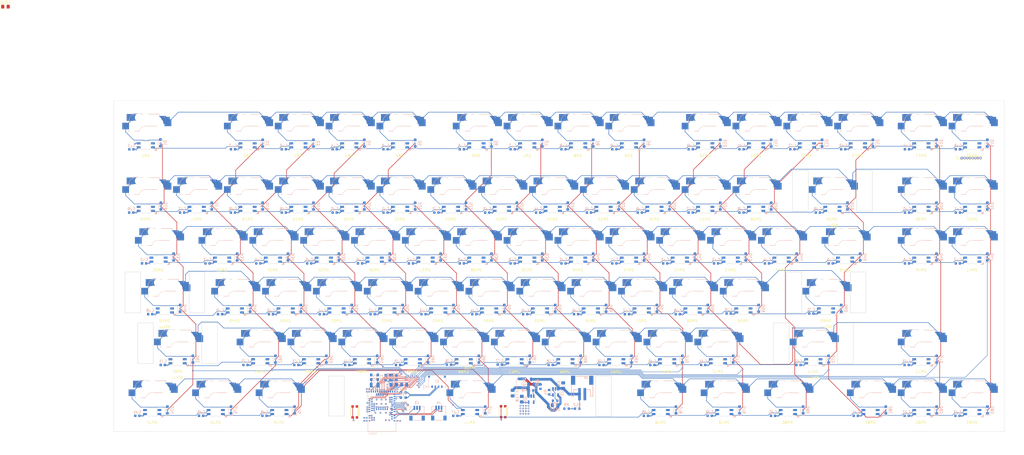
<source format=kicad_pcb>
(kicad_pcb (version 20240108) (generator "pcbnew") (generator_version "8.0")
  (layers (0 "F.Cu" signal) (31 "B.Cu" signal) (34 "B.Paste" user) (35 "F.Paste" user) (36 "B.SilkS" user "B.Silkscreen") (37 "F.SilkS" user "F.Silkscreen") (38 "B.Mask" user) (39 "F.Mask" user) (44 "Edge.Cuts" user))
  (net 0 "")
  (net 1 "GND")
  (net 2 "VBUS")
  (net 3 "3.3V")
  (net 4 "VBAT")
  (net 5 "Net-(MDBT1-P0.00{slash}XL1)")
  (net 6 "Net-(MDBT1-P0.01{slash}XL2)")
  (net 7 "Net-(Q3-S)")
  (net 8 "Net-(D103-PadC)")
  (net 9 "/QSPI_CS")
  (net 10 "/QSPI_DATA1")
  (net 11 "/QSPI_DATA2")
  (net 12 "/QSPI_DATA0")
  (net 13 "/QSPI_SCK")
  (net 14 "/QSPI_DATA3")
  (net 15 "/DCCH")
  (net 16 "/VDIV")
  (net 17 "/USBD+")
  (net 18 "/SCK")
  (net 19 "/MOSI")
  (net 20 "/MISO")
  (net 23 "/RXD")
  (net 24 "/TXD")
  (net 25 "/SWITCH")
  (net 26 "Col0")
  (net 28 "Col1")
  (net 29 "NEOPIX")
  (net 30 "/CS")
  (net 31 "/RES")
  (net 32 "/DC")
  (net 33 "/BLK")
  (net 34 "/RESET")
  (net 35 "/EN")
  (net 36 "Net-(U3-STAT)")
  (net 37 "Net-(U3-PROG)")
  (net 39 "Col2")
  (net 40 "Net-(D1-A)")
  (net 41 "Col3")
  (net 42 "Net-(D2-A)")
  (net 43 "Col4")
  (net 44 "Net-(D3-A)")
  (net 45 "Col6")
  (net 46 "Net-(D4-A)")
  (net 47 "Col7")
  (net 48 "Net-(D5-A)")
  (net 49 "Col8")
  (net 50 "Net-(D6-A)")
  (net 51 "Col9")
  (net 52 "Net-(D7-A)")
  (net 53 "Col10")
  (net 54 "Net-(D8-A)")
  (net 55 "Col11")
  (net 56 "Net-(D9-A)")
  (net 57 "Col12")
  (net 58 "Net-(D10-A)")
  (net 59 "Col13")
  (net 60 "Net-(D11-A)")
  (net 61 "Col14")
  (net 62 "Net-(D12-A)")
  (net 63 "Col15")
  (net 64 "Net-(D13-A)")
  (net 65 "Col5")
  (net 66 "Net-(D14-A)")
  (net 67 "/SWDIO")
  (net 68 "Net-(D15-A)")
  (net 69 "Net-(D16-A)")
  (net 70 "Net-(D17-A)")
  (net 71 "Net-(D18-A)")
  (net 72 "Net-(D19-A)")
  (net 73 "Net-(D20-A)")
  (net 74 "/SWDCLK")
  (net 75 "Net-(D21-A)")
  (net 76 "Net-(D22-A)")
  (net 77 "Net-(D23-A)")
  (net 78 "Net-(D24-A)")
  (net 79 "Net-(D25-A)")
  (net 80 "Net-(D26-A)")
  (net 81 "Net-(D27-A)")
  (net 82 "Net-(D28-A)")
  (net 83 "Net-(D29-A)")
  (net 84 "Net-(D30-A)")
  (net 85 "Net-(D31-A)")
  (net 86 "Net-(D32-A)")
  (net 87 "Net-(D33-A)")
  (net 88 "Net-(D34-A)")
  (net 89 "Net-(D35-A)")
  (net 90 "Net-(D36-A)")
  (net 91 "Net-(D37-A)")
  (net 92 "Net-(D38-A)")
  (net 93 "Net-(D39-A)")
  (net 94 "Net-(D40-A)")
  (net 95 "Net-(D41-A)")
  (net 96 "Net-(D42-A)")
  (net 97 "Net-(D43-A)")
  (net 98 "Net-(D44-A)")
  (net 99 "Net-(D45-A)")
  (net 100 "Net-(D46-A)")
  (net 101 "Net-(D47-A)")
  (net 102 "Net-(D48-A)")
  (net 103 "Net-(D49-A)")
  (net 104 "Net-(D50-A)")
  (net 105 "Net-(D51-A)")
  (net 106 "Net-(D52-A)")
  (net 107 "Net-(D53-A)")
  (net 108 "Net-(D54-A)")
  (net 109 "Net-(D55-A)")
  (net 110 "Net-(D56-A)")
  (net 111 "Net-(D57-A)")
  (net 112 "Net-(D58-A)")
  (net 113 "Net-(D59-A)")
  (net 114 "Net-(D60-A)")
  (net 115 "Net-(D61-A)")
  (net 116 "Net-(D62-A)")
  (net 117 "Net-(D63-A)")
  (net 118 "Net-(D64-A)")
  (net 119 "Net-(D65-A)")
  (net 120 "Net-(D66-A)")
  (net 121 "Net-(D67-A)")
  (net 122 "Net-(D68-A)")
  (net 123 "Net-(D69-A)")
  (net 124 "Net-(D70-A)")
  (net 125 "Net-(D71-A)")
  (net 126 "Net-(D72-A)")
  (net 127 "Net-(D74-A)")
  (net 128 "Net-(D75-A)")
  (net 129 "Net-(D76-A)")
  (net 130 "Net-(D77-A)")
  (net 131 "Net-(D78-A)")
  (net 132 "Net-(D79-A)")
  (net 133 "Net-(D80-A)")
  (net 134 "Net-(D81-A)")
  (net 135 "Net-(D82-A)")
  (net 136 "Net-(D83-A)")
  (net 137 "Row0")
  (net 138 "Row1")
  (net 139 "Row2")
  (net 140 "Row3")
  (net 141 "Row4")
  (net 142 "Net-(D73-A)")
  (net 143 "Net-(SW1B-DO)")
  (net 144 "Net-(SW2B-DO)")
  (net 145 "Net-(SW3B-DO)")
  (net 146 "Net-(SW4B-DO)")
  (net 147 "Net-(SW5B-DO)")
  (net 148 "Net-(SW6B-DO)")
  (net 149 "Net-(SW7B-DO)")
  (net 150 "Net-(SW8B-DO)")
  (net 151 "Net-(SW10B-DI)")
  (net 152 "Net-(SW10B-DO)")
  (net 153 "Net-(SW11B-DO)")
  (net 154 "Net-(SW12B-DO)")
  (net 155 "Net-(SW13B-DO)")
  (net 156 "Net-(SW14B-DO)")
  (net 157 "Net-(SW15B-DO)")
  (net 158 "Net-(SW16B-DO)")
  (net 159 "Net-(SW17B-DO)")
  (net 160 "Net-(SW18B-DO)")
  (net 161 "Net-(SW19B-DO)")
  (net 162 "Net-(SW20B-DO)")
  (net 163 "Net-(SW21B-DO)")
  (net 164 "Net-(SW22B-DO)")
  (net 165 "Net-(SW23B-DO)")
  (net 166 "Net-(SW24B-DO)")
  (net 167 "Net-(SW25B-DO)")
  (net 168 "Net-(SW26B-DO)")
  (net 169 "Net-(SW27B-DO)")
  (net 170 "Net-(SW28B-DO)")
  (net 171 "Net-(SW29B-DO)")
  (net 172 "Net-(SW30B-DO)")
  (net 173 "Net-(SW31B-DO)")
  (net 174 "Net-(SW32B-DO)")
  (net 175 "Net-(SW33B-DO)")
  (net 176 "Net-(SW34B-DO)")
  (net 177 "Net-(SW35B-DO)")
  (net 178 "Net-(SW36B-DO)")
  (net 179 "Net-(SW37B-DO)")
  (net 180 "Net-(SW38B-DO)")
  (net 181 "Net-(SW39B-DO)")
  (net 182 "Net-(SW40B-DO)")
  (net 183 "Net-(SW41B-DO)")
  (net 184 "Net-(SW42B-DO)")
  (net 185 "Net-(SW43B-DO)")
  (net 186 "Net-(SW44B-DO)")
  (net 187 "Net-(SW45B-DO)")
  (net 188 "Net-(SW46B-DO)")
  (net 189 "Net-(SW47B-DO)")
  (net 190 "Net-(SW48B-DO)")
  (net 191 "Net-(SW49B-DO)")
  (net 192 "Net-(SW50B-DO)")
  (net 193 "Net-(SW51B-DO)")
  (net 194 "Net-(SW52B-DO)")
  (net 195 "Net-(SW53B-DO)")
  (net 196 "Net-(SW54B-DO)")
  (net 197 "Net-(SW55B-DO)")
  (net 198 "Net-(SW56B-DO)")
  (net 199 "Net-(SW57B-DO)")
  (net 200 "Net-(SW58B-DO)")
  (net 201 "Net-(SW59B-DO)")
  (net 202 "Net-(SW60B-DO)")
  (net 203 "Net-(SW61B-DO)")
  (net 204 "Net-(SW62B-DO)")
  (net 205 "Net-(SW63B-DO)")
  (net 206 "Net-(SW64B-DO)")
  (net 207 "Net-(SW65B-DO)")
  (net 208 "Net-(SW66B-DO)")
  (net 209 "Net-(SW67B-DO)")
  (net 210 "Net-(SW68B-DO)")
  (net 211 "Net-(SW69B-DO)")
  (net 212 "Net-(SW70B-DO)")
  (net 213 "Net-(SW71B-DO)")
  (net 214 "Net-(SW72B-DO)")
  (net 215 "Net-(SW73B-DO)")
  (net 216 "Net-(SW74B-DO)")
  (net 217 "Net-(SW75B-DO)")
  (net 218 "Net-(SW76B-DO)")
  (net 219 "Net-(SW77B-DO)")
  (net 220 "Net-(SW78B-DO)")
  (net 221 "Net-(SW79B-DO)")
  (net 222 "Net-(SW80B-DO)")
  (net 223 "Net-(SW81B-DO)")
  (net 224 "Net-(SW82B-DO)")
  (net 226 "Net-(MDBT1-D-)")
  (net 227 "Net-(MDBT1-D+)")
  (net 228 "/USBD-")
  (net 229 "Row5")
  (net 230 "Net-(D103-K)")
  (footprint "fingerpunch:gateron-ks27-choc-v1-mx-hotswap" (layer "F.Cu") (at 302.133 48.3235 180)
    (property "Reference" "SW12")
    (property "Value" "~")
    (fp_line (start 1.699999 -5.401841) (end 1.699999 -3.996157) (stroke (width 0.1)) (layer "Edge.Cuts"))
    (fp_line (start 0.794452 -3.199) (end -0.794453 -3.199) (stroke (width 0.1)) (layer "Edge.Cuts"))
    (fp_line (start -0.794452 -6.198999) (end 0.794452 -6.198999) (stroke (width 0.1)) (layer "Edge.Cuts"))
    (fp_line (start -1.699999 -3.996157) (end -1.699999 -5.401841) (stroke (width 0.1)) (layer "Edge.Cuts"))
    (fp_arc (start 1.749484 -3.779279) (mid 1.712509 -3.884927) (end 1.699999 -3.996157) (stroke (width 0.1)) (layer "Edge.Cuts"))
    (fp_arc (start 1.749484 -3.779279) (mid 1.638067 -3.194968) (end 1.046711 -3.1307) (stroke (width 0.1)) (layer "Edge.Cuts"))
    (fp_arc (start 1.699999 -5.401842) (mid 1.712536 -5.513065) (end 1.749484 -5.618719) (stroke (width 0.1)) (layer "Edge.Cuts"))
    (fp_arc (start 1.046711 -6.267296) (mid 1.638105 -6.203049) (end 1.749484 -5.618719) (stroke (width 0.1)) (layer "Edge.Cuts"))
    (fp_arc (start 1.04671 -6.267298) (mid 0.925126 -6.216363) (end 0.794452 -6.198999) (stroke (width 0.1)) (layer "Edge.Cuts"))
    (fp_arc (start 0.794453 -3.198999) (mid 0.925126 -3.181634) (end 1.046711 -3.1307) (stroke (width 0.1)) (layer "Edge.Cuts"))
    (fp_arc (start -0.794452 -6.198999) (mid -0.925126 -6.216364) (end -1.046711 -6.267298) (stroke (width 0.1)) (layer "Edge.Cuts"))
    (fp_arc (start -1.046711 -3.130701) (mid -0.92512 -3.181613) (end -0.794453 -3.199) (stroke (width 0.1)) (layer "Edge.Cuts"))
    (fp_arc (start -1.046711 -3.130701) (mid -1.638095 -3.194939) (end -1.749484 -3.779279) (stroke (width 0.1)) (layer "Edge.Cuts"))
    (fp_arc (start -1.699999 -3.996156) (mid -1.712536 -3.884933) (end -1.749484 -3.779279) (stroke (width 0.1)) (layer "Edge.Cuts"))
    (fp_arc (start -1.749484 -5.618718) (mid -1.638068 -6.20303) (end -1.046711 -6.267298) (stroke (width 0.1)) (layer "Edge.Cuts"))
    (fp_arc (start -1.749484 -5.618719) (mid -1.712518 -5.513069) (end -1.699999 -5.401841) (stroke (width 0.1)) (layer "Edge.Cuts"))
  )
  (footprint "fingerpunch:gateron-ks27-choc-v1-mx-hotswap" (layer "F.Cu") (at 164.0205 110.236 180)
    (property "Reference" "SW53")
    (property "Value" "~")
    (fp_line (start 1.699999 -5.401841) (end 1.699999 -3.996157) (stroke (width 0.1)) (layer "Edge.Cuts"))
    (fp_line (start 0.794452 -3.199) (end -0.794453 -3.199) (stroke (width 0.1)) (layer "Edge.Cuts"))
    (fp_line (start -0.794452 -6.198999) (end 0.794452 -6.198999) (stroke (width 0.1)) (layer "Edge.Cuts"))
    (fp_line (start -1.699999 -3.996157) (end -1.699999 -5.401841) (stroke (width 0.1)) (layer "Edge.Cuts"))
    (fp_arc (start 1.749484 -3.779279) (mid 1.712509 -3.884927) (end 1.699999 -3.996157) (stroke (width 0.1)) (layer "Edge.Cuts"))
    (fp_arc (start 1.749484 -3.779279) (mid 1.638067 -3.194968) (end 1.046711 -3.1307) (stroke (width 0.1)) (layer "Edge.Cuts"))
    (fp_arc (start 1.699999 -5.401842) (mid 1.712536 -5.513065) (end 1.749484 -5.618719) (stroke (width 0.1)) (layer "Edge.Cuts"))
    (fp_arc (start 1.046711 -6.267296) (mid 1.638105 -6.203049) (end 1.749484 -5.618719) (stroke (width 0.1)) (layer "Edge.Cuts"))
    (fp_arc (start 1.04671 -6.267298) (mid 0.925126 -6.216363) (end 0.794452 -6.198999) (stroke (width 0.1)) (layer "Edge.Cuts"))
    (fp_arc (start 0.794453 -3.198999) (mid 0.925126 -3.181634) (end 1.046711 -3.1307) (stroke (width 0.1)) (layer "Edge.Cuts"))
    (fp_arc (start -0.794452 -6.198999) (mid -0.925126 -6.216364) (end -1.046711 -6.267298) (stroke (width 0.1)) (layer "Edge.Cuts"))
    (fp_arc (start -1.046711 -3.130701) (mid -0.92512 -3.181613) (end -0.794453 -3.199) (stroke (width 0.1)) (layer "Edge.Cuts"))
    (fp_arc (start -1.046711 -3.130701) (mid -1.638095 -3.194939) (end -1.749484 -3.779279) (stroke (width 0.1)) (layer "Edge.Cuts"))
    (fp_arc (start -1.699999 -3.996156) (mid -1.712536 -3.884933) (end -1.749484 -3.779279) (stroke (width 0.1)) (layer "Edge.Cuts"))
    (fp_arc (start -1.749484 -5.618718) (mid -1.638068 -6.20303) (end -1.046711 -6.267298) (stroke (width 0.1)) (layer "Edge.Cuts"))
    (fp_arc (start -1.749484 -5.618719) (mid -1.712518 -5.513069) (end -1.699999 -5.401841) (stroke (width 0.1)) (layer "Edge.Cuts"))
  )
  (footprint "fingerpunch:gateron-ks27-choc-v1-mx-hotswap" (layer "F.Cu") (at 202.1205 110.236 180)
    (property "Reference" "SW55")
    (property "Value" "~")
    (fp_line (start 1.699999 -5.401841) (end 1.699999 -3.996157) (stroke (width 0.1)) (layer "Edge.Cuts"))
    (fp_line (start 0.794452 -3.199) (end -0.794453 -3.199) (stroke (width 0.1)) (layer "Edge.Cuts"))
    (fp_line (start -0.794452 -6.198999) (end 0.794452 -6.198999) (stroke (width 0.1)) (layer "Edge.Cuts"))
    (fp_line (start -1.699999 -3.996157) (end -1.699999 -5.401841) (stroke (width 0.1)) (layer "Edge.Cuts"))
    (fp_arc (start 1.749484 -3.779279) (mid 1.712509 -3.884927) (end 1.699999 -3.996157) (stroke (width 0.1)) (layer "Edge.Cuts"))
    (fp_arc (start 1.749484 -3.779279) (mid 1.638067 -3.194968) (end 1.046711 -3.1307) (stroke (width 0.1)) (layer "Edge.Cuts"))
    (fp_arc (start 1.699999 -5.401842) (mid 1.712536 -5.513065) (end 1.749484 -5.618719) (stroke (width 0.1)) (layer "Edge.Cuts"))
    (fp_arc (start 1.046711 -6.267296) (mid 1.638105 -6.203049) (end 1.749484 -5.618719) (stroke (width 0.1)) (layer "Edge.Cuts"))
    (fp_arc (start 1.04671 -6.267298) (mid 0.925126 -6.216363) (end 0.794452 -6.198999) (stroke (width 0.1)) (layer "Edge.Cuts"))
    (fp_arc (start 0.794453 -3.198999) (mid 0.925126 -3.181634) (end 1.046711 -3.1307) (stroke (width 0.1)) (layer "Edge.Cuts"))
    (fp_arc (start -0.794452 -6.198999) (mid -0.925126 -6.216364) (end -1.046711 -6.267298) (stroke (width 0.1)) (layer "Edge.Cuts"))
    (fp_arc (start -1.046711 -3.130701) (mid -0.92512 -3.181613) (end -0.794453 -3.199) (stroke (width 0.1)) (layer "Edge.Cuts"))
    (fp_arc (start -1.046711 -3.130701) (mid -1.638095 -3.194939) (end -1.749484 -3.779279) (stroke (width 0.1)) (layer "Edge.Cuts"))
    (fp_arc (start -1.699999 -3.996156) (mid -1.712536 -3.884933) (end -1.749484 -3.779279) (stroke (width 0.1)) (layer "Edge.Cuts"))
    (fp_arc (start -1.749484 -5.618718) (mid -1.638068 -6.20303) (end -1.046711 -6.267298) (stroke (width 0.1)) (layer "Edge.Cuts"))
    (fp_arc (start -1.749484 -5.618719) (mid -1.712518 -5.513069) (end -1.699999 -5.401841) (stroke (width 0.1)) (layer "Edge.Cuts"))
  )
  (footprint "fingerpunch:gateron-ks27-choc-v1-mx-hotswap" (layer "F.Cu") (at 206.883 72.136 180)
    (property "Reference" "SW24")
    (property "Value" "~")
    (fp_line (start 1.699999 -5.401841) (end 1.699999 -3.996157) (stroke (width 0.1)) (layer "Edge.Cuts"))
    (fp_line (start 0.794452 -3.199) (end -0.794453 -3.199) (stroke (width 0.1)) (layer "Edge.Cuts"))
    (fp_line (start -0.794452 -6.198999) (end 0.794452 -6.198999) (stroke (width 0.1)) (layer "Edge.Cuts"))
    (fp_line (start -1.699999 -3.996157) (end -1.699999 -5.401841) (stroke (width 0.1)) (layer "Edge.Cuts"))
    (fp_arc (start 1.749484 -3.779279) (mid 1.712509 -3.884927) (end 1.699999 -3.996157) (stroke (width 0.1)) (layer "Edge.Cuts"))
    (fp_arc (start 1.749484 -3.779279) (mid 1.638067 -3.194968) (end 1.046711 -3.1307) (stroke (width 0.1)) (layer "Edge.Cuts"))
    (fp_arc (start 1.699999 -5.401842) (mid 1.712536 -5.513065) (end 1.749484 -5.618719) (stroke (width 0.1)) (layer "Edge.Cuts"))
    (fp_arc (start 1.046711 -6.267296) (mid 1.638105 -6.203049) (end 1.749484 -5.618719) (stroke (width 0.1)) (layer "Edge.Cuts"))
    (fp_arc (start 1.04671 -6.267298) (mid 0.925126 -6.216363) (end 0.794452 -6.198999) (stroke (width 0.1)) (layer "Edge.Cuts"))
    (fp_arc (start 0.794453 -3.198999) (mid 0.925126 -3.181634) (end 1.046711 -3.1307) (stroke (width 0.1)) (layer "Edge.Cuts"))
    (fp_arc (start -0.794452 -6.198999) (mid -0.925126 -6.216364) (end -1.046711 -6.267298) (stroke (width 0.1)) (layer "Edge.Cuts"))
    (fp_arc (start -1.046711 -3.130701) (mid -0.92512 -3.181613) (end -0.794453 -3.199) (stroke (width 0.1)) (layer "Edge.Cuts"))
    (fp_arc (start -1.046711 -3.130701) (mid -1.638095 -3.194939) (end -1.749484 -3.779279) (stroke (width 0.1)) (layer "Edge.Cuts"))
    (fp_arc (start -1.699999 -3.996156) (mid -1.712536 -3.884933) (end -1.749484 -3.779279) (stroke (width 0.1)) (layer "Edge.Cuts"))
    (fp_arc (start -1.749484 -5.618718) (mid -1.638068 -6.20303) (end -1.046711 -6.267298) (stroke (width 0.1)) (layer "Edge.Cuts"))
    (fp_arc (start -1.749484 -5.618719) (mid -1.712518 -5.513069) (end -1.699999 -5.401841) (stroke (width 0.1)) (layer "Edge.Cuts"))
  )
  (footprint "fingerpunch:gateron-ks27-choc-v1-mx-hotswap" (layer "F.Cu") (at 135.4455 129.286 180)
    (property "Reference" "SW64")
    (property "Value" "~")
    (fp_line (start 1.699999 -5.401841) (end 1.699999 -3.996157) (stroke (width 0.1)) (layer "Edge.Cuts"))
    (fp_line (start 0.794452 -3.199) (end -0.794453 -3.199) (stroke (width 0.1)) (layer "Edge.Cuts"))
    (fp_line (start -0.794452 -6.198999) (end 0.794452 -6.198999) (stroke (width 0.1)) (layer "Edge.Cuts"))
    (fp_line (start -1.699999 -3.996157) (end -1.699999 -5.401841) (stroke (width 0.1)) (layer "Edge.Cuts"))
    (fp_arc (start 1.749484 -3.779279) (mid 1.712509 -3.884927) (end 1.699999 -3.996157) (stroke (width 0.1)) (layer "Edge.Cuts"))
    (fp_arc (start 1.749484 -3.779279) (mid 1.638067 -3.194968) (end 1.046711 -3.1307) (stroke (width 0.1)) (layer "Edge.Cuts"))
    (fp_arc (start 1.699999 -5.401842) (mid 1.712536 -5.513065) (end 1.749484 -5.618719) (stroke (width 0.1)) (layer "Edge.Cuts"))
    (fp_arc (start 1.046711 -6.267296) (mid 1.638105 -6.203049) (end 1.749484 -5.618719) (stroke (width 0.1)) (layer "Edge.Cuts"))
    (fp_arc (start 1.04671 -6.267298) (mid 0.925126 -6.216363) (end 0.794452 -6.198999) (stroke (width 0.1)) (layer "Edge.Cuts"))
    (fp_arc (start 0.794453 -3.198999) (mid 0.925126 -3.181634) (end 1.046711 -3.1307) (stroke (width 0.1)) (layer "Edge.Cuts"))
    (fp_arc (start -0.794452 -6.198999) (mid -0.925126 -6.216364) (end -1.046711 -6.267298) (stroke (width 0.1)) (layer "Edge.Cuts"))
    (fp_arc (start -1.046711 -3.130701) (mid -0.92512 -3.181613) (end -0.794453 -3.199) (stroke (width 0.1)) (layer "Edge.Cuts"))
    (fp_arc (start -1.046711 -3.130701) (mid -1.638095 -3.194939) (end -1.749484 -3.779279) (stroke (width 0.1)) (layer "Edge.Cuts"))
    (fp_arc (start -1.699999 -3.996156) (mid -1.712536 -3.884933) (end -1.749484 -3.779279) (stroke (width 0.1)) (layer "Edge.Cuts"))
    (fp_arc (start -1.749484 -5.618718) (mid -1.638068 -6.20303) (end -1.046711 -6.267298) (stroke (width 0.1)) (layer "Edge.Cuts"))
    (fp_arc (start -1.749484 -5.618719) (mid -1.712518 -5.513069) (end -1.699999 -5.401841) (stroke (width 0.1)) (layer "Edge.Cuts"))
  )
  (footprint "Diode_SMD:D_0805_2012Metric_Pad1.15x1.40mm_HandSolder" (layer "F.Cu") (at 1.92 1.02)
    (property "Reference" "D103")
    (property "Value" "LED")
  )
  (footprint "fingerpunch:gateron-ks27-choc-v1-mx-hotswap" (layer "F.Cu") (at 121.158 91.186 180)
    (property "Reference" "SW35")
    (property "Value" "~")
    (fp_line (start 1.699999 -5.401841) (end 1.699999 -3.996157) (stroke (width 0.1)) (layer "Edge.Cuts"))
    (fp_line (start 0.794452 -3.199) (end -0.794453 -3.199) (stroke (width 0.1)) (layer "Edge.Cuts"))
    (fp_line (start -0.794452 -6.198999) (end 0.794452 -6.198999) (stroke (width 0.1)) (layer "Edge.Cuts"))
    (fp_line (start -1.699999 -3.996157) (end -1.699999 -5.401841) (stroke (width 0.1)) (layer "Edge.Cuts"))
    (fp_arc (start 1.749484 -3.779279) (mid 1.712509 -3.884927) (end 1.699999 -3.996157) (stroke (width 0.1)) (layer "Edge.Cuts"))
    (fp_arc (start 1.749484 -3.779279) (mid 1.638067 -3.194968) (end 1.046711 -3.1307) (stroke (width 0.1)) (layer "Edge.Cuts"))
    (fp_arc (start 1.699999 -5.401842) (mid 1.712536 -5.513065) (end 1.749484 -5.618719) (stroke (width 0.1)) (layer "Edge.Cuts"))
    (fp_arc (start 1.046711 -6.267296) (mid 1.638105 -6.203049) (end 1.749484 -5.618719) (stroke (width 0.1)) (layer "Edge.Cuts"))
    (fp_arc (start 1.04671 -6.267298) (mid 0.925126 -6.216363) (end 0.794452 -6.198999) (stroke (width 0.1)) (layer "Edge.Cuts"))
    (fp_arc (start 0.794453 -3.198999) (mid 0.925126 -3.181634) (end 1.046711 -3.1307) (stroke (width 0.1)) (layer "Edge.Cuts"))
    (fp_arc (start -0.794452 -6.198999) (mid -0.925126 -6.216364) (end -1.046711 -6.267298) (stroke (width 0.1)) (layer "Edge.Cuts"))
    (fp_arc (start -1.046711 -3.130701) (mid -0.92512 -3.181613) (end -0.794453 -3.199) (stroke (width 0.1)) (layer "Edge.Cuts"))
    (fp_arc (start -1.046711 -3.130701) (mid -1.638095 -3.194939) (end -1.749484 -3.779279) (stroke (width 0.1)) (layer "Edge.Cuts"))
    (fp_arc (start -1.699999 -3.996156) (mid -1.712536 -3.884933) (end -1.749484 -3.779279) (stroke (width 0.1)) (layer "Edge.Cuts"))
    (fp_arc (start -1.749484 -5.618718) (mid -1.638068 -6.20303) (end -1.046711 -6.267298) (stroke (width 0.1)) (layer "Edge.Cuts"))
    (fp_arc (start -1.749484 -5.618719) (mid -1.712518 -5.513069) (end -1.699999 -5.401841) (stroke (width 0.1)) (layer "Edge.Cuts"))
  )
  (footprint "fingerpunch:gateron-ks27-choc-v1-mx-hotswap" (layer "F.Cu") (at 66.38925 129.286 180)
    (property "Reference" "SW61")
    (property "Value" "~")
    (fp_line (start 1.699999 -5.401841) (end 1.699999 -3.996157) (stroke (width 0.1)) (layer "Edge.Cuts"))
    (fp_line (start 0.794452 -3.199) (end -0.794453 -3.199) (stroke (width 0.1)) (layer "Edge.Cuts"))
    (fp_line (start -0.794452 -6.198999) (end 0.794452 -6.198999) (stroke (width 0.1)) (layer "Edge.Cuts"))
    (fp_line (start -1.699999 -3.996157) (end -1.699999 -5.401841) (stroke (width 0.1)) (layer "Edge.Cuts"))
    (fp_arc (start 1.749484 -3.779279) (mid 1.712509 -3.884927) (end 1.699999 -3.996157) (stroke (width 0.1)) (layer "Edge.Cuts"))
    (fp_arc (start 1.749484 -3.779279) (mid 1.638067 -3.194968) (end 1.046711 -3.1307) (stroke (width 0.1)) (layer "Edge.Cuts"))
    (fp_arc (start 1.699999 -5.401842) (mid 1.712536 -5.513065) (end 1.749484 -5.618719) (stroke (width 0.1)) (layer "Edge.Cuts"))
    (fp_arc (start 1.046711 -6.267296) (mid 1.638105 -6.203049) (end 1.749484 -5.618719) (stroke (width 0.1)) (layer "Edge.Cuts"))
    (fp_arc (start 1.04671 -6.267298) (mid 0.925126 -6.216363) (end 0.794452 -6.198999) (stroke (width 0.1)) (layer "Edge.Cuts"))
    (fp_arc (start 0.794453 -3.198999) (mid 0.925126 -3.181634) (end 1.046711 -3.1307) (stroke (width 0.1)) (layer "Edge.Cuts"))
    (fp_arc (start -0.794452 -6.198999) (mid -0.925126 -6.216364) (end -1.046711 -6.267298) (stroke (width 0.1)) (layer "Edge.Cuts"))
    (fp_arc (start -1.046711 -3.130701) (mid -0.92512 -3.181613) (end -0.794453 -3.199) (stroke (width 0.1)) (layer "Edge.Cuts"))
    (fp_arc (start -1.046711 -3.130701) (mid -1.638095 -3.194939) (end -1.749484 -3.779279) (stroke (width 0.1)) (layer "Edge.Cuts"))
    (fp_arc (start -1.699999 -3.996156) (mid -1.712536 -3.884933) (end -1.749484 -3.779279) (stroke (width 0.1)) (layer "Edge.Cuts"))
    (fp_arc (start -1.749484 -5.618718) (mid -1.638068 -6.20303) (end -1.046711 -6.267298) (stroke (width 0.1)) (layer "Edge.Cuts"))
    (fp_arc (start -1.749484 -5.618719) (mid -1.712518 -5.513069) (end -1.699999 -5.401841) (stroke (width 0.1)) (layer "Edge.Cuts"))
  )
  (footprint "fingerpunch:gateron-ks27-choc-v1-mx-hotswap" (layer "F.Cu") (at 111.633 72.136 180)
    (property "Reference" "SW19")
    (property "Value" "~")
    (fp_line (start 1.699999 -5.401841) (end 1.699999 -3.996157) (stroke (width 0.1)) (layer "Edge.Cuts"))
    (fp_line (start 0.794452 -3.199) (end -0.794453 -3.199) (stroke (width 0.1)) (layer "Edge.Cuts"))
    (fp_line (start -0.794452 -6.198999) (end 0.794452 -6.198999) (stroke (width 0.1)) (layer "Edge.Cuts"))
    (fp_line (start -1.699999 -3.996157) (end -1.699999 -5.401841) (stroke (width 0.1)) (layer "Edge.Cuts"))
    (fp_arc (start 1.749484 -3.779279) (mid 1.712509 -3.884927) (end 1.699999 -3.996157) (stroke (width 0.1)) (layer "Edge.Cuts"))
    (fp_arc (start 1.749484 -3.779279) (mid 1.638067 -3.194968) (end 1.046711 -3.1307) (stroke (width 0.1)) (layer "Edge.Cuts"))
    (fp_arc (start 1.699999 -5.401842) (mid 1.712536 -5.513065) (end 1.749484 -5.618719) (stroke (width 0.1)) (layer "Edge.Cuts"))
    (fp_arc (start 1.046711 -6.267296) (mid 1.638105 -6.203049) (end 1.749484 -5.618719) (stroke (width 0.1)) (layer "Edge.Cuts"))
    (fp_arc (start 1.04671 -6.267298) (mid 0.925126 -6.216363) (end 0.794452 -6.198999) (stroke (width 0.1)) (layer "Edge.Cuts"))
    (fp_arc (start 0.794453 -3.198999) (mid 0.925126 -3.181634) (end 1.046711 -3.1307) (stroke (width 0.1)) (layer "Edge.Cuts"))
    (fp_arc (start -0.794452 -6.198999) (mid -0.925126 -6.216364) (end -1.046711 -6.267298) (stroke (width 0.1)) (layer "Edge.Cuts"))
    (fp_arc (start -1.046711 -3.130701) (mid -0.92512 -3.181613) (end -0.794453 -3.199) (stroke (width 0.1)) (layer "Edge.Cuts"))
    (fp_arc (start -1.046711 -3.130701) (mid -1.638095 -3.194939) (end -1.749484 -3.779279) (stroke (width 0.1)) (layer "Edge.Cuts"))
    (fp_arc (start -1.699999 -3.996156) (mid -1.712536 -3.884933) (end -1.749484 -3.779279) (stroke (width 0.1)) (layer "Edge.Cuts"))
    (fp_arc (start -1.749484 -5.618718) (mid -1.638068 -6.20303) (end -1.046711 -6.267298) (stroke (width 0.1)) (layer "Edge.Cuts"))
    (fp_arc (start -1.749484 -5.618719) (mid -1.712518 -5.513069) (end -1.699999 -5.401841) (stroke (width 0.1)) (layer "Edge.Cuts"))
  )
  (footprint "fingerpunch:gateron-ks27-choc-v1-mx-hotswap" (layer "F.Cu") (at 83.058 91.186 180)
    (property "Reference" "SW33")
    (property "Value" "~")
    (fp_line (start 1.699999 -5.401841) (end 1.699999 -3.996157) (stroke (width 0.1)) (layer "Edge.Cuts"))
    (fp_line (start 0.794452 -3.199) (end -0.794453 -3.199) (stroke (width 0.1)) (layer "Edge.Cuts"))
    (fp_line (start -0.794452 -6.198999) (end 0.794452 -6.198999) (stroke (width 0.1)) (layer "Edge.Cuts"))
    (fp_line (start -1.699999 -3.996157) (end -1.699999 -5.401841) (stroke (width 0.1)) (layer "Edge.Cuts"))
    (fp_arc (start 1.749484 -3.779279) (mid 1.712509 -3.884927) (end 1.699999 -3.996157) (stroke (width 0.1)) (layer "Edge.Cuts"))
    (fp_arc (start 1.749484 -3.779279) (mid 1.638067 -3.194968) (end 1.046711 -3.1307) (stroke (width 0.1)) (layer "Edge.Cuts"))
    (fp_arc (start 1.699999 -5.401842) (mid 1.712536 -5.513065) (end 1.749484 -5.618719) (stroke (width 0.1)) (layer "Edge.Cuts"))
    (fp_arc (start 1.046711 -6.267296) (mid 1.638105 -6.203049) (end 1.749484 -5.618719) (stroke (width 0.1)) (layer "Edge.Cuts"))
    (fp_arc (start 1.04671 -6.267298) (mid 0.925126 -6.216363) (end 0.794452 -6.198999) (stroke (width 0.1)) (layer "Edge.Cuts"))
    (fp_arc (start 0.794453 -3.198999) (mid 0.925126 -3.181634) (end 1.046711 -3.1307) (stroke (width 0.1)) (layer "Edge.Cuts"))
    (fp_arc (start -0.794452 -6.198999) (mid -0.925126 -6.216364) (end -1.046711 -6.267298) (stroke (width 0.1)) (layer "Edge.Cuts"))
    (fp_arc (start -1.046711 -3.130701) (mid -0.92512 -3.181613) (end -0.794453 -3.199) (stroke (width 0.1)) (layer "Edge.Cuts"))
    (fp_arc (start -1.046711 -3.130701) (mid -1.638095 -3.194939) (end -1.749484 -3.779279) (stroke (width 0.1)) (layer "Edge.Cuts"))
    (fp_arc (start -1.699999 -3.996156) (mid -1.712536 -3.884933) (end -1.749484 -3.779279) (stroke (width 0.1)) (layer "Edge.Cuts"))
    (fp_arc (start -1.749484 -5.618718) (mid -1.638068 -6.20303) (end -1.046711 -6.267298) (stroke (width 0.1)) (layer "Edge.Cuts"))
    (fp_arc (start -1.749484 -5.618719) (mid -1.712518 -5.513069) (end -1.699999 -5.401841) (stroke (width 0.1)) (layer "Edge.Cuts"))
  )
  (footprint "fingerpunch:gateron-ks27-choc-v1-mx-hotswap" (layer "F.Cu") (at 273.558 91.186 180)
    (property "Reference" "SW43")
    (property "Value" "~")
    (fp_line (start 1.699999 -5.401841) (end 1.699999 -3.996157) (stroke (width 0.1)) (layer "Edge.Cuts"))
    (fp_line (start 0.794452 -3.199) (end -0.794453 -3.199) (stroke (width 0.1)) (layer "Edge.Cuts"))
    (fp_line (start -0.794452 -6.198999) (end 0.794452 -6.198999) (stroke (width 0.1)) (layer "Edge.Cuts"))
    (fp_line (start -1.699999 -3.996157) (end -1.699999 -5.401841) (stroke (width 0.1)) (layer "Edge.Cuts"))
    (fp_arc (start 1.749484 -3.779279) (mid 1.712509 -3.884927) (end 1.699999 -3.996157) (stroke (width 0.1)) (layer "Edge.Cuts"))
    (fp_arc (start 1.749484 -3.779279) (mid 1.638067 -3.194968) (end 1.046711 -3.1307) (stroke (width 0.1)) (layer "Edge.Cuts"))
    (fp_arc (start 1.699999 -5.401842) (mid 1.712536 -5.513065) (end 1.749484 -5.618719) (stroke (width 0.1)) (layer "Edge.Cuts"))
    (fp_arc (start 1.046711 -6.267296) (mid 1.638105 -6.203049) (end 1.749484 -5.618719) (stroke (width 0.1)) (layer "Edge.Cuts"))
    (fp_arc (start 1.04671 -6.267298) (mid 0.925126 -6.216363) (end 0.794452 -6.198999) (stroke (width 0.1)) (layer "Edge.Cuts"))
    (fp_arc (start 0.794453 -3.198999) (mid 0.925126 -3.181634) (end 1.046711 -3.1307) (stroke (width 0.1)) (layer "Edge.Cuts"))
    (fp_arc (start -0.794452 -6.198999) (mid -0.925126 -6.216364) (end -1.046711 -6.267298) (stroke (width 0.1)) (layer "Edge.Cuts"))
    (fp_arc (start -1.046711 -3.130701) (mid -0.92512 -3.181613) (end -0.794453 -3.199) (stroke (width 0.1)) (layer "Edge.Cuts"))
    (fp_arc (start -1.046711 -3.130701) (mid -1.638095 -3.194939) (end -1.749484 -3.779279) (stroke (width 0.1)) (layer "Edge.Cuts"))
    (fp_arc (start -1.699999 -3.996156) (mid -1.712536 -3.884933) (end -1.749484 -3.779279) (stroke (width 0.1)) (layer "Edge.Cuts"))
    (fp_arc (start -1.749484 -5.618718) (mid -1.638068 -6.20303) (end -1.046711 -6.267298) (stroke (width 0.1)) (layer "Edge.Cuts"))
    (fp_arc (start -1.749484 -5.618719) (mid -1.712518 -5.513069) (end -1.699999 -5.401841) (stroke (width 0.1)) (layer "Edge.Cuts"))
  )
  (footprint "fingerpunch:gateron-ks27-choc-v1-mx-hotswap" (layer "F.Cu") (at 173.5455 129.286 180)
    (property "Reference" "SW66")
    (property "Value" "~")
    (fp_line (start 1.699999 -5.401841) (end 1.699999 -3.996157) (stroke (width 0.1)) (layer "Edge.Cuts"))
    (fp_line (start 0.794452 -3.199) (end -0.794453 -3.199) (stroke (width 0.1)) (layer "Edge.Cuts"))
    (fp_line (start -0.794452 -6.198999) (end 0.794452 -6.198999) (stroke (width 0.1)) (layer "Edge.Cuts"))
    (fp_line (start -1.699999 -3.996157) (end -1.699999 -5.401841) (stroke (width 0.1)) (layer "Edge.Cuts"))
    (fp_arc (start 1.749484 -3.779279) (mid 1.712509 -3.884927) (end 1.699999 -3.996157) (stroke (width 0.1)) (layer "Edge.Cuts"))
    (fp_arc (start 1.749484 -3.779279) (mid 1.638067 -3.194968) (end 1.046711 -3.1307) (stroke (width 0.1)) (layer "Edge.Cuts"))
    (fp_arc (start 1.699999 -5.401842) (mid 1.712536 -5.513065) (end 1.749484 -5.618719) (stroke (width 0.1)) (layer "Edge.Cuts"))
    (fp_arc (start 1.046711 -6.267296) (mid 1.638105 -6.203049) (end 1.749484 -5.618719) (stroke (width 0.1)) (layer "Edge.Cuts"))
    (fp_arc (start 1.04671 -6.267298) (mid 0.925126 -6.216363) (end 0.794452 -6.198999) (stroke (width 0.1)) (layer "Edge.Cuts"))
    (fp_arc (start 0.794453 -3.198999) (mid 0.925126 -3.181634) (end 1.046711 -3.1307) (stroke (width 0.1)) (layer "Edge.Cuts"))
    (fp_arc (start -0.794452 -6.198999) (mid -0.925126 -6.216364) (end -1.046711 -6.267298) (stroke (width 0.1)) (layer "Edge.Cuts"))
    (fp_arc (start -1.046711 -3.130701) (mid -0.92512 -3.181613) (end -0.794453 -3.199) (stroke (width 0.1)) (layer "Edge.Cuts"))
    (fp_arc (start -1.046711 -3.130701) (mid -1.638095 -3.194939) (end -1.749484 -3.779279) (stroke (width 0.1)) (layer "Edge.Cuts"))
    (fp_arc (start -1.699999 -3.996156) (mid -1.712536 -3.884933) (end -1.749484 -3.779279) (stroke (width 0.1)) (layer "Edge.Cuts"))
    (fp_arc (start -1.749484 -5.618718) (mid -1.638068 -6.20303) (end -1.046711 -6.267298) (stroke (width 0.1)) (layer "Edge.Cuts"))
    (fp_arc (start -1.749484 -5.618719) (mid -1.712518 -5.513069) (end -1.699999 -5.401841) (stroke (width 0.1)) (layer "Edge.Cuts"))
  )
  (footprint "fingerpunch:gateron-ks27-choc-v1-mx-hotswap" (layer "F.Cu") (at 87.8205 110.236 180)
    (property "Reference" "SW49")
    (property "Value" "~")
    (fp_line (start 1.699999 -5.401841) (end 1.699999 -3.996157) (stroke (width 0.1)) (layer "Edge.Cuts"))
    (fp_line (start 0.794452 -3.199) (end -0.794453 -3.199) (stroke (width 0.1)) (layer "Edge.Cuts"))
    (fp_line (start -0.794452 -6.198999) (end 0.794452 -6.198999) (stroke (width 0.1)) (layer "Edge.Cuts"))
    (fp_line (start -1.699999 -3.996157) (end -1.699999 -5.401841) (stroke (width 0.1)) (layer "Edge.Cuts"))
    (fp_arc (start 1.749484 -3.779279) (mid 1.712509 -3.884927) (end 1.699999 -3.996157) (stroke (width 0.1)) (layer "Edge.Cuts"))
    (fp_arc (start 1.749484 -3.779279) (mid 1.638067 -3.194968) (end 1.046711 -3.1307) (stroke (width 0.1)) (layer "Edge.Cuts"))
    (fp_arc (start 1.699999 -5.401842) (mid 1.712536 -5.513065) (end 1.749484 -5.618719) (stroke (width 0.1)) (layer "Edge.Cuts"))
    (fp_arc (start 1.046711 -6.267296) (mid 1.638105 -6.203049) (end 1.749484 -5.618719) (stroke (width 0.1)) (layer "Edge.Cuts"))
    (fp_arc (start 1.04671 -6.267298) (mid 0.925126 -6.216363) (end 0.794452 -6.198999) (stroke (width 0.1)) (layer "Edge.Cuts"))
    (fp_arc (start 0.794453 -3.198999) (mid 0.925126 -3.181634) (end 1.046711 -3.1307) (stroke (width 0.1)) (layer "Edge.Cuts"))
    (fp_arc (start -0.794452 -6.198999) (mid -0.925126 -6.216364) (end -1.046711 -6.267298) (stroke (width 0.1)) (layer "Edge.Cuts"))
    (fp_arc (start -1.046711 -3.130701) (mid -0.92512 -3.181613) (end -0.794453 -3.199) (stroke (width 0.1)) (layer "Edge.Cuts"))
    (fp_arc (start -1.046711 -3.130701) (mid -1.638095 -3.194939) (end -1.749484 -3.779279) (stroke (width 0.1)) (layer "Edge.Cuts"))
    (fp_arc (start -1.699999 -3.996156) (mid -1.712536 -3.884933) (end -1.749484 -3.779279) (stroke (width 0.1)) (layer "Edge.Cuts"))
    (fp_arc (start -1.749484 -5.618718) (mid -1.638068 -6.20303) (end -1.046711 -6.267298) (stroke (width 0.1)) (layer "Edge.Cuts"))
    (fp_arc (start -1.749484 -5.618719) (mid -1.712518 -5.513069) (end -1.699999 -5.401841) (stroke (width 0.1)) (layer "Edge.Cuts"))
  )
  (footprint "JohnDeereLibrary:Gateron low profile stabilizer pcb cuttout" (layer "F.Cu") (at 311.658 72.136 180)
    (property "Reference" "REF**")
    (property "Value" "Gateron low profile stabilizer pcb cuttout")
    (fp_rect (start 9.08 -5.58) (end 14.93 9.7) (stroke (width 0.12)) (fill none) (layer "Edge.Cuts"))
    (fp_rect (start -14.93 -5.58) (end -9.08 9.7) (stroke (width 0.12)) (fill none) (layer "Edge.Cuts"))
  )
  (footprint "Adafruit nRF52840 Bluefruit Feather Express Rev D:BTN_KMR2_4.6X2.8" (layer "F.Cu") (at 132.75 153 -90)
    (property "Reference" "SW101")
    (property "Value" "KMR2")
  )
  (footprint "fingerpunch:gateron-ks27-choc-v1-mx-hotswap" (layer "F.Cu") (at 311.658 72.136 180)
    (property "Reference" "SW29")
    (property "Value" "~")
    (fp_line (start 1.699999 -5.401841) (end 1.699999 -3.996157) (stroke (width 0.1)) (layer "Edge.Cuts"))
    (fp_line (start 0.794452 -3.199) (end -0.794453 -3.199) (stroke (width 0.1)) (layer "Edge.Cuts"))
    (fp_line (start -0.794452 -6.198999) (end 0.794452 -6.198999) (stroke (width 0.1)) (layer "Edge.Cuts"))
    (fp_line (start -1.699999 -3.996157) (end -1.699999 -5.401841) (stroke (width 0.1)) (layer "Edge.Cuts"))
    (fp_arc (start 1.749484 -3.779279) (mid 1.712509 -3.884927) (end 1.699999 -3.996157) (stroke (width 0.1)) (layer "Edge.Cuts"))
    (fp_arc (start 1.749484 -3.779279) (mid 1.638067 -3.194968) (end 1.046711 -3.1307) (stroke (width 0.1)) (layer "Edge.Cuts"))
    (fp_arc (start 1.699999 -5.401842) (mid 1.712536 -5.513065) (end 1.749484 -5.618719) (stroke (width 0.1)) (layer "Edge.Cuts"))
    (fp_arc (start 1.046711 -6.267296) (mid 1.638105 -6.203049) (end 1.749484 -5.618719) (stroke (width 0.1)) (layer "Edge.Cuts"))
    (fp_arc (start 1.04671 -6.267298) (mid 0.925126 -6.216363) (end 0.794452 -6.198999) (stroke (width 0.1)) (layer "Edge.Cuts"))
    (fp_arc (start 0.794453 -3.198999) (mid 0.925126 -3.181634) (end 1.046711 -3.1307) (stroke (width 0.1)) (layer "Edge.Cuts"))
    (fp_arc (start -0.794452 -6.198999) (mid -0.925126 -6.216364) (end -1.046711 -6.267298) (stroke (width 0.1)) (layer "Edge.Cuts"))
    (fp_arc (start -1.046711 -3.130701) (mid -0.92512 -3.181613) (end -0.794453 -3.199) (stroke (width 0.1)) (layer "Edge.Cuts"))
    (fp_arc (start -1.046711 -3.130701) (mid -1.638095 -3.194939) (end -1.749484 -3.779279) (stroke (width 0.1)) (layer "Edge.Cuts"))
    (fp_arc (start -1.699999 -3.996156) (mid -1.712536 -3.884933) (end -1.749484 -3.779279) (stroke (width 0.1)) (layer "Edge.Cuts"))
    (fp_arc (start -1.749484 -5.618718) (mid -1.638068 -6.20303) (end -1.046711 -6.267298) (stroke (width 0.1)) (layer "Edge.Cuts"))
    (fp_arc (start -1.749484 -5.618719) (mid -1.712518 -5.513069) (end -1.699999 -5.401841) (stroke (width 0.1)) (layer "Edge.Cuts"))
  )
  (footprint "fingerpunch:gateron-ks27-choc-v1-mx-hotswap" (layer "F.Cu") (at 111.633 48.3235 180)
    (property "Reference" "SW3")
    (property "Value" "~")
    (fp_line (start 1.699999 -5.401841) (end 1.699999 -3.996157) (stroke (width 0.1)) (layer "Edge.Cuts"))
    (fp_line (start 0.794452 -3.199) (end -0.794453 -3.199) (stroke (width 0.1)) (layer "Edge.Cuts"))
    (fp_line (start -0.794452 -6.198999) (end 0.794452 -6.198999) (stroke (width 0.1)) (layer "Edge.Cuts"))
    (fp_line (start -1.699999 -3.996157) (end -1.699999 -5.401841) (stroke (width 0.1)) (layer "Edge.Cuts"))
    (fp_arc (start 1.749484 -3.779279) (mid 1.712509 -3.884927) (end 1.699999 -3.996157) (stroke (width 0.1)) (layer "Edge.Cuts"))
    (fp_arc (start 1.749484 -3.779279) (mid 1.638067 -3.194968) (end 1.046711 -3.1307) (stroke (width 0.1)) (layer "Edge.Cuts"))
    (fp_arc (start 1.699999 -5.401842) (mid 1.712536 -5.513065) (end 1.749484 -5.618719) (stroke (width 0.1)) (layer "Edge.Cuts"))
    (fp_arc (start 1.046711 -6.267296) (mid 1.638105 -6.203049) (end 1.749484 -5.618719) (stroke (width 0.1)) (layer "Edge.Cuts"))
    (fp_arc (start 1.04671 -6.267298) (mid 0.925126 -6.216363) (end 0.794452 -6.198999) (stroke (width 0.1)) (layer "Edge.Cuts"))
    (fp_arc (start 0.794453 -3.198999) (mid 0.925126 -3.181634) (end 1.046711 -3.1307) (stroke (width 0.1)) (layer "Edge.Cuts"))
    (fp_arc (start -0.794452 -6.198999) (mid -0.925126 -6.216364) (end -1.046711 -6.267298) (stroke (width 0.1)) (layer "Edge.Cuts"))
    (fp_arc (start -1.046711 -3.130701) (mid -0.92512 -3.181613) (end -0.794453 -3.199) (stroke (width 0.1)) (layer "Edge.Cuts"))
    (fp_arc (start -1.046711 -3.130701) (mid -1.638095 -3.194939) (end -1.749484 -3.779279) (stroke (width 0.1)) (layer "Edge.Cuts"))
    (fp_arc (start -1.699999 -3.996156) (mid -1.712536 -3.884933) (end -1.749484 -3.779279) (stroke (width 0.1)) (layer "Edge.Cuts"))
    (fp_arc (start -1.749484 -5.618718) (mid -1.638068 -6.20303) (end -1.046711 -6.267298) (stroke (width 0.1)) (layer "Edge.Cuts"))
    (fp_arc (start -1.749484 -5.618719) (mid -1.712518 -5.513069) (end -1.699999 -5.401841) (stroke (width 0.1)) (layer "Edge.Cuts"))
  )
  (footprint "fingerpunch:gateron-ks27-choc-v1-mx-hotswap" (layer "F.Cu") (at 216.408 91.186 180)
    (property "Reference" "SW40")
    (property "Value" "~")
    (fp_line (start 1.699999 -5.401841) (end 1.699999 -3.996157) (stroke (width 0.1)) (layer "Edge.Cuts"))
    (fp_line (start 0.794452 -3.199) (end -0.794453 -3.199) (stroke (width 0.1)) (layer "Edge.Cuts"))
    (fp_line (start -0.794452 -6.198999) (end 0.794452 -6.198999) (stroke (width 0.1)) (layer "Edge.Cuts"))
    (fp_line (start -1.699999 -3.996157) (end -1.699999 -5.401841) (stroke (width 0.1)) (layer "Edge.Cuts"))
    (fp_arc (start 1.749484 -3.779279) (mid 1.712509 -3.884927) (end 1.699999 -3.996157) (stroke (width 0.1)) (layer "Edge.Cuts"))
    (fp_arc (start 1.749484 -3.779279) (mid 1.638067 -3.194968) (end 1.046711 -3.1307) (stroke (width 0.1)) (layer "Edge.Cuts"))
    (fp_arc (start 1.699999 -5.401842) (mid 1.712536 -5.513065) (end 1.749484 -5.618719) (stroke (width 0.1)) (layer "Edge.Cuts"))
    (fp_arc (start 1.046711 -6.267296) (mid 1.638105 -6.203049) (end 1.749484 -5.618719) (stroke (width 0.1)) (layer "Edge.Cuts"))
    (fp_arc (start 1.04671 -6.267298) (mid 0.925126 -6.216363) (end 0.794452 -6.198999) (stroke (width 0.1)) (layer "Edge.Cuts"))
    (fp_arc (start 0.794453 -3.198999) (mid 0.925126 -3.181634) (end 1.046711 -3.1307) (stroke (width 0.1)) (layer "Edge.Cuts"))
    (fp_arc (start -0.794452 -6.198999) (mid -0.925126 -6.216364) (end -1.046711 -6.267298) (stroke (width 0.1)) (layer "Edge.Cuts"))
    (fp_arc (start -1.046711 -3.130701) (mid -0.92512 -3.181613) (end -0.794453 -3.199) (stroke (width 0.1)) (layer "Edge.Cuts"))
    (fp_arc (start -1.046711 -3.130701) (mid -1.638095 -3.194939) (end -1.749484 -3.779279) (stroke (width 0.1)) (layer "Edge.Cuts"))
    (fp_arc (start -1.699999 -3.996156) (mid -1.712536 -3.884933) (end -1.749484 -3.779279) (stroke (width 0.1)) (layer "Edge.Cuts"))
    (fp_arc (start -1.749484 -5.618718) (mid -1.638068 -6.20303) (end -1.046711 -6.267298) (stroke (width 0.1)) (layer "Edge.Cuts"))
    (fp_arc (start -1.749484 -5.618719) (mid -1.712518 -5.513069) (end -1.699999 -5.401841) (stroke (width 0.1)) (layer "Edge.Cuts"))
  )
  (footprint "fingerpunch:gateron-ks27-choc-v1-mx-hotswap" (layer "F.Cu") (at 56.86425 148.336 180)
    (property "Reference" "SW74")
    (property "Value" "~")
    (fp_line (start 1.699999 -5.401841) (end 1.699999 -3.996157) (stroke (width 0.1)) (layer "Edge.Cuts"))
    (fp_line (start 0.794452 -3.199) (end -0.794453 -3.199) (stroke (width 0.1)) (layer "Edge.Cuts"))
    (fp_line (start -0.794452 -6.198999) (end 0.794452 -6.198999) (stroke (width 0.1)) (layer "Edge.Cuts"))
    (fp_line (start -1.699999 -3.996157) (end -1.699999 -5.401841) (stroke (width 0.1)) (layer "Edge.Cuts"))
    (fp_arc (start 1.749484 -3.779279) (mid 1.712509 -3.884927) (end 1.699999 -3.996157) (stroke (width 0.1)) (layer "Edge.Cuts"))
    (fp_arc (start 1.749484 -3.779279) (mid 1.638067 -3.194968) (end 1.046711 -3.1307) (stroke (width 0.1)) (layer "Edge.Cuts"))
    (fp_arc (start 1.699999 -5.401842) (mid 1.712536 -5.513065) (end 1.749484 -5.618719) (stroke (width 0.1)) (layer "Edge.Cuts"))
    (fp_arc (start 1.046711 -6.267296) (mid 1.638105 -6.203049) (end 1.749484 -5.618719) (stroke (width 0.1)) (layer "Edge.Cuts"))
    (fp_arc (start 1.04671 -6.267298) (mid 0.925126 -6.216363) (end 0.794452 -6.198999) (stroke (width 0.1)) (layer "Edge.Cuts"))
    (fp_arc (start 0.794453 -3.198999) (mid 0.925126 -3.181634) (end 1.046711 -3.1307) (stroke (width 0.1)) (layer "Edge.Cuts"))
    (fp_arc (start -0.794452 -6.198999) (mid -0.925126 -6.216364) (end -1.046711 -6.267298) (stroke (width 0.1)) (layer "Edge.Cuts"))
    (fp_arc (start -1.046711 -3.130701) (mid -0.92512 -3.181613) (end -0.794453 -3.199) (stroke (width 0.1)) (layer "Edge.Cuts"))
    (fp_arc (start -1.046711 -3.130701) (mid -1.638095 -3.194939) (end -1.749484 -3.779279) (stroke (width 0.1)) (layer "Edge.Cuts"))
    (fp_arc (start -1.699999 -3.996156) (mid -1.712536 -3.884933) (end -1.749484 -3.779279) (stroke (width 0.1)) (layer "Edge.Cuts"))
    (fp_arc (start -1.749484 -5.618718) (mid -1.638068 -6.20303) (end -1.046711 -6.267298) (stroke (width 0.1)) (layer "Edge.Cuts"))
    (fp_arc (start -1.749484 -5.618719) (mid -1.712518 -5.513069) (end -1.699999 -5.401841) (stroke (width 0.1)) (layer "Edge.Cuts"))
  )
  (footprint "fingerpunch:gateron-ks27-choc-v1-mx-hotswap" (layer "F.Cu") (at 225.933 72.136 180)
    (property "Reference" "SW25")
    (property "Value" "~")
    (fp_line (start 1.699999 -5.401841) (end 1.699999 -3.996157) (stroke (width 0.1)) (layer "Edge.Cuts"))
    (fp_line (start 0.794452 -3.199) (end -0.794453 -3.199) (stroke (width 0.1)) (layer "Edge.Cuts"))
    (fp_line (start -0.794452 -6.198999) (end 0.794452 -6.198999) (stroke (width 0.1)) (layer "Edge.Cuts"))
    (fp_line (start -1.699999 -3.996157) (end -1.699999 -5.401841) (stroke (width 0.1)) (layer "Edge.Cuts"))
    (fp_arc (start 1.749484 -3.779279) (mid 1.712509 -3.884927) (end 1.699999 -3.996157) (stroke (width 0.1)) (layer "Edge.Cuts"))
    (fp_arc (start 1.749484 -3.779279) (mid 1.638067 -3.194968) (end 1.046711 -3.1307) (stroke (width 0.1)) (layer "Edge.Cuts"))
    (fp_arc (start 1.699999 -5.401842) (mid 1.712536 -5.513065) (end 1.749484 -5.618719) (stroke (width 0.1)) (layer "Edge.Cuts"))
    (fp_arc (start 1.046711 -6.267296) (mid 1.638105 -6.203049) (end 1.749484 -5.618719) (stroke (width 0.1)) (layer "Edge.Cuts"))
    (fp_arc (start 1.04671 -6.267298) (mid 0.925126 -6.216363) (end 0.794452 -6.198999) (stroke (width 0.1)) (layer "Edge.Cuts"))
    (fp_arc (start 0.794453 -3.198999) (mid 0.925126 -3.181634) (end 1.046711 -3.1307) (stroke (width 0.1)) (layer "Edge.Cuts"))
    (fp_arc (start -0.794452 -6.198999) (mid -0.925126 -6.216364) (end -1.046711 -6.267298) (stroke (width 0.1)) (layer "Edge.Cuts"))
    (fp_arc (start -1.046711 -3.130701) (mid -0.92512 -3.181613) (end -0.794453 -3.199) (stroke (width 0.1)) (layer "Edge.Cuts"))
    (fp_arc (start -1.046711 -3.130701) (mid -1.638095 -3.194939) (end -1.749484 -3.779279) (stroke (width 0.1)) (layer "Edge.Cuts"))
    (fp_arc (start -1.699999 -3.996156) (mid -1.712536 -3.884933) (end -1.749484 -3.779279) (stroke (width 0.1)) (layer "Edge.Cuts"))
    (fp_arc (start -1.749484 -5.618718) (mid -1.638068 -6.20303) (end -1.046711 -6.267298) (stroke (width 0.1)) (layer "Edge.Cuts"))
    (fp_arc (start -1.749484 -5.618719) (mid -1.712518 -5.513069) (end -1.699999 -5.401841) (stroke (width 0.1)) (layer "Edge.Cuts"))
  )
  (footprint "fingerpunch:gateron-ks27-choc-v1-mx-hotswap" (layer "F.Cu") (at 125.9205 110.236 180)
    (property "Reference" "SW51")
    (property "Value" "~")
    (fp_line (start 1.699999 -5.401841) (end 1.699999 -3.996157) (stroke (width 0.1)) (layer "Edge.Cuts"))
    (fp_line (start 0.794452 -3.199) (end -0.794453 -3.199) (stroke (width 0.1)) (layer "Edge.Cuts"))
    (fp_line (start -0.794452 -6.198999) (end 0.794452 -6.198999) (stroke (width 0.1)) (layer "Edge.Cuts"))
    (fp_line (start -1.699999 -3.996157) (end -1.699999 -5.401841) (stroke (width 0.1)) (layer "Edge.Cuts"))
    (fp_arc (start 1.749484 -3.779279) (mid 1.712509 -3.884927) (end 1.699999 -3.996157) (stroke (width 0.1)) (layer "Edge.Cuts"))
    (fp_arc (start 1.749484 -3.779279) (mid 1.638067 -3.194968) (end 1.046711 -3.1307) (stroke (width 0.1)) (layer "Edge.Cuts"))
    (fp_arc (start 1.699999 -5.401842) (mid 1.712536 -5.513065) (end 1.749484 -5.618719) (stroke (width 0.1)) (layer "Edge.Cuts"))
    (fp_arc (start 1.046711 -6.267296) (mid 1.638105 -6.203049) (end 1.749484 -5.618719) (stroke (width 0.1)) (layer "Edge.Cuts"))
    (fp_arc (start 1.04671 -6.267298) (mid 0.925126 -6.216363) (end 0.794452 -6.198999) (stroke (width 0.1)) (layer "Edge.Cuts"))
    (fp_arc (start 0.794453 -3.198999) (mid 0.925126 -3.181634) (end 1.046711 -3.1307) (stroke (width 0.1)) (layer "Edge.Cuts"))
    (fp_arc (start -0.794452 -6.198999) (mid -0.925126 -6.216364) (end -1.046711 -6.267298) (stroke (width 0.1)) (layer "Edge.Cuts"))
    (fp_arc (start -1.046711 -3.130701) (mid -0.92512 -3.181613) (end -0.794453 -3.199) (stroke (width 0.1)) (layer "Edge.Cuts"))
    (fp_arc (start -1.046711 -3.130701) (mid -1.638095 -3.194939) (end -1.749484 -3.779279) (stroke (width 0.1)) (layer "Edge.Cuts"))
    (fp_arc (start -1.699999 -3.996156) (mid -1.712536 -3.884933) (end -1.749484 -3.779279) (stroke (width 0.1)) (layer "Edge.Cuts"))
    (fp_arc (start -1.749484 -5.618718) (mid -1.638068 -6.20303) (end -1.046711 -6.267298) (stroke (width 0.1)) (layer "Edge.Cuts"))
    (fp_arc (start -1.749484 -5.618719) (mid -1.712518 -5.513069) (end -1.699999 -5.401841) (stroke (width 0.1)) (layer "Edge.Cuts"))
  )
  (footprint "fingerpunch:gateron-ks27-choc-v1-mx-hotswap" (layer "F.Cu") (at 97.3455 129.286 180)
    (property "Reference" "SW62")
    (property "Value" "~")
    (fp_line (start 1.699999 -5.401841) (end 1.699999 -3.996157) (stroke (width 0.1)) (layer "Edge.Cuts"))
    (fp_line (start 0.794452 -3.199) (end -0.794453 -3.199) (stroke (width 0.1)) (layer "Edge.Cuts"))
    (fp_line (start -0.794452 -6.198999) (end 0.794452 -6.198999) (stroke (width 0.1)) (layer "Edge.Cuts"))
    (fp_line (start -1.699999 -3.996157) (end -1.699999 -5.401841) (stroke (width 0.1)) (layer "Edge.Cuts"))
    (fp_arc (start 1.749484 -3.779279) (mid 1.712509 -3.884927) (end 1.699999 -3.996157) (stroke (width 0.1)) (layer "Edge.Cuts"))
    (fp_arc (start 1.749484 -3.779279) (mid 1.638067 -3.194968) (end 1.046711 -3.1307) (stroke (width 0.1)) (layer "Edge.Cuts"))
    (fp_arc (start 1.699999 -5.401842) (mid 1.712536 -5.513065) (end 1.749484 -5.618719) (stroke (width 0.1)) (layer "Edge.Cuts"))
    (fp_arc (start 1.046711 -6.267296) (mid 1.638105 -6.203049) (end 1.749484 -5.618719) (stroke (width 0.1)) (layer "Edge.Cuts"))
    (fp_arc (start 1.04671 -6.267298) (mid 0.925126 -6.216363) (end 0.794452 -6.198999) (stroke (width 0.1)) (layer "Edge.Cuts"))
    (fp_arc (start 0.794453 -3.198999) (mid 0.925126 -3.181634) (end 1.046711 -3.1307) (stroke (width 0.1)) (layer "Edge.Cuts"))
    (fp_arc (start -0.794452 -6.198999) (mid -0.925126 -6.216364) (end -1.046711 -6.267298) (stroke (width 0.1)) (layer "Edge.Cuts"))
    (fp_arc (start -1.046711 -3.130701) (mid -0.92512 -3.181613) (end -0.794453 -3.199) (stroke (width 0.1)) (layer "Edge.Cuts"))
    (fp_arc (start -1.046711 -3.130701) (mid -1.638095 -3.194939) (end -1.749484 -3.779279) (stroke (width 0.1)) (layer "Edge.Cuts"))
    (fp_arc (start -1.699999 -3.996156) (mid -1.712536 -3.884933) (end -1.749484 -3.779279) (stroke (width 0.1)) (layer "Edge.Cuts"))
    (fp_arc (start -1.749484 -5.618718) (mid -1.638068 -6.20303) (end -1.046711 -6.267298) (stroke (width 0.1)) (layer "Edge.Cuts"))
    (fp_arc (start -1.749484 -5.618719) (mid -1.712518 -5.513069) (end -1.699999 -5.401841) (stroke (width 0.1)) (layer "Edge.Cuts"))
  )
  (footprint "fingerpunch:gateron-ks27-choc-v1-mx-hotswap" (layer "F.Cu") (at 130.683 48.3235 180)
    (property "Reference" "SW4")
    (property "Value" "~")
    (fp_line (start 1.699999 -5.401841) (end 1.699999 -3.996157) (stroke (width 0.1)) (layer "Edge.Cuts"))
    (fp_line (start 0.794452 -3.199) (end -0.794453 -3.199) (stroke (width 0.1)) (layer "Edge.Cuts"))
    (fp_line (start -0.794452 -6.198999) (end 0.794452 -6.198999) (stroke (width 0.1)) (layer "Edge.Cuts"))
    (fp_line (start -1.699999 -3.996157) (end -1.699999 -5.401841) (stroke (width 0.1)) (layer "Edge.Cuts"))
    (fp_arc (start 1.749484 -3.779279) (mid 1.712509 -3.884927) (end 1.699999 -3.996157) (stroke (width 0.1)) (layer "Edge.Cuts"))
    (fp_arc (start 1.749484 -3.779279) (mid 1.638067 -3.194968) (end 1.046711 -3.1307) (stroke (width 0.1)) (layer "Edge.Cuts"))
    (fp_arc (start 1.699999 -5.401842) (mid 1.712536 -5.513065) (end 1.749484 -5.618719) (stroke (width 0.1)) (layer "Edge.Cuts"))
    (fp_arc (start 1.046711 -6.267296) (mid 1.638105 -6.203049) (end 1.749484 -5.618719) (stroke (width 0.1)) (layer "Edge.Cuts"))
    (fp_arc (start 1.04671 -6.267298) (mid 0.925126 -6.216363) (end 0.794452 -6.198999) (stroke (width 0.1)) (layer "Edge.Cuts"))
    (fp_arc (start 0.794453 -3.198999) (mid 0.925126 -3.181634) (end 1.046711 -3.1307) (stroke (width 0.1)) (layer "Edge.Cuts"))
    (fp_arc (start -0.794452 -6.198999) (mid -0.925126 -6.216364) (end -1.046711 -6.267298) (stroke (width 0.1)) (layer "Edge.Cuts"))
    (fp_arc (start -1.046711 -3.130701) (mid -0.92512 -3.181613) (end -0.794453 -3.199) (stroke (width 0.1)) (layer "Edge.Cuts"))
    (fp_arc (start -1.046711 -3.130701) (mid -1.638095 -3.194939) (end -1.749484 -3.779279) (stroke (width 0.1)) (layer "Edge.Cuts"))
    (fp_arc (start -1.699999 -3.996156) (mid -1.712536 -3.884933) (end -1.749484 -3.779279) (stroke (width 0.1)) (layer "Edge.Cuts"))
    (fp_arc (start -1.749484 -5.618718) (mid -1.638068 -6.20303) (end -1.046711 -6.267298) (stroke (width 0.1)) (layer "Edge.Cuts"))
    (fp_arc (start -1.749484 -5.618719) (mid -1.712518 -5.513069) (end -1.699999 -5.401841) (stroke (width 0.1)) (layer "Edge.Cuts"))
  )
  (footprint "fingerpunch:gateron-ks27-choc-v1-mx-hotswap" (layer "F.Cu") (at 159.258 91.186 180)
    (property "Reference" "SW37")
    (property "Value" "~")
    (fp_line (start 1.699999 -5.401841) (end 1.699999 -3.996157) (stroke (width 0.1)) (layer "Edge.Cuts"))
    (fp_line (start 0.794452 -3.199) (end -0.794453 -3.199) (stroke (width 0.1)) (layer "Edge.Cuts"))
    (fp_line (start -0.794452 -6.198999) (end 0.794452 -6.198999) (stroke (width 0.1)) (layer "Edge.Cuts"))
    (fp_line (start -1.699999 -3.996157) (end -1.699999 -5.401841) (stroke (width 0.1)) (layer "Edge.Cuts"))
    (fp_arc (start 1.749484 -3.779279) (mid 1.712509 -3.884927) (end 1.699999 -3.996157) (stroke (width 0.1)) (layer "Edge.Cuts"))
    (fp_arc (start 1.749484 -3.779279) (mid 1.638067 -3.194968) (end 1.046711 -3.1307) (stroke (width 0.1)) (layer "Edge.Cuts"))
    (fp_arc (start 1.699999 -5.401842) (mid 1.712536 -5.513065) (end 1.749484 -5.618719) (stroke (width 0.1)) (layer "Edge.Cuts"))
    (fp_arc (start 1.046711 -6.267296) (mid 1.638105 -6.203049) (end 1.749484 -5.618719) (stroke (width 0.1)) (layer "Edge.Cuts"))
    (fp_arc (start 1.04671 -6.267298) (mid 0.925126 -6.216363) (end 0.794452 -6.198999) (stroke (width 0.1)) (layer "Edge.Cuts"))
    (fp_arc (start 0.794453 -3.198999) (mid 0.925126 -3.181634) (end 1.046711 -3.1307) (stroke (width 0.1)) (layer "Edge.Cuts"))
    (fp_arc (start -0.794452 -6.198999) (mid -0.925126 -6.216364) (end -1.046711 -6.267298) (stroke (width 0.1)) (layer "Edge.Cuts"))
    (fp_arc (start -1.046711 -3.130701) (mid -0.92512 -3.181613) (end -0.794453 -3.199) (stroke (width 0.1)) (layer "Edge.Cuts"))
    (fp_arc (start -1.046711 -3.130701) (mid -1.638095 -3.194939) (end -1.749484 -3.779279) (stroke (width 0.1)) (layer "Edge.Cuts"))
    (fp_arc (start -1.699999 -3.996156) (mid -1.712536 -3.884933) (end -1.749484 -3.779279) (stroke (width 0.1)) (layer "Edge.Cuts"))
    (fp_arc (start -1.749484 -5.618718) (mid -1.638068 -6.20303) (end -1.046711 -6.267298) (stroke (width 0.1)) (layer "Edge.Cuts"))
    (fp_arc (start -1.749484 -5.618719) (mid -1.712518 -5.513069) (end -1.699999 -5.401841) (stroke (width 0.1)) (layer "Edge.Cuts"))
  )
  (footprint "fingerpunch:gateron-ks27-choc-v1-mx-hotswap" (layer "F.Cu") (at 259.2705 110.236 180)
    (property "Reference" "SW58")
    (property "Value" "~")
    (fp_line (start 1.699999 -5.401841) (end 1.699999 -3.996157) (stroke (width 0.1)) (layer "Edge.Cuts"))
    (fp_line (start 0.794452 -3.199) (end -0.794453 -3.199) (stroke (width 0.1)) (layer "Edge.Cuts"))
    (fp_line (start -0.794452 -6.198999) (end 0.794452 -6.198999) (stroke (width 0.1)) (layer "Edge.Cuts"))
    (fp_line (start -1.699999 -3.996157) (end -1.699999 -5.401841) (stroke (width 0.1)) (layer "Edge.Cuts"))
    (fp_arc (start 1.749484 -3.779279) (mid 1.712509 -3.884927) (end 1.699999 -3.996157) (stroke (width 0.1)) (layer "Edge.Cuts"))
    (fp_arc (start 1.749484 -3.779279) (mid 1.638067 -3.194968) (end 1.046711 -3.1307) (stroke (width 0.1)) (layer "Edge.Cuts"))
    (fp_arc (start 1.699999 -5.401842) (mid 1.712536 -5.513065) (end 1.749484 -5.618719) (stroke (width 0.1)) (layer "Edge.Cuts"))
    (fp_arc (start 1.046711 -6.267296) (mid 1.638105 -6.203049) (end 1.749484 -5.618719) (stroke (width 0.1)) (layer "Edge.Cuts"))
    (fp_arc (start 1.04671 -6.267298) (mid 0.925126 -6.216363) (end 0.794452 -6.198999) (stroke (width 0.1)) (layer "Edge.Cuts"))
    (fp_arc (start 0.794453 -3.198999) (mid 0.925126 -3.181634) (end 1.046711 -3.1307) (stroke (width 0.1)) (layer "Edge.Cuts"))
    (fp_arc (start -0.794452 -6.198999) (mid -0.925126 -6.216364) (end -1.046711 -6.267298) (stroke (width 0.1)) (layer "Edge.Cuts"))
    (fp_arc (start -1.046711 -3.130701) (mid -0.92512 -3.181613) (end -0.794453 -3.199) (stroke (width 0.1)) (layer "Edge.Cuts"))
    (fp_arc (start -1.046711 -3.130701) (mid -1.638095 -3.194939) (end -1.749484 -3.779279) (stroke (width 0.1)) (layer "Edge.Cuts"))
    (fp_arc (start -1.699999 -3.996156) (mid -1.712536 -3.884933) (end -1.749484 -3.779279) (stroke (width 0.1)) (layer "Edge.Cuts"))
    (fp_arc (start -1.749484 -5.618718) (mid -1.638068 -6.20303) (end -1.046711 -6.267298) (stroke (width 0.1)) (layer "Edge.Cuts"))
    (fp_arc (start -1.749484 -5.618719) (mid -1.712518 -5.513069) (end -1.699999 -5.401841) (stroke (width 0.1)) (layer "Edge.Cuts"))
  )
  (footprint "fingerpunch:gateron-ks27-choc-v1-mx-hotswap" (layer "F.Cu") (at 325.9455 148.336 180)
    (property "Reference" "SW81")
    (property "Value" "~")
    (fp_line (start 1.699999 -5.401841) (end 1.699999 -3.996157) (stroke (width 0.1)) (layer "Edge.Cuts"))
    (fp_line (start 0.794452 -3.199) (end -0.794453 -3.199) (stroke (width 0.1)) (layer "Edge.Cuts"))
    (fp_line (start -0.794452 -6.198999) (end 0.794452 -6.198999) (stroke (width 0.1)) (layer "Edge.Cuts"))
    (fp_line (start -1.699999 -3.996157) (end -1.699999 -5.401841) (stroke (width 0.1)) (layer "Edge.Cuts"))
    (fp_arc (start 1.749484 -3.779279) (mid 1.712509 -3.884927) (end 1.699999 -3.996157) (stroke (width 0.1)) (layer "Edge.Cuts"))
    (fp_arc (start 1.749484 -3.779279) (mid 1.638067 -3.194968) (end 1.046711 -3.1307) (stroke (width 0.1)) (layer "Edge.Cuts"))
    (fp_arc (start 1.699999 -5.401842) (mid 1.712536 -5.513065) (end 1.749484 -5.618719) (stroke (width 0.1)) (layer "Edge.Cuts"))
    (fp_arc (start 1.046711 -6.267296) (mid 1.638105 -6.203049) (end 1.749484 -5.618719) (stroke (width 0.1)) (layer "Edge.Cuts"))
    (fp_arc (start 1.04671 -6.267298) (mid 0.925126 -6.216363) (end 0.794452 -6.198999) (stroke (width 0.1)) (layer "Edge.Cuts"))
    (fp_arc (start 0.794453 -3.198999) (mid 0.925126 -3.181634) (end 1.046711 -3.1307) (stroke (width 0.1)) (layer "Edge.Cuts"))
    (fp_arc (start -0.794452 -6.198999) (mid -0.925126 -6.216364) (end -1.046711 -6.267298) (stroke (width 0.1)) (layer "Edge.Cuts"))
    (fp_arc (start -1.046711 -3.130701) (mid -0.92512 -3.181613) (end -0.794453 -3.199) (stroke (width 0.1)) (layer "Edge.Cuts"))
    (fp_arc (start -1.046711 -3.130701) (mid -1.638095 -3.194939) (end -1.749484 -3.779279) (stroke (width 0.1)) (layer "Edge.Cuts"))
    (fp_arc (start -1.699999 -3.996156) (mid -1.712536 -3.884933) (end -1.749484 -3.779279) (stroke (width 0.1)) (layer "Edge.Cuts"))
    (fp_arc (start -1.749484 -5.618718) (mid -1.638068 -6.20303) (end -1.046711 -6.267298) (stroke (width 0.1)) (layer "Edge.Cuts"))
    (fp_arc (start -1.749484 -5.618719) (mid -1.712518 -5.513069) (end -1.699999 -5.401841) (stroke (width 0.1)) (layer "Edge.Cuts"))
  )
  (footprint "fingerpunch:gateron-ks27-choc-v1-mx-hotswap" (layer "F.Cu") (at 235.458 48.3235 180)
    (property "Reference" "SW9")
    (property "Value" "~")
    (fp_line (start 1.699999 -5.401841) (end 1.699999 -3.996157) (stroke (width 0.1)) (layer "Edge.Cuts"))
    (fp_line (start 0.794452 -3.199) (end -0.794453 -3.199) (stroke (width 0.1)) (layer "Edge.Cuts"))
    (fp_line (start -0.794452 -6.198999) (end 0.794452 -6.198999) (stroke (width 0.1)) (layer "Edge.Cuts"))
    (fp_line (start -1.699999 -3.996157) (end -1.699999 -5.401841) (stroke (width 0.1)) (layer "Edge.Cuts"))
    (fp_arc (start 1.749484 -3.779279) (mid 1.712509 -3.884927) (end 1.699999 -3.996157) (stroke (width 0.1)) (layer "Edge.Cuts"))
    (fp_arc (start 1.749484 -3.779279) (mid 1.638067 -3.194968) (end 1.046711 -3.1307) (stroke (width 0.1)) (layer "Edge.Cuts"))
    (fp_arc (start 1.699999 -5.401842) (mid 1.712536 -5.513065) (end 1.749484 -5.618719) (stroke (width 0.1)) (layer "Edge.Cuts"))
    (fp_arc (start 1.046711 -6.267296) (mid 1.638105 -6.203049) (end 1.749484 -5.618719) (stroke (width 0.1)) (layer "Edge.Cuts"))
    (fp_arc (start 1.04671 -6.267298) (mid 0.925126 -6.216363) (end 0.794452 -6.198999) (stroke (width 0.1)) (layer "Edge.Cuts"))
    (fp_arc (start 0.794453 -3.198999) (mid 0.925126 -3.181634) (end 1.046711 -3.1307) (stroke (width 0.1)) (layer "Edge.Cuts"))
    (fp_arc (start -0.794452 -6.198999) (mid -0.925126 -6.216364) (end -1.046711 -6.267298) (stroke (width 0.1)) (layer "Edge.Cuts"))
    (fp_arc (start -1.046711 -3.130701) (mid -0.92512 -3.181613) (end -0.794453 -3.199) (stroke (width 0.1)) (layer "Edge.Cuts"))
    (fp_arc (start -1.046711 -3.130701) (mid -1.638095 -3.194939) (end -1.749484 -3.779279) (stroke (width 0.1)) (layer "Edge.Cuts"))
    (fp_arc (start -1.699999 -3.996156) (mid -1.712536 -3.884933) (end -1.749484 -3.779279) (stroke (width 0.1)) (layer "Edge.Cuts"))
    (fp_arc (start -1.749484 -5.618718) (mid -1.638068 -6.20303) (end -1.046711 -6.267298) (stroke (width 0.1)) (layer "Edge.Cuts"))
    (fp_arc (start -1.749484 -5.618719) (mid -1.712518 -5.513069) (end -1.699999 -5.401841) (stroke (width 0.1)) (layer "Edge.Cuts"))
  )
  (footprint "fingerpunch:gateron-ks27-choc-v1-mx-hotswap" (layer "F.Cu") (at 140.208 91.186 180)
    (property "Reference" "SW36")
    (property "Value" "~")
    (fp_line (start 1.699999 -5.401841) (end 1.699999 -3.996157) (stroke (width 0.1)) (layer "Edge.Cuts"))
    (fp_line (start 0.794452 -3.199) (end -0.794453 -3.199) (stroke (width 0.1)) (layer "Edge.Cuts"))
    (fp_line (start -0.794452 -6.198999) (end 0.794452 -6.198999) (stroke (width 0.1)) (layer "Edge.Cuts"))
    (fp_line (start -1.699999 -3.996157) (end -1.699999 -5.401841) (stroke (width 0.1)) (layer "Edge.Cuts"))
    (fp_arc (start 1.749484 -3.779279) (mid 1.712509 -3.884927) (end 1.699999 -3.996157) (stroke (width 0.1)) (layer "Edge.Cuts"))
    (fp_arc (start 1.749484 -3.779279) (mid 1.638067 -3.194968) (end 1.046711 -3.1307) (stroke (width 0.1)) (layer "Edge.Cuts"))
    (fp_arc (start 1.699999 -5.401842) (mid 1.712536 -5.513065) (end 1.749484 -5.618719) (stroke (width 0.1)) (layer "Edge.Cuts"))
    (fp_arc (start 1.046711 -6.267296) (mid 1.638105 -6.203049) (end 1.749484 -5.618719) (stroke (width 0.1)) (layer "Edge.Cuts"))
    (fp_arc (start 1.04671 -6.267298) (mid 0.925126 -6.216363) (end 0.794452 -6.198999) (stroke (width 0.1)) (layer "Edge.Cuts"))
    (fp_arc (start 0.794453 -3.198999) (mid 0.925126 -3.181634) (end 1.046711 -3.1307) (stroke (width 0.1)) (layer "Edge.Cuts"))
    (fp_arc (start -0.794452 -6.198999) (mid -0.925126 -6.216364) (end -1.046711 -6.267298) (stroke (width 0.1)) (layer "Edge.Cuts"))
    (fp_arc (start -1.046711 -3.130701) (mid -0.92512 -3.181613) (end -0.794453 -3.199) (stroke (width 0.1)) (layer "Edge.Cuts"))
    (fp_arc (start -1.046711 -3.130701) (mid -1.638095 -3.194939) (end -1.749484 -3.779279) (stroke (width 0.1)) (layer "Edge.Cuts"))
    (fp_arc (start -1.699999 -3.996156) (mid -1.712536 -3.884933) (end -1.749484 -3.779279) (stroke (width 0.1)) (layer "Edge.Cuts"))
    (fp_arc (start -1.749484 -5.618718) (mid -1.638068 -6.20303) (end -1.046711 -6.267298) (stroke (width 0.1)) (layer "Edge.Cuts"))
    (fp_arc (start -1.749484 -5.618719) (mid -1.712518 -5.513069) (end -1.699999 -5.401841) (stroke (width 0.1)) (layer "Edge.Cuts"))
  )
  (footprint "fingerpunch:gateron-ks27-choc-v1-mx-hotswap" (layer "F.Cu") (at 59.2455 91.186 180)
    (property "Reference" "SW32")
    (property "Value" "~")
    (fp_line (start 1.699999 -5.401841) (end 1.699999 -3.996157) (stroke (width 0.1)) (layer "Edge.Cuts"))
    (fp_line (start 0.794452 -3.199) (end -0.794453 -3.199) (stroke (width 0.1)) (layer "Edge.Cuts"))
    (fp_line (start -0.794452 -6.198999) (end 0.794452 -6.198999) (stroke (width 0.1)) (layer "Edge.Cuts"))
    (fp_line (start -1.699999 -3.996157) (end -1.699999 -5.401841) (stroke (width 0.1)) (layer "Edge.Cuts"))
    (fp_arc (start 1.749484 -3.779279) (mid 1.712509 -3.884927) (end 1.699999 -3.996157) (stroke (width 0.1)) (layer "Edge.Cuts"))
    (fp_arc (start 1.749484 -3.779279) (mid 1.638067 -3.194968) (end 1.046711 -3.1307) (stroke (width 0.1)) (layer "Edge.Cuts"))
    (fp_arc (start 1.699999 -5.401842) (mid 1.712536 -5.513065) (end 1.749484 -5.618719) (stroke (width 0.1)) (layer "Edge.Cuts"))
    (fp_arc (start 1.046711 -6.267296) (mid 1.638105 -6.203049) (end 1.749484 -5.618719) (stroke (width 0.1)) (layer "Edge.Cuts"))
    (fp_arc (start 1.04671 -6.267298) (mid 0.925126 -6.216363) (end 0.794452 -6.198999) (stroke (width 0.1)) (layer "Edge.Cuts"))
    (fp_arc (start 0.794453 -3.198999) (mid 0.925126 -3.181634) (end 1.046711 -3.1307) (stroke (width 0.1)) (layer "Edge.Cuts"))
    (fp_arc (start -0.794452 -6.198999) (mid -0.925126 -6.216364) (end -1.046711 -6.267298) (stroke (width 0.1)) (layer "Edge.Cuts"))
    (fp_arc (start -1.046711 -3.130701) (mid -0.92512 -3.181613) (end -0.794453 -3.199) (stroke (width 0.1)) (layer "Edge.Cuts"))
    (fp_arc (start -1.046711 -3.130701) (mid -1.638095 -3.194939) (end -1.749484 -3.779279) (stroke (width 0.1)) (layer "Edge.Cuts"))
    (fp_arc (start -1.699999 -3.996156) (mid -1.712536 -3.884933) (end -1.749484 -3.779279) (stroke (width 0.1)) (layer "Edge.Cuts"))
    (fp_arc (start -1.749484 -5.618718) (mid -1.638068 -6.20303) (end -1.046711 -6.267298) (stroke (width 0.1)) (layer "Edge.Cuts"))
    (fp_arc (start -1.749484 -5.618719) (mid -1.712518 -5.513069) (end -1.699999 -5.401841) (stroke (width 0.1)) (layer "Edge.Cuts"))
  )
  (footprint "JohnDeereLibrary:Gateron low profile stabilizer pcb cuttout" (layer "F.Cu") (at 61.62675 110.236 180)
    (property "Reference" "REF**")
    (property "Value" "Gateron low profile stabilizer pcb cuttout")
    (fp_rect (start 9.08 -5.58) (end 14.93 9.7) (stroke (width 0.12)) (fill none) (layer "Edge.Cuts"))
    (fp_rect (start -14.93 -5.58) (end -9.08 9.7) (stroke (width 0.12)) (fill none) (layer "Edge.Cuts"))
  )
  (footprint "fingerpunch:gateron-ks27-choc-v1-mx-hotswap" (layer "F.Cu") (at 254.508 91.186 180)
    (property "Reference" "SW42")
    (property "Value" "~")
    (fp_line (start 1.699999 -5.401841) (end 1.699999 -3.996157) (stroke (width 0.1)) (layer "Edge.Cuts"))
    (fp_line (start 0.794452 -3.199) (end -0.794453 -3.199) (stroke (width 0.1)) (layer "Edge.Cuts"))
    (fp_line (start -0.794452 -6.198999) (end 0.794452 -6.198999) (stroke (width 0.1)) (layer "Edge.Cuts"))
    (fp_line (start -1.699999 -3.996157) (end -1.699999 -5.401841) (stroke (width 0.1)) (layer "Edge.Cuts"))
    (fp_arc (start 1.749484 -3.779279) (mid 1.712509 -3.884927) (end 1.699999 -3.996157) (stroke (width 0.1)) (layer "Edge.Cuts"))
    (fp_arc (start 1.749484 -3.779279) (mid 1.638067 -3.194968) (end 1.046711 -3.1307) (stroke (width 0.1)) (layer "Edge.Cuts"))
    (fp_arc (start 1.699999 -5.401842) (mid 1.712536 -5.513065) (end 1.749484 -5.618719) (stroke (width 0.1)) (layer "Edge.Cuts"))
    (fp_arc (start 1.046711 -6.267296) (mid 1.638105 -6.203049) (end 1.749484 -5.618719) (stroke (width 0.1)) (layer "Edge.Cuts"))
    (fp_arc (start 1.04671 -6.267298) (mid 0.925126 -6.216363) (end 0.794452 -6.198999) (stroke (width 0.1)) (layer "Edge.Cuts"))
    (fp_arc (start 0.794453 -3.198999) (mid 0.925126 -3.181634) (end 1.046711 -3.1307) (stroke (width 0.1)) (layer "Edge.Cuts"))
    (fp_arc (start -0.794452 -6.198999) (mid -0.925126 -6.216364) (end -1.046711 -6.267298) (stroke (width 0.1)) (layer "Edge.Cuts"))
    (fp_arc (start -1.046711 -3.130701) (mid -0.92512 -3.181613) (end -0.794453 -3.199) (stroke (width 0.1)) (layer "Edge.Cuts"))
    (fp_arc (start -1.046711 -3.130701) (mid -1.638095 -3.194939) (end -1.749484 -3.779279) (stroke (width 0.1)) (layer "Edge.Cuts"))
    (fp_arc (start -1.699999 -3.996156) (mid -1.712536 -3.884933) (end -1.749484 -3.779279) (stroke (width 0.1)) (layer "Edge.Cuts"))
    (fp_arc (start -1.749484 -5.618718) (mid -1.638068 -6.20303) (end -1.046711 -6.267298) (stroke (width 0.1)) (layer "Edge.Cuts"))
    (fp_arc (start -1.749484 -5.618719) (mid -1.712518 -5.513069) (end -1.699999 -5.401841) (stroke (width 0.1)) (layer "Edge.Cuts"))
  )
  (footprint "fingerpunch:gateron-ks27-choc-v1-mx-hotswap" (layer "F.Cu") (at 344.9955 48.3235 180)
    (property "Reference" "SW14")
    (property "Value" "~")
    (fp_line (start 1.699999 -5.401841) (end 1.699999 -3.996157) (stroke (width 0.1)) (layer "Edge.Cuts"))
    (fp_line (start 0.794452 -3.199) (end -0.794453 -3.199) (stroke (width 0.1)) (layer "Edge.Cuts"))
    (fp_line (start -0.794452 -6.198999) (end 0.794452 -6.198999) (stroke (width 0.1)) (layer "Edge.Cuts"))
    (fp_line (start -1.699999 -3.996157) (end -1.699999 -5.401841) (stroke (width 0.1)) (layer "Edge.Cuts"))
    (fp_arc (start 1.749484 -3.779279) (mid 1.712509 -3.884927) (end 1.699999 -3.996157) (stroke (width 0.1)) (layer "Edge.Cuts"))
    (fp_arc (start 1.749484 -3.779279) (mid 1.638067 -3.194968) (end 1.046711 -3.1307) (stroke (width 0.1)) (layer "Edge.Cuts"))
    (fp_arc (start 1.699999 -5.401842) (mid 1.712536 -5.513065) (end 1.749484 -5.618719) (stroke (width 0.1)) (layer "Edge.Cuts"))
    (fp_arc (start 1.046711 -6.267296) (mid 1.638105 -6.203049) (end 1.749484 -5.618719) (stroke (width 0.1)) (layer "Edge.Cuts"))
    (fp_arc (start 1.04671 -6.267298) (mid 0.925126 -6.216363) (end 0.794452 -6.198999) (stroke (width 0.1)) (layer "Edge.Cuts"))
    (fp_arc (start 0.794453 -3.198999) (mid 0.925126 -3.181634) (end 1.046711 -3.1307) (stroke (width 0.1)) (layer "Edge.Cuts"))
    (fp_arc (start -0.794452 -6.198999) (mid -0.925126 -6.216364) (end -1.046711 -6.267298) (stroke (width 0.1)) (layer "Edge.Cuts"))
    (fp_arc (start -1.046711 -3.130701) (mid -0.92512 -3.181613) (end -0.794453 -3.199) (stroke (width 0.1)) (layer "Edge.Cuts"))
    (fp_arc (start -1.046711 -3.130701) (mid -1.638095 -3.194939) (end -1.749484 -3.779279) (stroke (width 0.1)) (layer "Edge.Cuts"))
    (fp_arc (start -1.699999 -3.996156) (mid -1.712536 -3.884933) (end -1.749484 -3.779279) (stroke (width 0.1)) (layer "Edge.Cuts"))
    (fp_arc (start -1.749484 -5.618718) (mid -1.638068 -6.20303) (end -1.046711 -6.267298) (stroke (width 0.1)) (layer "Edge.Cuts"))
    (fp_arc (start -1.749484 -5.618719) (mid -1.712518 -5.513069) (end -1.699999 -5.401841) (stroke (width 0.1)) (layer "Edge.Cuts"))
  )
  (footprint "fingerpunch:gateron-ks27-choc-v1-mx-hotswap" (layer "F.Cu") (at 80.67675 148.336 180)
    (property "Reference" "SW75")
    (property "Value" "~")
    (fp_line (start 1.699999 -5.401841) (end 1.699999 -3.996157) (stroke (width 0.1)) (layer "Edge.Cuts"))
    (fp_line (start 0.794452 -3.199) (end -0.794453 -3.199) (stroke (width 0.1)) (layer "Edge.Cuts"))
    (fp_line (start -0.794452 -6.198999) (end 0.794452 -6.198999) (stroke (width 0.1)) (layer "Edge.Cuts"))
    (fp_line (start -1.699999 -3.996157) (end -1.699999 -5.401841) (stroke (width 0.1)) (layer "Edge.Cuts"))
    (fp_arc (start 1.749484 -3.779279) (mid 1.712509 -3.884927) (end 1.699999 -3.996157) (stroke (width 0.1)) (layer "Edge.Cuts"))
    (fp_arc (start 1.749484 -3.779279) (mid 1.638067 -3.194968) (end 1.046711 -3.1307) (stroke (width 0.1)) (layer "Edge.Cuts"))
    (fp_arc (start 1.699999 -5.401842) (mid 1.712536 -5.513065) (end 1.749484 -5.618719) (stroke (width 0.1)) (layer "Edge.Cuts"))
    (fp_arc (start 1.046711 -6.267296) (mid 1.638105 -6.203049) (end 1.749484 -5.618719) (stroke (width 0.1)) (layer "Edge.Cuts"))
    (fp_arc (start 1.04671 -6.267298) (mid 0.925126 -6.216363) (end 0.794452 -6.198999) (stroke (width 0.1)) (layer "Edge.Cuts"))
    (fp_arc (start 0.794453 -3.198999) (mid 0.925126 -3.181634) (end 1.046711 -3.1307) (stroke (width 0.1)) (layer "Edge.Cuts"))
    (fp_arc (start -0.794452 -6.198999) (mid -0.925126 -6.216364) (end -1.046711 -6.267298) (stroke (width 0.1)) (layer "Edge.Cuts"))
    (fp_arc (start -1.046711 -3.130701) (mid -0.92512 -3.181613) (end -0.794453 -3.199) (stroke (width 0.1)) (layer "Edge.Cuts"))
    (fp_arc (start -1.046711 -3.130701) (mid -1.638095 -3.194939) (end -1.749484 -3.779279) (stroke (width 0.1)) (layer "Edge.Cuts"))
    (fp_arc (start -1.699999 -3.996156) (mid -1.712536 -3.884933) (end -1.749484 -3.779279) (stroke (width 0.1)) (layer "Edge.Cuts"))
    (fp_arc (start -1.749484 -5.618718) (mid -1.638068 -6.20303) (end -1.046711 -6.267298) (stroke (width 0.1)) (layer "Edge.Cuts"))
    (fp_arc (start -1.749484 -5.618719) (mid -1.712518 -5.513069) (end -1.699999 -5.401841) (stroke (width 0.1)) (layer "Edge.Cuts"))
  )
  (footprint "fingerpunch:gateron-ks27-choc-v1-mx-hotswap" (layer "F.Cu") (at 92.583 72.136 180)
    (property "Reference" "SW18")
    (property "Value" "~")
    (fp_line (start 1.699999 -5.401841) (end 1.699999 -3.996157) (stroke (width 0.1)) (layer "Edge.Cuts"))
    (fp_line (start 0.794452 -3.199) (end -0.794453 -3.199) (stroke (width 0.1)) (layer "Edge.Cuts"))
    (fp_line (start -0.794452 -6.198999) (end 0.794452 -6.198999) (stroke (width 0.1)) (layer "Edge.Cuts"))
    (fp_line (start -1.699999 -3.996157) (end -1.699999 -5.401841) (stroke (width 0.1)) (layer "Edge.Cuts"))
    (fp_arc (start 1.749484 -3.779279) (mid 1.712509 -3.884927) (end 1.699999 -3.996157) (stroke (width 0.1)) (layer "Edge.Cuts"))
    (fp_arc (start 1.749484 -3.779279) (mid 1.638067 -3.194968) (end 1.046711 -3.1307) (stroke (width 0.1)) (layer "Edge.Cuts"))
    (fp_arc (start 1.699999 -5.401842) (mid 1.712536 -5.513065) (end 1.749484 -5.618719) (stroke (width 0.1)) (layer "Edge.Cuts"))
    (fp_arc (start 1.046711 -6.267296) (mid 1.638105 -6.203049) (end 1.749484 -5.618719) (stroke (width 0.1)) (layer "Edge.Cuts"))
    (fp_arc (start 1.04671 -6.267298) (mid 0.925126 -6.216363) (end 0.794452 -6.198999) (stroke (width 0.1)) (layer "Edge.Cuts"))
    (fp_arc (start 0.794453 -3.198999) (mid 0.925126 -3.181634) (end 1.046711 -3.1307) (stroke (width 0.1)) (layer "Edge.Cuts"))
    (fp_arc (start -0.794452 -6.198999) (mid -0.925126 -6.216364) (end -1.046711 -6.267298) (stroke (width 0.1)) (layer "Edge.Cuts"))
    (fp_arc (start -1.046711 -3.130701) (mid -0.92512 -3.181613) (end -0.794453 -3.199) (stroke (width 0.1)) (layer "Edge.Cuts"))
    (fp_arc (start -1.046711 -3.130701) (mid -1.638095 -3.194939) (end -1.749484 -3.779279) (stroke (width 0.1)) (layer "Edge.Cuts"))
    (fp_arc (start -1.699999 -3.996156) (mid -1.712536 -3.884933) (end -1.749484 -3.779279) (stroke (width 0.1)) (layer "Edge.Cuts"))
    (fp_arc (start -1.749484 -5.618718) (mid -1.638068 -6.20303) (end -1.046711 -6.267298) (stroke (width 0.1)) (layer "Edge.Cuts"))
    (fp_arc (start -1.749484 -5.618719) (mid -1.712518 -5.513069) (end -1.699999 -5.401841) (stroke (width 0.1)) (layer "Edge.Cuts"))
  )
  (footprint "fingerpunch:gateron-ks27-choc-v1-mx-hotswap" (layer "F.Cu") (at 175.92675 148.336 180)
    (property "Reference" "SW77")
    (property "Value" "~")
    (fp_line (start 1.699999 -5.401841) (end 1.699999 -3.996157) (stroke (width 0.1)) (layer "Edge.Cuts"))
    (fp_line (start 0.794452 -3.199) (end -0.794453 -3.199) (stroke (width 0.1)) (layer "Edge.Cuts"))
    (fp_line (start -0.794452 -6.198999) (end 0.794452 -6.198999) (stroke (width 0.1)) (layer "Edge.Cuts"))
    (fp_line (start -1.699999 -3.996157) (end -1.699999 -5.401841) (stroke (width 0.1)) (layer "Edge.Cuts"))
    (fp_arc (start 1.749484 -3.779279) (mid 1.712509 -3.884927) (end 1.699999 -3.996157) (stroke (width 0.1)) (layer "Edge.Cuts"))
    (fp_arc (start 1.749484 -3.779279) (mid 1.638067 -3.194968) (end 1.046711 -3.1307) (stroke (width 0.1)) (layer "Edge.Cuts"))
    (fp_arc (start 1.699999 -5.401842) (mid 1.712536 -5.513065) (end 1.749484 -5.618719) (stroke (width 0.1)) (layer "Edge.Cuts"))
    (fp_arc (start 1.046711 -6.267296) (mid 1.638105 -6.203049) (end 1.749484 -5.618719) (stroke (width 0.1)) (layer "Edge.Cuts"))
    (fp_arc (start 1.04671 -6.267298) (mid 0.925126 -6.216363) (end 0.794452 -6.198999) (stroke (width 0.1)) (layer "Edge.Cuts"))
    (fp_arc (start 0.794453 -3.198999) (mid 0.925126 -3.181634) (end 1.046711 -3.1307) (stroke (width 0.1)) (layer "Edge.Cuts"))
    (fp_arc (start -0.794452 -6.198999) (mid -0.925126 -6.216364) (end -1.046711 -6.267298) (stroke (width 0.1)) (layer "Edge.Cuts"))
    (fp_arc (start -1.046711 -3.130701) (mid -0.92512 -3.181613) (end -0.794453 -3.199) (stroke (width 0.1)) (layer "Edge.Cuts"))
    (fp_arc (start -1.046711 -3.130701) (mid -1.638095 -3.194939) (end -1.749484 -3.779279) (stroke (width 0.1)) (layer "Edge.Cuts"))
    (fp_arc (start -1.699999 -3.996156) (mid -1.712536 -3.884933) (end -1.749484 -3.779279) (stroke (width 0.1)) (layer "Edge.Cuts"))
    (fp_arc (start -1.749484 -5.618718) (mid -1.638068 -6.20303) (end -1.046711 -6.267298) (stroke (width 0.1)) (layer "Edge.Cuts"))
    (fp_arc (start -1.749484 -5.618719) (mid -1.712518 -5.513069) (end -1.699999 -5.401841) (stroke (width 0.1)) (layer "Edge.Cuts"))
  )
  (footprint "fingerpunch:gateron-ks27-choc-v1-mx-hotswap" (layer "F.Cu") (at 249.7455 129.286 180)
    (property "Reference" "SW70")
    (property "Value" "~")
    (fp_line (start 1.699999 -5.401841) (end 1.699999 -3.996157) (stroke (width 0.1)) (layer "Edge.Cuts"))
    (fp_line (start 0.794452 -3.199) (end -0.794453 -3.199) (stroke (width 0.1)) (layer "Edge.Cuts"))
    (fp_line (start -0.794452 -6.198999) (end 0.794452 -6.198999) (stroke (width 0.1)) (layer "Edge.Cuts"))
    (fp_line (start -1.699999 -3.996157) (end -1.699999 -5.401841) (stroke (width 0.1)) (layer "Edge.Cuts"))
    (fp_arc (start 1.749484 -3.779279) (mid 1.712509 -3.884927) (end 1.699999 -3.996157) (stroke (width 0.1)) (layer "Edge.Cuts"))
    (fp_arc (start 1.749484 -3.779279) (mid 1.638067 -3.194968) (end 1.046711 -3.1307) (stroke (width 0.1)) (layer "Edge.Cuts"))
    (fp_arc (start 1.699999 -5.401842) (mid 1.712536 -5.513065) (end 1.749484 -5.618719) (stroke (width 0.1)) (layer "Edge.Cuts"))
    (fp_arc (start 1.046711 -6.267296) (mid 1.638105 -6.203049) (end 1.749484 -5.618719) (stroke (width 0.1)) (layer "Edge.Cuts"))
    (fp_arc (start 1.04671 -6.267298) (mid 0.925126 -6.216363) (end 0.794452 -6.198999) (stroke (width 0.1)) (layer "Edge.Cuts"))
    (fp_arc (start 0.794453 -3.198999) (mid 0.925126 -3.181634) (end 1.046711 -3.1307) (stroke (width 0.1)) (layer "Edge.Cuts"))
    (fp_arc (start -0.794452 -6.198999) (mid -0.925126 -6.216364) (end -1.046711 -6.267298) (stroke (width 0.1)) (layer "Edge.Cuts"))
    (fp_arc (start -1.046711 -3.130701) (mid -0.92512 -3.181613) (end -0.794453 -3.199) (stroke (width 0.1)) (layer "Edge.Cuts"))
    (fp_arc (start -1.046711 -3.130701) (mid -1.638095 -3.194939) (end -1.749484 -3.779279) (stroke (width 0.1)) (layer "Edge.Cuts"))
    (fp_arc (start -1.699999 -3.996156) (mid -1.712536 -3.884933) (end -1.749484 -3.779279) (stroke (width 0.1)) (layer "Edge.Cuts"))
    (fp_arc (start -1.749484 -5.618718) (mid -1.638068 -6.20303) (end -1.046711 -6.267298) (stroke (width 0.1)) (layer "Edge.Cuts"))
    (fp_arc (start -1.749484 -5.618719) (mid -1.712518 -5.513069) (end -1.699999 -5.401841) (stroke (width 0.1)) (layer "Edge.Cuts"))
  )
  (footprint "fingerpunch:gateron-ks27-choc-v1-mx-hotswap" (layer "F.Cu") (at 178.308 91.186 180)
    (property "Reference" "SW38")
    (property "Value" "~")
    (fp_line (start 1.699999 -5.401841) (end 1.699999 -3.996157) (stroke (width 0.1)) (layer "Edge.Cuts"))
    (fp_line (start 0.794452 -3.199) (end -0.794453 -3.199) (stroke (width 0.1)) (layer "Edge.Cuts"))
    (fp_line (start -0.794452 -6.198999) (end 0.794452 -6.198999) (stroke (width 0.1)) (layer "Edge.Cuts"))
    (fp_line (start -1.699999 -3.996157) (end -1.699999 -5.401841) (stroke (width 0.1)) (layer "Edge.Cuts"))
    (fp_arc (start 1.749484 -3.779279) (mid 1.712509 -3.884927) (end 1.699999 -3.996157) (stroke (width 0.1)) (layer "Edge.Cuts"))
    (fp_arc (start 1.749484 -3.779279) (mid 1.638067 -3.194968) (end 1.046711 -3.1307) (stroke (width 0.1)) (layer "Edge.Cuts"))
    (fp_arc (start 1.699999 -5.401842) (mid 1.712536 -5.513065) (end 1.749484 -5.618719) (stroke (width 0.1)) (layer "Edge.Cuts"))
    (fp_arc (start 1.046711 -6.267296) (mid 1.638105 -6.203049) (end 1.749484 -5.618719) (stroke (width 0.1)) (layer "Edge.Cuts"))
    (fp_arc (start 1.04671 -6.267298) (mid 0.925126 -6.216363) (end 0.794452 -6.198999) (stroke (width 0.1)) (layer "Edge.Cuts"))
    (fp_arc (start 0.794453 -3.198999) (mid 0.925126 -3.181634) (end 1.046711 -3.1307) (stroke (width 0.1)) (layer "Edge.Cuts"))
    (fp_arc (start -0.794452 -6.198999) (mid -0.925126 -6.216364) (end -1.046711 -6.267298) (stroke (width 0.1)) (layer "Edge.Cuts"))
    (fp_arc (start -1.046711 -3.130701) (mid -0.92512 -3.181613) (end -0.794453 -3.199) (stroke (width 0.1)) (layer "Edge.Cuts"))
    (fp_arc (start -1.046711 -3.130701) (mid -1.638095 -3.194939) (end -1.749484 -3.779279) (stroke (width 0.1)) (layer "Edge.Cuts"))
    (fp_arc (start -1.699999 -3.996156) (mid -1.712536 -3.884933) (end -1.749484 -3.779279) (stroke (width 0.1)) (layer "Edge.Cuts"))
    (fp_arc (start -1.749484 -5.618718) (mid -1.638068 -6.20303) (end -1.046711 -6.267298) (stroke (width 0.1)) (layer "Edge.Cuts"))
    (fp_arc (start -1.749484 -5.618719) (mid -1.712518 -5.513069) (end -1.699999 -5.401841) (stroke (width 0.1)) (layer "Edge.Cuts"))
  )
  (footprint "fingerpunch:gateron-ks27-choc-v1-mx-hotswap" (layer "F.Cu") (at 149.733 48.3235 180)
    (property "Reference" "SW5")
    (property "Value" "~")
    (fp_line (start 1.699999 -5.401841) (end 1.699999 -3.996157) (stroke (width 0.1)) (layer "Edge.Cuts"))
    (fp_line (start 0.794452 -3.199) (end -0.794453 -3.199) (stroke (width 0.1)) (layer "Edge.Cuts"))
    (fp_line (start -0.794452 -6.198999) (end 0.794452 -6.198999) (stroke (width 0.1)) (layer "Edge.Cuts"))
    (fp_line (start -1.699999 -3.996157) (end -1.699999 -5.401841) (stroke (width 0.1)) (layer "Edge.Cuts"))
    (fp_arc (start 1.749484 -3.779279) (mid 1.712509 -3.884927) (end 1.699999 -3.996157) (stroke (width 0.1)) (layer "Edge.Cuts"))
    (fp_arc (start 1.749484 -3.779279) (mid 1.638067 -3.194968) (end 1.046711 -3.1307) (stroke (width 0.1)) (layer "Edge.Cuts"))
    (fp_arc (start 1.699999 -5.401842) (mid 1.712536 -5.513065) (end 1.749484 -5.618719) (stroke (width 0.1)) (layer "Edge.Cuts"))
    (fp_arc (start 1.046711 -6.267296) (mid 1.638105 -6.203049) (end 1.749484 -5.618719) (stroke (width 0.1)) (layer "Edge.Cuts"))
    (fp_arc (start 1.04671 -6.267298) (mid 0.925126 -6.216363) (end 0.794452 -6.198999) (stroke (width 0.1)) (layer "Edge.Cuts"))
    (fp_arc (start 0.794453 -3.198999) (mid 0.925126 -3.181634) (end 1.046711 -3.1307) (stroke (width 0.1)) (layer "Edge.Cuts"))
    (fp_arc (start -0.794452 -6.198999) (mid -0.925126 -6.216364) (end -1.046711 -6.267298) (stroke (width 0.1)) (layer "Edge.Cuts"))
    (fp_arc (start -1.046711 -3.130701) (mid -0.92512 -3.181613) (end -0.794453 -3.199) (stroke (width 0.1)) (layer "Edge.Cuts"))
    (fp_arc (start -1.046711 -3.130701) (mid -1.638095 -3.194939) (end -1.749484 -3.779279) (stroke (width 0.1)) (layer "Edge.Cuts"))
    (fp_arc (start -1.699999 -3.996156) (mid -1.712536 -3.884933) (end -1.749484 -3.779279) (stroke (width 0.1)) (layer "Edge.Cuts"))
    (fp_arc (start -1.749484 -5.618718) (mid -1.638068 -6.20303) (end -1.046711 -6.267298) (stroke (width 0.1)) (layer "Edge.Cuts"))
    (fp_arc (start -1.749484 -5.618719) (mid -1.712518 -5.513069) (end -1.699999 -5.401841) (stroke (width 0.1)) (layer "Edge.Cuts"))
  )
  (footprint "fingerpunch:gateron-ks27-choc-v1-mx-hotswap" (layer "F.Cu") (at 178.308 48.3235 180)
    (property "Reference" "SW6")
    (property "Value" "~")
    (fp_line (start 1.699999 -5.401841) (end 1.699999 -3.996157) (stroke (width 0.1)) (layer "Edge.Cuts"))
    (fp_line (start 0.794452 -3.199) (end -0.794453 -3.199) (stroke (width 0.1)) (layer "Edge.Cuts"))
    (fp_line (start -0.794452 -6.198999) (end 0.794452 -6.198999) (stroke (width 0.1)) (layer "Edge.Cuts"))
    (fp_line (start -1.699999 -3.996157) (end -1.699999 -5.401841) (stroke (width 0.1)) (layer "Edge.Cuts"))
    (fp_arc (start 1.749484 -3.779279) (mid 1.712509 -3.884927) (end 1.699999 -3.996157) (stroke (width 0.1)) (layer "Edge.Cuts"))
    (fp_arc (start 1.749484 -3.779279) (mid 1.638067 -3.194968) (end 1.046711 -3.1307) (stroke (width 0.1)) (layer "Edge.Cuts"))
    (fp_arc (start 1.699999 -5.401842) (mid 1.712536 -5.513065) (end 1.749484 -5.618719) (stroke (width 0.1)) (layer "Edge.Cuts"))
    (fp_arc (start 1.046711 -6.267296) (mid 1.638105 -6.203049) (end 1.749484 -5.618719) (stroke (width 0.1)) (layer "Edge.Cuts"))
    (fp_arc (start 1.04671 -6.267298) (mid 0.925126 -6.216363) (end 0.794452 -6.198999) (stroke (width 0.1)) (layer "Edge.Cuts"))
    (fp_arc (start 0.794453 -3.198999) (mid 0.925126 -3.181634) (end 1.046711 -3.1307) (stroke (width 0.1)) (layer "Edge.Cuts"))
    (fp_arc (start -0.794452 -6.198999) (mid -0.925126 -6.216364) (end -1.046711 -6.267298) (stroke (width 0.1)) (layer "Edge.Cuts"))
    (fp_arc (start -1.046711 -3.130701) (mid -0.92512 -3.181613) (end -0.794453 -3.199) (stroke (width 0.1)) (layer "Edge.Cuts"))
    (fp_arc (start -1.046711 -3.130701) (mid -1.638095 -3.194939) (end -1.749484 -3.779279) (stroke (width 0.1)) (layer "Edge.Cuts"))
    (fp_arc (start -1.699999 -3.996156) (mid -1.712536 -3.884933) (end -1.749484 -3.779279) (stroke (width 0.1)) (layer "Edge.Cuts"))
    (fp_arc (start -1.749484 -5.618718) (mid -1.638068 -6.20303) (end -1.046711 -6.267298) (stroke (width 0.1)) (layer "Edge.Cuts"))
    (fp_arc (start -1.749484 -5.618719) (mid -1.712518 -5.513069) (end -1.699999 -5.401841) (stroke (width 0.1)) (layer "Edge.Cuts"))
  )
  (footprint "JohnDeereLibrary:Gateron low profile stabilizer pcb cuttout" (layer "F.Cu") (at 66.38925 129.286 180)
    (property "Reference" "REF**")
    (property "Value" "Gateron low profile stabilizer pcb cuttout")
    (fp_rect (start 9.08 -5.58) (end 14.93 9.7) (stroke (width 0.12)) (fill none) (layer "Edge.Cuts"))
    (fp_rect (start -14.93 -5.58) (end -9.08 9.7) (stroke (width 0.12)) (fill none) (layer "Edge.Cuts"))
  )
  (footprint "JohnDeereLibrary:Gateron low profile stabilizer pcb cuttout" (layer "F.Cu") (at 304.51425 129.286 180)
    (property "Reference" "REF**")
    (property "Value" "Gateron low profile stabilizer pcb cuttout")
    (fp_rect (start 9.08 -5.58) (end 14.93 9.7) (stroke (width 0.12)) (fill none) (layer "Edge.Cuts"))
    (fp_rect (start -14.93 -5.58) (end -9.08 9.7) (stroke (width 0.12)) (fill none) (layer "Edge.Cuts"))
  )
  (footprint "fingerpunch:gateron-ks27-choc-v1-mx-hotswap" (layer "F.Cu") (at 144.9705 110.236 180)
    (property "Reference" "SW52")
    (property "Value" "~")
    (fp_line (start 1.699999 -5.401841) (end 1.699999 -3.996157) (stroke (width 0.1)) (layer "Edge.Cuts"))
    (fp_line (start 0.794452 -3.199) (end -0.794453 -3.199) (stroke (width 0.1)) (layer "Edge.Cuts"))
    (fp_line (start -0.794452 -6.198999) (end 0.794452 -6.198999) (stroke (width 0.1)) (layer "Edge.Cuts"))
    (fp_line (start -1.699999 -3.996157) (end -1.699999 -5.401841) (stroke (width 0.1)) (layer "Edge.Cuts"))
    (fp_arc (start 1.749484 -3.779279) (mid 1.712509 -3.884927) (end 1.699999 -3.996157) (stroke (width 0.1)) (layer "Edge.Cuts"))
    (fp_arc (start 1.749484 -3.779279) (mid 1.638067 -3.194968) (end 1.046711 -3.1307) (stroke (width 0.1)) (layer "Edge.Cuts"))
    (fp_arc (start 1.699999 -5.401842) (mid 1.712536 -5.513065) (end 1.749484 -5.618719) (stroke (width 0.1)) (layer "Edge.Cuts"))
    (fp_arc (start 1.046711 -6.267296) (mid 1.638105 -6.203049) (end 1.749484 -5.618719) (stroke (width 0.1)) (layer "Edge.Cuts"))
    (fp_arc (start 1.04671 -6.267298) (mid 0.925126 -6.216363) (end 0.794452 -6.198999) (stroke (width 0.1)) (layer "Edge.Cuts"))
    (fp_arc (start 0.794453 -3.198999) (mid 0.925126 -3.181634) (end 1.046711 -3.1307) (stroke (width 0.1)) (layer "Edge.Cuts"))
    (fp_arc (start -0.794452 -6.198999) (mid -0.925126 -6.216364) (end -1.046711 -6.267298) (stroke (width 0.1)) (layer "Edge.Cuts"))
    (fp_arc (start -1.046711 -3.130701) (mid -0.92512 -3.181613) (end -0.794453 -3.199) (stroke (width 0.1)) (layer "Edge.Cuts"))
    (fp_arc (start -1.046711 -3.130701) (mid -1.638095 -3.194939) (end -1.749484 -3.779279) (stroke (width 0.1)) (layer "Edge.Cuts"))
    (fp_arc (start -1.699999 -3.996156) (mid -1.712536 -3.884933) (end -1.749484 -3.779279) (stroke (width 0.1)) (layer "Edge.Cuts"))
    (fp_arc (start -1.749484 -5.618718) (mid -1.638068 -6.20303) (end -1.046711 -6.267298) (stroke (width 0.1)) (layer "Edge.Cuts"))
    (fp_arc (start -1.749484 -5.618719) (mid -1.712518 -5.513069) (end -1.699999 -5.401841) (stroke (width 0.1)) (layer "Edge.Cuts"))
  )
  (footprint "fingerpunch:gateron-ks27-choc-v1-mx-hotswap" (layer "F.Cu") (at 364.0455 48.3235 180)
    (property "Reference" "SW15")
    (property "Value" "~")
    (fp_line (start 1.699999 -5.401841) (end 1.699999 -3.996157) (stroke (width 0.1)) (layer "Edge.Cuts"))
    (fp_line (start 0.794452 -3.199) (end -0.794453 -3.199) (stroke (width 0.1)) (layer "Edge.Cuts"))
    (fp_line (start -0.794452 -6.198999) (end 0.794452 -6.198999) (stroke (width 0.1)) (layer "Edge.Cuts"))
    (fp_line (start -1.699999 -3.996157) (end -1.699999 -5.401841) (stroke (width 0.1)) (layer "Edge.Cuts"))
    (fp_arc (start 1.749484 -3.779279) (mid 1.712509 -3.884927) (end 1.699999 -3.996157) (stroke (width 0.1)) (layer "Edge.Cuts"))
    (fp_arc (start 1.749484 -3.779279) (mid 1.638067 -3.194968) (end 1.046711 -3.1307) (stroke (width 0.1)) (layer "Edge.Cuts"))
    (fp_arc (start 1.699999 -5.401842) (mid 1.712536 -5.513065) (end 1.749484 -5.618719) (stroke (width 0.1)) (layer "Edge.Cuts"))
    (fp_arc (start 1.046711 -6.267296) (mid 1.638105 -6.203049) (end 1.749484 -5.618719) (stroke (width 0.1)) (layer "Edge.Cuts"))
    (fp_arc (start 1.04671 -6.267298) (mid 0.925126 -6.216363) (end 0.794452 -6.198999) (stroke (width 0.1)) (layer "Edge.Cuts"))
    (fp_arc (start 0.794453 -3.198999) (mid 0.925126 -3.181634) (end 1.046711 -3.1307) (stroke (width 0.1)) (layer "Edge.Cuts"))
    (fp_arc (start -0.794452 -6.198999) (mid -0.925126 -6.216364) (end -1.046711 -6.267298) (stroke (width 0.1)) (layer "Edge.Cuts"))
    (fp_arc (start -1.046711 -3.130701) (mid -0.92512 -3.181613) (end -0.794453 -3.199) (stroke (width 0.1)) (layer "Edge.Cuts"))
    (fp_arc (start -1.046711 -3.130701) (mid -1.638095 -3.194939) (end -1.749484 -3.779279) (stroke (width 0.1)) (layer "Edge.Cuts"))
    (fp_arc (start -1.699999 -3.996156) (mid -1.712536 -3.884933) (end -1.749484 -3.779279) (stroke (width 0.1)) (layer "Edge.Cuts"))
    (fp_arc (start -1.749484 -5.618718) (mid -1.638068 -6.20303) (end -1.046711 -6.267298) (stroke (width 0.1)) (layer "Edge.Cuts"))
    (fp_arc (start -1.749484 -5.618719) (mid -1.712518 -5.513069) (end -1.699999 -5.401841) (stroke (width 0.1)) (layer "Edge.Cuts"))
  )
  (footprint "fingerpunch:gateron-ks27-choc-v1-mx-hotswap" (layer "F.Cu") (at 264.033 48.3235 180)
    (property "Reference" "SW10")
    (property "Value" "~")
    (fp_line (start 1.699999 -5.401841) (end 1.699999 -3.996157) (stroke (width 0.1)) (layer "Edge.Cuts"))
    (fp_line (start 0.794452 -3.199) (end -0.794453 -3.199) (stroke (width 0.1)) (layer "Edge.Cuts"))
    (fp_line (start -0.794452 -6.198999) (end 0.794452 -6.198999) (stroke (width 0.1)) (layer "Edge.Cuts"))
    (fp_line (start -1.699999 -3.996157) (end -1.699999 -5.401841) (stroke (width 0.1)) (layer "Edge.Cuts"))
    (fp_arc (start 1.749484 -3.779279) (mid 1.712509 -3.884927) (end 1.699999 -3.996157) (stroke (width 0.1)) (layer "Edge.Cuts"))
    (fp_arc (start 1.749484 -3.779279) (mid 1.638067 -3.194968) (end 1.046711 -3.1307) (stroke (width 0.1)) (layer "Edge.Cuts"))
    (fp_arc (start 1.699999 -5.401842) (mid 1.712536 -5.513065) (end 1.749484 -5.618719) (stroke (width 0.1)) (layer "Edge.Cuts"))
    (fp_arc (start 1.046711 -6.267296) (mid 1.638105 -6.203049) (end 1.749484 -5.618719) (stroke (width 0.1)) (layer "Edge.Cuts"))
    (fp_arc (start 1.04671 -6.267298) (mid 0.925126 -6.216363) (end 0.794452 -6.198999) (stroke (width 0.1)) (layer "Edge.Cuts"))
    (fp_arc (start 0.794453 -3.198999) (mid 0.925126 -3.181634) (end 1.046711 -3.1307) (stroke (width 0.1)) (layer "Edge.Cuts"))
    (fp_arc (start -0.794452 -6.198999) (mid -0.925126 -6.216364) (end -1.046711 -6.267298) (stroke (width 0.1)) (layer "Edge.Cuts"))
    (fp_arc (start -1.046711 -3.130701) (mid -0.92512 -3.181613) (end -0.794453 -3.199) (stroke (width 0.1)) (layer "Edge.Cuts"))
    (fp_arc (start -1.046711 -3.130701) (mid -1.638095 -3.194939) (end -1.749484 -3.779279) (stroke (width 0.1)) (layer "Edge.Cuts"))
    (fp_arc (start -1.699999 -3.996156) (mid -1.712536 -3.884933) (end -1.749484 -3.779279) (stroke (width 0.1)) (layer "Edge.Cuts"))
    (fp_arc (start -1.749484 -5.618718) (mid -1.638068 -6.20303) (end -1.046711 -6.267298) (stroke (width 0.1)) (layer "Edge.Cuts"))
    (fp_arc (start -1.749484 -5.618719) (mid -1.712518 -5.513069) (end -1.699999 -5.401841) (stroke (width 0.1)) (layer "Edge.Cuts"))
  )
  (footprint "fingerpunch:gateron-ks27-choc-v1-mx-hotswap" (layer "F.Cu") (at 344.9955 129.286 180)
    (property "Reference" "SW73")
    (property "Value" "~")
    (fp_line (start 1.699999 -5.401841) (end 1.699999 -3.996157) (stroke (width 0.1)) (layer "Edge.Cuts"))
    (fp_line (start 0.794452 -3.199) (end -0.794453 -3.199) (stroke (width 0.1)) (layer "Edge.Cuts"))
    (fp_line (start -0.794452 -6.198999) (end 0.794452 -6.198999) (stroke (width 0.1)) (layer "Edge.Cuts"))
    (fp_line (start -1.699999 -3.996157) (end -1.699999 -5.401841) (stroke (width 0.1)) (layer "Edge.Cuts"))
    (fp_arc (start 1.749484 -3.779279) (mid 1.712509 -3.884927) (end 1.699999 -3.996157) (stroke (width 0.1)) (layer "Edge.Cuts"))
    (fp_arc (start 1.749484 -3.779279) (mid 1.638067 -3.194968) (end 1.046711 -3.1307) (stroke (width 0.1)) (layer "Edge.Cuts"))
    (fp_arc (start 1.699999 -5.401842) (mid 1.712536 -5.513065) (end 1.749484 -5.618719) (stroke (width 0.1)) (layer "Edge.Cuts"))
    (fp_arc (start 1.046711 -6.267296) (mid 1.638105 -6.203049) (end 1.749484 -5.618719) (stroke (width 0.1)) (layer "Edge.Cuts"))
    (fp_arc (start 1.04671 -6.267298) (mid 0.925126 -6.216363) (end 0.794452 -6.198999) (stroke (width 0.1)) (layer "Edge.Cuts"))
    (fp_arc (start 0.794453 -3.198999) (mid 0.925126 -3.181634) (end 1.046711 -3.1307) (stroke (width 0.1)) (layer "Edge.Cuts"))
    (fp_arc (start -0.794452 -6.198999) (mid -0.925126 -6.216364) (end -1.046711 -6.267298) (stroke (width 0.1)) (layer "Edge.Cuts"))
    (fp_arc (start -1.046711 -3.130701) (mid -0.92512 -3.181613) (end -0.794453 -3.199) (stroke (width 0.1)) (layer "Edge.Cuts"))
    (fp_arc (start -1.046711 -3.130701) (mid -1.638095 -3.194939) (end -1.749484 -3.779279) (stroke (width 0.1)) (layer "Edge.Cuts"))
    (fp_arc (start -1.699999 -3.996156) (mid -1.712536 -3.884933) (end -1.749484 -3.779279) (stroke (width 0.1)) (layer "Edge.Cuts"))
    (fp_arc (start -1.749484 -5.618718) (mid -1.638068 -6.20303) (end -1.046711 -6.267298) (stroke (width 0.1)) (layer "Edge.Cuts"))
    (fp_arc (start -1.749484 -5.618719) (mid -1.712518 -5.513069) (end -1.699999 -5.401841) (stroke (width 0.1)) (layer "Edge.Cuts"))
  )
  (footprint "fingerpunch:gateron-ks27-choc-v1-mx-hotswap" (layer "F.Cu") (at 244.983 72.136 180)
    (property "Reference" "SW26")
    (property "Value" "~")
    (fp_line (start 1.699999 -5.401841) (end 1.699999 -3.996157) (stroke (width 0.1)) (layer "Edge.Cuts"))
    (fp_line (start 0.794452 -3.199) (end -0.794453 -3.199) (stroke (width 0.1)) (layer "Edge.Cuts"))
    (fp_line (start -0.794452 -6.198999) (end 0.794452 -6.198999) (stroke (width 0.1)) (layer "Edge.Cuts"))
    (fp_line (start -1.699999 -3.996157) (end -1.699999 -5.401841) (stroke (width 0.1)) (layer "Edge.Cuts"))
    (fp_arc (start 1.749484 -3.779279) (mid 1.712509 -3.884927) (end 1.699999 -3.996157) (stroke (width 0.1)) (layer "Edge.Cuts"))
    (fp_arc (start 1.749484 -3.779279) (mid 1.638067 -3.194968) (end 1.046711 -3.1307) (stroke (width 0.1)) (layer "Edge.Cuts"))
    (fp_arc (start 1.699999 -5.401842) (mid 1.712536 -5.513065) (end 1.749484 -5.618719) (stroke (width 0.1)) (layer "Edge.Cuts"))
    (fp_arc (start 1.046711 -6.267296) (mid 1.638105 -6.203049) (end 1.749484 -5.618719) (stroke (width 0.1)) (layer "Edge.Cuts"))
    (fp_arc (start 1.04671 -6.267298) (mid 0.925126 -6.216363) (end 0.794452 -6.198999) (stroke (width 0.1)) (layer "Edge.Cuts"))
    (fp_arc (start 0.794453 -3.198999) (mid 0.925126 -3.181634) (end 1.046711 -3.1307) (stroke (width 0.1)) (layer "Edge.Cuts"))
    (fp_arc (start -0.794452 -6.198999) (mid -0.925126 -6.216364) (end -1.046711 -6.267298) (stroke (width 0.1)) (layer "Edge.Cuts"))
    (fp_arc (start -1.046711 -3.130701) (mid -0.92512 -3.181613) (end -0.794453 -3.199) (stroke (width 0.1)) (layer "Edge.Cuts"))
    (fp_arc (start -1.046711 -3.130701) (mid -1.638095 -3.194939) (end -1.749484 -3.779279) (stroke (width 0.1)) (layer "Edge.Cuts"))
    (fp_arc (start -1.699999 -3.996156) (mid -1.712536 -3.884933) (end -1.749484 -3.779279) (stroke (width 0.1)) (layer "Edge.Cuts"))
    (fp_arc (start -1.749484 -5.618718) (mid -1.638068 -6.20303) (end -1.046711 -6.267298) (stroke (width 0.1)) (layer "Edge.Cuts"))
    (fp_arc (start -1.749484 -5.618719) (mid -1.712518 -5.513069) (end -1.699999 -5.401841) (stroke (width 0.1)) (layer "Edge.Cuts"))
  )
  (footprint "fingerpunch:gateron-ks27-choc-v1-mx-hotswap" (layer "F.Cu") (at 316.4205 91.186 180)
    (property "Reference" "SW45")
    (property "Value" "~")
    (fp_line (start 1.699999 -5.401841) (end 1.699999 -3.996157) (stroke (width 0.1)) (layer "Edge.Cuts"))
    (fp_line (start 0.794452 -3.199) (end -0.794453 -3.199) (stroke (width 0.1)) (layer "Edge.Cuts"))
    (fp_line (start -0.794452 -6.198999) (end 0.794452 -6.198999) (stroke (width 0.1)) (layer "Edge.Cuts"))
    (fp_line (start -1.699999 -3.996157) (end -1.699999 -5.401841) (stroke (width 0.1)) (layer "Edge.Cuts"))
    (fp_arc (start 1.749484 -3.779279) (mid 1.712509 -3.884927) (end 1.699999 -3.996157) (stroke (width 0.1)) (layer "Edge.Cuts"))
    (fp_arc (start 1.749484 -3.779279) (mid 1.638067 -3.194968) (end 1.046711 -3.1307) (stroke (width 0.1)) (layer "Edge.Cuts"))
    (fp_arc (start 1.699999 -5.401842) (mid 1.712536 -5.513065) (end 1.749484 -5.618719) (stroke (width 0.1)) (layer "Edge.Cuts"))
    (fp_arc (start 1.046711 -6.267296) (mid 1.638105 -6.203049) (end 1.749484 -5.618719) (stroke (width 0.1)) (layer "Edge.Cuts"))
    (fp_arc (start 1.04671 -6.267298) (mid 0.925126 -6.216363) (end 0.794452 -6.198999) (stroke (width 0.1)) (layer "Edge.Cuts"))
    (fp_arc (start 0.794453 -3.198999) (mid 0.925126 -3.181634) (end 1.046711 -3.1307) (stroke (width 0.1)) (layer "Edge.Cuts"))
    (fp_arc (start -0.794452 -6.198999) (mid -0.925126 -6.216364) (end -1.046711 -6.267298) (stroke (width 0.1)) (layer "Edge.Cuts"))
    (fp_arc (start -1.046711 -3.130701) (mid -0.92512 -3.181613) (end -0.794453 -3.199) (stroke (width 0.1)) (layer "Edge.Cuts"))
    (fp_arc (start -1.046711 -3.130701) (mid -1.638095 -3.194939) (end -1.749484 -3.779279) (stroke (width 0.1)) (layer "Edge.Cuts"))
    (fp_arc (start -1.699999 -3.996156) (mid -1.712536 -3.884933) (end -1.749484 -3.779279) (stroke (width 0.1)) (layer "Edge.Cuts"))
    (fp_arc (start -1.749484 -5.618718) (mid -1.638068 -6.20303) (end -1.046711 -6.267298) (stroke (width 0.1)) (layer "Edge.Cuts"))
    (fp_arc (start -1.749484 -5.618719) (mid -1.712518 -5.513069) (end -1.699999 -5.401841) (stroke (width 0.1)) (layer "Edge.Cuts"))
  )
  (footprint "fingerpunch:gateron-ks27-choc-v1-mx-hotswap" (layer "F.Cu") (at 271.17675 148.336 180)
    (property "Reference" "SW79")
    (property "Value" "~")
    (fp_line (start 1.699999 -5.401841) (end 1.699999 -3.996157) (stroke (width 0.1)) (layer "Edge.Cuts"))
    (fp_line (start 0.794452 -3.199) (end -0.794453 -3.199) (stroke (width 0.1)) (layer "Edge.Cuts"))
    (fp_line (start -0.794452 -6.198999) (end 0.794452 -6.198999) (stroke (width 0.1)) (layer "Edge.Cuts"))
    (fp_line (start -1.699999 -3.996157) (end -1.699999 -5.401841) (stroke (width 0.1)) (layer "Edge.Cuts"))
    (fp_arc (start 1.749484 -3.779279) (mid 1.712509 -3.884927) (end 1.699999 -3.996157) (stroke (width 0.1)) (layer "Edge.Cuts"))
    (fp_arc (start 1.749484 -3.779279) (mid 1.638067 -3.194968) (end 1.046711 -3.1307) (stroke (width 0.1)) (layer "Edge.Cuts"))
    (fp_arc (start 1.699999 -5.401842) (mid 1.712536 -5.513065) (end 1.749484 -5.618719) (stroke (width 0.1)) (layer "Edge.Cuts"))
    (fp_arc (start 1.046711 -6.267296) (mid 1.638105 -6.203049) (end 1.749484 -5.618719) (stroke (width 0.1)) (layer "Edge.Cuts"))
    (fp_arc (start 1.04671 -6.267298) (mid 0.925126 -6.216363) (end 0.794452 -6.198999) (stroke (width 0.1)) (layer "Edge.Cuts"))
    (fp_arc (start 0.794453 -3.198999) (mid 0.925126 -3.181634) (end 1.046711 -3.1307) (stroke (width 0.1)) (layer "Edge.Cuts"))
    (fp_arc (start -0.794452 -6.198999) (mid -0.925126 -6.216364) (end -1.046711 -6.267298) (stroke (width 0.1)) (layer "Edge.Cuts"))
    (fp_arc (start -1.046711 -3.130701) (mid -0.92512 -3.181613) (end -0.794453 -3.199) (stroke (width 0.1)) (layer "Edge.Cuts"))
    (fp_arc (start -1.046711 -3.130701) (mid -1.638095 -3.194939) (end -1.749484 -3.779279) (stroke (width 0.1)) (layer "Edge.Cuts"))
    (fp_arc (start -1.699999 -3.996156) (mid -1.712536 -3.884933) (end -1.749484 -3.779279) (stroke (width 0.1)) (layer "Edge.Cuts"))
    (fp_arc (start -1.749484 -5.618718) (mid -1.638068 -6.20303) (end -1.046711 -6.267298) (stroke (width 0.1)) (layer "Edge.Cuts"))
    (fp_arc (start -1.749484 -5.618719) (mid -1.712518 -5.513069) (end -1.699999 -5.401841) (stroke (width 0.1)) (layer "Edge.Cuts"))
  )
  (footprint "fingerpunch:gateron-ks27-choc-v1-mx-hotswap" (layer "F.Cu") (at 216.408 48.3235 180)
    (property "Reference" "SW8")
    (property "Value" "~")
    (fp_line (start 1.699999 -5.401841) (end 1.699999 -3.996157) (stroke (width 0.1)) (layer "Edge.Cuts"))
    (fp_line (start 0.794452 -3.199) (end -0.794453 -3.199) (stroke (width 0.1)) (layer "Edge.Cuts"))
    (fp_line (start -0.794452 -6.198999) (end 0.794452 -6.198999) (stroke (width 0.1)) (layer "Edge.Cuts"))
    (fp_line (start -1.699999 -3.996157) (end -1.699999 -5.401841) (stroke (width 0.1)) (layer "Edge.Cuts"))
    (fp_arc (start 1.749484 -3.779279) (mid 1.712509 -3.884927) (end 1.699999 -3.996157) (stroke (width 0.1)) (layer "Edge.Cuts"))
    (fp_arc (start 1.749484 -3.779279) (mid 1.638067 -3.194968) (end 1.046711 -3.1307) (stroke (width 0.1)) (layer "Edge.Cuts"))
    (fp_arc (start 1.699999 -5.401842) (mid 1.712536 -5.513065) (end 1.749484 -5.618719) (stroke (width 0.1)) (layer "Edge.Cuts"))
    (fp_arc (start 1.046711 -6.267296) (mid 1.638105 -6.203049) (end 1.749484 -5.618719) (stroke (width 0.1)) (layer "Edge.Cuts"))
    (fp_arc (start 1.04671 -6.267298) (mid 0.925126 -6.216363) (end 0.794452 -6.198999) (stroke (width 0.1)) (layer "Edge.Cuts"))
    (fp_arc (start 0.794453 -3.198999) (mid 0.925126 -3.181634) (end 1.046711 -3.1307) (stroke (width 0.1)) (layer "Edge.Cuts"))
    (fp_arc (start -0.794452 -6.198999) (mid -0.925126 -6.216364) (end -1.046711 -6.267298) (stroke (width 0.1)) (layer "Edge.Cuts"))
    (fp_arc (start -1.046711 -3.130701) (mid -0.92512 -3.181613) (end -0.794453 -3.199) (stroke (width 0.1)) (layer "Edge.Cuts"))
    (fp_arc (start -1.046711 -3.130701) (mid -1.638095 -3.194939) (end -1.749484 -3.779279) (stroke (width 0.1)) (layer "Edge.Cuts"))
    (fp_arc (start -1.699999 -3.996156) (mid -1.712536 -3.884933) (end -1.749484 -3.779279) (stroke (width 0.1)) (layer "Edge.Cuts"))
    (fp_arc (start -1.749484 -5.618718) (mid -1.638068 -6.20303) (end -1.046711 -6.267298) (stroke (width 0.1)) (layer "Edge.Cuts"))
    (fp_arc (start -1.749484 -5.618719) (mid -1.712518 -5.513069) (end -1.699999 -5.401841) (stroke (width 0.1)) (layer "Edge.Cuts"))
  )
  (footprint "fingerpunch:gateron-ks27-choc-v1-mx-hotswap" (layer "F.Cu") (at 73.533 72.136 180)
    (property "Reference" "SW17")
    (property "Value" "~")
    (fp_line (start 1.699999 -5.401841) (end 1.699999 -3.996157) (stroke (width 0.1)) (layer "Edge.Cuts"))
    (fp_line (start 0.794452 -3.199) (end -0.794453 -3.199) (stroke (width 0.1)) (layer "Edge.Cuts"))
    (fp_line (start -0.794452 -6.198999) (end 0.794452 -6.198999) (stroke (width 0.1)) (layer "Edge.Cuts"))
    (fp_line (start -1.699999 -3.996157) (end -1.699999 -5.401841) (stroke (width 0.1)) (layer "Edge.Cuts"))
    (fp_arc (start 1.749484 -3.779279) (mid 1.712509 -3.884927) (end 1.699999 -3.996157) (stroke (width 0.1)) (layer "Edge.Cuts"))
    (fp_arc (start 1.749484 -3.779279) (mid 1.638067 -3.194968) (end 1.046711 -3.1307) (stroke (width 0.1)) (layer "Edge.Cuts"))
    (fp_arc (start 1.699999 -5.401842) (mid 1.712536 -5.513065) (end 1.749484 -5.618719) (stroke (width 0.1)) (layer "Edge.Cuts"))
    (fp_arc (start 1.046711 -6.267296) (mid 1.638105 -6.203049) (end 1.749484 -5.618719) (stroke (width 0.1)) (layer "Edge.Cuts"))
    (fp_arc (start 1.04671 -6.267298) (mid 0.925126 -6.216363) (end 0.794452 -6.198999) (stroke (width 0.1)) (layer "Edge.Cuts"))
    (fp_arc (start 0.794453 -3.198999) (mid 0.925126 -3.181634) (end 1.046711 -3.1307) (stroke (width 0.1)) (layer "Edge.Cuts"))
    (fp_arc (start -0.794452 -6.198999) (mid -0.925126 -6.216364) (end -1.046711 -6.267298) (stroke (width 0.1)) (layer "Edge.Cuts"))
    (fp_arc (start -1.046711 -3.130701) (mid -0.92512 -3.181613) (end -0.794453 -3.199) (stroke (width 0.1)) (layer "Edge.Cuts"))
    (fp_arc (start -1.046711 -3.130701) (mid -1.638095 -3.194939) (end -1.749484 -3.779279) (stroke (width 0.1)) (layer "Edge.Cuts"))
    (fp_arc (start -1.699999 -3.996156) (mid -1.712536 -3.884933) (end -1.749484 -3.779279) (stroke (width 0.1)) (layer "Edge.Cuts"))
    (fp_arc (start -1.749484 -5.618718) (mid -1.638068 -6.20303) (end -1.046711 -6.267298) (stroke (width 0.1)) (layer "Edge.Cuts"))
    (fp_arc (start -1.749484 -5.618719) (mid -1.712518 -5.513069) (end -1.699999 -5.401841) (stroke (width 0.1)) (layer "Edge.Cuts"))
  )
  (footprint "fingerpunch:gateron-ks27-choc-v1-mx-hotswap" (layer "F.Cu") (at 54.483 48.3235 180)
    (property "Reference" "SW1")
    (property "Value" "~")
    (fp_line (start 1.699999 -5.401841) (end 1.699999 -3.996157) (stroke (width 0.1)) (layer "Edge.Cuts"))
    (fp_line (start 0.794452 -3.199) (end -0.794453 -3.199) (stroke (width 0.1)) (layer "Edge.Cuts"))
    (fp_line (start -0.794452 -6.198999) (end 0.794452 -6.198999) (stroke (width 0.1)) (layer "Edge.Cuts"))
    (fp_line (start -1.699999 -3.996157) (end -1.699999 -5.401841) (stroke (width 0.1)) (layer "Edge.Cuts"))
    (fp_arc (start 1.749484 -3.779279) (mid 1.712509 -3.884927) (end 1.699999 -3.996157) (stroke (width 0.1)) (layer "Edge.Cuts"))
    (fp_arc (start 1.749484 -3.779279) (mid 1.638067 -3.194968) (end 1.046711 -3.1307) (stroke (width 0.1)) (layer "Edge.Cuts"))
    (fp_arc (start 1.699999 -5.401842) (mid 1.712536 -5.513065) (end 1.749484 -5.618719) (stroke (width 0.1)) (layer "Edge.Cuts"))
    (fp_arc (start 1.046711 -6.267296) (mid 1.638105 -6.203049) (end 1.749484 -5.618719) (stroke (width 0.1)) (layer "Edge.Cuts"))
    (fp_arc (start 1.04671 -6.267298) (mid 0.925126 -6.216363) (end 0.794452 -6.198999) (stroke (width 0.1)) (layer "Edge.Cuts"))
    (fp_arc (start 0.794453 -3.198999) (mid 0.925126 -3.181634) (end 1.046711 -3.1307) (stroke (width 0.1)) (layer "Edge.Cuts"))
    (fp_arc (start -0.794452 -6.198999) (mid -0.925126 -6.216364) (end -1.046711 -6.267298) (stroke (width 0.1)) (layer "Edge.Cuts"))
    (fp_arc (start -1.046711 -3.130701) (mid -0.92512 -3.181613) (end -0.794453 -3.199) (stroke (width 0.1)) (layer "Edge.Cuts"))
    (fp_arc (start -1.046711 -3.130701) (mid -1.638095 -3.194939) (end -1.749484 -3.779279) (stroke (width 0.1)) (layer "Edge.Cuts"))
    (fp_arc (start -1.699999 -3.996156) (mid -1.712536 -3.884933) (end -1.749484 -3.779279) (stroke (width 0.1)) (layer "Edge.Cuts"))
    (fp_arc (start -1.749484 -5.618718) (mid -1.638068 -6.20303) (end -1.046711 -6.267298) (stroke (width 0.1)) (layer "Edge.Cuts"))
    (fp_arc (start -1.749484 -5.618719) (mid -1.712518 -5.513069) (end -1.699999 -5.401841) (stroke (width 0.1)) (layer "Edge.Cuts"))
  )
  (footprint "JohnDeereLibrary:Gateron low profile stabilizer pcb cuttout" (layer "F.Cu") (at 309.27675 110.236 180)
    (property "Reference" "REF**")
    (property "Value" "Gateron low profile stabilizer pcb cuttout")
    (fp_rect (start 9.08 -5.58) (end 14.93 9.7) (stroke (width 0.12)) (fill none) (layer "Edge.Cuts"))
    (fp_rect (start -14.93 -5.58) (end -9.08 9.7) (stroke (width 0.12)) (fill none) (layer "Edge.Cuts"))
  )
  (footprint "fingerpunch:gateron-ks27-choc-v1-mx-hotswap" (layer "F.Cu") (at 309.27675 110.236 180)
    (property "Reference" "SW60")
    (property "Value" "~")
    (fp_line (start 1.699999 -5.401841) (end 1.699999 -3.996157) (stroke (width 0.1)) (layer "Edge.Cuts"))
    (fp_line (start 0.794452 -3.199) (end -0.794453 -3.199) (stroke (width 0.1)) (layer "Edge.Cuts"))
    (fp_line (start -0.794452 -6.198999) (end 0.794452 -6.198999) (stroke (width 0.1)) (layer "Edge.Cuts"))
    (fp_line (start -1.699999 -3.996157) (end -1.699999 -5.401841) (stroke (width 0.1)) (layer "Edge.Cuts"))
    (fp_arc (start 1.749484 -3.779279) (mid 1.712509 -3.884927) (end 1.699999 -3.996157) (stroke (width 0.1)) (layer "Edge.Cuts"))
    (fp_arc (start 1.749484 -3.779279) (mid 1.638067 -3.194968) (end 1.046711 -3.1307) (stroke (width 0.1)) (layer "Edge.Cuts"))
    (fp_arc (start 1.699999 -5.401842) (mid 1.712536 -5.513065) (end 1.749484 -5.618719) (stroke (width 0.1)) (layer "Edge.Cuts"))
    (fp_arc (start 1.046711 -6.267296) (mid 1.638105 -6.203049) (end 1.749484 -5.618719) (stroke (width 0.1)) (layer "Edge.Cuts"))
    (fp_arc (start 1.04671 -6.267298) (mid 0.925126 -6.216363) (end 0.794452 -6.198999) (stroke (width 0.1)) (layer "Edge.Cuts"))
    (fp_arc (start 0.794453 -3.198999) (mid 0.925126 -3.181634) (end 1.046711 -3.1307) (stroke (width 0.1)) (layer "Edge.Cuts"))
    (fp_arc (start -0.794452 -6.198999) (mid -0.925126 -6.216364) (end -1.046711 -6.267298) (stroke (width 0.1)) (layer "Edge.Cuts"))
    (fp_arc (start -1.046711 -3.130701) (mid -0.92512 -3.181613) (end -0.794453 -3.199) (stroke (width 0.1)) (layer "Edge.Cuts"))
    (fp_arc (start -1.046711 -3.130701) (mid -1.638095 -3.194939) (end -1.749484 -3.779279) (stroke (width 0.1)) (layer "Edge.Cuts"))
    (fp_arc (start -1.699999 -3.996156) (mid -1.712536 -3.884933) (end -1.749484 -3.779279) (stroke (width 0.1)) (layer "Edge.Cuts"))
    (fp_arc (start -1.749484 -5.618718) (mid -1.638068 -6.20303) (end -1.046711 -6.267298) (stroke (width 0.1)) (layer "Edge.Cuts"))
    (fp_arc (start -1.749484 -5.618719) (mid -1.712518 -5.513069) (end -1.699999 -5.401841) (stroke (width 0.1)) (layer "Edge.Cuts"))
  )
  (footprint "fingerpunch:gateron-ks27-choc-v1-mx-hotswap" (layer "F.Cu") (at 364.0455 148.336 180)
    (property "Reference" "SW83")
    (property "Value" "~")
    (fp_line (start 1.699999 -5.401841) (end 1.699999 -3.996157) (stroke (width 0.1)) (layer "Edge.Cuts"))
    (fp_line (start 0.794452 -3.199) (end -0.794453 -3.199) (stroke (width 0.1)) (layer "Edge.Cuts"))
    (fp_line (start -0.794452 -6.198999) (end 0.794452 -6.198999) (stroke (width 0.1)) (layer "Edge.Cuts"))
    (fp_line (start -1.699999 -3.996157) (end -1.699999 -5.401841) (stroke (width 0.1)) (layer "Edge.Cuts"))
    (fp_arc (start 1.749484 -3.779279) (mid 1.712509 -3.884927) (end 1.699999 -3.996157) (stroke (width 0.1)) (layer "Edge.Cuts"))
    (fp_arc (start 1.749484 -3.779279) (mid 1.638067 -3.194968) (end 1.046711 -3.1307) (stroke (width 0.1)) (layer "Edge.Cuts"))
    (fp_arc (start 1.699999 -5.401842) (mid 1.712536 -5.513065) (end 1.749484 -5.618719) (stroke (width 0.1)) (layer "Edge.Cuts"))
    (fp_arc (start 1.046711 -6.267296) (mid 1.638105 -6.203049) (end 1.749484 -5.618719) (stroke (width 0.1)) (layer "Edge.Cuts"))
    (fp_arc (start 1.04671 -6.267298) (mid 0.925126 -6.216363) (end 0.794452 -6.198999) (stroke (width 0.1)) (layer "Edge.Cuts"))
    (fp_arc (start 0.794453 -3.198999) (mid 0.925126 -3.181634) (end 1.046711 -3.1307) (stroke (width 0.1)) (layer "Edge.Cuts"))
    (fp_arc (start -0.794452 -6.198999) (mid -0.925126 -6.216364) (end -1.046711 -6.267298) (stroke (width 0.1)) (layer "Edge.Cuts"))
    (fp_arc (start -1.046711 -3.130701) (mid -0.92512 -3.181613) (end -0.794453 -3.199) (stroke (width 0.1)) (layer "Edge.Cuts"))
    (fp_arc (start -1.046711 -3.130701) (mid -1.638095 -3.194939) (end -1.749484 -3.779279) (stroke (width 0.1)) (layer "Edge.Cuts"))
    (fp_arc (start -1.699999 -3.996156) (mid -1.712536 -3.884933) (end -1.749484 -3.779279) (stroke (width 0.1)) (layer "Edge.Cuts"))
    (fp_arc (start -1.749484 -5.618718) (mid -1.638068 -6.20303) (end -1.046711 -6.267298) (stroke (width 0.1)) (layer "Edge.Cuts"))
    (fp_arc (start -1.749484 -5.618719) (mid -1.712518 -5.513069) (end -1.699999 -5.401841) (stroke (width 0.1)) (layer "Edge.Cuts"))
  )
  (footprint "fingerpunch:gateron-ks27-choc-v1-mx-hotswap" (layer "F.Cu") (at 197.358 91.186 180)
    (property "Reference" "SW39")
    (property "Value" "~")
    (fp_line (start 1.699999 -5.401841) (end 1.699999 -3.996157) (stroke (width 0.1)) (layer "Edge.Cuts"))
    (fp_line (start 0.794452 -3.199) (end -0.794453 -3.199) (stroke (width 0.1)) (layer "Edge.Cuts"))
    (fp_line (start -0.794452 -6.198999) (end 0.794452 -6.198999) (stroke (width 0.1)) (layer "Edge.Cuts"))
    (fp_line (start -1.699999 -3.996157) (end -1.699999 -5.401841) (stroke (width 0.1)) (layer "Edge.Cuts"))
    (fp_arc (start 1.749484 -3.779279) (mid 1.712509 -3.884927) (end 1.699999 -3.996157) (stroke (width 0.1)) (layer "Edge.Cuts"))
    (fp_arc (start 1.749484 -3.779279) (mid 1.638067 -3.194968) (end 1.046711 -3.1307) (stroke (width 0.1)) (layer "Edge.Cuts"))
    (fp_arc (start 1.699999 -5.401842) (mid 1.712536 -5.513065) (end 1.749484 -5.618719) (stroke (width 0.1)) (layer "Edge.Cuts"))
    (fp_arc (start 1.046711 -6.267296) (mid 1.638105 -6.203049) (end 1.749484 -5.618719) (stroke (width 0.1)) (layer "Edge.Cuts"))
    (fp_arc (start 1.04671 -6.267298) (mid 0.925126 -6.216363) (end 0.794452 -6.198999) (stroke (width 0.1)) (layer "Edge.Cuts"))
    (fp_arc (start 0.794453 -3.198999) (mid 0.925126 -3.181634) (end 1.046711 -3.1307) (stroke (width 0.1)) (layer "Edge.Cuts"))
    (fp_arc (start -0.794452 -6.198999) (mid -0.925126 -6.216364) (end -1.046711 -6.267298) (stroke (width 0.1)) (layer "Edge.Cuts"))
    (fp_arc (start -1.046711 -3.130701) (mid -0.92512 -3.181613) (end -0.794453 -3.199) (stroke (width 0.1)) (layer "Edge.Cuts"))
    (fp_arc (start -1.046711 -3.130701) (mid -1.638095 -3.194939) (end -1.749484 -3.779279) (stroke (width 0.1)) (layer "Edge.Cuts"))
    (fp_arc (start -1.699999 -3.996156) (mid -1.712536 -3.884933) (end -1.749484 -3.779279) (stroke (width 0.1)) (layer "Edge.Cuts"))
    (fp_arc (start -1.749484 -5.618718) (mid -1.638068 -6.20303) (end -1.046711 -6.267298) (stroke (width 0.1)) (layer "Edge.Cuts"))
    (fp_arc (start -1.749484 -5.618719) (mid -1.712518 -5.513069) (end -1.699999 -5.401841) (stroke (width 0.1)) (layer "Edge.Cuts"))
  )
  (footprint "fingerpunch:gateron-ks27-choc-v1-mx-hotswap" (layer "F.Cu") (at 292.608 91.186 180)
    (property "Reference" "SW44")
    (property "Value" "~")
    (fp_line (start 1.699999 -5.401841) (end 1.699999 -3.996157) (stroke (width 0.1)) (layer "Edge.Cuts"))
    (fp_line (start 0.794452 -3.199) (end -0.794453 -3.199) (stroke (width 0.1)) (layer "Edge.Cuts"))
    (fp_line (start -0.794452 -6.198999) (end 0.794452 -6.198999) (stroke (width 0.1)) (layer "Edge.Cuts"))
    (fp_line (start -1.699999 -3.996157) (end -1.699999 -5.401841) (stroke (width 0.1)) (layer "Edge.Cuts"))
    (fp_arc (start 1.749484 -3.779279) (mid 1.712509 -3.884927) (end 1.699999 -3.996157) (stroke (width 0.1)) (layer "Edge.Cuts"))
    (fp_arc (start 1.749484 -3.779279) (mid 1.638067 -3.194968) (end 1.046711 -3.1307) (stroke (width 0.1)) (layer "Edge.Cuts"))
    (fp_arc (start 1.699999 -5.401842) (mid 1.712536 -5.513065) (end 1.749484 -5.618719) (stroke (width 0.1)) (layer "Edge.Cuts"))
    (fp_arc (start 1.046711 -6.267296) (mid 1.638105 -6.203049) (end 1.749484 -5.618719) (stroke (width 0.1)) (layer "Edge.Cuts"))
    (fp_arc (start 1.04671 -6.267298) (mid 0.925126 -6.216363) (end 0.794452 -6.198999) (stroke (width 0.1)) (layer "Edge.Cuts"))
    (fp_arc (start 0.794453 -3.198999) (mid 0.925126 -3.181634) (end 1.046711 -3.1307) (stroke (width 0.1)) (layer "Edge.Cuts"))
    (fp_arc (start -0.794452 -6.198999) (mid -0.925126 -6.216364) (end -1.046711 -6.267298) (stroke (width 0.1)) (layer "Edge.Cuts"))
    (fp_arc (start -1.046711 -3.130701) (mid -0.92512 -3.181613) (end -0.794453 -3.199) (stroke (width 0.1)) (layer "Edge.Cuts"))
    (fp_arc (start -1.046711 -3.130701) (mid -1.638095 -3.194939) (end -1.749484 -3.779279) (stroke (width 0.1)) (layer "Edge.Cuts"))
    (fp_arc (start -1.699999 -3.996156) (mid -1.712536 -3.884933) (end -1.749484 -3.779279) (stroke (width 0.1)) (layer "Edge.Cuts"))
    (fp_arc (start -1.749484 -5.618718) (mid -1.638068 -6.20303) (end -1.046711 -6.267298) (stroke (width 0.1)) (layer "Edge.Cuts"))
    (fp_arc (start -1.749484 -5.618719) (mid -1.712518 -5.513069) (end -1.699999 -5.401841) (stroke (width 0.1)) (layer "Edge.Cuts"))
  )
  (footprint "fingerpunch:gateron-ks27-choc-v1-mx-hotswap" (layer "F.Cu") (at 247.36425 148.336 180)
    (property "Reference" "SW78")
    (property "Value" "~")
    (fp_line (start 1.699999 -5.401841) (end 1.699999 -3.996157) (stroke (width 0.1)) (layer "Edge.Cuts"))
    (fp_line (start 0.794452 -3.199) (end -0.794453 -3.199) (stroke (width 0.1)) (layer "Edge.Cuts"))
    (fp_line (start -0.794452 -6.198999) (end 0.794452 -6.198999) (stroke (width 0.1)) (layer "Edge.Cuts"))
    (fp_line (start -1.699999 -3.996157) (end -1.699999 -5.401841) (stroke (width 0.1)) (layer "Edge.Cuts"))
    (fp_arc (start 1.749484 -3.779279) (mid 1.712509 -3.884927) (end 1.699999 -3.996157) (stroke (width 0.1)) (layer "Edge.Cuts"))
    (fp_arc (start 1.749484 -3.779279) (mid 1.638067 -3.194968) (end 1.046711 -3.1307) (stroke (width 0.1)) (layer "Edge.Cuts"))
    (fp_arc (start 1.699999 -5.401842) (mid 1.712536 -5.513065) (end 1.749484 -5.618719) (stroke (width 0.1)) (layer "Edge.Cuts"))
    (fp_arc (start 1.046711 -6.267296) (mid 1.638105 -6.203049) (end 1.749484 -5.618719) (stroke (width 0.1)) (layer "Edge.Cuts"))
    (fp_arc (start 1.04671 -6.267298) (mid 0.925126 -6.216363) (end 0.794452 -6.198999) (stroke (width 0.1)) (layer "Edge.Cuts"))
    (fp_arc (start 0.794453 -3.198999) (mid 0.925126 -3.181634) (end 1.046711 -3.1307) (stroke (width 0.1)) (layer "Edge.Cuts"))
    (fp_arc (start -0.794452 -6.198999) (mid -0.925126 -6.216364) (end -1.046711 -6.267298) (stroke (width 0.1)) (layer "Edge.Cuts"))
    (fp_arc (start -1.046711 -3.130701) (mid -0.92512 -3.181613) (end -0.794453 -3.199) (stroke (width 0.1)) (layer "Edge.Cuts"))
    (fp_arc (start -1.046711 -3.130701) (mid -1.638095 -3.194939) (end -1.749484 -3.779279) (stroke (width 0.1)) (layer "Edge.Cuts"))
    (fp_arc (start -1.699999 -3.996156) (mid -1.712536 -3.884933) (end -1.749484 -3.779279) (stroke (width 0.1)) (layer "Edge.Cuts"))
    (fp_arc (start -1.749484 -5.618718) (mid -1.638068 -6.20303) (end -1.046711 -6.267298) (stroke (width 0.1)) (layer "Edge.Cuts"))
    (fp_arc (start -1.749484 -5.618719) (mid -1.712518 -5.513069) (end -1.699999 -5.401841) (stroke (width 0.1)) (layer "Edge.Cuts"))
  )
  (footprint "fingerpunch:gateron-ks27-choc-v1-mx-hotswap" (layer "F.Cu") (at 240.2205 110.236 180)
    (property "Reference" "SW57")
    (property "Value" "~")
    (fp_line (start 1.699999 -5.401841) (end 1.699999 -3.996157) (stroke (width 0.1)) (layer "Edge.Cuts"))
    (fp_line (start 0.794452 -3.199) (end -0.794453 -3.199) (stroke (width 0.1)) (layer "Edge.Cuts"))
    (fp_line (start -0.794452 -6.198999) (end 0.794452 -6.198999) (stroke (width 0.1)) (layer "Edge.Cuts"))
    (fp_line (start -1.699999 -3.996157) (end -1.699999 -5.401841) (stroke (width 0.1)) (layer "Edge.Cuts"))
    (fp_arc (start 1.749484 -3.779279) (mid 1.712509 -3.884927) (end 1.699999 -3.996157) (stroke (width 0.1)) (layer "Edge.Cuts"))
    (fp_arc (start 1.749484 -3.779279) (mid 1.638067 -3.194968) (end 1.046711 -3.1307) (stroke (width 0.1)) (layer "Edge.Cuts"))
    (fp_arc (start 1.699999 -5.401842) (mid 1.712536 -5.513065) (end 1.749484 -5.618719) (stroke (width 0.1)) (layer "Edge.Cuts"))
    (fp_arc (start 1.046711 -6.267296) (mid 1.638105 -6.203049) (end 1.749484 -5.618719) (stroke (width 0.1)) (layer "Edge.Cuts"))
    (fp_arc (start 1.04671 -6.267298) (mid 0.925126 -6.216363) (end 0.794452 -6.198999) (stroke (width 0.1)) (layer "Edge.Cuts"))
    (fp_arc (start 0.794453 -3.198999) (mid 0.925126 -3.181634) (end 1.046711 -3.1307) (stroke (width 0.1)) (layer "Edge.Cuts"))
    (fp_arc (start -0.794452 -6.198999) (mid -0.925126 -6.216364) (end -1.046711 -6.267298) (stroke (width 0.1)) (layer "Edge.Cuts"))
    (fp_arc (start -1.046711 -3.130701) (mid -0.92512 -3.181613) (end -0.794453 -3.199) (stroke (width 0.1)) (layer "Edge.Cuts"))
    (fp_arc (start -1.046711 -3.130701) (mid -1.638095 -3.194939) (end -1.749484 -3.779279) (stroke (width 0.1)) (layer "Edge.Cuts"))
    (fp_arc (start -1.699999 -3.996156) (mid -1.712536 -3.884933) (end -1.749484 -3.779279) (stroke (width 0.1)) (layer "Edge.Cuts"))
    (fp_arc (start -1.749484 -5.618718) (mid -1.638068 -6.20303) (end -1.046711 -6.267298) (stroke (width 0.1)) (layer "Edge.Cuts"))
    (fp_arc (start -1.749484 -5.618719) (mid -1.712518 -5.513069) (end -1.699999 -5.401841) (stroke (width 0.1)) (layer "Edge.Cuts"))
  )
  (footprint "fingerpunch:gateron-ks27-choc-v1-mx-hotswap" (layer "F.Cu") (at 278.3205 110.236 180)
    (property "Reference" "SW59")
    (property "Value" "~")
    (fp_line (start 1.699999 -5.401841) (end 1.699999 -3.996157) (stroke (width 0.1)) (layer "Edge.Cuts"))
    (fp_line (start 0.794452 -3.199) (end -0.794453 -3.199) (stroke (width 0.1)) (layer "Edge.Cuts"))
    (fp_line (start -0.794452 -6.198999) (end 0.794452 -6.198999) (stroke (width 0.1)) (layer "Edge.Cuts"))
    (fp_line (start -1.699999 -3.996157) (end -1.699999 -5.401841) (stroke (width 0.1)) (layer "Edge.Cuts"))
    (fp_arc (start 1.749484 -3.779279) (mid 1.712509 -3.884927) (end 1.699999 -3.996157) (stroke (width 0.1)) (layer "Edge.Cuts"))
    (fp_arc (start 1.749484 -3.779279) (mid 1.638067 -3.194968) (end 1.046711 -3.1307) (stroke (width 0.1)) (layer "Edge.Cuts"))
    (fp_arc (start 1.699999 -5.401842) (mid 1.712536 -5.513065) (end 1.749484 -5.618719) (stroke (width 0.1)) (layer "Edge.Cuts"))
    (fp_arc (start 1.046711 -6.267296) (mid 1.638105 -6.203049) (end 1.749484 -5.618719) (stroke (width 0.1)) (layer "Edge.Cuts"))
    (fp_arc (start 1.04671 -6.267298) (mid 0.925126 -6.216363) (end 0.794452 -6.198999) (stroke (width 0.1)) (layer "Edge.Cuts"))
    (fp_arc (start 0.794453 -3.198999) (mid 0.925126 -3.181634) (end 1.046711 -3.1307) (stroke (width 0.1)) (layer "Edge.Cuts"))
    (fp_arc (start -0.794452 -6.198999) (mid -0.925126 -6.216364) (end -1.046711 -6.267298) (stroke (width 0.1)) (layer "Edge.Cuts"))
    (fp_arc (start -1.046711 -3.130701) (mid -0.92512 -3.181613) (end -0.794453 -3.199) (stroke (width 0.1)) (layer "Edge.Cuts"))
    (fp_arc (start -1.046711 -3.130701) (mid -1.638095 -3.194939) (end -1.749484 -3.779279) (stroke (width 0.1)) (layer "Edge.Cuts"))
    (fp_arc (start -1.699999 -3.996156) (mid -1.712536 -3.884933) (end -1.749484 -3.779279) (stroke (width 0.1)) (layer "Edge.Cuts"))
    (fp_arc (start -1.749484 -5.618718) (mid -1.638068 -6.20303) (end -1.046711 -6.267298) (stroke (width 0.1)) (layer "Edge.Cuts"))
    (fp_arc (start -1.749484 -5.618719) (mid -1.712518 -5.513069) (end -1.699999 -5.401841) (stroke (width 0.1)) (layer "Edge.Cuts"))
  )
  (footprint "fingerpunch:gateron-ks27-choc-v1-mx-hotswap" (layer "F.Cu") (at 154.4955 129.286 180)
    (property "Reference" "SW65")
    (property "Value" "~")
    (fp_line (start 1.699999 -5.401841) (end 1.699999 -3.996157) (stroke (width 0.1)) (layer "Edge.Cuts"))
    (fp_line (start 0.794452 -3.199) (end -0.794453 -3.199) (stroke (width 0.1)) (layer "Edge.Cuts"))
    (fp_line (start -0.794452 -6.198999) (end 0.794452 -6.198999) (stroke (width 0.1)) (layer "Edge.Cuts"))
    (fp_line (start -1.699999 -3.996157) (end -1.699999 -5.401841) (stroke (width 0.1)) (layer "Edge.Cuts"))
    (fp_arc (start 1.749484 -3.779279) (mid 1.712509 -3.884927) (end 1.699999 -3.996157) (stroke (width 0.1)) (layer "Edge.Cuts"))
    (fp_arc (start 1.749484 -3.779279) (mid 1.638067 -3.194968) (end 1.046711 -3.1307) (stroke (width 0.1)) (layer "Edge.Cuts"))
    (fp_arc (start 1.699999 -5.401842) (mid 1.712536 -5.513065) (end 1.749484 -5.618719) (stroke (width 0.1)) (layer "Edge.Cuts"))
    (fp_arc (start 1.046711 -6.267296) (mid 1.638105 -6.203049) (end 1.749484 -5.618719) (stroke (width 0.1)) (layer "Edge.Cuts"))
    (fp_arc (start 1.04671 -6.267298) (mid 0.925126 -6.216363) (end 0.794452 -6.198999) (stroke (width 0.1)) (layer "Edge.Cuts"))
    (fp_arc (start 0.794453 -3.198999) (mid 0.925126 -3.181634) (end 1.046711 -3.1307) (stroke (width 0.1)) (layer "Edge.Cuts"))
    (fp_arc (start -0.794452 -6.198999) (mid -0.925126 -6.216364) (end -1.046711 -6.267298) (stroke (width 0.1)) (layer "Edge.Cuts"))
    (fp_arc (start -1.046711 -3.130701) (mid -0.92512 -3.181613) (end -0.794453 -3.199) (stroke (width 0.1)) (layer "Edge.Cuts"))
    (fp_arc (start -1.046711 -3.130701) (mid -1.638095 -3.194939) (end -1.749484 -3.779279) (stroke (width 0.1)) (layer "Edge.Cuts"))
    (fp_arc (start -1.699999 -3.996156) (mid -1.712536 -3.884933) (end -1.749484 -3.779279) (stroke (width 0.1)) (layer "Edge.Cuts"))
    (fp_arc (start -1.749484 -5.618718) (mid -1.638068 -6.20303) (end -1.046711 -6.267298) (stroke (width 0.1)) (layer "Edge.Cuts"))
    (fp_arc (start -1.749484 -5.618719) (mid -1.712518 -5.513069) (end -1.699999 -5.401841) (stroke (width 0.1)) (layer "Edge.Cuts"))
  )
  (footprint "fingerpunch:gateron-ks27-choc-v1-mx-hotswap" (layer "F.Cu") (at 304.51425 129.286 180)
    (property "Reference" "SW72")
    (property "Value" "~")
    (fp_line (start 1.699999 -5.401841) (end 1.699999 -3.996157) (stroke (width 0.1)) (layer "Edge.Cuts"))
    (fp_line (start 0.794452 -3.199) (end -0.794453 -3.199) (stroke (width 0.1)) (layer "Edge.Cuts"))
    (fp_line (start -0.794452 -6.198999) (end 0.794452 -6.198999) (stroke (width 0.1)) (layer "Edge.Cuts"))
    (fp_line (start -1.699999 -3.996157) (end -1.699999 -5.401841) (stroke (width 0.1)) (layer "Edge.Cuts"))
    (fp_arc (start 1.749484 -3.779279) (mid 1.712509 -3.884927) (end 1.699999 -3.996157) (stroke (width 0.1)) (layer "Edge.Cuts"))
    (fp_arc (start 1.749484 -3.779279) (mid 1.638067 -3.194968) (end 1.046711 -3.1307) (stroke (width 0.1)) (layer "Edge.Cuts"))
    (fp_arc (start 1.699999 -5.401842) (mid 1.712536 -5.513065) (end 1.749484 -5.618719) (stroke (width 0.1)) (layer "Edge.Cuts"))
    (fp_arc (start 1.046711 -6.267296) (mid 1.638105 -6.203049) (end 1.749484 -5.618719) (stroke (width 0.1)) (layer "Edge.Cuts"))
    (fp_arc (start 1.04671 -6.267298) (mid 0.925126 -6.216363) (end 0.794452 -6.198999) (stroke (width 0.1)) (layer "Edge.Cuts"))
    (fp_arc (start 0.794453 -3.198999) (mid 0.925126 -3.181634) (end 1.046711 -3.1307) (stroke (width 0.1)) (layer "Edge.Cuts"))
    (fp_arc (start -0.794452 -6.198999) (mid -0.925126 -6.216364) (end -1.046711 -6.267298) (stroke (width 0.1)) (layer "Edge.Cuts"))
    (fp_arc (start -1.046711 -3.130701) (mid -0.92512 -3.181613) (end -0.794453 -3.199) (stroke (width 0.1)) (layer "Edge.Cuts"))
    (fp_arc (start -1.046711 -3.130701) (mid -1.638095 -3.194939) (end -1.749484 -3.779279) (stroke (width 0.1)) (layer "Edge.Cuts"))
    (fp_arc (start -1.699999 -3.996156) (mid -1.712536 -3.884933) (end -1.749484 -3.779279) (stroke (width 0.1)) (layer "Edge.Cuts"))
    (fp_arc (start -1.749484 -5.618718) (mid -1.638068 -6.20303) (end -1.046711 -6.267298) (stroke (width 0.1)) (layer "Edge.Cuts"))
    (fp_arc (start -1.749484 -5.618719) (mid -1.712518 -5.513069) (end -1.699999 -5.401841) (stroke (width 0.1)) (layer "Edge.Cuts"))
  )
  (footprint "fingerpunch:gateron-ks27-choc-v1-mx-hotswap" (layer "F.Cu") (at 92.583 48.3235 180)
    (property "Reference" "SW2")
    (property "Value" "~")
    (fp_line (start 1.699999 -5.401841) (end 1.699999 -3.996157) (stroke (width 0.1)) (layer "Edge.Cuts"))
    (fp_line (start 0.794452 -3.199) (end -0.794453 -3.199) (stroke (width 0.1)) (layer "Edge.Cuts"))
    (fp_line (start -0.794452 -6.198999) (end 0.794452 -6.198999) (stroke (width 0.1)) (layer "Edge.Cuts"))
    (fp_line (start -1.699999 -3.996157) (end -1.699999 -5.401841) (stroke (width 0.1)) (layer "Edge.Cuts"))
    (fp_arc (start 1.749484 -3.779279) (mid 1.712509 -3.884927) (end 1.699999 -3.996157) (stroke (width 0.1)) (layer "Edge.Cuts"))
    (fp_arc (start 1.749484 -3.779279) (mid 1.638067 -3.194968) (end 1.046711 -3.1307) (stroke (width 0.1)) (layer "Edge.Cuts"))
    (fp_arc (start 1.699999 -5.401842) (mid 1.712536 -5.513065) (end 1.749484 -5.618719) (stroke (width 0.1)) (layer "Edge.Cuts"))
    (fp_arc (start 1.046711 -6.267296) (mid 1.638105 -6.203049) (end 1.749484 -5.618719) (stroke (width 0.1)) (layer "Edge.Cuts"))
    (fp_arc (start 1.04671 -6.267298) (mid 0.925126 -6.216363) (end 0.794452 -6.198999) (stroke (width 0.1)) (layer "Edge.Cuts"))
    (fp_arc (start 0.794453 -3.198999) (mid 0.925126 -3.181634) (end 1.046711 -3.1307) (stroke (width 0.1)) (layer "Edge.Cuts"))
    (fp_arc (start -0.794452 -6.198999) (mid -0.925126 -6.216364) (end -1.046711 -6.267298) (stroke (width 0.1)) (layer "Edge.Cuts"))
    (fp_arc (start -1.046711 -3.130701) (mid -0.92512 -3.181613) (end -0.794453 -3.199) (stroke (width 0.1)) (layer "Edge.Cuts"))
    (fp_arc (start -1.046711 -3.130701) (mid -1.638095 -3.194939) (end -1.749484 -3.779279) (stroke (width 0.1)) (layer "Edge.Cuts"))
    (fp_arc (start -1.699999 -3.996156) (mid -1.712536 -3.884933) (end -1.749484 -3.779279) (stroke (width 0.1)) (layer "Edge.Cuts"))
    (fp_arc (start -1.749484 -5.618718) (mid -1.638068 -6.20303) (end -1.046711 -6.267298) (stroke (width 0.1)) (layer "Edge.Cuts"))
    (fp_arc (start -1.749484 -5.618719) (mid -1.712518 -5.513069) (end -1.699999 -5.401841) (stroke (width 0.1)) (layer "Edge.Cuts"))
  )
  (footprint "fingerpunch:gateron-ks27-choc-v1-mx-hotswap" (layer "F.Cu") (at 283.083 72.136 180)
    (property "Reference" "SW28")
    (property "Value" "~")
    (fp_line (start 1.699999 -5.401841) (end 1.699999 -3.996157) (stroke (width 0.1)) (layer "Edge.Cuts"))
    (fp_line (start 0.794452 -3.199) (end -0.794453 -3.199) (stroke (width 0.1)) (layer "Edge.Cuts"))
    (fp_line (start -0.794452 -6.198999) (end 0.794452 -6.198999) (stroke (width 0.1)) (layer "Edge.Cuts"))
    (fp_line (start -1.699999 -3.996157) (end -1.699999 -5.401841) (stroke (width 0.1)) (layer "Edge.Cuts"))
    (fp_arc (start 1.749484 -3.779279) (mid 1.712509 -3.884927) (end 1.699999 -3.996157) (stroke (width 0.1)) (layer "Edge.Cuts"))
    (fp_arc (start 1.749484 -3.779279) (mid 1.638067 -3.194968) (end 1.046711 -3.1307) (stroke (width 0.1)) (layer "Edge.Cuts"))
    (fp_arc (start 1.699999 -5.401842) (mid 1.712536 -5.513065) (end 1.749484 -5.618719) (stroke (width 0.1)) (layer "Edge.Cuts"))
    (fp_arc (start 1.046711 -6.267296) (mid 1.638105 -6.203049) (end 1.749484 -5.618719) (stroke (width 0.1)) (layer "Edge.Cuts"))
    (fp_arc (start 1.04671 -6.267298) (mid 0.925126 -6.216363) (end 0.794452 -6.198999) (stroke (width 0.1)) (layer "Edge.Cuts"))
    (fp_arc (start 0.794453 -3.198999) (mid 0.925126 -3.181634) (end 1.046711 -3.1307) (stroke (width 0.1)) (layer "Edge.Cuts"))
    (fp_arc (start -0.794452 -6.198999) (mid -0.925126 -6.216364) (end -1.046711 -6.267298) (stroke (width 0.1)) (layer "Edge.Cuts"))
    (fp_arc (start -1.046711 -3.130701) (mid -0.92512 -3.181613) (end -0.794453 -3.199) (stroke (width 0.1)) (layer "Edge.Cuts"))
    (fp_arc (start -1.046711 -3.130701) (mid -1.638095 -3.194939) (end -1.749484 -3.779279) (stroke (width 0.1)) (layer "Edge.Cuts"))
    (fp_arc (start -1.699999 -3.996156) (mid -1.712536 -3.884933) (end -1.749484 -3.779279) (stroke (width 0.1)) (layer "Edge.Cuts"))
    (fp_arc (start -1.749484 -5.618718) (mid -1.638068 -6.20303) (end -1.046711 -6.267298) (stroke (width 0.1)) (layer "Edge.Cuts"))
    (fp_arc (start -1.749484 -5.618719) (mid -1.712518 -5.513069) (end -1.699999 -5.401841) (stroke (width 0.1)) (layer "Edge.Cuts"))
  )
  (footprint "fingerpunch:gateron-ks27-choc-v1-mx-hotswap" (layer "F.Cu") (at 54.483 72.136 180)
    (property "Reference" "SW16")
    (property "Value" "~")
    (fp_line (start 1.699999 -5.401841) (end 1.699999 -3.996157) (stroke (width 0.1)) (layer "Edge.Cuts"))
    (fp_line (start 0.794452 -3.199) (end -0.794453 -3.199) (stroke (width 0.1)) (layer "Edge.Cuts"))
    (fp_line (start -0.794452 -6.198999) (end 0.794452 -6.198999) (stroke (width 0.1)) (layer "Edge.Cuts"))
    (fp_line (start -1.699999 -3.996157) (end -1.699999 -5.401841) (stroke (width 0.1)) (layer "Edge.Cuts"))
    (fp_arc (start 1.749484 -3.779279) (mid 1.712509 -3.884927) (end 1.699999 -3.996157) (stroke (width 0.1)) (layer "Edge.Cuts"))
    (fp_arc (start 1.749484 -3.779279) (mid 1.638067 -3.194968) (end 1.046711 -3.1307) (stroke (width 0.1)) (layer "Edge.Cuts"))
    (fp_arc (start 1.699999 -5.401842) (mid 1.712536 -5.513065) (end 1.749484 -5.618719) (stroke (width 0.1)) (layer "Edge.Cuts"))
    (fp_arc (start 1.046711 -6.267296) (mid 1.638105 -6.203049) (end 1.749484 -5.618719) (stroke (width 0.1)) (layer "Edge.Cuts"))
    (fp_arc (start 1.04671 -6.267298) (mid 0.925126 -6.216363) (end 0.794452 -6.198999) (stroke (width 0.1)) (layer "Edge.Cuts"))
    (fp_arc (start 0.794453 -3.198999) (mid 0.925126 -3.181634) (end 1.046711 -3.1307) (stroke (width 0.1)) (layer "Edge.Cuts"))
    (fp_arc (start -0.794452 -6.198999) (mid -0.925126 -6.216364) (end -1.046711 -6.267298) (stroke (width 0.1)) (layer "Edge.Cuts"))
    (fp_arc (start -1.046711 -3.130701) (mid -0.92512 -3.181613) (end -0.794453 -3.199) (stroke (width 0.1)) (layer "Edge.Cuts"))
    (fp_arc (start -1.046711 -3.130701) (mid -1.638095 -3.194939) (end -1.749484 -3.779279) (stroke (width 0.1)) (layer "Edge.Cuts"))
    (fp_arc (start -1.699999 -3.996156) (mid -1.712536 -3.884933) (end -1.749484 -3.779279) (stroke (width 0.1)) (layer "Edge.Cuts"))
    (fp_arc (start -1.749484 -5.618718) (mid -1.638068 -6.20303) (end -1.046711 -6.267298) (stroke (width 0.1)) (layer "Edge.Cuts"))
    (fp_arc (start -1.749484 -5.618719) (mid -1.712518 -5.513069) (end -1.699999 -5.401841) (stroke (width 0.1)) (layer "Edge.Cuts"))
  )
  (footprint "fingerpunch:gateron-ks27-choc-v1-mx-hotswap" (layer "F.Cu") (at 221.1705 110.236 180)
    (property "Reference" "SW56")
    (property "Value" "~")
    (fp_line (start 1.699999 -5.401841) (end 1.699999 -3.996157) (stroke (width 0.1)) (layer "Edge.Cuts"))
    (fp_line (start 0.794452 -3.199) (end -0.794453 -3.199) (stroke (width 0.1)) (layer "Edge.Cuts"))
    (fp_line (start -0.794452 -6.198999) (end 0.794452 -6.198999) (stroke (width 0.1)) (layer "Edge.Cuts"))
    (fp_line (start -1.699999 -3.996157) (end -1.699999 -5.401841) (stroke (width 0.1)) (layer "Edge.Cuts"))
    (fp_arc (start 1.749484 -3.779279) (mid 1.712509 -3.884927) (end 1.699999 -3.996157) (stroke (width 0.1)) (layer "Edge.Cuts"))
    (fp_arc (start 1.749484 -3.779279) (mid 1.638067 -3.194968) (end 1.046711 -3.1307) (stroke (width 0.1)) (layer "Edge.Cuts"))
    (fp_arc (start 1.699999 -5.401842) (mid 1.712536 -5.513065) (end 1.749484 -5.618719) (stroke (width 0.1)) (layer "Edge.Cuts"))
    (fp_arc (start 1.046711 -6.267296) (mid 1.638105 -6.203049) (end 1.749484 -5.618719) (stroke (width 0.1)) (layer "Edge.Cuts"))
    (fp_arc (start 1.04671 -6.267298) (mid 0.925126 -6.216363) (end 0.794452 -6.198999) (stroke (width 0.1)) (layer "Edge.Cuts"))
    (fp_arc (start 0.794453 -3.198999) (mid 0.925126 -3.181634) (end 1.046711 -3.1307) (stroke (width 0.1)) (layer "Edge.Cuts"))
    (fp_arc (start -0.794452 -6.198999) (mid -0.925126 -6.216364) (end -1.046711 -6.267298) (stroke (width 0.1)) (layer "Edge.Cuts"))
    (fp_arc (start -1.046711 -3.130701) (mid -0.92512 -3.181613) (end -0.794453 -3.199) (stroke (width 0.1)) (layer "Edge.Cuts"))
    (fp_arc (start -1.046711 -3.130701) (mid -1.638095 -3.194939) (end -1.749484 -3.779279) (stroke (width 0.1)) (layer "Edge.Cuts"))
    (fp_arc (start -1.699999 -3.996156) (mid -1.712536 -3.884933) (end -1.749484 -3.779279) (stroke (width 0.1)) (layer "Edge.Cuts"))
    (fp_arc (start -1.749484 -5.618718) (mid -1.638068 -6.20303) (end -1.046711 -6.267298) (stroke (width 0.1)) (layer "Edge.Cuts"))
    (fp_arc (start -1.749484 -5.618719) (mid -1.712518 -5.513069) (end -1.699999 -5.401841) (stroke (width 0.1)) (layer "Edge.Cuts"))
  )
  (footprint "fingerpunch:gateron-ks27-choc-v1-mx-hotswap" (layer "F.Cu") (at 116.3955 129.286 180)
    (property "Reference" "SW63")
    (property "Value" "~")
    (fp_line (start 1.699999 -5.401841) (end 1.699999 -3.996157) (stroke (width 0.1)) (layer "Edge.Cuts"))
    (fp_line (start 0.794452 -3.199) (end -0.794453 -3.199) (stroke (width 0.1)) (layer "Edge.Cuts"))
    (fp_line (start -0.794452 -6.198999) (end 0.794452 -6.198999) (stroke (width 0.1)) (layer "Edge.Cuts"))
    (fp_line (start -1.699999 -3.996157) (end -1.699999 -5.401841) (stroke (width 0.1)) (layer "Edge.Cuts"))
    (fp_arc (start 1.749484 -3.779279) (mid 1.712509 -3.884927) (end 1.699999 -3.996157) (stroke (width 0.1)) (layer "Edge.Cuts"))
    (fp_arc (start 1.749484 -3.779279) (mid 1.638067 -3.194968) (end 1.046711 -3.1307) (stroke (width 0.1)) (layer "Edge.Cuts"))
    (fp_arc (start 1.699999 -5.401842) (mid 1.712536 -5.513065) (end 1.749484 -5.618719) (stroke (width 0.1)) (layer "Edge.Cuts"))
    (fp_arc (start 1.046711 -6.267296) (mid 1.638105 -6.203049) (end 1.749484 -5.618719) (stroke (width 0.1)) (layer "Edge.Cuts"))
    (fp_arc (start 1.04671 -6.267298) (mid 0.925126 -6.216363) (end 0.794452 -6.198999) (stroke (width 0.1)) (layer "Edge.Cuts"))
    (fp_arc (start 0.794453 -3.198999) (mid 0.925126 -3.181634) (end 1.046711 -3.1307) (stroke (width 0.1)) (layer "Edge.Cuts"))
    (fp_arc (start -0.794452 -6.198999) (mid -0.925126 -6.216364) (end -1.046711 -6.267298) (stroke (width 0.1)) (layer "Edge.Cuts"))
    (fp_arc (start -1.046711 -3.130701) (mid -0.92512 -3.181613) (end -0.794453 -3.199) (stroke (width 0.1)) (layer "Edge.Cuts"))
    (fp_arc (start -1.046711 -3.130701) (mid -1.638095 -3.194939) (end -1.749484 -3.779279) (stroke (width 0.1)) (layer "Edge.Cuts"))
    (fp_arc (start -1.699999 -3.996156) (mid -1.712536 -3.884933) (end -1.749484 -3.779279) (stroke (width 0.1)) (layer "Edge.Cuts"))
    (fp_arc (start -1.749484 -5.618718) (mid -1.638068 -6.20303) (end -1.046711 -6.267298) (stroke (width 0.1)) (layer "Edge.Cuts"))
    (fp_arc (start -1.749484 -5.618719) (mid -1.712518 -5.513069) (end -1.699999 -5.401841) (stroke (width 0.1)) (layer "Edge.Cuts"))
  )
  (footprint "fingerpunch:gateron-ks27-choc-v1-mx-hotswap" (layer "F.Cu") (at 192.5955 129.286 180)
    (property "Reference" "SW67")
    (property "Value" "~")
    (fp_line (start 1.699999 -5.401841) (end 1.699999 -3.996157) (stroke (width 0.1)) (layer "Edge.Cuts"))
    (fp_line (start 0.794452 -3.199) (end -0.794453 -3.199) (stroke (width 0.1)) (layer "Edge.Cuts"))
    (fp_line (start -0.794452 -6.198999) (end 0.794452 -6.198999) (stroke (width 0.1)) (layer "Edge.Cuts"))
    (fp_line (start -1.699999 -3.996157) (end -1.699999 -5.401841) (stroke (width 0.1)) (layer "Edge.Cuts"))
    (fp_arc (start 1.749484 -3.779279) (mid 1.712509 -3.884927) (end 1.699999 -3.996157) (stroke (width 0.1)) (layer "Edge.Cuts"))
    (fp_arc (start 1.749484 -3.779279) (mid 1.638067 -3.194968) (end 1.046711 -3.1307) (stroke (width 0.1)) (layer "Edge.Cuts"))
    (fp_arc (start 1.699999 -5.401842) (mid 1.712536 -5.513065) (end 1.749484 -5.618719) (stroke (width 0.1)) (layer "Edge.Cuts"))
    (fp_arc (start 1.046711 -6.267296) (mid 1.638105 -6.203049) (end 1.749484 -5.618719) (stroke (width 0.1)) (layer "Edge.Cuts"))
    (fp_arc (start 1.04671 -6.267298) (mid 0.925126 -6.216363) (end 0.794452 -6.198999) (stroke (width 0.1)) (layer "Edge.Cuts"))
    (fp_arc (start 0.794453 -3.198999) (mid 0.925126 -3.181634) (end 1.046711 -3.1307) (stroke (width 0.1)) (layer "Edge.Cuts"))
    (fp_arc (start -0.794452 -6.198999) (mid -0.925126 -6.216364) (end -1.046711 -6.267298) (stroke (width 0.1)) (layer "Edge.Cuts"))
    (fp_arc (start -1.046711 -3.130701) (mid -0.92512 -3.181613) (end -0.794453 -3.199) (stroke (width 0.1)) (layer "Edge.Cuts"))
    (fp_arc (start -1.046711 -3.130701) (mid -1.638095 -3.194939) (end -1.749484 -3.779279) (stroke (width 0.1)) (layer "Edge.Cuts"))
    (fp_arc (start -1.699999 -3.996156) (mid -1.712536 -3.884933) (end -1.749484 -3.779279) (stroke (width 0.1)) (layer "Edge.Cuts"))
    (fp_arc (start -1.749484 -5.618718) (mid -1.638068 -6.20303) (end -1.046711 -6.267298) (stroke (width 0.1)) (layer "Edge.Cuts"))
    (fp_arc (start -1.749484 -5.618719) (mid -1.712518 -5.513069) (end -1.699999 -5.401841) (stroke (width 0.1)) (layer "Edge.Cuts"))
  )
  (footprint "fingerpunch:gateron-ks27-choc-v1-mx-hotswap" (layer "F.Cu") (at 364.0455 91.186 180)
    (property "Reference" "SW47")
    (property "Value" "~")
    (fp_line (start 1.699999 -5.401841) (end 1.699999 -3.996157) (stroke (width 0.1)) (layer "Edge.Cuts"))
    (fp_line (start 0.794452 -3.199) (end -0.794453 -3.199) (stroke (width 0.1)) (layer "Edge.Cuts"))
    (fp_line (start -0.794452 -6.198999) (end 0.794452 -6.198999) (stroke (width 0.1)) (layer "Edge.Cuts"))
    (fp_line (start -1.699999 -3.996157) (end -1.699999 -5.401841) (stroke (width 0.1)) (layer "Edge.Cuts"))
    (fp_arc (start 1.749484 -3.779279) (mid 1.712509 -3.884927) (end 1.699999 -3.996157) (stroke (width 0.1)) (layer "Edge.Cuts"))
    (fp_arc (start 1.749484 -3.779279) (mid 1.638067 -3.194968) (end 1.046711 -3.1307) (stroke (width 0.1)) (layer "Edge.Cuts"))
    (fp_arc (start 1.699999 -5.401842) (mid 1.712536 -5.513065) (end 1.749484 -5.618719) (stroke (width 0.1)) (layer "Edge.Cuts"))
    (fp_arc (start 1.046711 -6.267296) (mid 1.638105 -6.203049) (end 1.749484 -5.618719) (stroke (width 0.1)) (layer "Edge.Cuts"))
    (fp_arc (start 1.04671 -6.267298) (mid 0.925126 -6.216363) (end 0.794452 -6.198999) (stroke (width 0.1)) (layer "Edge.Cuts"))
    (fp_arc (start 0.794453 -3.198999) (mid 0.925126 -3.181634) (end 1.046711 -3.1307) (stroke (width 0.1)) (layer "Edge.Cuts"))
    (fp_arc (start -0.794452 -6.198999) (mid -0.925126 -6.216364) (end -1.046711 -6.267298) (stroke (width 0.1)) (layer "Edge.Cuts"))
    (fp_arc (start -1.046711 -3.130701) (mid -0.92512 -3.181613) (end -0.794453 -3.199) (stroke (width 0.1)) (layer "Edge.Cuts"))
    (fp_arc (start -1.046711 -3.130701) (mid -1.638095 -3.194939) (end -1.749484 -3.779279) (stroke (width 0.1)) (layer "Edge.Cuts"))
    (fp_arc (start -1.699999 -3.996156) (mid -1.712536 -3.884933) (end -1.749484 -3.779279) (stroke (width 0.1)) (layer "Edge.Cuts"))
    (fp_arc (start -1.749484 -5.618718) (mid -1.638068 -6.20303) (end -1.046711 -6.267298) (stroke (width 0.1)) (layer "Edge.Cuts"))
    (fp_arc (start -1.749484 -5.618719) (mid -1.712518 -5.513069) (end -1.699999 -5.401841) (stroke (width 0.1)) (layer "Edge.Cuts"))
  )
  (footprint "fingerpunch:gateron-ks27-choc-v1-mx-hotswap" (layer "F.Cu") (at 211.6455 129.286 180)
    (property "Reference" "SW68")
    (property "Value" "~")
    (fp_line (start 1.699999 -5.401841) (end 1.699999 -3.996157) (stroke (width 0.1)) (layer "Edge.Cuts"))
    (fp_line (start 0.794452 -3.199) (end -0.794453 -3.199) (stroke (width 0.1)) (layer "Edge.Cuts"))
    (fp_line (start -0.794452 -6.198999) (end 0.794452 -6.198999) (stroke (width 0.1)) (layer "Edge.Cuts"))
    (fp_line (start -1.699999 -3.996157) (end -1.699999 -5.401841) (stroke (width 0.1)) (layer "Edge.Cuts"))
    (fp_arc (start 1.749484 -3.779279) (mid 1.712509 -3.884927) (end 1.699999 -3.996157) (stroke (width 0.1)) (layer "Edge.Cuts"))
    (fp_arc (start 1.749484 -3.779279) (mid 1.638067 -3.194968) (end 1.046711 -3.1307) (stroke (width 0.1)) (layer "Edge.Cuts"))
    (fp_arc (start 1.699999 -5.401842) (mid 1.712536 -5.513065) (end 1.749484 -5.618719) (stroke (width 0.1)) (layer "Edge.Cuts"))
    (fp_arc (start 1.046711 -6.267296) (mid 1.638105 -6.203049) (end 1.749484 -5.618719) (stroke (width 0.1)) (layer "Edge.Cuts"))
    (fp_arc (start 1.04671 -6.267298) (mid 0.925126 -6.216363) (end 0.794452 -6.198999) (stroke (width 0.1)) (layer "Edge.Cuts"))
    (fp_arc (start 0.794453 -3.198999) (mid 0.925126 -3.181634) (end 1.046711 -3.1307) (stroke (width 0.1)) (layer "Edge.Cuts"))
    (fp_arc (start -0.794452 -6.198999) (mid -0.925126 -6.216364) (end -1.046711 -6.267298) (stroke (width 0.1)) (layer "Edge.Cuts"))
    (fp_arc (start -1.046711 -3.130701) (mid -0.92512 -3.181613) (end -0.794453 -3.199) (stroke (width 0.1)) (layer "Edge.Cuts"))
    (fp_arc (start -1.046711 -3.130701) (mid -1.638095 -3.194939) (end -1.749484 -3.779279) (stroke (width 0.1)) (layer "Edge.Cuts"))
    (fp_arc (start -1.699999 -3.996156) (mid -1.712536 -3.884933) (end -1.749484 -3.779279) (stroke (width 0.1)) (layer "Edge.Cuts"))
    (fp_arc (start -1.749484 -5.618718) (mid -1.638068 -6.20303) (end -1.046711 -6.267298) (stroke (width 0.1)) (layer "Edge.Cuts"))
    (fp_arc (start -1.749484 -5.618719) (mid -1.712518 -5.513069) (end -1.699999 -5.401841) (stroke (width 0.1)) (layer "Edge.Cuts"))
  )
  (footprint "fingerpunch:gateron-ks27-choc-v1-mx-hotswap" (layer "F.Cu") (at 235.458 91.186 180)
    (property "Reference" "SW41")
    (property "Value" "~")
    (fp_line (start 1.699999 -5.401841) (end 1.699999 -3.996157) (stroke (width 0.1)) (layer "Edge.Cuts"))
    (fp_line (start 0.794452 -3.199) (end -0.794453 -3.199) (stroke (width 0.1)) (layer "Edge.Cuts"))
    (fp_line (start -0.794452 -6.198999) (end 0.794452 -6.198999) (stroke (width 0.1)) (layer "Edge.Cuts"))
    (fp_line (start -1.699999 -3.996157) (end -1.699999 -5.401841) (stroke (width 0.1)) (layer "Edge.Cuts"))
    (fp_arc (start 1.749484 -3.779279) (mid 1.712509 -3.884927) (end 1.699999 -3.996157) (stroke (width 0.1)) (layer "Edge.Cuts"))
    (fp_arc (start 1.749484 -3.779279) (mid 1.638067 -3.194968) (end 1.046711 -3.1307) (stroke (width 0.1)) (layer "Edge.Cuts"))
    (fp_arc (start 1.699999 -5.401842) (mid 1.712536 -5.513065) (end 1.749484 -5.618719) (stroke (width 0.1)) (layer "Edge.Cuts"))
    (fp_arc (start 1.046711 -6.267296) (mid 1.638105 -6.203049) (end 1.749484 -5.618719) (stroke (width 0.1)) (layer "Edge.Cuts"))
    (fp_arc (start 1.04671 -6.267298) (mid 0.925126 -6.216363) (end 0.794452 -6.198999) (stroke (width 0.1)) (layer "Edge.Cuts"))
    (fp_arc (start 0.794453 -3.198999) (mid 0.925126 -3.181634) (end 1.046711 -3.1307) (stroke (width 0.1)) (layer "Edge.Cuts"))
    (fp_arc (start -0.794452 -6.198999) (mid -0.925126 -6.216364) (end -1.046711 -6.267298) (stroke (width 0.1)) (layer "Edge.Cuts"))
    (fp_arc (start -1.046711 -3.130701) (mid -0.92512 -3.181613) (end -0.794453 -3.199) (stroke (width 0.1)) (layer "Edge.Cuts"))
    (fp_arc (start -1.046711 -3.130701) (mid -1.638095 -3.194939) (end -1.749484 -3.779279) (stroke (width 0.1)) (layer "Edge.Cuts"))
    (fp_arc (start -1.699999 -3.996156) (mid -1.712536 -3.884933) (end -1.749484 -3.779279) (stroke (width 0.1)) (layer "Edge.Cuts"))
    (fp_arc (start -1.749484 -5.618718) (mid -1.638068 -6.20303) (end -1.046711 -6.267298) (stroke (width 0.1)) (layer "Edge.Cuts"))
    (fp_arc (start -1.749484 -5.618719) (mid -1.712518 -5.513069) (end -1.699999 -5.401841) (stroke (width 0.1)) (layer "Edge.Cuts"))
  )
  (footprint "fingerpunch:gateron-ks27-choc-v1-mx-hotswap" (layer "F.Cu") (at 268.7955 129.286 180)
    (property "Reference" "SW71")
    (property "Value" "~")
    (fp_line (start 1.699999 -5.401841) (end 1.699999 -3.996157) (stroke (width 0.1)) (layer "Edge.Cuts"))
    (fp_line (start 0.794452 -3.199) (end -0.794453 -3.199) (stroke (width 0.1)) (layer "Edge.Cuts"))
    (fp_line (start -0.794452 -6.198999) (end 0.794452 -6.198999) (stroke (width 0.1)) (layer "Edge.Cuts"))
    (fp_line (start -1.699999 -3.996157) (end -1.699999 -5.401841) (stroke (width 0.1)) (layer "Edge.Cuts"))
    (fp_arc (start 1.749484 -3.779279) (mid 1.712509 -3.884927) (end 1.699999 -3.996157) (stroke (width 0.1)) (layer "Edge.Cuts"))
    (fp_arc (start 1.749484 -3.779279) (mid 1.638067 -3.194968) (end 1.046711 -3.1307) (stroke (width 0.1)) (layer "Edge.Cuts"))
    (fp_arc (start 1.699999 -5.401842) (mid 1.712536 -5.513065) (end 1.749484 -5.618719) (stroke (width 0.1)) (layer "Edge.Cuts"))
    (fp_arc (start 1.046711 -6.267296) (mid 1.638105 -6.203049) (end 1.749484 -5.618719) (stroke (width 0.1)) (layer "Edge.Cuts"))
    (fp_arc (start 1.04671 -6.267298) (mid 0.925126 -6.216363) (end 0.794452 -6.198999) (stroke (width 0.1)) (layer "Edge.Cuts"))
    (fp_arc (start 0.794453 -3.198999) (mid 0.925126 -3.181634) (end 1.046711 -3.1307) (stroke (width 0.1)) (layer "Edge.Cuts"))
    (fp_arc (start -0.794452 -6.198999) (mid -0.925126 -6.216364) (end -1.046711 -6.267298) (stroke (width 0.1)) (layer "Edge.Cuts"))
    (fp_arc (start -1.046711 -3.130701) (mid -0.92512 -3.181613) (end -0.794453 -3.199) (stroke (width 0.1)) (layer "Edge.Cuts"))
    (fp_arc (start -1.046711 -3.130701) (mid -1.638095 -3.194939) (end -1.749484 -3.779279) (stroke (width 0.1)) (layer "Edge.Cuts"))
    (fp_arc (start -1.699999 -3.996156) (mid -1.712536 -3.884933) (end -1.749484 -3.779279) (stroke (width 0.1)) (layer "Edge.Cuts"))
    (fp_arc (start -1.749484 -5.618718) (mid -1.638068 -6.20303) (end -1.046711 -6.267298) (stroke (width 0.1)) (layer "Edge.Cuts"))
    (fp_arc (start -1.749484 -5.618719) (mid -1.712518 -5.513069) (end -1.699999 -5.401841) (stroke (width 0.1)) (layer "Edge.Cuts"))
  )
  (footprint "fingerpunch:gateron-ks27-choc-v1-mx-hotswap" (layer "F.Cu") (at 283.083 48.3235 180)
    (property "Reference" "SW11")
    (property "Value" "~")
    (fp_line (start 1.699999 -5.401841) (end 1.699999 -3.996157) (stroke (width 0.1)) (layer "Edge.Cuts"))
    (fp_line (start 0.794452 -3.199) (end -0.794453 -3.199) (stroke (width 0.1)) (layer "Edge.Cuts"))
    (fp_line (start -0.794452 -6.198999) (end 0.794452 -6.198999) (stroke (width 0.1)) (layer "Edge.Cuts"))
    (fp_line (start -1.699999 -3.996157) (end -1.699999 -5.401841) (stroke (width 0.1)) (layer "Edge.Cuts"))
    (fp_arc (start 1.749484 -3.779279) (mid 1.712509 -3.884927) (end 1.699999 -3.996157) (stroke (width 0.1)) (layer "Edge.Cuts"))
    (fp_arc (start 1.749484 -3.779279) (mid 1.638067 -3.194968) (end 1.046711 -3.1307) (stroke (width 0.1)) (layer "Edge.Cuts"))
    (fp_arc (start 1.699999 -5.401842) (mid 1.712536 -5.513065) (end 1.749484 -5.618719) (stroke (width 0.1)) (layer "Edge.Cuts"))
    (fp_arc (start 1.046711 -6.267296) (mid 1.638105 -6.203049) (end 1.749484 -5.618719) (stroke (width 0.1)) (layer "Edge.Cuts"))
    (fp_arc (start 1.04671 -6.267298) (mid 0.925126 -6.216363) (end 0.794452 -6.198999) (stroke (width 0.1)) (layer "Edge.Cuts"))
    (fp_arc (start 0.794453 -3.198999) (mid 0.925126 -3.181634) (end 1.046711 -3.1307) (stroke (width 0.1)) (layer "Edge.Cuts"))
    (fp_arc (start -0.794452 -6.198999) (mid -0.925126 -6.216364) (end -1.046711 -6.267298) (stroke (width 0.1)) (layer "Edge.Cuts"))
    (fp_arc (start -1.046711 -3.130701) (mid -0.92512 -3.181613) (end -0.794453 -3.199) (stroke (width 0.1)) (layer "Edge.Cuts"))
    (fp_arc (start -1.046711 -3.130701) (mid -1.638095 -3.194939) (end -1.749484 -3.779279) (stroke (width 0.1)) (layer "Edge.Cuts"))
    (fp_arc (start -1.699999 -3.996156) (mid -1.712536 -3.884933) (end -1.749484 -3.779279) (stroke (width 0.1)) (layer "Edge.Cuts"))
    (fp_arc (start -1.749484 -5.618718) (mid -1.638068 -6.20303) (end -1.046711 -6.267298) (stroke (width 0.1)) (layer "Edge.Cuts"))
    (fp_arc (start -1.749484 -5.618719) (mid -1.712518 -5.513069) (end -1.699999 -5.401841) (stroke (width 0.1)) (layer "Edge.Cuts"))
  )
  (footprint "fingerpunch:gateron-ks27-choc-v1-mx-hotswap" (layer "F.Cu") (at 197.358 48.3235 180)
    (property "Reference" "SW7")
    (property "Value" "~")
    (fp_line (start 1.699999 -5.401841) (end 1.699999 -3.996157) (stroke (width 0.1)) (layer "Edge.Cuts"))
    (fp_line (start 0.794452 -3.199) (end -0.794453 -3.199) (stroke (width 0.1)) (layer "Edge.Cuts"))
    (fp_line (start -0.794452 -6.198999) (end 0.794452 -6.198999) (stroke (width 0.1)) (layer "Edge.Cuts"))
    (fp_line (start -1.699999 -3.996157) (end -1.699999 -5.401841) (stroke (width 0.1)) (layer "Edge.Cuts"))
    (fp_arc (start 1.749484 -3.779279) (mid 1.712509 -3.884927) (end 1.699999 -3.996157) (stroke (width 0.1)) (layer "Edge.Cuts"))
    (fp_arc (start 1.749484 -3.779279) (mid 1.638067 -3.194968) (end 1.046711 -3.1307) (stroke (width 0.1)) (layer "Edge.Cuts"))
    (fp_arc (start 1.699999 -5.401842) (mid 1.712536 -5.513065) (end 1.749484 -5.618719) (stroke (width 0.1)) (layer "Edge.Cuts"))
    (fp_arc (start 1.046711 -6.267296) (mid 1.638105 -6.203049) (end 1.749484 -5.618719) (stroke (width 0.1)) (layer "Edge.Cuts"))
    (fp_arc (start 1.04671 -6.267298) (mid 0.925126 -6.216363) (end 0.794452 -6.198999) (stroke (width 0.1)) (layer "Edge.Cuts"))
    (fp_arc (start 0.794453 -3.198999) (mid 0.925126 -3.181634) (end 1.046711 -3.1307) (stroke (width 0.1)) (layer "Edge.Cuts"))
    (fp_arc (start -0.794452 -6.198999) (mid -0.925126 -6.216364) (end -1.046711 -6.267298) (stroke (width 0.1)) (layer "Edge.Cuts"))
    (fp_arc (start -1.046711 -3.130701) (mid -0.92512 -3.181613) (end -0.794453 -3.199) (stroke (width 0.1)) (layer "Edge.Cuts"))
    (fp_arc (start -1.046711 -3.130701) (mid -1.638095 -3.194939) (end -1.749484 -3.779279) (stroke (width 0.1)) (layer "Edge.Cuts"))
    (fp_arc (start -1.699999 -3.996156) (mid -1.712536 -3.884933) (end -1.749484 -3.779279) (stroke (width 0.1)) (layer "Edge.Cuts"))
    (fp_arc (start -1.749484 -5.618718) (mid -1.638068 -6.20303) (end -1.046711 -6.267298) (stroke (width 0.1)) (layer "Edge.Cuts"))
    (fp_arc (start -1.749484 -5.618719) (mid -1.712518 -5.513069) (end -1.699999 -5.401841) (stroke (width 0.1)) (layer "Edge.Cuts"))
  )
  (footprint "fingerpunch:gateron-ks27-choc-v1-mx-hotswap" (layer "F.Cu") (at 344.9955 148.336 180)
    (property "Reference" "SW82")
    (property "Value" "~")
    (fp_line (start 1.699999 -5.401841) (end 1.699999 -3.996157) (stroke (width 0.1)) (layer "Edge.Cuts"))
    (fp_line (start 0.794452 -3.199) (end -0.794453 -3.199) (stroke (width 0.1)) (layer "Edge.Cuts"))
    (fp_line (start -0.794452 -6.198999) (end 0.794452 -6.198999) (stroke (width 0.1)) (layer "Edge.Cuts"))
    (fp_line (start -1.699999 -3.996157) (end -1.699999 -5.401841) (stroke (width 0.1)) (layer "Edge.Cuts"))
    (fp_arc (start 1.749484 -3.779279) (mid 1.712509 -3.884927) (end 1.699999 -3.996157) (stroke (width 0.1)) (layer "Edge.Cuts"))
    (fp_arc (start 1.749484 -3.779279) (mid 1.638067 -3.194968) (end 1.046711 -3.1307) (stroke (width 0.1)) (layer "Edge.Cuts"))
    (fp_arc (start 1.699999 -5.401842) (mid 1.712536 -5.513065) (end 1.749484 -5.618719) (stroke (width 0.1)) (layer "Edge.Cuts"))
    (fp_arc (start 1.046711 -6.267296) (mid 1.638105 -6.203049) (end 1.749484 -5.618719) (stroke (width 0.1)) (layer "Edge.Cuts"))
    (fp_arc (start 1.04671 -6.267298) (mid 0.925126 -6.216363) (end 0.794452 -6.198999) (stroke (width 0.1)) (layer "Edge.Cuts"))
    (fp_arc (start 0.794453 -3.198999) (mid 0.925126 -3.181634) (end 1.046711 -3.1307) (stroke (width 0.1)) (layer "Edge.Cuts"))
    (fp_arc (start -0.794452 -6.198999) (mid -0.925126 -6.216364) (end -1.046711 -6.267298) (stroke (width 0.1)) (layer "Edge.Cuts"))
    (fp_arc (start -1.046711 -3.130701) (mid -0.92512 -3.181613) (end -0.794453 -3.199) (stroke (width 0.1)) (layer "Edge.Cuts"))
    (fp_arc (start -1.046711 -3.130701) (mid -1.638095 -3.194939) (end -1.749484 -3.779279) (stroke (width 0.1)) (layer "Edge.Cuts"))
    (fp_arc (start -1.699999 -3.996156) (mid -1.712536 -3.884933) (end -1.749484 -3.779279) (stroke (width 0.1)) (layer "Edge.Cuts"))
    (fp_arc (start -1.749484 -5.618718) (mid -1.638068 -6.20303) (end -1.046711 -6.267298) (stroke (width 0.1)) (layer "Edge.Cuts"))
    (fp_arc (start -1.749484 -5.618719) (mid -1.712518 -5.513069) (end -1.699999 -5.401841) (stroke (width 0.1)) (layer "Edge.Cuts"))
  )
  (footprint "fingerpunch:gateron-ks27-choc-v1-mx-hotswap" (layer "F.Cu") (at 294.98925 148.336 180)
    (property "Reference" "SW80")
    (property "Value" "~")
    (fp_line (start 1.699999 -5.401841) (end 1.699999 -3.996157) (stroke (width 0.1)) (layer "Edge.Cuts"))
    (fp_line (start 0.794452 -3.199) (end -0.794453 -3.199) (stroke (width 0.1)) (layer "Edge.Cuts"))
    (fp_line (start -0.794452 -6.198999) (end 0.794452 -6.198999) (stroke (width 0.1)) (layer "Edge.Cuts"))
    (fp_line (start -1.699999 -3.996157) (end -1.699999 -5.401841) (stroke (width 0.1)) (layer "Edge.Cuts"))
    (fp_arc (start 1.749484 -3.779279) (mid 1.712509 -3.884927) (end 1.699999 -3.996157) (stroke (width 0.1)) (layer "Edge.Cuts"))
    (fp_arc (start 1.749484 -3.779279) (mid 1.638067 -3.194968) (end 1.046711 -3.1307) (stroke (width 0.1)) (layer "Edge.Cuts"))
    (fp_arc (start 1.699999 -5.401842) (mid 1.712536 -5.513065) (end 1.749484 -5.618719) (stroke (width 0.1)) (layer "Edge.Cuts"))
    (fp_arc (start 1.046711 -6.267296) (mid 1.638105 -6.203049) (end 1.749484 -5.618719) (stroke (width 0.1)) (layer "Edge.Cuts"))
    (fp_arc (start 1.04671 -6.267298) (mid 0.925126 -6.216363) (end 0.794452 -6.198999) (stroke (width 0.1)) (layer "Edge.Cuts"))
    (fp_arc (start 0.794453 -3.198999) (mid 0.925126 -3.181634) (end 1.046711 -3.1307) (stroke (width 0.1)) (layer "Edge.Cuts"))
    (fp_arc (start -0.794452 -6.198999) (mid -0.925126 -6.216364) (end -1.046711 -6.267298) (stroke (width 0.1)) (layer "Edge.Cuts"))
    (fp_arc (start -1.046711 -3.130701) (mid -0.92512 -3.181613) (end -0.794453 -3.199) (stroke (width 0.1)) (layer "Edge.Cuts"))
    (fp_arc (start -1.046711 -3.130701) (mid -1.638095 -3.194939) (end -1.749484 -3.779279) (stroke (width 0.1)) (layer "Edge.Cuts"))
    (fp_arc (start -1.699999 -3.996156) (mid -1.712536 -3.884933) (end -1.749484 -3.779279) (stroke (width 0.1)) (layer "Edge.Cuts"))
    (fp_arc (start -1.749484 -5.618718) (mid -1.638068 -6.20303) (end -1.046711 -6.267298) (stroke (width 0.1)) (layer "Edge.Cuts"))
    (fp_arc (start -1.749484 -5.618719) (mid -1.712518 -5.513069) (end -1.699999 -5.401841) (stroke (width 0.1)) (layer "Edge.Cuts"))
  )
  (footprint "fingerpunch:gateron-ks27-choc-v1-mx-hotswap" (layer "F.Cu") (at 344.9955 72.136 180)
    (property "Reference" "SW30")
    (property "Value" "~")
    (fp_line (start 1.699999 -5.401841) (end 1.699999 -3.996157) (stroke (width 0.1)) (layer "Edge.Cuts"))
    (fp_line (start 0.794452 -3.199) (end -0.794453 -3.199) (stroke (width 0.1)) (layer "Edge.Cuts"))
    (fp_line (start -0.794452 -6.198999) (end 0.794452 -6.198999) (stroke (width 0.1)) (layer "Edge.Cuts"))
    (fp_line (start -1.699999 -3.996157) (end -1.699999 -5.401841) (stroke (width 0.1)) (layer "Edge.Cuts"))
    (fp_arc (start 1.749484 -3.779279) (mid 1.712509 -3.884927) (end 1.699999 -3.996157) (stroke (width 0.1)) (layer "Edge.Cuts"))
    (fp_arc (start 1.749484 -3.779279) (mid 1.638067 -3.194968) (end 1.046711 -3.1307) (stroke (width 0.1)) (layer "Edge.Cuts"))
    (fp_arc (start 1.699999 -5.401842) (mid 1.712536 -5.513065) (end 1.749484 -5.618719) (stroke (width 0.1)) (layer "Edge.Cuts"))
    (fp_arc (start 1.046711 -6.267296) (mid 1.638105 -6.203049) (end 1.749484 -5.618719) (stroke (width 0.1)) (layer "Edge.Cuts"))
    (fp_arc (start 1.04671 -6.267298) (mid 0.925126 -6.216363) (end 0.794452 -6.198999) (stroke (width 0.1)) (layer "Edge.Cuts"))
    (fp_arc (start 0.794453 -3.198999) (mid 0.925126 -3.181634) (end 1.046711 -3.1307) (stroke (width 0.1)) (layer "Edge.Cuts"))
    (fp_arc (start -0.794452 -6.198999) (mid -0.925126 -6.216364) (end -1.046711 -6.267298) (stroke (width 0.1)) (layer "Edge.Cuts"))
    (fp_arc (start -1.046711 -3.130701) (mid -0.92512 -3.181613) (end -0.794453 -3.199) (stroke (width 0.1)) (layer "Edge.Cuts"))
    (fp_arc (start -1.046711 -3.130701) (mid -1.638095 -3.194939) (end -1.749484 -3.779279) (stroke (width 0.1)) (layer "Edge.Cuts"))
    (fp_arc (start -1.699999 -3.996156) (mid -1.712536 -3.884933) (end -1.749484 -3.779279) (stroke (width 0.1)) (layer "Edge.Cuts"))
    (fp_arc (start -1.749484 -5.618718) (mid -1.638068 -6.20303) (end -1.046711 -6.267298) (stroke (width 0.1)) (layer "Edge.Cuts"))
    (fp_arc (start -1.749484 -5.618719) (mid -1.712518 -5.513069) (end -1.699999 -5.401841) (stroke (width 0.1)) (layer "Edge.Cuts"))
  )
  (footprint "fingerpunch:gateron-ks27-choc-v1-mx-hotswap" (layer "F.Cu") (at 264.033 72.136 180)
    (property "Reference" "SW27")
    (property "Value" "~")
    (fp_line (start 1.699999 -5.401841) (end 1.699999 -3.996157) (stroke (width 0.1)) (layer "Edge.Cuts"))
    (fp_line (start 0.794452 -3.199) (end -0.794453 -3.199) (stroke (width 0.1)) (layer "Edge.Cuts"))
    (fp_line (start -0.794452 -6.198999) (end 0.794452 -6.198999) (stroke (width 0.1)) (layer "Edge.Cuts"))
    (fp_line (start -1.699999 -3.996157) (end -1.699999 -5.401841) (stroke (width 0.1)) (layer "Edge.Cuts"))
    (fp_arc (start 1.749484 -3.779279) (mid 1.712509 -3.884927) (end 1.699999 -3.996157) (stroke (width 0.1)) (layer "Edge.Cuts"))
    (fp_arc (start 1.749484 -3.779279) (mid 1.638067 -3.194968) (end 1.046711 -3.1307) (stroke (width 0.1)) (layer "Edge.Cuts"))
    (fp_arc (start 1.699999 -5.401842) (mid 1.712536 -5.513065) (end 1.749484 -5.618719) (stroke (width 0.1)) (layer "Edge.Cuts"))
    (fp_arc (start 1.046711 -6.267296) (mid 1.638105 -6.203049) (end 1.749484 -5.618719) (stroke (width 0.1)) (layer "Edge.Cuts"))
    (fp_arc (start 1.04671 -6.267298) (mid 0.925126 -6.216363) (end 0.794452 -6.198999) (stroke (width 0.1)) (layer "Edge.Cuts"))
    (fp_arc (start 0.794453 -3.198999) (mid 0.925126 -3.181634) (end 1.046711 -3.1307) (stroke (width 0.1)) (layer "Edge.Cuts"))
    (fp_arc (start -0.794452 -6.198999) (mid -0.925126 -6.216364) (end -1.046711 -6.267298) (stroke (width 0.1)) (layer "Edge.Cuts"))
    (fp_arc (start -1.046711 -3.130701) (mid -0.92512 -3.181613) (end -0.794453 -3.199) (stroke (width 0.1)) (layer "Edge.Cuts"))
    (fp_arc (start -1.046711 -3.130701) (mid -1.638095 -3.194939) (end -1.749484 -3.779279) (stroke (width 0.1)) (layer "Edge.Cuts"))
    (fp_arc (start -1.699999 -3.996156) (mid -1.712536 -3.884933) (end -1.749484 -3.779279) (stroke (width 0.1)) (layer "Edge.Cuts"))
    (fp_arc (start -1.749484 -5.618718) (mid -1.638068 -6.20303) (end -1.046711 -6.267298) (stroke (width 0.1)) (layer "Edge.Cuts"))
    (fp_arc (start -1.749484 -5.618719) (mid -1.712518 -5.513069) (end -1.699999 -5.401841) (stroke (width 0.1)) (layer "Edge.Cuts"))
  )
  (footprint "fingerpunch:gateron-ks27-choc-v1-mx-hotswap" (layer "F.Cu") (at 183.0705 110.236 180)
    (property "Reference" "SW54")
    (property "Value" "~")
    (fp_line (start 1.699999 -5.401841) (end 1.699999 -3.996157) (stroke (width 0.1)) (layer "Edge.Cuts"))
    (fp_line (start 0.794452 -3.199) (end -0.794453 -3.199) (stroke (width 0.1)) (layer "Edge.Cuts"))
    (fp_line (start -0.794452 -6.198999) (end 0.794452 -6.198999) (stroke (width 0.1)) (layer "Edge.Cuts"))
    (fp_line (start -1.699999 -3.996157) (end -1.699999 -5.401841) (stroke (width 0.1)) (layer "Edge.Cuts"))
    (fp_arc (start 1.749484 -3.779279) (mid 1.712509 -3.884927) (end 1.699999 -3.996157) (stroke (width 0.1)) (layer "Edge.Cuts"))
    (fp_arc (start 1.749484 -3.779279) (mid 1.638067 -3.194968) (end 1.046711 -3.1307) (stroke (width 0.1)) (layer "Edge.Cuts"))
    (fp_arc (start 1.699999 -5.401842) (mid 1.712536 -5.513065) (end 1.749484 -5.618719) (stroke (width 0.1)) (layer "Edge.Cuts"))
    (fp_arc (start 1.046711 -6.267296) (mid 1.638105 -6.203049) (end 1.749484 -5.618719) (stroke (width 0.1)) (layer "Edge.Cuts"))
    (fp_arc (start 1.04671 -6.267298) (mid 0.925126 -6.216363) (end 0.794452 -6.198999) (stroke (width 0.1)) (layer "Edge.Cuts"))
    (fp_arc (start 0.794453 -3.198999) (mid 0.925126 -3.181634) (end 1.046711 -3.1307) (stroke (width 0.1)) (layer "Edge.Cuts"))
    (fp_arc (start -0.794452 -6.198999) (mid -0.925126 -6.216364) (end -1.046711 -6.267298) (stroke (width 0.1)) (layer "Edge.Cuts"))
    (fp_arc (start -1.046711 -3.130701) (mid -0.92512 -3.181613) (end -0.794453 -3.199) (stroke (width 0.1)) (layer "Edge.Cuts"))
    (fp_arc (start -1.046711 -3.130701) (mid -1.638095 -3.194939) (end -1.749484 -3.779279) (stroke (width 0.1)) (layer "Edge.Cuts"))
    (fp_arc (start -1.699999 -3.996156) (mid -1.712536 -3.884933) (end -1.749484 -3.779279) (stroke (width 0.1)) (layer "Edge.Cuts"))
    (fp_arc (start -1.749484 -5.618718) (mid -1.638068 -6.20303) (end -1.046711 -6.267298) (stroke (width 0.1)) (layer "Edge.Cuts"))
    (fp_arc (start -1.749484 -5.618719) (mid -1.712518 -5.513069) (end -1.699999 -5.401841) (stroke (width 0.1)) (layer "Edge.Cuts"))
  )
  (footprint "fingerpunch:gateron-ks27-choc-v1-mx-hotswap" (layer "F.Cu") (at 321.183 48.3235 180)
    (property "Reference" "SW13")
    (property "Value" "~")
    (fp_line (start 1.699999 -5.401841) (end 1.699999 -3.996157) (stroke (width 0.1)) (layer "Edge.Cuts"))
    (fp_line (start 0.794452 -3.199) (end -0.794453 -3.199) (stroke (width 0.1)) (layer "Edge.Cuts"))
    (fp_line (start -0.794452 -6.198999) (end 0.794452 -6.198999) (stroke (width 0.1)) (layer "Edge.Cuts"))
    (fp_line (start -1.699999 -3.996157) (end -1.699999 -5.401841) (stroke (width 0.1)) (layer "Edge.Cuts"))
    (fp_arc (start 1.749484 -3.779279) (mid 1.712509 -3.884927) (end 1.699999 -3.996157) (stroke (width 0.1)) (layer "Edge.Cuts"))
    (fp_arc (start 1.749484 -3.779279) (mid 1.638067 -3.194968) (end 1.046711 -3.1307) (stroke (width 0.1)) (layer "Edge.Cuts"))
    (fp_arc (start 1.699999 -5.401842) (mid 1.712536 -5.513065) (end 1.749484 -5.618719) (stroke (width 0.1)) (layer "Edge.Cuts"))
    (fp_arc (start 1.046711 -6.267296) (mid 1.638105 -6.203049) (end 1.749484 -5.618719) (stroke (width 0.1)) (layer "Edge.Cuts"))
    (fp_arc (start 1.04671 -6.267298) (mid 0.925126 -6.216363) (end 0.794452 -6.198999) (stroke (width 0.1)) (layer "Edge.Cuts"))
    (fp_arc (start 0.794453 -3.198999) (mid 0.925126 -3.181634) (end 1.046711 -3.1307) (stroke (width 0.1)) (layer "Edge.Cuts"))
    (fp_arc (start -0.794452 -6.198999) (mid -0.925126 -6.216364) (end -1.046711 -6.267298) (stroke (width 0.1)) (layer "Edge.Cuts"))
    (fp_arc (start -1.046711 -3.130701) (mid -0.92512 -3.181613) (end -0.794453 -3.199) (stroke (width 0.1)) (layer "Edge.Cuts"))
    (fp_arc (start -1.046711 -3.130701) (mid -1.638095 -3.194939) (end -1.749484 -3.779279) (stroke (width 0.1)) (layer "Edge.Cuts"))
    (fp_arc (start -1.699999 -3.996156) (mid -1.712536 -3.884933) (end -1.749484 -3.779279) (stroke (width 0.1)) (layer "Edge.Cuts"))
    (fp_arc (start -1.749484 -5.618718) (mid -1.638068 -6.20303) (end -1.046711 -6.267298) (stroke (width 0.1)) (layer "Edge.Cuts"))
    (fp_arc (start -1.749484 -5.618719) (mid -1.712518 -5.513069) (end -1.699999 -5.401841) (stroke (width 0.1)) (layer "Edge.Cuts"))
  )
  (footprint "Connector_PinHeader_1.00mm:PinHeader_1x08_P1.00mm_Vertical" (layer "F.Cu") (at 360.157 57.785 90)
    (property "Reference" "J2")
    (property "Value" "Conn_01x08_Pin")
  )
  (footprint "fingerpunch:gateron-ks27-choc-v1-mx-hotswap" (layer "F.Cu") (at 187.833 72.136 180)
    (property "Reference" "SW23")
    (property "Value" "~")
    (fp_line (start 1.699999 -5.401841) (end 1.699999 -3.996157) (stroke (width 0.1)) (layer "Edge.Cuts"))
    (fp_line (start 0.794452 -3.199) (end -0.794453 -3.199) (stroke (width 0.1)) (layer "Edge.Cuts"))
    (fp_line (start -0.794452 -6.198999) (end 0.794452 -6.198999) (stroke (width 0.1)) (layer "Edge.Cuts"))
    (fp_line (start -1.699999 -3.996157) (end -1.699999 -5.401841) (stroke (width 0.1)) (layer "Edge.Cuts"))
    (fp_arc (start 1.749484 -3.779279) (mid 1.712509 -3.884927) (end 1.699999 -3.996157) (stroke (width 0.1)) (layer "Edge.Cuts"))
    (fp_arc (start 1.749484 -3.779279) (mid 1.638067 -3.194968) (end 1.046711 -3.1307) (stroke (width 0.1)) (layer "Edge.Cuts"))
    (fp_arc (start 1.699999 -5.401842) (mid 1.712536 -5.513065) (end 1.749484 -5.618719) (stroke (width 0.1)) (layer "Edge.Cuts"))
    (fp_arc (start 1.046711 -6.267296) (mid 1.638105 -6.203049) (end 1.749484 -5.618719) (stroke (width 0.1)) (layer "Edge.Cuts"))
    (fp_arc (start 1.04671 -6.267298) (mid 0.925126 -6.216363) (end 0.794452 -6.198999) (stroke (width 0.1)) (layer "Edge.Cuts"))
    (fp_arc (start 0.794453 -3.198999) (mid 0.925126 -3.181634) (end 1.046711 -3.1307) (stroke (width 0.1)) (layer "Edge.Cuts"))
    (fp_arc (start -0.794452 -6.198999) (mid -0.925126 -6.216364) (end -1.046711 -6.267298) (stroke (width 0.1)) (layer "Edge.Cuts"))
    (fp_arc (start -1.046711 -3.130701) (mid -0.92512 -3.181613) (end -0.794453 -3.199) (stroke (width 0.1)) (layer "Edge.Cuts"))
    (fp_arc (start -1.046711 -3.130701) (mid -1.638095 -3.194939) (end -1.749484 -3.779279) (stroke (width 0.1)) (layer "Edge.Cuts"))
    (fp_arc (start -1.699999 -3.996156) (mid -1.712536 -3.884933) (end -1.749484 -3.779279) (stroke (width 0.1)) (layer "Edge.Cuts"))
    (fp_arc (start -1.749484 -5.618718) (mid -1.638068 -6.20303) (end -1.046711 -6.267298) (stroke (width 0.1)) (layer "Edge.Cuts"))
    (fp_arc (start -1.749484 -5.618719) (mid -1.712518 -5.513069) (end -1.699999 -5.401841) (stroke (width 0.1)) (layer "Edge.Cuts"))
  )
  (footprint "fingerpunch:gateron-ks27-choc-v1-mx-hotswap" (layer "F.Cu") (at 130.683 72.136 180)
    (property "Reference" "SW20")
    (property "Value" "~")
    (fp_line (start 1.699999 -5.401841) (end 1.699999 -3.996157) (stroke (width 0.1)) (layer "Edge.Cuts"))
    (fp_line (start 0.794452 -3.199) (end -0.794453 -3.199) (stroke (width 0.1)) (layer "Edge.Cuts"))
    (fp_line (start -0.794452 -6.198999) (end 0.794452 -6.198999) (stroke (width 0.1)) (layer "Edge.Cuts"))
    (fp_line (start -1.699999 -3.996157) (end -1.699999 -5.401841) (stroke (width 0.1)) (layer "Edge.Cuts"))
    (fp_arc (start 1.749484 -3.779279) (mid 1.712509 -3.884927) (end 1.699999 -3.996157) (stroke (width 0.1)) (layer "Edge.Cuts"))
    (fp_arc (start 1.749484 -3.779279) (mid 1.638067 -3.194968) (end 1.046711 -3.1307) (stroke (width 0.1)) (layer "Edge.Cuts"))
    (fp_arc (start 1.699999 -5.401842) (mid 1.712536 -5.513065) (end 1.749484 -5.618719) (stroke (width 0.1)) (layer "Edge.Cuts"))
    (fp_arc (start 1.046711 -6.267296) (mid 1.638105 -6.203049) (end 1.749484 -5.618719) (stroke (width 0.1)) (layer "Edge.Cuts"))
    (fp_arc (start 1.04671 -6.267298) (mid 0.925126 -6.216363) (end 0.794452 -6.198999) (stroke (width 0.1)) (layer "Edge.Cuts"))
    (fp_arc (start 0.794453 -3.198999) (mid 0.925126 -3.181634) (end 1.046711 -3.1307) (stroke (width 0.1)) (layer "Edge.Cuts"))
    (fp_arc (start -0.794452 -6.198999) (mid -0.925126 -6.216364) (end -1.046711 -6.267298) (stroke (width 0.1)) (layer "Edge.Cuts"))
    (fp_arc (start -1.046711 -3.130701) (mid -0.92512 -3.181613) (end -0.794453 -3.199) (stroke (width 0.1)) (layer "Edge.Cuts"))
    (fp_arc (start -1.046711 -3.130701) (mid -1.638095 -3.194939) (end -1.749484 -3.779279) (stroke (width 0.1)) (layer "Edge.Cuts"))
    (fp_arc (start -1.699999 -3.996156) (mid -1.712536 -3.884933) (end -1.749484 -3.779279) (stroke (width 0.1)) (layer "Edge.Cuts"))
    (fp_arc (start -1.749484 -5.618718) (mid -1.638068 -6.20303) (end -1.046711 -6.267298) (stroke (width 0.1)) (layer "Edge.Cuts"))
    (fp_arc (start -1.749484 -5.618719) (mid -1.712518 -5.513069) (end -1.699999 -5.401841) (stroke (width 0.1)) (layer "Edge.Cuts"))
  )
  (footprint "fingerpunch:gateron-ks27-choc-v1-mx-hotswap" (layer "F.Cu") (at 364.0455 72.136 180)
    (property "Reference" "SW31")
    (property "Value" "~")
    (fp_line (start 1.699999 -5.401841) (end 1.699999 -3.996157) (stroke (width 0.1)) (layer "Edge.Cuts"))
    (fp_line (start 0.794452 -3.199) (end -0.794453 -3.199) (stroke (width 0.1)) (layer "Edge.Cuts"))
    (fp_line (start -0.794452 -6.198999) (end 0.794452 -6.198999) (stroke (width 0.1)) (layer "Edge.Cuts"))
    (fp_line (start -1.699999 -3.996157) (end -1.699999 -5.401841) (stroke (width 0.1)) (layer "Edge.Cuts"))
    (fp_arc (start 1.749484 -3.779279) (mid 1.712509 -3.884927) (end 1.699999 -3.996157) (stroke (width 0.1)) (layer "Edge.Cuts"))
    (fp_arc (start 1.749484 -3.779279) (mid 1.638067 -3.194968) (end 1.046711 -3.1307) (stroke (width 0.1)) (layer "Edge.Cuts"))
    (fp_arc (start 1.699999 -5.401842) (mid 1.712536 -5.513065) (end 1.749484 -5.618719) (stroke (width 0.1)) (layer "Edge.Cuts"))
    (fp_arc (start 1.046711 -6.267296) (mid 1.638105 -6.203049) (end 1.749484 -5.618719) (stroke (width 0.1)) (layer "Edge.Cuts"))
    (fp_arc (start 1.04671 -6.267298) (mid 0.925126 -6.216363) (end 0.794452 -6.198999) (stroke (width 0.1)) (layer "Edge.Cuts"))
    (fp_arc (start 0.794453 -3.198999) (mid 0.925126 -3.181634) (end 1.046711 -3.1307) (stroke (width 0.1)) (layer "Edge.Cuts"))
    (fp_arc (start -0.794452 -6.198999) (mid -0.925126 -6.216364) (end -1.046711 -6.267298) (stroke (width 0.1)) (layer "Edge.Cuts"))
    (fp_arc (start -1.046711 -3.130701) (mid -0.92512 -3.181613) (end -0.794453 -3.199) (stroke (width 0.1)) (layer "Edge.Cuts"))
    (fp_arc (start -1.046711 -3.130701) (mid -1.638095 -3.194939) (end -1.749484 -3.779279) (stroke (width 0.1)) (layer "Edge.Cuts"))
    (fp_arc (start -1.699999 -3.996156) (mid -1.712536 -3.884933) (end -1.749484 -3.779279) (stroke (width 0.1)) (layer "Edge.Cuts"))
    (fp_arc (start -1.749484 -5.618718) (mid -1.638068 -6.20303) (end -1.046711 -6.267298) (stroke (width 0.1)) (layer "Edge.Cuts"))
    (fp_arc (start -1.749484 -5.618719) (mid -1.712518 -5.513069) (end -1.699999 -5.401841) (stroke (width 0.1)) (layer "Edge.Cuts"))
  )
  (footprint "fingerpunch:gateron-ks27-choc-v1-mx-hotswap" (layer "F.Cu") (at 344.9955 91.186 180)
    (property "Reference" "SW46")
    (property "Value" "~")
    (fp_line (start 1.699999 -5.401841) (end 1.699999 -3.996157) (stroke (width 0.1)) (layer "Edge.Cuts"))
    (fp_line (start 0.794452 -3.199) (end -0.794453 -3.199) (stroke (width 0.1)) (layer "Edge.Cuts"))
    (fp_line (start -0.794452 -6.198999) (end 0.794452 -6.198999) (stroke (width 0.1)) (layer "Edge.Cuts"))
    (fp_line (start -1.699999 -3.996157) (end -1.699999 -5.401841) (stroke (width 0.1)) (layer "Edge.Cuts"))
    (fp_arc (start 1.749484 -3.779279) (mid 1.712509 -3.884927) (end 1.699999 -3.996157) (stroke (width 0.1)) (layer "Edge.Cuts"))
    (fp_arc (start 1.749484 -3.779279) (mid 1.638067 -3.194968) (end 1.046711 -3.1307) (stroke (width 0.1)) (layer "Edge.Cuts"))
    (fp_arc (start 1.699999 -5.401842) (mid 1.712536 -5.513065) (end 1.749484 -5.618719) (stroke (width 0.1)) (layer "Edge.Cuts"))
    (fp_arc (start 1.046711 -6.267296) (mid 1.638105 -6.203049) (end 1.749484 -5.618719) (stroke (width 0.1)) (layer "Edge.Cuts"))
    (fp_arc (start 1.04671 -6.267298) (mid 0.925126 -6.216363) (end 0.794452 -6.198999) (stroke (width 0.1)) (layer "Edge.Cuts"))
    (fp_arc (start 0.794453 -3.198999) (mid 0.925126 -3.181634) (end 1.046711 -3.1307) (stroke (width 0.1)) (layer "Edge.Cuts"))
    (fp_arc (start -0.794452 -6.198999) (mid -0.925126 -6.216364) (end -1.046711 -6.267298) (stroke (width 0.1)) (layer "Edge.Cuts"))
    (fp_arc (start -1.046711 -3.130701) (mid -0.92512 -3.181613) (end -0.794453 -3.199) (stroke (width 0.1)) (layer "Edge.Cuts"))
    (fp_arc (start -1.046711 -3.130701) (mid -1.638095 -3.194939) (end -1.749484 -3.779279) (stroke (width 0.1)) (layer "Edge.Cuts"))
    (fp_arc (start -1.699999 -3.996156) (mid -1.712536 -3.884933) (end -1.749484 -3.779279) (stroke (width 0.1)) (layer "Edge.Cuts"))
    (fp_arc (start -1.749484 -5.618718) (mid -1.638068 -6.20303) (end -1.046711 -6.267298) (stroke (width 0.1)) (layer "Edge.Cuts"))
    (fp_arc (start -1.749484 -5.618719) (mid -1.712518 -5.513069) (end -1.699999 -5.401841) (stroke (width 0.1)) (layer "Edge.Cuts"))
  )
  (footprint "fingerpunch:gateron-ks27-choc-v1-mx-hotswap" (layer "F.Cu") (at 61.62675 110.236 180)
    (property "Reference" "SW48")
    (property "Value" "~")
    (fp_line (start 1.699999 -5.401841) (end 1.699999 -3.996157) (stroke (width 0.1)) (layer "Edge.Cuts"))
    (fp_line (start 0.794452 -3.199) (end -0.794453 -3.199) (stroke (width 0.1)) (layer "Edge.Cuts"))
    (fp_line (start -0.794452 -6.198999) (end 0.794452 -6.198999) (stroke (width 0.1)) (layer "Edge.Cuts"))
    (fp_line (start -1.699999 -3.996157) (end -1.699999 -5.401841) (stroke (width 0.1)) (layer "Edge.Cuts"))
    (fp_arc (start 1.749484 -3.779279) (mid 1.712509 -3.884927) (end 1.699999 -3.996157) (stroke (width 0.1)) (layer "Edge.Cuts"))
    (fp_arc (start 1.749484 -3.779279) (mid 1.638067 -3.194968) (end 1.046711 -3.1307) (stroke (width 0.1)) (layer "Edge.Cuts"))
    (fp_arc (start 1.699999 -5.401842) (mid 1.712536 -5.513065) (end 1.749484 -5.618719) (stroke (width 0.1)) (layer "Edge.Cuts"))
    (fp_arc (start 1.046711 -6.267296) (mid 1.638105 -6.203049) (end 1.749484 -5.618719) (stroke (width 0.1)) (layer "Edge.Cuts"))
    (fp_arc (start 1.04671 -6.267298) (mid 0.925126 -6.216363) (end 0.794452 -6.198999) (stroke (width 0.1)) (layer "Edge.Cuts"))
    (fp_arc (start 0.794453 -3.198999) (mid 0.925126 -3.181634) (end 1.046711 -3.1307) (stroke (width 0.1)) (layer "Edge.Cuts"))
    (fp_arc (start -0.794452 -6.198999) (mid -0.925126 -6.216364) (end -1.046711 -6.267298) (stroke (width 0.1)) (layer "Edge.Cuts"))
    (fp_arc (start -1.046711 -3.130701) (mid -0.92512 -3.181613) (end -0.794453 -3.199) (stroke (width 0.1)) (layer "Edge.Cuts"))
    (fp_arc (start -1.046711 -3.130701) (mid -1.638095 -3.194939) (end -1.749484 -3.779279) (stroke (width 0.1)) (layer "Edge.Cuts"))
    (fp_arc (start -1.699999 -3.996156) (mid -1.712536 -3.884933) (end -1.749484 -3.779279) (stroke (width 0.1)) (layer "Edge.Cuts"))
    (fp_arc (start -1.749484 -5.618718) (mid -1.638068 -6.20303) (end -1.046711 -6.267298) (stroke (width 0.1)) (layer "Edge.Cuts"))
    (fp_arc (start -1.749484 -5.618719) (mid -1.712518 -5.513069) (end -1.699999 -5.401841) (stroke (width 0.1)) (layer "Edge.Cuts"))
  )
  (footprint "fingerpunch:gateron-ks27-6-25U" (layer "F.Cu") (at 175.92675 148.336)
    (property "Reference" "REF**")
    (property "Value" "gateron-ks27-6-25U")
    (fp_rect (start -52.925 -8.8) (end -47.075 6.2) (stroke (width 0.12)) (fill none) (layer "Edge.Cuts"))
    (fp_rect (start 47.075 -8.8) (end 52.925 6.2) (stroke (width 0.12)) (fill none) (layer "Edge.Cuts"))
  )
  (footprint "fingerpunch:gateron-ks27-choc-v1-mx-hotswap" (layer "F.Cu") (at 106.8705 110.236 180)
    (property "Reference" "SW50")
    (property "Value" "~")
    (fp_line (start 1.699999 -5.401841) (end 1.699999 -3.996157) (stroke (width 0.1)) (layer "Edge.Cuts"))
    (fp_line (start 0.794452 -3.199) (end -0.794453 -3.199) (stroke (width 0.1)) (layer "Edge.Cuts"))
    (fp_line (start -0.794452 -6.198999) (end 0.794452 -6.198999) (stroke (width 0.1)) (layer "Edge.Cuts"))
    (fp_line (start -1.699999 -3.996157) (end -1.699999 -5.401841) (stroke (width 0.1)) (layer "Edge.Cuts"))
    (fp_arc (start 1.749484 -3.779279) (mid 1.712509 -3.884927) (end 1.699999 -3.996157) (stroke (width 0.1)) (layer "Edge.Cuts"))
    (fp_arc (start 1.749484 -3.779279) (mid 1.638067 -3.194968) (end 1.046711 -3.1307) (stroke (width 0.1)) (layer "Edge.Cuts"))
    (fp_arc (start 1.699999 -5.401842) (mid 1.712536 -5.513065) (end 1.749484 -5.618719) (stroke (width 0.1)) (layer "Edge.Cuts"))
    (fp_arc (start 1.046711 -6.267296) (mid 1.638105 -6.203049) (end 1.749484 -5.618719) (stroke (width 0.1)) (layer "Edge.Cuts"))
    (fp_arc (start 1.04671 -6.267298) (mid 0.925126 -6.216363) (end 0.794452 -6.198999) (stroke (width 0.1)) (layer "Edge.Cuts"))
    (fp_arc (start 0.794453 -3.198999) (mid 0.925126 -3.181634) (end 1.046711 -3.1307) (stroke (width 0.1)) (layer "Edge.Cuts"))
    (fp_arc (start -0.794452 -6.198999) (mid -0.925126 -6.216364) (end -1.046711 -6.267298) (stroke (width 0.1)) (layer "Edge.Cuts"))
    (fp_arc (start -1.046711 -3.130701) (mid -0.92512 -3.181613) (end -0.794453 -3.199) (stroke (width 0.1)) (layer "Edge.Cuts"))
    (fp_arc (start -1.046711 -3.130701) (mid -1.638095 -3.194939) (end -1.749484 -3.779279) (stroke (width 0.1)) (layer "Edge.Cuts"))
    (fp_arc (start -1.699999 -3.996156) (mid -1.712536 -3.884933) (end -1.749484 -3.779279) (stroke (width 0.1)) (layer "Edge.Cuts"))
    (fp_arc (start -1.749484 -5.618718) (mid -1.638068 -6.20303) (end -1.046711 -6.267298) (stroke (width 0.1)) (layer "Edge.Cuts"))
    (fp_arc (start -1.749484 -5.618719) (mid -1.712518 -5.513069) (end -1.699999 -5.401841) (stroke (width 0.1)) (layer "Edge.Cuts"))
  )
  (footprint "fingerpunch:gateron-ks27-choc-v1-mx-hotswap" (layer "F.Cu") (at 102.108 91.186 180)
    (property "Reference" "SW34")
    (property "Value" "~")
    (fp_line (start 1.699999 -5.401841) (end 1.699999 -3.996157) (stroke (width 0.1)) (layer "Edge.Cuts"))
    (fp_line (start 0.794452 -3.199) (end -0.794453 -3.199) (stroke (width 0.1)) (layer "Edge.Cuts"))
    (fp_line (start -0.794452 -6.198999) (end 0.794452 -6.198999) (stroke (width 0.1)) (layer "Edge.Cuts"))
    (fp_line (start -1.699999 -3.996157) (end -1.699999 -5.401841) (stroke (width 0.1)) (layer "Edge.Cuts"))
    (fp_arc (start 1.749484 -3.779279) (mid 1.712509 -3.884927) (end 1.699999 -3.996157) (stroke (width 0.1)) (layer "Edge.Cuts"))
    (fp_arc (start 1.749484 -3.779279) (mid 1.638067 -3.194968) (end 1.046711 -3.1307) (stroke (width 0.1)) (layer "Edge.Cuts"))
    (fp_arc (start 1.699999 -5.401842) (mid 1.712536 -5.513065) (end 1.749484 -5.618719) (stroke (width 0.1)) (layer "Edge.Cuts"))
    (fp_arc (start 1.046711 -6.267296) (mid 1.638105 -6.203049) (end 1.749484 -5.618719) (stroke (width 0.1)) (layer "Edge.Cuts"))
    (fp_arc (start 1.04671 -6.267298) (mid 0.925126 -6.216363) (end 0.794452 -6.198999) (stroke (width 0.1)) (layer "Edge.Cuts"))
    (fp_arc (start 0.794453 -3.198999) (mid 0.925126 -3.181634) (end 1.046711 -3.1307) (stroke (width 0.1)) (layer "Edge.Cuts"))
    (fp_arc (start -0.794452 -6.198999) (mid -0.925126 -6.216364) (end -1.046711 -6.267298) (stroke (width 0.1)) (layer "Edge.Cuts"))
    (fp_arc (start -1.046711 -3.130701) (mid -0.92512 -3.181613) (end -0.794453 -3.199) (stroke (width 0.1)) (layer "Edge.Cuts"))
    (fp_arc (start -1.046711 -3.130701) (mid -1.638095 -3.194939) (end -1.749484 -3.779279) (stroke (width 0.1)) (layer "Edge.Cuts"))
    (fp_arc (start -1.699999 -3.996156) (mid -1.712536 -3.884933) (end -1.749484 -3.779279) (stroke (width 0.1)) (layer "Edge.Cuts"))
    (fp_arc (start -1.749484 -5.618718) (mid -1.638068 -6.20303) (end -1.046711 -6.267298) (stroke (width 0.1)) (layer "Edge.Cuts"))
    (fp_arc (start -1.749484 -5.618719) (mid -1.712518 -5.513069) (end -1.699999 -5.401841) (stroke (width 0.1)) (layer "Edge.Cuts"))
  )
  (footprint "fingerpunch:gateron-ks27-choc-v1-mx-hotswap" (layer "F.Cu") (at 230.6955 129.286 180)
    (property "Reference" "SW69")
    (property "Value" "~")
    (fp_line (start 1.699999 -5.401841) (end 1.699999 -3.996157) (stroke (width 0.1)) (layer "Edge.Cuts"))
    (fp_line (start 0.794452 -3.199) (end -0.794453 -3.199) (stroke (width 0.1)) (layer "Edge.Cuts"))
    (fp_line (start -0.794452 -6.198999) (end 0.794452 -6.198999) (stroke (width 0.1)) (layer "Edge.Cuts"))
    (fp_line (start -1.699999 -3.996157) (end -1.699999 -5.401841) (stroke (width 0.1)) (layer "Edge.Cuts"))
    (fp_arc (start 1.749484 -3.779279) (mid 1.712509 -3.884927) (end 1.699999 -3.996157) (stroke (width 0.1)) (layer "Edge.Cuts"))
    (fp_arc (start 1.749484 -3.779279) (mid 1.638067 -3.194968) (end 1.046711 -3.1307) (stroke (width 0.1)) (layer "Edge.Cuts"))
    (fp_arc (start 1.699999 -5.401842) (mid 1.712536 -5.513065) (end 1.749484 -5.618719) (stroke (width 0.1)) (layer "Edge.Cuts"))
    (fp_arc (start 1.046711 -6.267296) (mid 1.638105 -6.203049) (end 1.749484 -5.618719) (stroke (width 0.1)) (layer "Edge.Cuts"))
    (fp_arc (start 1.04671 -6.267298) (mid 0.925126 -6.216363) (end 0.794452 -6.198999) (stroke (width 0.1)) (layer "Edge.Cuts"))
    (fp_arc (start 0.794453 -3.198999) (mid 0.925126 -3.181634) (end 1.046711 -3.1307) (stroke (width 0.1)) (layer "Edge.Cuts"))
    (fp_arc (start -0.794452 -6.198999) (mid -0.925126 -6.216364) (end -1.046711 -6.267298) (stroke (width 0.1)) (layer "Edge.Cuts"))
    (fp_arc (start -1.046711 -3.130701) (mid -0.92512 -3.181613) (end -0.794453 -3.199) (stroke (width 0.1)) (layer "Edge.Cuts"))
    (fp_arc (start -1.046711 -3.130701) (mid -1.638095 -3.194939) (end -1.749484 -3.779279) (stroke (width 0.1)) (layer "Edge.Cuts"))
    (fp_arc (start -1.699999 -3.996156) (mid -1.712536 -3.884933) (end -1.749484 -3.779279) (stroke (width 0.1)) (layer "Edge.Cuts"))
    (fp_arc (start -1.749484 -5.618718) (mid -1.638068 -6.20303) (end -1.046711 -6.267298) (stroke (width 0.1)) (layer "Edge.Cuts"))
    (fp_arc (start -1.749484 -5.618719) (mid -1.712518 -5.513069) (end -1.699999 -5.401841) (stroke (width 0.1)) (layer "Edge.Cuts"))
  )
  (footprint "fingerpunch:gateron-ks27-choc-v1-mx-hotswap" (layer "F.Cu") (at 168.783 72.136 180)
    (property "Reference" "SW22")
    (property "Value" "~")
    (fp_line (start 1.699999 -5.401841) (end 1.699999 -3.996157) (stroke (width 0.1)) (layer "Edge.Cuts"))
    (fp_line (start 0.794452 -3.199) (end -0.794453 -3.199) (stroke (width 0.1)) (layer "Edge.Cuts"))
    (fp_line (start -0.794452 -6.198999) (end 0.794452 -6.198999) (stroke (width 0.1)) (layer "Edge.Cuts"))
    (fp_line (start -1.699999 -3.996157) (end -1.699999 -5.401841) (stroke (width 0.1)) (layer "Edge.Cuts"))
    (fp_arc (start 1.749484 -3.779279) (mid 1.712509 -3.884927) (end 1.699999 -3.996157) (stroke (width 0.1)) (layer "Edge.Cuts"))
    (fp_arc (start 1.749484 -3.779279) (mid 1.638067 -3.194968) (end 1.046711 -3.1307) (stroke (width 0.1)) (layer "Edge.Cuts"))
    (fp_arc (start 1.699999 -5.401842) (mid 1.712536 -5.513065) (end 1.749484 -5.618719) (stroke (width 0.1)) (layer "Edge.Cuts"))
    (fp_arc (start 1.046711 -6.267296) (mid 1.638105 -6.203049) (end 1.749484 -5.618719) (stroke (width 0.1)) (layer "Edge.Cuts"))
    (fp_arc (start 1.04671 -6.267298) (mid 0.925126 -6.216363) (end 0.794452 -6.198999) (stroke (width 0.1)) (layer "Edge.Cuts"))
    (fp_arc (start 0.794453 -3.198999) (mid 0.925126 -3.181634) (end 1.046711 -3.1307) (stroke (width 0.1)) (layer "Edge.Cuts"))
    (fp_arc (start -0.794452 -6.198999) (mid -0.925126 -6.216364) (end -1.046711 -6.267298) (stroke (width 0.1)) (layer "Edge.Cuts"))
    (fp_arc (start -1.046711 -3.130701) (mid -0.92512 -3.181613) (end -0.794453 -3.199) (stroke (width 0.1)) (layer "Edge.Cuts"))
    (fp_arc (start -1.046711 -3.130701) (mid -1.638095 -3.194939) (end -1.749484 -3.779279) (stroke (width 0.1)) (layer "Edge.Cuts"))
    (fp_arc (start -1.699999 -3.996156) (mid -1.712536 -3.884933) (end -1.749484 -3.779279) (stroke (width 0.1)) (layer "Edge.Cuts"))
    (fp_arc (start -1.749484 -5.618718) (mid -1.638068 -6.20303) (end -1.046711 -6.267298) (stroke (width 0.1)) (layer "Edge.Cuts"))
    (fp_arc (start -1.749484 -5.618719) (mid -1.712518 -5.513069) (end -1.699999 -5.401841) (stroke (width 0.1)) (layer "Edge.Cuts"))
  )
  (footprint "Adafruit nRF52840 Bluefruit Feather Express Rev D:BTN_KMR2_4.6X2.8" (layer "F.Cu") (at 188.341 152.908 -90)
    (property "Reference" "SW102")
    (property "Value" "KMR2")
  )
  (footprint "fingerpunch:gateron-ks27-choc-v1-mx-hotswap" (layer "F.Cu") (at 149.733 72.136 180)
    (property "Reference" "SW21")
    (property "Value" "~")
    (fp_line (start 1.699999 -5.401841) (end 1.699999 -3.996157) (stroke (width 0.1)) (layer "Edge.Cuts"))
    (fp_line (start 0.794452 -3.199) (end -0.794453 -3.199) (stroke (width 0.1)) (layer "Edge.Cuts"))
    (fp_line (start -0.794452 -6.198999) (end 0.794452 -6.198999) (stroke (width 0.1)) (layer "Edge.Cuts"))
    (fp_line (start -1.699999 -3.996157) (end -1.699999 -5.401841) (stroke (width 0.1)) (layer "Edge.Cuts"))
    (fp_arc (start 1.749484 -3.779279) (mid 1.712509 -3.884927) (end 1.699999 -3.996157) (stroke (width 0.1)) (layer "Edge.Cuts"))
    (fp_arc (start 1.749484 -3.779279) (mid 1.638067 -3.194968) (end 1.046711 -3.1307) (stroke (width 0.1)) (layer "Edge.Cuts"))
    (fp_arc (start 1.699999 -5.401842) (mid 1.712536 -5.513065) (end 1.749484 -5.618719) (stroke (width 0.1)) (layer "Edge.Cuts"))
    (fp_arc (start 1.046711 -6.267296) (mid 1.638105 -6.203049) (end 1.749484 -5.618719) (stroke (width 0.1)) (layer "Edge.Cuts"))
    (fp_arc (start 1.04671 -6.267298) (mid 0.925126 -6.216363) (end 0.794452 -6.198999) (stroke (width 0.1)) (layer "Edge.Cuts"))
    (fp_arc (start 0.794453 -3.198999) (mid 0.925126 -3.181634) (end 1.046711 -3.1307) (stroke (width 0.1)) (layer "Edge.Cuts"))
    (fp_arc (start -0.794452 -6.198999) (mid -0.925126 -6.216364) (end -1.046711 -6.267298) (stroke (width 0.1)) (layer "Edge.Cuts"))
    (fp_arc (start -1.046711 -3.130701) (mid -0.92512 -3.181613) (end -0.794453 -3.199) (stroke (width 0.1)) (layer "Edge.Cuts"))
    (fp_arc (start -1.046711 -3.130701) (mid -1.638095 -3.194939) (end -1.749484 -3.779279) (stroke (width 0.1)) (layer "Edge.Cuts"))
    (fp_arc (start -1.699999 -3.996156) (mid -1.712536 -3.884933) (end -1.749484 -3.779279) (stroke (width 0.1)) (layer "Edge.Cuts"))
    (fp_arc (start -1.749484 -5.618718) (mid -1.638068 -6.20303) (end -1.046711 -6.267298) (stroke (width 0.1)) (layer "Edge.Cuts"))
    (fp_arc (start -1.749484 -5.618719) (mid -1.712518 -5.513069) (end -1.699999 -5.401841) (stroke (width 0.1)) (layer "Edge.Cuts"))
  )
  (footprint "fingerpunch:gateron-ks27-choc-v1-mx-hotswap" (layer "F.Cu") (at 104.48925 148.336 180)
    (property "Reference" "SW76")
    (property "Value" "~")
    (fp_line (start 1.699999 -5.401841) (end 1.699999 -3.996157) (stroke (width 0.1)) (layer "Edge.Cuts"))
    (fp_line (start 0.794452 -3.199) (end -0.794453 -3.199) (stroke (width 0.1)) (layer "Edge.Cuts"))
    (fp_line (start -0.794452 -6.198999) (end 0.794452 -6.198999) (stroke (width 0.1)) (layer "Edge.Cuts"))
    (fp_line (start -1.699999 -3.996157) (end -1.699999 -5.401841) (stroke (width 0.1)) (layer "Edge.Cuts"))
    (fp_arc (start 1.749484 -3.779279) (mid 1.712509 -3.884927) (end 1.699999 -3.996157) (stroke (width 0.1)) (layer "Edge.Cuts"))
    (fp_arc (start 1.749484 -3.779279) (mid 1.638067 -3.194968) (end 1.046711 -3.1307) (stroke (width 0.1)) (layer "Edge.Cuts"))
    (fp_arc (start 1.699999 -5.401842) (mid 1.712536 -5.513065) (end 1.749484 -5.618719) (stroke (width 0.1)) (layer "Edge.Cuts"))
    (fp_arc (start 1.046711 -6.267296) (mid 1.638105 -6.203049) (end 1.749484 -5.618719) (stroke (width 0.1)) (layer "Edge.Cuts"))
    (fp_arc (start 1.04671 -6.267298) (mid 0.925126 -6.216363) (end 0.794452 -6.198999) (stroke (width 0.1)) (layer "Edge.Cuts"))
    (fp_arc (start 0.794453 -3.198999) (mid 0.925126 -3.181634) (end 1.046711 -3.1307) (stroke (width 0.1)) (layer "Edge.Cuts"))
    (fp_arc (start -0.794452 -6.198999) (mid -0.925126 -6.216364) (end -1.046711 -6.267298) (stroke (width 0.1)) (layer "Edge.Cuts"))
    (fp_arc (start -1.046711 -3.130701) (mid -0.92512 -3.181613) (end -0.794453 -3.199) (stroke (width 0.1)) (layer "Edge.Cuts"))
    (fp_arc (start -1.046711 -3.130701) (mid -1.638095 -3.194939) (end -1.749484 -3.779279) (stroke (width 0.1)) (layer "Edge.Cuts"))
    (fp_arc (start -1.699999 -3.996156) (mid -1.712536 -3.884933) (end -1.749484 -3.779279) (stroke (width 0.1)) (layer "Edge.Cuts"))
    (fp_arc (start -1.749484 -5.618718) (mid -1.638068 -6.20303) (end -1.046711 -6.267298) (stroke (width 0.1)) (layer "Edge.Cuts"))
    (fp_arc (start -1.749484 -5.618719) (mid -1.712518 -5.513069) (end -1.699999 -5.401841) (stroke (width 0.1)) (layer "Edge.Cuts"))
  )
  (footprint "Capacitor_SMD:C_0603_1608Metric" (layer "B.Cu") (at 87.122 78.232 180)
    (property "Reference" "C28")
    (property "Value" "C")
  )
  (footprint "Capacitor_SMD:C_0603_1608Metric" (layer "B.Cu") (at 170.434 154.432 180)
    (property "Reference" "C87")
    (property "Value" "C")
  )
  (footprint "Capacitor_SMD:C_0603_1608Metric" (layer "B.Cu") (at 139.446 116.332 180)
    (property "Reference" "C62")
    (property "Value" "C")
  )
  (footprint "Capacitor_SMD:C_0603_1608Metric" (layer "B.Cu") (at 87.135 54.483 180)
    (property "Reference" "C12")
    (property "Value" "C")
  )
  (footprint "Diode_SMD:D_SOD-323_HandSoldering" (layer "B.Cu") (at 169.73125 114.15 90)
    (property "Reference" "D53")
    (property "Value" "D")
  )
  (footprint "Capacitor_SMD:C_0603_1608Metric" (layer "B.Cu") (at 129.921 135.382 180)
    (property "Reference" "C74")
    (property "Value" "C")
  )
  (footprint "Diode_SMD:D_SOD-323_HandSoldering" (layer "B.Cu") (at 331.65625 152.25 90)
    (property "Reference" "D81")
    (property "Value" "D")
  )
  (footprint "Diode_SMD:D_SOD-323_HandSoldering" (layer "B.Cu") (at 269.6875 52.2 90)
    (property "Reference" "D10")
    (property "Value" "D")
  )
  (footprint "Diode_SMD:D_SOD-323_HandSoldering" (layer "B.Cu") (at 198.30625 133.2 90)
    (property "Reference" "D67")
    (property "Value" "D")
  )
  (footprint "Capacitor_SMD:C_0603_1608Metric" (layer "B.Cu") (at 289.433 154.432 180)
    (property "Reference" "C90")
    (property "Value" "C")
  )
  (footprint "Diode_SMD:D_SOD-323_HandSoldering" (layer "B.Cu") (at 241.1125 94.9 90)
    (property "Reference" "D41")
    (property "Value" "D")
  )
  (footprint "Diode_SMD:D_SOD-323_HandSoldering" (layer "B.Cu") (at 212.5375 75.8 90)
    (property "Reference" "D24")
    (property "Value" "D")
  )
  (footprint "Capacitor_SMD:C_0603_1608Metric" (layer "B.Cu") (at 106.172 54.483 180)
    (property "Reference" "C13")
    (property "Value" "C")
  )
  (footprint "Capacitor_SMD:C_0603_1608Metric" (layer "B.Cu") (at 91.821 135.382 180)
    (property "Reference" "C72")
    (property "Value" "C")
  )
  (footprint "Capacitor_SMD:C_0603_1608Metric" (layer "B.Cu") (at 96.647 97.282 180)
    (property "Reference" "C44")
    (property "Value" "C")
  )
  (footprint "Capacitor_SMD:C_0603_1608Metric" (layer "B.Cu") (at 125.222 54.483 180)
    (property "Reference" "C14")
    (property "Value" "C")
  )
  (footprint "Capacitor_SMD:C_0603_1608Metric" (layer "B.Cu") (at 144.272 78.232 180)
    (property "Reference" "C31")
    (property "Value" "C")
  )
  (footprint "Capacitor_SMD:C_0603_1608Metric_Pad1.08x0.95mm_HandSolder" (layer "B.Cu") (at 138.938 139.9805 90)
    (property "Reference" "C1")
    (property "Value" "22pF")
  )
  (footprint "Diode_SMD:D_SOD-323_HandSoldering" (layer "B.Cu") (at 317.3125 75.8 90)
    (property "Reference" "D29")
    (property "Value" "D")
  )
  (footprint "Capacitor_SMD:C_0603_1608Metric" (layer "B.Cu") (at 163.335 78.232 180)
    (property "Reference" "C32")
    (property "Value" "C")
  )
  (footprint "Capacitor_SMD:C_0603_1608Metric" (layer "B.Cu") (at 265.684 154.432 180)
    (property "Reference" "C89")
    (property "Value" "C")
  )
  (footprint "Resistor_SMD:R_0603_1608Metric_Pad0.98x0.95mm_HandSolder" (layer "B.Cu") (at 150.921 145.6976 180)
    (property "Reference" "R11")
    (property "Value" "22")
  )
  (footprint "Crystal:Crystal_SMD_3215-2Pin_3.2x1.5mm" (layer "B.Cu") (at 140.1572 142.9299 180)
    (property "Reference" "Y2")
    (property "Value" "32.768")
  )
  (footprint "Capacitor_SMD:C_0603_1608Metric" (layer "B.Cu") (at 220.472 78.232 180)
    (property "Reference" "C35")
    (property "Value" "C")
  )
  (footprint "Diode_SMD:D_SOD-323_HandSoldering" (layer "B.Cu") (at 326.8375 52.2 90)
    (property "Reference" "D13")
    (property "Value" "D")
  )
  (footprint "Capacitor_SMD:C_0603_1608Metric" (layer "B.Cu") (at 339.471 135.382 180)
    (property "Reference" "C83")
    (property "Value" "C")
  )
  (footprint "Diode_SMD:D_SOD-323_HandSoldering" (layer "B.Cu") (at 288.7375 75.8 90)
    (property "Reference" "D28")
    (property "Value" "D")
  )
  (footprint "Capacitor_SMD:C_0603_1608Metric" (layer "B.Cu") (at 201.422 78.232 180)
    (property "Reference" "C34")
    (property "Value" "C")
  )
  (footprint "Diode_SMD:D_SOD-323_HandSoldering" (layer "B.Cu") (at 222.0625 52.2 90)
    (property "Reference" "D8")
    (property "Value" "D")
  )
  (footprint "Resistor_SMD:R_0603_1608Metric" (layer "B.Cu") (at 212.09 151.765 180)
    (property "Reference" "R9")
    (property "Value" "100k")
  )
  (footprint "Diode_SMD:D_SOD-323_HandSoldering" (layer "B.Cu") (at 188.78125 114.15 90)
    (property "Reference" "D54")
    (property "Value" "D")
  )
  (footprint "Capacitor_SMD:C_0603_1608Metric" (layer "B.Cu") (at 106.159 78.232 180)
    (property "Reference" "C29")
    (property "Value" "C")
  )
  (footprint "Capacitor_SMD:C_0603_1608Metric" (layer "B.Cu") (at 60.833 135.382 180)
    (property "Reference" "C71")
    (property "Value" "C")
  )
  (footprint "Capacitor_SMD:C_0603_1608Metric" (layer "B.Cu") (at 277.622 78.232 180)
    (property "Reference" "C38")
    (property "Value" "C")
  )
  (footprint "Capacitor_SMD:C_0603_1608Metric" (layer "B.Cu") (at 49.0728 54.5084 180)
    (property "Reference" "C11")
    (property "Value" "C")
  )
  (footprint "Diode_SMD:D_SOD-323_HandSoldering" (layer "B.Cu") (at 203.0125 94.9 90)
    (property "Reference" "D39")
    (property "Value" "D")
  )
  (footprint "Capacitor_SMD:C_0603_1608Metric" (layer "B.Cu") (at 177.546 116.332 180)
    (property "Reference" "C64")
    (property "Value" "C")
  )
  (footprint "Capacitor_SMD:C_0603_1608Metric" (layer "B.Cu") (at 196.596 116.332 180)
    (property "Reference" "C65")
    (property "Value" "C")
  )
  (footprint "footprints:CONN_SM03B-SRSS-TB_JST" (layer "B.Cu") (at 164.25 153.5 180)
    (property "Reference" "J4")
    (property "Value" "SM03B-SRSS-TB")
  )
  (footprint "footprints:CONN_SM03B-SRSS-TB_JST" (layer "B.Cu") (at 156.093551 153.56655 180)
    (property "Reference" "J3")
    (property "Value" "SM03B-SRSS-TB")
  )
  (footprint "Diode_SMD:D_SOD-323_HandSoldering" (layer "B.Cu") (at 274.50625 133.2 90)
    (property "Reference" "D71")
    (property "Value" "D")
  )
  (footprint "Capacitor_SMD:C_0603_1608Metric" (layer "B.Cu") (at 287.147 97.282 180)
    (property "Reference" "C54")
    (property "Value" "C")
  )
  (footprint "Diode_SMD:D_SOD-323_HandSoldering" (layer "B.Cu") (at 93.53125 114.15 90)
    (property "Reference" "D49")
    (property "Value" "D")
  )
  (footprint "Capacitor_SMD:C_0603_1608Metric" (layer "B.Cu") (at 229.997 97.282 180)
    (property "Reference" "C51")
    (property "Value" "C")
  )
  (footprint "Capacitor_SMD:C_0603_1608Metric" (layer "B.Cu") (at 249.047 97.282 180)
    (property "Reference" "C52")
    (property "Value" "C")
  )
  (footprint "Capacitor_SMD:C_0603_1608Metric" (layer "B.Cu") (at 125.222 78.232 180)
    (property "Reference" "C30")
    (property "Value" "C")
  )
  (footprint "Diode_SMD:D_SOD-323_HandSoldering" (layer "B.Cu") (at 203.0125 52.2 90)
    (property "Reference" "D7")
    (property "Value" "D")
  )
  (footprint "Capacitor_SMD:C_0603_1608Metric" (layer "B.Cu") (at 68.085 78.232 180)
    (property "Reference" "C27")
    (property "Value" "C")
  )
  (footprint "Diode_SMD:D_SOD-323_HandSoldering" (layer "B.Cu") (at 131.63125 114.15 90)
    (property "Reference" "D51")
    (property "Value" "D")
  )
  (footprint "Capacitor_SMD:C_0603_1608Metric" (layer "B.Cu") (at 320.421 154.432 180)
    (property "Reference" "C91")
    (property "Value" "C")
  )
  (footprint "Diode_SMD:D_SOD-323_HandSoldering" (layer "B.Cu") (at 350.65 75.8 90)
    (property "Reference" "D30")
    (property "Value" "D")
  )
  (footprint "Capacitor_SMD:C_0805_2012Metric_Pad1.18x1.45mm_HandSolder" (layer "B.Cu") (at 191.897 145.923 90)
    (property "Reference" "C7")
    (property "Value" "10uF")
  )
  (footprint "Diode_SMD:D_SOD-323_HandSoldering" (layer "B.Cu") (at 67.3375 114.15 90)
    (property "Reference" "D48")
    (property "Value" "D")
  )
  (footprint "Resistor_SMD:R_0603_1608Metric" (layer "B.Cu") (at 198.755 144.907)
    (property "Reference" "R8")
    (property "Value" "100k")
  )
  (footprint "Capacitor_SMD:C_0603_1608Metric" (layer "B.Cu") (at 272.796 116.078 180)
    (property "Reference" "C69")
    (property "Value" "C")
  )
  (footprint "Capacitor_SMD:C_0603_1608Metric" (layer "B.Cu") (at 358.648 97.282 180)
    (property "Reference" "C57")
    (property "Value" "C")
  )
  (footprint "Package_TO_SOT_SMD:SOT-23-5" (layer "B.Cu") (at 207.96 145.484 -90)
    (property "Reference" "U3")
    (property "Value" "MCP73831T-2ACI/OT")
  )
  (footprint "Diode_SMD:D_SOD-323_HandSoldering" (layer "B.Cu") (at 322.075 94.9 90)
    (property "Reference" "D45")
    (property "Value" "D")
  )
  (footprint "Diode_SMD:D_SOD-323_HandSoldering" (layer "B.Cu") (at 164.9125 94.9 90)
    (property "Reference" "D37")
    (property "Value" "D")
  )
  (footprint "Diode_SMD:D_SOD-323_HandSoldering" (layer "B.Cu") (at 369.7 75.8 90)
    (property "Reference" "D31")
    (property "Value" "D")
  )
  (footprint "Capacitor_SMD:C_0603_1608Metric" (layer "B.Cu") (at 234.696 116.332 180)
    (property "Reference" "C67")
    (property "Value" "C")
  )
  (footprint "Capacitor_SMD:C_0603_1608Metric" (layer "B.Cu") (at 358.521 154.432 180)
    (property "Reference" "C93")
    (property "Value" "C")
  )
  (footprint "Diode_SMD:D_SOD-323_HandSoldering" (layer "B.Cu") (at 369.7 52.2 90)
    (property "Reference" "D15")
    (property "Value" "D")
  )
  (footprint "Diode_SMD:D_SOD-323_HandSoldering" (layer "B.Cu") (at 284.03125 114.15 90)
    (property "Reference" "D59")
    (property "Value" "D")
  )
  (footprint "Capacitor_SMD:C_0603_1608Metric" (layer "B.Cu") (at 277.622 54.483 180)
    (property "Reference" "C21")
    (property "Value" "C")
  )
  (footprint "Diode_SMD:D_SOD-323_HandSoldering" (layer "B.Cu") (at 86.3875 152.25 90)
    (property "Reference" "D75")
    (property "Value" "D")
  )
  (footprint "Diode_SMD:D_SOD-323_HandSoldering" (layer "B.Cu") (at 264.98125 114.15 90)
    (property "Reference" "D58")
    (property "Value" "D")
  )
  (footprint "Capacitor_SMD:C_0603_1608Metric" (layer "B.Cu") (at 258.585 54.483 180)
    (property "Reference" "C20")
    (property "Value" "C")
  )
  (footprint "Diode_SMD:D_SOD-323_HandSoldering" (layer "B.Cu") (at 155.3875 52.2 90)
    (property "Reference" "D5")
    (property "Value" "D")
  )
  (footprint "Capacitor_SMD:C_0603_1608Metric" (layer "B.Cu") (at 315.722 54.483 180)
    (property "Reference" "C23")
    (property "Value" "C")
  )
  (footprint "Capacitor_SMD:C_0603_1608Metric" (layer "B.Cu") (at 148.971 135.382 180)
    (property "Reference" "C75")
    (property "Value" "C")
  )
  (footprint "Diode_SMD:D_SOD-323_HandSoldering" (layer "B.Cu") (at 279.2125 94.9 90)
    (property "Reference" "D43")
    (property "Value" "D")
  )
  (footprint "Diode_SMD:D_SOD-323_HandSoldering" (layer "B.Cu") (at 231.5875 75.8 90)
    (property "Reference" "D25")
    (property "Value" "D")
  )
  (footprint "Capacitor_SMD:C_0603_1608Metric" (layer "B.Cu") (at 98.933 154.432 180)
    (property "Reference" "C86")
    (property "Value" "C")
  )
  (footprint "Diode_SMD:D_SOD-323_HandSoldering" (layer "B.Cu") (at 253.075 152.25 90)
    (property "Reference" "D78")
    (property "Value" "D")
  )
  (footprint "Diode_SMD:D_SOD-323_HandSoldering" (layer "B.Cu") (at 207.83125 114.15 90)
    (property "Reference" "D55")
    (property "Value" "D")
  )
  (footprint "Diode_SMD:D_SOD-323_HandSoldering" (layer "B.Cu") (at 136.3375 75.8 90)
    (property "Reference" "D20")
    (property "Value" "D")
  )
  (footprint "Diode_SMD:D_SOD-323_HandSoldering" (layer "B.Cu") (at 122.10625 133.2 90)
    (property "Reference" "D63")
    (property "Value" "D")
  )
  (footprint "Capacitor_SMD:C_0603_1608Metric" (layer "B.Cu") (at 253.746 116.332 180)
    (property "Reference" "C68")
    (property "Value" "C")
  )
  (footprint "Capacitor_SMD:C_0603_1608Metric" (layer "B.Cu") (at 144.272 54.483 180)
    (property "Reference" "C15")
    (property "Value" "C")
  )
  (footprint "Diode_SMD:D_SOD-323_HandSoldering" (layer "B.Cu") (at 98.2375 75.8 90)
    (property "Reference" "D18")
    (property "Value" "D")
  )
  (footprint "Diode_SMD:D_SOD-323_HandSoldering" (layer "B.Cu") (at 350.65 94.9 90)
    (property "Reference" "D46")
    (property "Value" "D")
  )
  (footprint "Diode_SMD:D_SOD-323_HandSoldering" (layer "B.Cu") (at 150.68125 114.15 90)
    (property "Reference" "D52")
    (property "Value" "D")
  )
  (footprint "Capacitor_SMD:C_0603_1608Metric" (layer "B.Cu") (at 339.585 54.483 180)
    (property "Reference" "C24")
    (property "Value" "C")
  )
  (footprint "Diode_SMD:D_SOD-323_HandSoldering" (layer "B.Cu") (at 217.35625 133.2 90)
    (property "Reference" "D68")
    (property "Value" "D")
  )
  (footprint "Diode_SMD:D_SOD-323_HandSoldering" (layer "B.Cu") (at 307.7875 52.2 90)
    (property "Reference" "D12")
    (property "Value" "D")
  )
  (footprint "Diode_SMD:D_SOD-323_HandSoldering" (layer "B.Cu") (at 369.75625 152.25 90)
    (property "Reference" "D83")
    (property "Value" "D")
  )
  (footprint "Capacitor_SMD:C_0603_1608Metric" (layer "B.Cu") (at 311.023 97.282 180)
    (property "Reference" "C55")
    (property "Value" "C")
  )
  (footprint "Resistor_SMD:R_0603_1608Metric_Pad0.98x0.95mm_HandSolder" (layer "B.Cu") (at 150.921 147.628 180)
    (property "Reference" "R10")
    (property "Value" "22")
  )
  (footprint "Capacitor_SMD:C_0603_1608Metric" (layer "B.Cu") (at 229.997 54.483 180)
    (property "Reference" "C19")
    (property "Value" "C")
  )
  (footprint "Diode_SMD:D_SOD-323_HandSoldering" (layer "B.Cu") (at 181.6375 152.25 90)
    (property "Reference" "D77")
    (property "Value" "D")
  )
  (footprint "Diode_SMD:D_SOD-323_HandSoldering" (layer "B.Cu") (at 110.2 152.25 90)
    (property "Reference" "D76")
    (property "Value" "D")
  )
  (footprint "Capacitor_SMD:C_0603_1608Metric" (layer "B.Cu") (at 49.022 78.232 180)
    (property "Reference" "C26")
    (property "Value" "C")
  )
  (footprint "Capacitor_SMD:C_0603_1608Metric" (layer "B.Cu") (at 168.021 135.25 180)
    (property "Reference" "C76")
    (property "Value" "C")
  )
  (footprint "Diode_SMD:D_SOD-323_HandSoldering" (layer "B.Cu") (at 245.93125 114.15 90)
    (property "Reference" "D57")
    (property "Value" "D")
  )
  (footprint "Capacitor_SMD:C_0603_1608Metric" (layer "B.Cu") (at 303.784 116.078 180)
    (property "Reference" "C70")
    (property "Value" "C")
  )
  (footprint "Diode_SMD:D_SOD-323_HandSoldering" (layer "B.Cu") (at 155.3875 75.8 90)
    (property "Reference" "D21")
    (property "Value" "D")
  )
  (footprint "Capacitor_SMD:C_0805_2012Metric_Pad1.18x1.45mm_HandSolder" (layer "B.Cu") (at 195.329 148.19105 -90)
    (property "Reference" "C8")
    (property "Value" "10uF")
  )
  (footprint "Diode_SMD:D_SOD-323_HandSoldering" (layer "B.Cu") (at 300.7 152.25 90)
    (property "Reference" "D80")
    (property "Value" "D")
  )
  (footprint "Capacitor_SMD:C_0805_2012Metric_Pad1.18x1.45mm_HandSolder" (layer "B.Cu") (at 210.82 143.129 -90)
    (property "Reference" "C9")
    (property "Value" "10uF")
  )
  (footprint "Diode_SMD:D_SOD-323_HandSoldering" (layer "B.Cu") (at 72.1 133.2 90)
    (property "Reference" "D61")
    (property "Value" "D")
  )
  (footprint "Diode_SMD:D_SOD-323_HandSoldering" (layer "B.Cu") (at 222.0625 94.9 90)
    (property "Reference" "D40")
    (property "Value" "D")
  )
  (footprint "Diode_SMD:D_SOD-323_HandSoldering" (layer "B.Cu") (at 260.1625 94.9 90)
    (property "Reference" "D42")
    (property "Value" "D")
  )
  (footprint "Adafruit nRF52840 Bluefruit Feather Express Rev D:JSTPH2" (layer "B.Cu") (at 217.932 142.621 180)
    (property "Reference" "X3")
    (property "Value" "JSTPH")
  )
  (footprint "Diode_SMD:D_SOD-323_HandSoldering" (layer "B.Cu") (at 236.40625 133.2 90)
    (property "Reference" "D69")
    (property "Value" "D")
  )
  (footprint "Diode_SMD:D_SOD-323_HandSoldering" (layer "B.Cu") (at 310.225 133.2 90)
    (property "Reference" "D72")
    (property "Value" "D")
  )
  (footprint "Capacitor_SMD:C_0603_1608Metric" (layer "B.Cu") (at 53.848 97.282 180)
    (property "Reference" "C42")
    (property "Value" "C")
  )
  (footprint "Diode_SMD:D_SOD-323_HandSoldering" (layer "B.Cu") (at 117.2875 75.8 90)
    (property "Reference" "D19")
    (property "Value" "D")
  )
  (footprint "Capacitor_SMD:C_0603_1608Metric" (layer "B.Cu") (at 110.871 135.382 180)
    (property "Reference" "C73")
    (property "Value" "C")
  )
  (footprint "Capacitor_SMD:C_0603_1608Metric" (layer "B.Cu") (at 75.184 154.432 180)
    (property "Reference" "C85")
    (property "Value" "C")
  )
  (footprint "Package_TO_SOT_SMD:SOT-23-5" (layer "B.Cu") (at 198.829 148.19105 -90)
    (property "Reference" "U2")
    (property "Value" "AP2112(3.3V)")
  )
  (footprint "Diode_SMD:D_SOD-323_HandSoldering" (layer "B.Cu") (at 126.8125 94.9 90)
    (property "Reference" "D35")
    (property "Value" "D")
  )
  (footprint "Capacitor_SMD:C_0603_1608Metric" (layer "B.Cu") (at 339.471 154.432 180)
    (property "Reference" "C92")
    (property "Value" "C")
  )
  (footprint "Capacitor_SMD:C_0603_1608Metric" (layer "B.Cu") (at 191.897 54.483 180)
    (property "Reference" "C17")
    (property "Value" "C")
  )
  (footprint "Capacitor_SMD:C_0603_1608Metric" (layer "B.Cu") (at 148.341 140.113 -90)
    (property "Reference" "C3")
    (property "Value" "0.1uF")
  )
  (footprint "Capacitor_SMD:C_0603_1608Metric" (layer "B.Cu") (at 187.071 135.25 180)
    (property "Reference" "C77")
    (property "Value" "C")
  )
  (footprint "Diode_SMD:D_SOD-323_HandSoldering" (layer "B.Cu") (at 64.9 94.9 90)
    (property "Reference" "D32")
    (property "Value" "D")
  )
  (footprint "Capacitor_SMD:C_0603_1608Metric" (layer "B.Cu") (at 172.847 97.282 180)
    (property "Reference" "C48")
    (property "Value" "C")
  )
  (footprint "Capacitor_SMD:C_0603_1608Metric" (layer "B.Cu") (at 239.522 78.232 180)
    (property "Reference" "C36")
    (property "Value" "C")
  )
  (footprint "Capacitor_SMD:C_0603_1608Metric" (layer "B.Cu") (at 134.747 97.282 180)
    (property "Reference" "C46")
    (property "Value" "C")
  )
  (footprint "Resistor_SMD:R_0603_1608Metric" (layer "B.Cu") (at 216.09 151.765 180)
    (property "Reference" "R12")
    (property "Value" "100k")
  )
  (footprint "Capacitor_SMD:C_0603_1608Metric" (layer "B.Cu") (at 206.121 135.382 180)
    (property "Reference" "C78")
    (property "Value" "C")
  )
  (footprint "Capacitor_SMD:C_0603_1608Metric" (layer "B.Cu") (at 101.346 116.332 180)
    (property "Reference" "C60")
    (property "Value" "C")
  )
  (footprint "Diode_SMD:D_SOD-323_HandSoldering" (layer "B.Cu") (at 103.05625 133.2 90)
    (property "Reference" "D62")
    (property "Value" "D")
  )
  (footprint "Capacitor_SMD:C_0603_1608Metric" (layer "B.Cu") (at 258.572 78.232 180)
    (property "Reference" "C37")
    (property "Value" "C")
  )
  (footprint "Diode_SMD:D_SOD-323_HandSoldering" (layer "B.Cu") (at 288.7375 52.2 90)
    (property "Reference" "D11")
    (property "Value" "D")
  )
  (footprint "footprints:CON_781710004" (layer "B.Cu") (at 161.741 143.525001)
    (property "Reference" "J1")
    (property "Value" "781710004" (hide yes))
  )
  (footprint "Capacitor_SMD:C_0603_1608Metric" (layer "B.Cu") (at 339.598 97.282 180)
    (property "Reference" "C56")
    (property "Value" "C")
  )
  (footprint "Diode_SMD:D_SOD-323_HandSoldering" (layer "B.Cu") (at 117.2875 52.2 90)
    (property "Reference" "D3")
    (property "Value" "D")
  )
  (footprint "Diode_SMD:D_SOD-323_HandSoldering" (layer "B.Cu") (at 350.70625 133.2 90)
    (property "Reference" "D73")
    (property "Value" "D")
  )
  (footprint "Diode_SMD:D_SOD-323_HandSoldering" (layer "B.Cu") (at 226.88125 114.15 90)
    (property "Reference" "D56")
    (property "Value" "D")
  )
  (footprint "Capacitor_SMD:C_0603_1608Metric" (layer "B.Cu") (at 191.897 97.282 180)
    (property "Reference" "C49")
    (property "Value" "C")
  )
  (footprint "Capacitor_SMD:C_0603_1608Metric" (layer "B.Cu") (at 158.496 116.332 180)
    (property "Reference" "C63")
    (property "Value" "C")
  )
  (footprint "Diode_SMD:D_0805_2012Metric_Pad1.15x1.40mm_HandSolder" (layer "B.Cu") (at 207.8096 150.4832)
    (property "Reference" "D103")
    (property "Value" "ORANGE")
  )
  (footprint "Diode_SMD:D_SOD-323_HandSoldering" (layer "B.Cu") (at 369.7 94.9 90)
    (property "Reference" "D47")
    (property "Value" "D")
  )
  (footprint "Capacitor_SMD:C_0603_1608Metric" (layer "B.Cu") (at 56.134 116.332 180)
    (property "Reference" "C58")
    (property "Value" "C")
  )
  (footprint "Capacitor_SMD:C_0603_1608Metric" (layer "B.Cu") (at 244.221 135.382 180)
    (property "Reference" "C80")
    (property "Value" "C")
  )
  (footprint "Diode_SMD:D_SOD-323_HandSoldering" (layer "B.Cu") (at 269.6875 75.8 90)
    (property "Reference" "D27")
    (property "Value" "D")
  )
  (footprint "Resistor_SMD:R_0603_1608Metric" (layer "B.Cu") (at 205.549 145.581 90)
    (property "Reference" "R4")
    (property "Value" "4.7K")
  )
  (footprint "Diode_SMD:D_SOD-323_HandSoldering" (layer "B.Cu") (at 183.9625 94.9 90)
    (property "Reference" "D38")
    (property "Value" "D")
  )
  (footprint "Diode_SMD:D_SOD-323_HandSoldering" (layer "B.Cu") (at 60.1375 75.8 90)
    (property "Reference" "D16")
    (property "Value" "D")
  )
  (footprint "Diode_SMD:D_SOD-323_HandSoldering" (layer "B.Cu") (at 183.9625 52.2 90)
    (property "Reference" "D6")
    (property "Value" "D")
  )
  (footprint "Capacitor_SMD:C_0603_1608Metric" (layer "B.Cu") (at 215.646 116.332 180)
    (property "Reference" "C66")
    (property "Value" "C")
  )
  (footprint "Resistor_SMD:R_0603_1608Metric" (layer "B.Cu") (at 202.311 143.51 -90)
    (property "Reference" "R7")
    (property "Value" "100k")
  )
  (footprint "Adafruit nRF52840 Bluefruit Feather Express Rev D:USON8" (layer "B.Cu") (at 151.142 150.819 90)
    (property "Reference" "IC2")
    (property "Value" "GD25Q16")
  )
  (footprint "Diode_SMD:D_SOD-323_HandSoldering" (layer "B.Cu") (at 298.2625 94.9 90)
    (property "Reference" "D44")
    (property "Value" "D")
  )
  (footprint "Capacitor_SMD:C_0603_1608Metric" (layer "B.Cu") (at 115.697 97.282 180)
    (property "Reference" "C45")
    (property "Value" "C")
  )
  (footprint "Capacitor_SMD:C_0603_1608Metric" (layer "B.Cu") (at 225.171 135.382 180)
    (property "Reference" "C79")
    (property "Value" "C")
  )
  (footprint "Diode_SMD:D_SOD-323_HandSoldering" (layer "B.Cu") (at 141.15625 133.2 90)
    (property "Reference" "D64")
    (property "Value" "D")
  )
  (footprint "Diode_SMD:D_SOD-323_HandSoldering" (layer "B.Cu") (at 136.3375 52.2 90)
    (property "Reference" "D4")
    (property "Value" "D")
  )
  (footprint "Capacitor_SMD:C_0603_1608Metric" (layer "B.Cu") (at 263.271 135.382 180)
    (property "Reference" "C81")
    (property "Value" "C")
  )
  (footprint "Capacitor_SMD:C_0603_1608Metric" (layer "B.Cu") (at 172.847 54.483 180)
    (property "Reference" "C16")
    (property "Value" "C")
  )
  (footprint "Capacitor_SMD:C_0805_2012Metric" (layer "B.Cu") (at 151.25 142.75)
    (property "Reference" "C6")
    (property "Value" "10uF")
  )
  (footprint "Capacitor_SMD:C_0603_1608Metric" (layer "B.Cu") (at 296.672 54.483 180)
    (property "Reference" "C22")
    (property "Value" "C")
  )
  (footprint "Resistor_SMD:R_0603_1608Metric" (layer "B.Cu") (at 207.801 148.78)
    (property "Reference" "R3")
    (property "Value" "1K")
  )
  (footprint "Capacitor_SMD:C_0603_1608Metric" (layer "B.Cu") (at 210.947 97.282 180)
    (property "Reference" "C50")
    (property "Value" "C")
  )
  (footprint "Diode_SMD:D_SOD-323_HandSoldering" (layer "B.Cu") (at 350.65 52.2 90)
    (property "Reference" "D14")
    (property "Value" "D")
  )
  (footprint "Diode_SMD:D_SOD-323_HandSoldering" (layer "B.Cu") (at 79.1875 75.8 90)
    (property "Reference" "D17")
    (property "Value" "D")
  )
  (footprint "Diode_SMD:D_SOD-323_HandSoldering" (layer "B.Cu") (at 112.58125 114.15 90)
    (property "Reference" "D50")
    (property "Value" "D")
  )
  (footprint "Diode_SMD:D_SOD-323_HandSoldering" (layer "B.Cu") (at 59.944 52.07 90)
    (property "Reference" "D1")
    (property "Value" "D")
  )
  (footprint "Capacitor_SMD:C_0603_1608Metric" (layer "B.Cu") (at 82.296 116.332 180)
    (property "Reference" "C59")
    (property "Value" "C")
  )
  (footprint "Inductor_SMD:L_0805_2012Metric_Pad1.15x1.40mm_HandSolder" (layer "B.Cu") (at 147.341 142.86)
    (property "Reference" "L1")
    (property "Value" "DNP")
  )
  (footprint "Diode_SMD:D_SOD-323_HandSoldering" (layer "B.Cu") (at 255.45625 133.2 90)
    (property "Reference" "D70")
    (property "Value" "D")
  )
  (footprint "Diode_SMD:D_SOD-323_HandSoldering" (layer "B.Cu") (at 88.7125 94.9 90)
    (property "Reference" "D33")
    (property "Value" "D")
  )
  (footprint "Adafruit nRF52840 Bluefruit Feather Express Rev D:MDBT50" (layer "B.Cu") (at 142.932 152.569)
    (property "Reference" "MDBT1")
    (property "Value" "MDBT50")
  )
  (footprint "Diode_SMD:D_SOD-323_HandSoldering" (layer "B.Cu") (at 145.8625 94.9 90)
    (property "Reference" "D36")
    (property "Value" "D")
  )
  (footprint "Capacitor_SMD:C_0603_1608Metric_Pad1.08x0.95mm_HandSolder" (layer "B.Cu") (at 141.3764 139.9669 90)
    (property "Reference" "C2")
    (property "Value" "22pF")
  )
  (footprint "Package_TO_SOT_SMD:SOT-23" (layer "B.Cu") (at 198.816 141.6835 90)
    (property "Reference" "Q3")
    (property "Value" "DMG2305")
  )
  (footprint "Diode_SMD:D_SOD-323_HandSoldering" (layer "B.Cu") (at 98.2375 52.2 90)
    (property "Reference" "D2")
    (property "Value" "D")
  )
  (footprint "Capacitor_SMD:C_0603_1608Metric" (layer "B.Cu") (at 358.648 54.483 180)
    (property "Reference" "C25")
    (property "Value" "C")
  )
  (footprint "Capacitor_SMD:C_0805_2012Metric" (layer "B.Cu") (at 146.341 140.113 -90)
    (property "Reference" "C5")
    (property "Value" "10uF")
  )
  (footprint "Capacitor_SMD:C_0603_1608Metric" (layer "B.Cu") (at 268.097 97.282 180)
    (property "Reference" "C53")
    (property "Value" "C")
  )
  (footprint "Capacitor_SMD:C_0603_1608Metric" (layer "B.Cu") (at 339.598 78.232 180)
    (property "Reference" "C40")
    (property "Value" "C")
  )
  (footprint "Diode_SMD:D_SOD-323_HandSoldering" (layer "B.Cu") (at 107.7625 94.9 90)
    (property "Reference" "D34")
    (property "Value" "D")
  )
  (footprint "Capacitor_SMD:C_0603_1608Metric" (layer "B.Cu") (at 77.597 97.282 180)
    (property "Reference" "C43")
    (property "Value" "C")
  )
  (footprint "Capacitor_SMD:C_0603_1608Metric" (layer "B.Cu") (at 120.396 116.332 180)
    (property "Reference" "C61")
    (property "Value" "C")
  )
  (footprint "Capacitor_SMD:C_0603_1608Metric" (layer "B.Cu") (at 298.958 135.382 180)
    (property "Reference" "C82")
    (property "Value" "C")
  )
  (footprint "Diode_SMD:D_SOD-123" (layer "B.Cu") (at 194.31 142.24 90)
    (property "Reference" "D101")
    (property "Value" "MBR120")
  )
  (footprint "Capacitor_SMD:C_0603_1608Metric" (layer "B.Cu") (at 182.372 78.232 180)
    (property "Reference" "C33")
    (property "Value" "C")
  )
  (footprint "Diode_SMD:D_SOD-323_HandSoldering" (layer "B.Cu") (at 241.1125 52.2 90)
    (property "Reference" "D9")
    (property "Value" "D")
  )
  (footprint "Diode_SMD:D_SOD-323_HandSoldering" (layer "B.Cu") (at 62.575 152.25 90)
    (property "Reference" "D74")
    (property "Value" "D")
  )
  (footprint "Diode_SMD:D_SOD-323_HandSoldering" (layer "B.Cu") (at 174.4375 75.8 90)
    (property "Reference" "D22")
    (property "Value" "D")
  )
  (footprint "Diode_SMD:D_SOD-323_HandSoldering" (layer "B.Cu") (at 179.25625 133.2 90)
    (property "Reference" "D66")
    (property "Value" "D")
  )
  (footprint "Diode_SMD:D_SOD-323_HandSoldering" (layer "B.Cu") (at 276.8875 152.25 90)
    (property "Reference" "D79")
    (property "Value" "D")
  )
  (footprint "Capacitor_SMD:C_0603_1608Metric_Pad1.08x0.95mm_HandSolder" (layer "B.Cu") (at 144.341 140.113 -90)
    (property "Reference" "C4")
    (property "Value" "0.1uF")
  )
  (footprint "Capacitor_SMD:C_0603_1608Metric" (layer "B.Cu") (at 358.648 78.232 180)
    (property "Reference" "C41")
    (property "Value" "C")
  )
  (footprint "Diode_SMD:D_SOD-323_HandSoldering" (layer "B.Cu") (at 314.9875 114.15 90)
    (property "Reference" "D60")
    (property "Value" "D")
  )
  (footprint "Diode_SMD:D_SOD-323_HandSoldering" (layer "B.Cu") (at 350.70625 152.25 90)
    (property "Reference" "D82")
    (property "Value" "D")
  )
  (footprint "Capacitor_SMD:C_0603_1608Metric" (layer "B.Cu") (at 153.797 97.282 180)
    (property "Reference" "C47")
    (property "Value" "C")
  )
  (footprint "Capacitor_SMD:C_0603_1608Metric" (layer "B.Cu") (at 241.808 154.432 180)
    (property "Reference" "C88")
    (property "Value" "C")
  )
  (footprint "Capacitor_SMD:C_0603_1608Metric" (layer "B.Cu") (at 210.947 54.483 180)
    (property "Reference" "C18")
    (property "Value" "C")
  )
  (footprint "Diode_SMD:D_SOD-323_HandSoldering" (layer "B.Cu") (at 193.4875 75.8 90)
    (property "Reference" "D23")
    (property "Value" "D")
  )
  (footprint "Capacitor_SMD:C_0603_1608Metric" (layer "B.Cu") (at 306.197 78.232 180)
    (property "Reference" "C39")
    (property "Value" "C")
  )
  (footprint "Diode_SMD:D_SOD-323_HandSoldering" (layer "B.Cu") (at 250.6375 75.8 90)
    (property "Reference" "D26")
    (property "Value" "D")
  )
  (footprint "Capacitor_SMD:C_0603_1608Metric" (layer "B.Cu") (at 51.321 154.432 180)
    (property "Reference" "C84")
    (property "Value" "C")
  )
  (footprint "Diode_SMD:D_SOD-323_HandSoldering" (layer "B.Cu") (at 160.20625 133.2 90)
    (property "Reference" "D65")
    (property "Value" "D")
  )
  (gr_line (start 42.483 160.336) (end 42.483 36.3235) (stroke (width 0.1)) (layer "Edge.Cuts"))
  (gr_line (start 376.0455 160.336) (end 376.0455 36.3235) (stroke (width 0.1)) (layer "Edge.Cuts"))
  (gr_line (start 170.18 36.322) (end 376.0455 36.3235) (stroke (width 0.05)) (layer "Edge.Cuts"))
  (gr_line (start 170.18 36.322) (end 42.483 36.3235) (stroke (width 0.05)) (layer "Edge.Cuts"))
  (gr_line (start 376.0455 160.336) (end 42.483 160.336) (stroke (width 0.1)) (layer "Edge.Cuts"))
  (via (at 144.399 149.987) (size 0.6) (drill 0.3) (layers "F.Cu" "B.Cu") (net 1))
  (via (at 136.271 156.337) (size 0.6) (drill 0.3) (layers "F.Cu" "B.Cu") (net 1))
  (via (at 140.462 153.289) (size 0.6) (drill 0.3) (layers "F.Cu" "B.Cu") (net 1))
  (via (at 144.399 156.083) (size 0.6) (drill 0.3) (layers "F.Cu" "B.Cu") (net 1))
  (via (at 142.748 148.336) (size 0.6) (drill 0.3) (layers "F.Cu" "B.Cu") (net 1))
  (via (at 142.367 153.289) (size 0.6) (drill 0.3) (layers "F.Cu" "B.Cu") (net 1))
  (via (at 140.0163 156.0033) (size 0.6) (drill 0.3) (layers "F.Cu" "B.Cu") (net 1))
  (via (at 136.271 155.194) (size 0.6) (drill 0.3) (layers "F.Cu" "B.Cu") (net 1))
  (via (at 139.192 155.194) (size 0.6) (drill 0.3) (layers "F.Cu" "B.Cu") (net 1))
  (via (at 139.192 156.0033) (size 0.6) (drill 0.3) (layers "F.Cu" "B.Cu") (net 1))
  (via (at 148.717 144.526) (size 0.6) (drill 0.3) (layers "F.Cu" "B.Cu") (net 1))
  (via (at 149.733 156.337) (size 0.6) (drill 0.3) (layers "F.Cu" "B.Cu") (net 1))
  (via (at 140.97 148.336) (size 0.6) (drill 0.3) (layers "F.Cu" "B.Cu") (net 1))
  (via (at 138.176 144.399) (size 0.6) (drill 0.3) (layers "F.Cu" "B.Cu") (net 1))
  (via (at 137.287 144.399) (size 0.6) (drill 0.3) (layers "F.Cu" "B.Cu") (net 1))
  (via (at 140.018595 155.188016) (size 0.6) (drill 0.3) (layers "F.Cu" "B.Cu") (net 1))
  (via (at 144.399 153.289) (size 0.6) (drill 0.3) (layers "F.Cu" "B.Cu") (net 1))
  (via (at 145.669 156.083) (size 0.6) (drill 0.3) (layers "F.Cu" "B.Cu") (net 1))
  (via (at 137.287 145.415) (size 0.6) (drill 0.3) (layers "F.Cu" "B.Cu") (net 1))
  (via (at 148.736736 156.329605) (size 0.6) (drill 0.3) (layers "F.Cu" "B.Cu") (net 1))
  (via (at 140.97 149.987) (size 0.6) (drill 0.3) (layers "F.Cu" "B.Cu") (net 1))
  (via (at 144.399 148.336) (size 0.6) (drill 0.3) (layers "F.Cu" "B.Cu") (net 1))
  (via (at 137.16 155.194) (size 0.6) (drill 0.3) (layers "F.Cu" "B.Cu") (net 1))
  (via (at 137.16 156.337) (size 0.6) (drill 0.3) (layers "F.Cu" "B.Cu") (net 1))
  (via (at 148.717 145.415) (size 0.6) (drill 0.3) (layers "F.Cu" "B.Cu") (net 1))
  (via (at 147.875446 144.568146) (size 0.6) (drill 0.3) (layers "F.Cu" "B.Cu") (net 1))
  (via (at 142.748 149.987) (size 0.6) (drill 0.3) (layers "F.Cu" "B.Cu") (net 1))
  (segment (start 196.596 140.589) (end 198.628 142.621) (width 1) (layer "F.Cu") (net 2))
  (segment (start 198.628 142.621) (end 201.422 142.621) (width 1) (layer "F.Cu") (net 2))
  (via (at 201.422 142.621) (size 0.6) (drill 0.3) (layers "F.Cu" "B.Cu") (net 2))
  (via (at 200.66 142.621) (size 0.6) (drill 0.3) (layers "F.Cu" "B.Cu") (net 2))
  (via (at 196.596 140.589) (size 0.8001) (drill 0.3937) (layers "F.Cu" "B.Cu") (net 2))
  (segment (start 149.159 143.891) (end 147.66206 143.891) (width 0.254) (layer "B.Cu") (net 2))
  (segment (start 202.247 142.621) (end 202.311 142.685) (width 1) (layer "B.Cu") (net 2))
  (segment (start 208.851 150.28) (end 209.3949 150.28) (width 0.8) (layer "B.Cu") (net 2))
  (segment (start 200.66 142.621) (end 201.422 142.621) (width 1) (layer "B.Cu") (net 2))
  (segment (start 209.3949 150.28) (end 209.7917 149.8832) (width 0.8) (layer "B.Cu") (net 2))
  (segment (start 207.6178 152.4) (end 206.502 152.4) (width 1) (layer "B.Cu") (net 2))
  (segment (start 209.7917 149.8832) (end 209.7917 147.6658) (width 0.8) (layer "B.Cu") (net 2))
  (segment (start 205.232 151.13) (end 205.232 150.114) (width 1) (layer "B.Cu") (net 2))
  (segment (start 150.368 142.682) (end 149.159 143.891) (width 0.254) (layer "B.Cu") (net 2))
  (segment (start 150.399607 142.682) (end 150.368 142.682) (width 0.8) (layer "B.Cu") (net 2))
  (segment (start 201.422 142.621) (end 202.247 142.621) (width 1) (layer "B.Cu") (net 2))
  (segment (start 206.502 152.4) (end 205.232 151.13) (width 1) (layer "B.Cu") (net 2))
  (segment (start 146.932 144.62106) (end 146.932 145.419) (width 0.254) (layer "B.Cu") (net 2))
  (segment (start 208.8346 150.4832) (end 208.8346 151.1832) (width 1) (layer "B.Cu") (net 2))
  (segment (start 196.595 140.59) (end 196.596 140.589) (width 1) (layer "B.Cu") (net 2))
  (segment (start 199.766 142.621) (end 200.6832 143.5382) (width 1) (layer "B.Cu") (net 2))
  (segment (start 209.7917 147.6658) (end 208.91 146.7841) (width 0.8) (layer "B.Cu") (net 2))
  (segment (start 208.8346 151.1832) (end 207.6178 152.4) (width 1) (layer "B.Cu") (net 2))
  (segment (start 200.6832 145.5652) (end 205.232 150.114) (width 1) (layer "B.Cu") (net 2))
  (segment (start 199.766 142.621) (end 200.66 142.621) (width 1) (layer "B.Cu") (net 2))
  (segment (start 147.66206 143.891) (end 146.932 144.62106) (width 0.254) (layer "B.Cu") (net 2))
  (segment (start 194.31 140.59) (end 196.595 140.59) (width 1) (layer "B.Cu") (net 2))
  (segment (start 200.6832 143.5382) (end 200.6832 145.5652) (width 1) (layer "B.Cu") (net 2))
  (via (at 108 78.2) (size 0.6) (drill 0.3) (layers "F.Cu" "B.Cu") (net 3))
  (via (at 147.5 141.25) (size 0.6) (drill 0.3) (layers "F.Cu" "B.Cu") (net 3))
  (via (at 127 78.3) (size 0.6) (drill 0.3) (layers "F.Cu" "B.Cu") (net 3))
  (via (at 77 154.5) (size 0.6) (drill 0.3) (layers "F.Cu" "B.Cu") (net 3))
  (via (at 152.654 150.381) (size 0.8001) (drill 0.3937) (layers "F.Cu" "B.Cu") (net 3))
  (via (at 146.1 54.6) (size 0.6) (drill 0.3) (layers "F.Cu" "B.Cu") (net 3))
  (via (at 203.1 78.2) (size 0.6) (drill 0.3) (layers "F.Cu" "B.Cu") (net 3))
  (via (at 160.25 116.5) (size 0.6) (drill 0.3) (layers "F.Cu" "B.Cu") (net 3))
  (via (at 251 97.25) (size 0.6) (drill 0.3) (layers "F.Cu" "B.Cu") (net 3))
  (via (at 145 143.75) (size 0.6) (drill 0.3) (layers "F.Cu" "B.Cu") (net 3))
  (via (at 145.25 141.5) (size 0.6) (drill 0.3) (layers "F.Cu" "B.Cu") (net 3))
  (via (at 179.5 116.5) (size 0.6) (drill 0.3) (layers "F.Cu" "B.Cu") (net 3))
  (via (at 265 135.5) (size 0.6) (drill 0.3) (layers "F.Cu" "B.Cu") (net 3))
  (via (at 89 78.25) (size 0.6) (drill 0.3) (layers "F.Cu" "B.Cu") (net 3))
  (via (at 197.829 152.69105) (size 0.6) (drill 0.3) (layers "F.Cu" "B.Cu") (net 3))
  (via (at 155.75 97.25) (size 0.6) (drill 0.3) (layers "F.Cu" "B.Cu") (net 3))
  (via (at 62.5 135.5) (size 0.6) (drill 0.3) (layers "F.Cu" "B.Cu") (net 3))
  (via (at 150.5 135.5) (size 0.6) (drill 0.3) (layers "F.Cu" "B.Cu") (net 3))
  (via (at 98.5 97.25) (size 0.6) (drill 0.3) (layers "F.Cu" "B.Cu") (net 3))
  (via (at 100.75 154.5) (size 0.6) (drill 0.3) (layers "F.Cu" "B.Cu") (net 3))
  (via (at 165.3 78.3) (size 0.6) (drill 0.3) (layers "F.Cu" "B.Cu") (net 3))
  (via (at 194 97.25) (size 0.6) (drill 0.3) (layers "F.Cu" "B.Cu") (net 3))
  (via (at 255.5 116.5) (size 0.6) (drill 0.3) (layers "F.Cu" "B.Cu") (net 3))
  (via (at 279.5 78.3) (size 0.6) (drill 0.3) (layers "F.Cu" "B.Cu") (net 3))
  (via (at 289 97.25) (size 0.6) (drill 0.3) (layers "F.Cu" "B.Cu") (net 3))
  (via (at 127.1 54.6) (size 0.6) (drill 0.3) (layers "F.Cu" "B.Cu") (net 3))
  (via (at 122.25 116.5) (size 0.6) (drill 0.3) (layers "F.Cu" "B.Cu") (net 3))
  (via (at 146.812 142.098) (size 0.6) (drill 0.3) (layers "F.Cu" "B.Cu") (net 3))
  (via (at 245.75 135.5) (size 0.6) (drill 0.3) (layers "F.Cu" "B.Cu") (net 3))
  (via (at 298.5 54.5) (size 0.6) (drill 0.3) (layers "F.Cu" "B.Cu") (net 3))
  (via (at 194.818 152.638) (size 0.6) (drill 0.3) (layers "F.Cu" "B.Cu") (net 3))
  (via (at 103.25 116.5) (size 0.6) (drill 0.3) (layers "F.Cu" "B.Cu") (net 3))
  (via (at 305.5 116.25) (size 0.6) (drill 0.3) (layers "F.Cu" "B.Cu") (net 3))
  (via (at 260.4 78.3) (size 0.6) (drill 0.3) (layers "F.Cu" "B.Cu") (net 3))
  (via (at 169.632 135.382) (size 0.6) (drill 0.3) (layers "F.Cu" "B.Cu") (net 3))
  (via (at 222.3 78.2) (size 0.6) (drill 0.3) (layers "F.Cu" "B.Cu") (net 3))
  (via (at 50.9 54.6) (size 0.6) (drill 0.3) (layers "F.Cu" "B.Cu") (net 3))
  (via (at 243.5 154.5) (size 0.6) (drill 0.3) (layers "F.Cu" "B.Cu") (net 3))
  (via (at 341.4 54.5) (size 0.6) (drill 0.3) (layers "F.Cu" "B.Cu") (net 3))
  (via (at 172.25 154.5) (size 0.6) (drill 0.3) (layers "F.Cu" "B.Cu") (net 3))
  (via (at 188.632 135.382) (size 0.6) (drill 0.3) (layers "F.Cu" "B.Cu") (net 3))
  (via (at 88.9 54.6) (size 0.6) (drill 0.3) (layers "F.Cu" "B.Cu") (net 3))
  (via (at 79.5 97.25) (size 0.6) (drill 0.3) (layers "F.Cu" "B.Cu") (net 3))
  (via (at 146.2 78.3) (size 0.6) (drill 0.3) (layers "F.Cu" "B.Cu") (net 3))
  (via (at 279.5 54.5) (size 0.6) (drill 0.3) (layers "F.Cu" "B.Cu") (net 3))
  (via (at 217.5 116.5) (size 0.6) (drill 0.3) (layers "F.Cu" "B.Cu") (net 3))
  (via (at 145 142.75) (size 0.6) (drill 0.3) (layers "F.Cu" "B.Cu") (net 3))
  (via (at 232 97.25) (size 0.6) (drill 0.3) (layers "F.Cu" "B.Cu") (net 3))
  (via (at 93.5 135.5) (size 0.6) (drill 0.3) (layers "F.Cu" "B.Cu") (net 3))
  (via (at 195.829 151.69105) (size 0.6) (drill 0.3) (layers "F.Cu" "B.Cu") (net 3))
  (via (at 194.818 150.638) (size 0.6) (drill 0.3) (layers "F.Cu" "B.Cu") (net 3))
  (via (at 360.5 97.25) (size 0.6) (drill 0.3) (layers "F.Cu" "B.Cu") (net 3))
  (via (at 196.829 152.69105) (size 0.6) (drill 0.3) (layers "F.Cu" "B.Cu") (net 3))
  (via (at 196.829 149.49115) (size 0.6) (drill 0.3) (layers "F.Cu" "B.Cu") (net 3))
  (via (at 274.582 116.332) (size 0.6) (drill 0.3) (layers "F.Cu" "B.Cu") (net 3))
  (via (at 145.796 142.113) (size 0.6) (drill 0.3) (layers "F.Cu" "B.Cu") (net 3))
  (via (at 360.4 54.6) (size 0.6) (drill 0.3) (layers "F.Cu" "B.Cu") (net 3))
  (via (at 260.5 54.5) (size 0.6) (drill 0.3) (layers "F.Cu" "B.Cu") (net 3))
  (via (at 322.25 154.5) (size 0.6) (drill 0.3) (layers "F.Cu" "B.Cu") (net 3))
  (via (at 241.4 78.2) (size 0.6) (drill 0.3) (layers "F.Cu" "B.Cu") (net 3))
  (via (at 58 116.5) (size 0.6) (drill 0.3) (layers "F.Cu" "B.Cu") (net 3))
  (via (at 267.5 154.5) (size 0.6) (drill 0.3) (layers "F.Cu" "B.Cu") (net 3))
  (via (at 198.5 116.5) (size 0.6) (drill 0.3) (layers "F.Cu" "B.Cu") (net 3))
  (via (at 360.25 154.5) (size 0.6) (drill 0.3) (layers "F.Cu" "B.Cu") (net 3))
  (via (at 136.75 97.25) (size 0.6) (drill 0.3) (layers "F.Cu" "B.Cu") (net 3))
  (via (at 236.5 116.5) (size 0.6) (drill 0.3) (layers "F.Cu" "B.Cu") (net 3))
  (via (at 195.829 153.69105) (size 0.6) (drill 0.3) (layers "F.Cu" "B.Cu") (net 3))
  (via (at 317.6 54.5) (size 0.6) (drill 0.3) (layers "F.Cu" "B.Cu") (net 3))
  (via (at 195.829 150.69105) (size 0.6) (drill 0.3) (layers "F.Cu" "B.Cu") (net 3))
  (via (at 341.3 78.3) (size 0.6) (drill 0.3) (layers "F.Cu" "B.Cu") (net 3))
  (via (at 312.75 97.25) (size 0.6) (drill 0.3) (layers "F.Cu" "B.Cu") (net 3))
  (via (at 341.25 135.5) (size 0.6) (drill 0.3) (layers "F.Cu" "B.Cu") (net 3))
  (via (at 108.1 54.6) (size 0.6) (drill 0.3) (layers "F.Cu" "B.Cu") (net 3))
  (via (at 360.4 78.3) (size 0.6) (drill 0.3) (layers "F.Cu" "B.Cu") (net 3))
  (via (at 174.8 54.5) (size 0.6) (drill 0.3) (layers "F.Cu" "B.Cu") (net 3))
  (via (at 207.75 135.5) (size 0.6) (drill 0.3) (layers "F.Cu" "B.Cu") (net 3))
  (via (at 212.75 97.25) (size 0.6) (drill 0.3) (layers "F.Cu" "B.Cu") (net 3))
  (via (at 197.829 151.69105) (size 0.6) (drill 0.3) (layers "F.Cu" "B.Cu") (net 3))
  (via (at 196.829 150.69105) (size 0.6) (drill 0.3) (layers "F.Cu" "B.Cu") (net 3))
  (via (at 50.75 78.25) (size 0.6) (drill 0.3) (layers "F.Cu" "B.Cu") (net 3))
  (via (at 70 78.25) (size 0.6) (drill 0.3) (layers "F.Cu" "B.Cu") (net 3))
  (via (at 212.8 54.5) (size 0.6) (drill 0.3) (layers "F.Cu" "B.Cu") (net 3))
  (via (at 270 97.25) (size 0.6) (drill 0.3) (layers "F.Cu" "B.Cu") (net 3))
  (via (at 308.1 78.3) (size 0.6) (drill 0.3) (layers "F.Cu" "B.Cu") (net 3))
  (via (at 195.829 152.69105) (size 0.6) (drill 0.3) (layers "F.Cu" "B.Cu") (net 3))
  (via (at 226.75 135.5) (size 0.6) (drill 0.3) (layers "F.Cu" "B.Cu") (net 3))
  (via (at 84 116.5) (size 0.6) (drill 0.3) (layers "F.Cu" "B.Cu") (net 3))
  (via (at 53.25 154.5) (size 0.6) (drill 0.3) (layers "F.Cu" "B.Cu") (net 3))
  (via (at 141.25 116.5) (size 0.6) (drill 0.3) (layers "F.Cu" "B.Cu") (net 3))
  (via (at 291.25 154.5) (size 0.6) (drill 0.3) (layers "F.Cu" "B.Cu") (net 3))
  (via (at 231.7 54.5) (size 0.6) (drill 0.3) (layers "F.Cu" "B.Cu") (net 3))
  (via (at 341.25 154.5) (size 0.6) (drill 0.3) (layers "F.Cu" "B.Cu") (net 3))
  (via (at 194.818 153.638) (size 0.6) (drill 0.3) (layers "F.Cu" "B.Cu") (net 3))
  (via (at 197.829 153.69105) (size 0.6) (drill 0.3) (layers "F.Cu" "B.Cu") (net 3))
  (via (at 197.829 150.69105) (size 0.6) (drill 0.3) (layers "F.Cu" "B.Cu") (net 3))
  (via (at 300.75 135.5) (size 0.6) (drill 0.3) (layers "F.Cu" "B.Cu") (net 3))
  (via (at 174.75 97.25) (size 0.6) (drill 0.3) (layers "F.Cu" "B.Cu") (net 3))
  (via (at 194.818 151.638) (size 0.6) (drill 0.3) (layers "F.Cu" "B.Cu") (net 3))
  (via (at 196.829 151.69105) (size 0.6) (drill 0.3) (layers "F.Cu" "B.Cu") (net 3))
  (via (at 341.5 97.25) (size 0.6) (drill 0.3) (layers "F.Cu" "B.Cu") (net 3))
  (via (at 196.829 153.69105) (size 0.6) (drill 0.3) (layers "F.Cu" "B.Cu") (net 3))
  (via (at 55.75 97.25) (size 0.6) (drill 0.3) (layers "F.Cu" "B.Cu") (net 3))
  (via (at 112.5 135.5) (size 0.6) (drill 0.3) (layers "F.Cu" "B.Cu") (net 3))
  (via (at 184.2 78.3) (size 0.6) (drill 0.3) (layers "F.Cu" "B.Cu") (net 3))
  (via (at 117.5 97.25) (size 0.6) (drill 0.3) (layers "F.Cu" "B.Cu") (net 3))
  (via (at 193.7 54.5) (size 0.6) (drill 0.3) (layers "F.Cu" "B.Cu") (net 3))
  (via (at 131.5 135.5) (size 0.6) (drill 0.3) (layers "F.Cu" "B.Cu") (net 3))
  (segment (start 360.318 154.432) (end 360.698499 154.432) (width 0.254) (layer "B.Cu") (net 3))
  (segment (start 146.2 78.3) (end 146.268 78.232) (width 0.254) (layer "B.Cu") (net 3))
  (segment (start 50.75 78.25) (end 50.768 78.232) (width 0.254) (layer "B.Cu") (net 3))
  (segment (start 291.642249 154.432) (end 292.28925 153.784999) (width 0.254) (layer "B.Cu") (net 3))
  (segment (start 52.096 154.432) (end 53.182 154.432) (width 0.254) (layer "B.Cu") (net 3))
  (segment (start 254.521 116.332) (end 255.332 116.332) (width 0.254) (layer "B.Cu") (net 3))
  (segment (start 317.6 54.5) (end 317.617 54.483) (width 0.254) (layer "B.Cu") (net 3))
  (segment (start 107.968 78.232) (end 108 78.2) (width 0.254) (layer "B.Cu") (net 3))
  (segment (start 84.473499 116.332) (end 85.1205 115.684999) (width 0.254) (layer "B.Cu") (net 3))
  (segment (start 145.983 54.483) (end 146.1 54.6) (width 0.254) (layer "B.Cu") (net 3))
  (segment (start 174.8 54.5) (end 174.817 54.483) (width 0.254) (layer "B.Cu") (net 3))
  (segment (start 98.760999 97.282) (end 99.408 96.634999) (width 0.254) (layer "B.Cu") (net 3))
  (segment (start 174.897499 54.483) (end 175.608 53.772499) (width 0.254) (layer "B.Cu") (net 3))
  (segment (start 98.468 97.282) (end 98.5 97.25) (width 0.254) (layer "B.Cu") (net 3))
  (segment (start 225.946 135.382) (end 226.632 135.382) (width 0.254) (layer "B.Cu") (net 3))
  (segment (start 287.922 97.282) (end 288.968 97.282) (width 0.254) (layer "B.Cu") (net 3))
  (segment (start 212.782 97.282) (end 213.060999 97.282) (width 0.254) (layer "B.Cu") (net 3))
  (segment (start 108.032 78.232) (end 108.285999 78.232) (width 0.254) (layer "B.Cu") (net 3))
  (segment (start 97.422 97.282) (end 98.468 97.282) (width 0.254) (layer "B.Cu") (net 3))
  (segment (start 232.110999 97.282) (end 232.758 96.634999) (width 0.254) (layer "B.Cu") (net 3))
  (segment (start 236.5 116.5) (end 236.668 116.332) (width 0.254) (layer "B.Cu") (net 3))
  (segment (start 322.182 154.432) (end 322.25 154.5) (width 0.254) (layer "B.Cu") (net 3))
  (segment (start 340.246 135.382) (end 341.132 135.382) (width 0.254) (layer "B.Cu") (net 3))
  (segment (start 241.368 78.232) (end 241.4 78.2) (width 0.254) (layer "B.Cu") (net 3))
  (segment (start 221.247 78.232) (end 222.268 78.232) (width 0.254) (layer "B.Cu") (net 3))
  (segment (start 159.271 116.332) (end 160.082 116.332) (width 0.254) (layer "B.Cu") (net 3))
  (segment (start 308.168 78.232) (end 308.310999 78.232) (width 0.254) (layer "B.Cu") (net 3))
  (segment (start 51.047099 54.5084) (end 51.783 53.772499) (width 0.254) (layer "B.Cu") (net 3))
  (segment (start 217.5 116.5) (end 217.668 116.332) (width 0.254) (layer "B.Cu") (net 3))
  (segment (start 108.933 53.772499) (end 108.222499 54.483) (width 0.254) (layer "B.Cu") (net 3))
  (segment (start 301.167249 135.382) (end 301.81425 134.734999) (width 0.254) (layer "B.Cu") (net 3))
  (segment (start 89.017 54.483) (end 89.172499 54.483) (width 0.254) (layer "B.Cu") (net 3))
  (segment (start 103.523499 116.332) (end 104.1705 115.684999) (width 0.254) (layer "B.Cu") (net 3))
  (segment (start 83.071 116.332) (end 83.832 116.332) (width 0.254) (layer "B.Cu") (net 3))
  (segment (start 193.7 54.5) (end 193.717 54.483) (width 0.254) (layer "B.Cu") (net 3))
  (segment (start 127.335999 78.232) (end 127.983 77.584999) (width 0.254) (layer "B.Cu") (net 3))
  (segment (start 243.568 154.432) (end 244.017249 154.432) (width 0.254) (layer "B.Cu") (net 3))
  (segment (start 236.332 116.332) (end 236.5 116.5) (width 0.254) (layer "B.Cu") (net 3))
  (segment (start 89.235999 78.232) (end 89.883 77.584999) (width 0.254) (layer "B.Cu") (net 3))
  (segment (start 146.385999 78.232) (end 147.033 77.584999) (width 0.254) (layer "B.Cu") (net 3))
  (segment (start 150.618 135.382) (end 151.148499 135.382) (width 0.254) (layer "B.Cu") (net 3))
  (segment (start 58.279749 116.332) (end 58.92675 115.684999) (width 0.254) (layer "B.Cu") (net 3))
  (segment (start 270.210999 97.282) (end 270.858 96.634999) (width 0.254) (layer "B.Cu") (net 3))
  (segment (start 264.882 135.382) (end 265 135.5) (width 0.254) (layer "B.Cu") (net 3))
  (segment (start 112.382 135.382) (end 112.5 135.5) (width 0.254) (layer "B.Cu") (net 3))
  (segment (start 198.332 116.332) (end 198.5 116.5) (width 0.254) (layer "B.Cu") (net 3))
  (segment (start 243.5 154.5) (end 243.568 154.432) (width 0.254) (layer "B.Cu") (net 3))
  (segment (start 360.468 78.232) (end 360.698499 78.232) (width 0.254) (layer "B.Cu") (net 3))
  (segment (start 216.421 116.332) (end 217.332 116.332) (width 0.254) (layer "B.Cu") (net 3))
  (segment (start 193.947499 54.483) (end 194.658 53.772499) (width 0.254) (layer "B.Cu") (net 3))
  (segment (start 197.371 116.332) (end 198.332 116.332) (width 0.254) (layer "B.Cu") (net 3))
  (segment (start 321.196 154.432) (end 322.182 154.432) (width 0.254) (layer "B.Cu") (net 3))
  (segment (start 359.423 54.483) (end 360.283 54.483) (width 0.254) (layer "B.Cu") (net 3))
  (segment (start 79.532 97.282) (end 79.710999 97.282) (width 0.254) (layer "B.Cu") (net 3))
  (segment (start 217.668 116.332) (end 217.823499 116.332) (width 0.254) (layer "B.Cu") (net 3))
  (segment (start 267.568 154.432) (end 267.829749 154.432) (width 0.254) (layer "B.Cu") (net 3))
  (segment (start 291.25 154.5) (end 291.318 154.432) (width 0.254) (layer "B.Cu") (net 3))
  (segment (start 88.982 78.232) (end 89 78.25) (width 0.254) (layer "B.Cu") (net 3))
  (segment (start 298.483 54.483) (end 298.5 54.5) (width 0.254) (layer "B.Cu") (net 3))
  (segment (start 322.25 154.5) (end 322.318 154.432) (width 0.254) (layer "B.Cu") (net 3))
  (segment (start 340.373 97.282) (end 341.468 97.282) (width 0.254) (layer "B.Cu") (net 3))
  (segment (start 152.654 150.381) (end 151.892 149.619) (width 0.2) (layer "B.Cu") (net 3))
  (segment (start 53.182 154.432) (end 53.25 154.5) (width 0.254) (layer "B.Cu") (net 3))
  (segment (start 174.960999 97.282) (end 175.608 96.634999) (width 0.254) (layer "B.Cu") (net 3))
  (segment (start 141.082 116.332) (end 141.25 116.5) (width 0.254) (layer "B.Cu") (net 3))
  (segment (start 260.5 54.5) (end 260.517 54.483) (width 0.254) (layer "B.Cu") (net 3))
  (segment (start 207.868 135.382) (end 208.298499 135.382) (width 0.254) (layer "B.Cu") (net 3))
  (segment (start 150.5 135.5) (end 150.618 135.382) (width 0.254) (layer "B.Cu") (net 3))
  (segment (start 127.1 54.6) (end 126.983 54.483) (width 0.254) (layer "B.Cu") (net 3))
  (segment (start 108.1 54.6) (end 107.983 54.483) (width 0.254) (layer "B.Cu") (net 3))
  (segment (start 316.497 54.483) (end 317.583 54.483) (width 0.254) (layer "B.Cu") (net 3))
  (segment (start 236.668 116.332) (end 236.873499 116.332) (width 0.254) (layer "B.Cu") (net 3))
  (segment (start 213.060999 97.282) (end 213.708 96.634999) (width 0.254) (layer "B.Cu") (net 3))
  (segment (start 89 78.25) (end 89.018 78.232) (width 0.254) (layer "B.Cu") (net 3))
  (segment (start 217.823499 116.332) (end 218.4705 115.684999) (width 0.254) (layer "B.Cu") (net 3))
  (segment (start 341.232 78.232) (end 341.3 78.3) (width 0.254) (layer "B.Cu") (net 3))
  (segment (start 260.685999 78.232) (end 261.333 77.584999) (width 0.254) (layer "B.Cu") (net 3))
  (segment (start 136.75 97.25) (end 136.782 97.282) (width 0.254) (layer "B.Cu") (net 3))
  (segment (start 112.5 135.5) (end 112.618 135.382) (width 0.254) (layer "B.Cu") (net 3))
  (segment (start 127.983 53.772499) (end 127.272499 54.483) (width 0.254) (layer "B.Cu") (net 3))
  (segment (start 360.698499 97.282) (end 361.3455 96.634999) (width 0.254) (layer "B.Cu") (net 3))
  (segment (start 341.368 78.232) (end 341.648499 78.232) (width 0.254) (layer "B.Cu") (net 3))
  (segment (start 160.418 116.332) (end 160.673499 116.332) (width 0.254) (layer "B.Cu") (net 3))
  (segment (start 340.36 54.483) (end 341.383 54.483) (width 0.254) (layer "B.Cu") (net 3))
  (segment (start 267.829749 154.432) (end 268.47675 153.784999) (width 0.254) (layer "B.Cu") (net 3))
  (segment (start 317.583 54.483) (end 317.6 54.5) (width 0.254) (layer "B.Cu") (net 3))
  (segment (start 76.932 154.432) (end 77 154.5) (width 0.254) (layer "B.Cu") (net 3))
  (segment (start 203.068 78.232) (end 203.1 78.2) (width 0.254) (layer "B.Cu") (net 3))
  (segment (start 79.5 97.25) (end 79.532 97.282) (width 0.254) (layer "B.Cu") (net 3))
  (segment (start 49.797 78.232) (end 50.732 78.232) (width 0.254) (layer "B.Cu") (net 3))
  (segment (start 160.25 116.5) (end 160.418 116.332) (width 0.254) (layer "B.Cu") (net 3))
  (segment (start 194.042999 97.25) (end 194.658 96.634999) (width 0.254) (layer "B.Cu") (net 3))
  (segment (start 188.632 135.382) (end 189.248499 135.382) (width 0.254) (layer "B.Cu") (net 3))
  (segment (start 196.829 149.49115) (end 196.329 149.49115) (width 0.254) (layer "B.Cu") (net 3))
  (segment (start 322.318 154.432) (end 322.598499 154.432) (width 0.254) (layer "B.Cu") (net 3))
  (segment (start 127.272499 54.483) (end 127.217 54.483) (width 0.254) (layer "B.Cu") (net 3))
  (segment (start 117.5 97.25) (end 117.532 97.282) (width 0.254) (layer "B.Cu") (net 3))
  (segment (start 207.632 135.382) (end 207.75 135.5) (width 0.254) (layer "B.Cu") (net 3))
  (segment (start 274.582 116.332) (end 273.571 116.332) (width 0.254) (layer "B.Cu") (net 3))
  (segment (start 313.073499 97.282) (end 313.7205 96.634999) (width 0.254) (layer "B.Cu") (net 3))
  (segment (start 102.121 116.332) (end 103.082 116.332) (width 0.254) (layer "B.Cu") (net 3))
  (segment (start 260.332 78.232) (end 260.4 78.3) (width 0.254) (layer "B.Cu") (net 3))
  (segment (start 243.432 154.432) (end 243.5 154.5) (width 0.254) (layer "B.Cu") (net 3))
  (segment (start 311.798 97.282) (end 312.718 97.282) (width 0.254) (layer "B.Cu") (net 3))
  (segment (start 155.75 97.25) (end 155.782 97.282) (width 0.254) (layer "B.Cu") (net 3))
  (segment (start 117.810999 97.282) (end 118.458 96.634999) (width 0.254) (layer "B.Cu") (net 3))
  (segment (start 340.246 154.432) (end 341.182 154.432) (width 0.254) (layer "B.Cu") (net 3))
  (segment (start 211.722 54.483) (end 212.783 54.483) (width 0.254) (layer "B.Cu") (net 3))
  (segment (start 70.018 78.232) (end 70.185999 78.232) (width 0.254) (layer "B.Cu") (net 3))
  (segment (start 141.623499 116.332) (end 142.2705 115.684999) (width 0.254) (layer "B.Cu") (net 3))
  (segment (start 155.910999 97.282) (end 156.558 96.634999) (width 0.254) (layer "B.Cu") (net 3))
  (segment (start 260.517 54.483) (end 260.622499 54.483) (width 0.254) (layer "B.Cu") (net 3))
  (segment (start 160.673499 116.332) (end 161.3205 115.684999) (width 0.254) (layer "B.Cu") (net 3))
  (segment (start 198.773499 116.332) (end 199.4205 115.684999) (width 0.254) (layer "B.Cu") (net 3))
  (segment (start 341.383 54.483) (end 341.4 54.5) (width 0.254) (layer "B.Cu") (net 3))
  (segment (start 231.717 54.483) (end 232.047499 54.483) (width 0.254) (layer "B.Cu") (net 3))
  (segment (start 108.285999 78.232) (end 108.933 77.584999) (width 0.254) (layer "B.Cu") (net 3))
  (segment (start 70.185999 78.232) (end 70.833 77.584999) (width 0.254) (layer "B.Cu") (net 3))
  (segment (start 136.782 97.282) (end 136.860999 97.282) (width 0.254) (layer "B.Cu") (net 3))
  (segment (start 121.171 116.332) (end 122.082 116.332) (width 0.254) (layer "B.Cu") (net 3))
  (segment (start 135.522 97.282) (end 136.718 97.282) (width 0.254) (layer "B.Cu") (net 3))
  (segment (start 108.217 54.483) (end 108.1 54.6) (width 0.254) (layer "B.Cu") (net 3))
  (segment (start 317.772499 54.483) (end 318.483 53.772499) (width 0.254) (layer "B.Cu") (net 3))
  (segment (start 179.668 116.332) (end 179.723499 116.332) (width 0.254) (layer "B.Cu") (net 3))
  (segment (start 179.5 116.5) (end 179.668 116.332) (width 0.254) (layer "B.Cu") (net 3))
  (segment (start 88.783 54.483) (end 88.9 54.6) (width 0.254) (layer "B.Cu") (net 3))
  (segment (start 54.623 97.282) (end 55.718 97.282) (width 0.254) (layer "B.Cu") (net 3))
  (segment (start 308.032 78.232) (end 308.1 78.3) (width 0.254) (layer "B.Cu") (net 3))
  (segment (start 50.768 78.232) (end 51.135999 78.232) (width 0.254) (layer "B.Cu") (net 3))
  (segment (start 195.6791 149.49115) (end 195.329 149.14105) (width 0.254) (layer "B.Cu") (net 3))
  (segment (start 174.817 54.483) (end 174.897499 54.483) (width 0.254) (layer "B.Cu") (net 3))
  (segment (start 172.579749 154.432) (end 173.22675 153.784999) (width 0.254) (layer "B.Cu") (net 3))
  (segment (start 83.832 116.332) (end 84 116.5) (width 0.254) (layer "B.Cu") (net 3))
  (segment (start 194 97.25) (end 194.042999 97.25) (width 0.254) (layer "B.Cu") (net 3))
  (segment (start 140.221 116.332) (end 141.082 116.332) (width 0.254) (layer "B.Cu") (net 3))
  (segment (start 341.468 97.282) (end 341.5 97.25) (width 0.254) (layer "B.Cu") (net 3))
  (segment (start 289 97.25) (end 289.032 97.282) (width 0.254) (layer "B.Cu") (net 3))
  (segment (start 360.517 54.483) (end 360.634999 54.483) (width 0.254) (layer "B.Cu") (net 3))
  (segment (start 192.672 54.483) (end 193.683 54.483) (width 0.254) (layer "B.Cu") (net 3))
  (segment (start 211.722 97.282) (end 212.718 97.282) (width 0.254) (layer "B.Cu") (net 3))
  (segment (start 189.248499 135.382) (end 189.8955 134.734999) (width 0.254) (layer "B.Cu") (net 3))
  (segment (start 56.909 116.332) (end 57.832 116.332) (width 0.254) (layer "B.Cu") (net 3))
  (segment (start 360.5 97.25) (end 360.532 97.282) (width 0.254) (layer "B.Cu") (net 3))
  (segment (start 312.718 97.282) (end 312.75 97.25) (width 0.254) (layer "B.Cu") (net 3))
  (segment (start 146.217 54.483) (end 146.322499 54.483) (width 0.254) (layer "B.Cu") (net 3))
  (segment (start 259.347 78.232) (end 260.332 78.232) (width 0.254) (layer "B.Cu") (net 3))
  (segment (start 279.5 78.3) (end 279.568 78.232) (width 0.254) (layer "B.Cu") (net 3))
  (segment (start 174.783 54.483) (end 174.8 54.5) (width 0.254) (layer "B.Cu") (net 3))
  (segment (start 298.517 54.483) (end 298.722499 54.483) (width 0.254) (layer "B.Cu") (net 3))
  (segment (start 300.75 135.5) (end 300.868 135.382) (width 0.254) (layer "B.Cu") (net 3))
  (segment (start 251.160999 97.282) (end 251.808 96.634999) (width 0.254) (layer "B.Cu") (net 3))
  (segment (start 212.783 54.483) (end 212.8 54.5) (width 0.254) (layer "B.Cu") (net 3))
  (segment (start 250.968 97.282) (end 251 97.25) (width 0.254) (layer "B.Cu") (net 3))
  (segment (start 267.5 154.5) (end 267.568 154.432) (width 0.254) (layer "B.Cu") (net 3))
  (segment (start 87.91 54.483) (end 88.783 54.483) (width 0.254) (layer "B.Cu") (net 3))
  (segment (start 78.372 97.282) (end 79.468 97.282) (width 0.254) (layer "B.Cu") (net 3))
  (segment (start 222.3 78.2) (end 222.332 78.232) (width 0.254) (layer "B.Cu") (net 3))
  (segment (start 241.635999 78.232) (end 242.283 77.584999) (width 0.254) (layer "B.Cu") (net 3))
  (segment (start 360.182 154.432) (end 360.25 154.5) (width 0.254) (layer "B.Cu") (net 3))
  (segment (start 244.017249 154.432) (end 244.66425 153.784999) (width 0.254) (layer "B.Cu") (net 3))
  (segment (start 230.772 97.282) (end 231.968 97.282) (width 0.254) (layer "B.Cu") (net 3))
  (segment (start 245.868 135.382) (end 246.398499 135.382) (width 0.254) (layer "B.Cu") (net 3))
  (segment (start 341.318 154.432) (end 341.648499 154.432) (width 0.254) (layer "B.Cu") (net 3))
  (segment (start 62.5 135.5) (end 62.618 135.382) (width 0.254) (layer "B.Cu") (net 3))
  (segment (start 197.879 149.49115) (end 197.329 149.49115) (width 0.254) (layer "B.Cu") (net 3))
  (segment (start 226.75 135.5) (end 226.868 135.382) (width 0.254) (layer "B.Cu") (net 3))
  (segment (start 155.718 97.282) (end 155.75 97.25) (width 0.254) (layer "B.Cu") (net 3))
  (segment (start 279.432 78.232) (end 279.5 78.3) (width 0.254) (layer "B.Cu") (net 3))
  (segment (start 88.9 54.6) (end 89.017 54.483) (width 0.254) (layer "B.Cu") (net 3))
  (segment (start 107.983 54.483) (end 106.947 54.483) (width 0.254) (layer "B.Cu") (net 3))
  (segment (start 255.923499 116.332) (end 256.5705 115.684999) (width 0.254) (layer "B.Cu") (net 3))
  (segment (start 290.208 154.432) (end 291.182 154.432) (width 0.254) (layer "B.Cu") (net 3))
  (segment (start 270.032 97.282) (end 270.210999 97.282) (width 0.254) (layer "B.Cu") (net 3))
  (segment (start 84 116.5) (end 84.168 116.332) (width 0.254) (layer "B.Cu") (net 3))
  (segment (start 244.996 135.382) (end 245.632 135.382) (width 0.254) (layer "B.Cu") (net 3))
  (segment (start 103.082 116.332) (end 103.25 116.5) (width 0.254) (layer "B.Cu") (net 3))
  (segment (start 103.25 116.5) (end 103.418 116.332) (width 0.254) (layer "B.Cu") (net 3))
  (segment (start 341.648499 154.432) (end 342.2955 153.784999) (width 0.254) (layer "B.Cu") (net 3))
  (segment (start 291.318 154.432) (end 291.642249 154.432) (width 0.254) (layer "B.Cu") (net 3))
  (segment (start 68.86 78.232) (end 69.982 78.232) (width 0.254) (layer "B.Cu") (net 3))
  (segment (start 222.332 78.232) (end 222.585999 78.232) (width 0.254) (layer "B.Cu") (net 3))
  (segment (start 279.735999 78.232) (end 280.383 77.584999) (width 0.254) (layer "B.Cu") (net 3))
  (segment (start 194.010999 97.282) (end 194 97.292999) (width 0.254) (layer "B.Cu") (net 3))
  (segment (start 203.132 78.232) (end 203.535999 78.232) (width 0.254) (layer "B.Cu") (net 3))
  (segment (start 341.417 54.483) (end 341.584999 54.483) (width 0.254) (layer "B.Cu") (net 3))
  (segment (start 179.332 116.332) (end 179.5 116.5) (width 0.254) (layer "B.Cu") (net 3))
  (segment (start 236.873499 116.332) (end 237.5205 115.684999) (width 0.254) (layer "B.Cu") (net 3))
  (segment (start 360.698499 78.232) (end 361.3455 77.584999) (width 0.254) (layer "B.Cu") (net 3))
  (segment (start 127 78.3) (end 127.068 78.232) (width 0.254) (layer "B.Cu") (net 3))
  (segment (start 99.708 154.432) (end 100.682 154.432) (width 0.254) (layer "B.Cu") (net 3))
  (segment (start 270 97.25) (end 270.032 97.282) (width 0.254) (layer "B.Cu") (net 3))
  (segment (start 98.532 97.282) (end 98.760999 97.282) (width 0.254) (layer "B.Cu") (net 3))
  (segment (start 77 154.5) (end 77.068 154.432) (width 0.254) (layer "B.Cu") (net 3))
  (segment (start 259.36 54.483) (end 260.483 54.483) (width 0.254) (layer "B.Cu") (net 3))
  (segment (start 126.932 78.232) (end 127 78.3) (width 0.254) (layer "B.Cu") (net 3))
  (segment (start 160.082 116.332) (end 160.25 116.5) (width 0.254) (layer "B.Cu") (net 3))
  (segment (start 50.8084 54.5084) (end 50.9 54.6) (width 0.254) (layer "B.Cu") (net 3))
  (segment (start 117.468 97.282) (end 117.5 97.25) (width 0.254) (layer "B.Cu") (net 3))
  (segment (start 230.772 54.483) (end 231.683 54.483) (width 0.254) (layer "B.Cu") (net 3))
  (segment (start 222.268 78.232) (end 222.3 78.2) (width 0.254) (layer "B.Cu") (net 3))
  (segment (start 341.25 154.5) (end 341.318 154.432) (width 0.254) (layer "B.Cu") (net 3))
  (segment (start 198.668 116.332) (end 198.773499 116.332) (width 0.254) (layer "B.Cu") (net 3))
  (segment (start 265.448499 135.382) (end 266.0955 134.734999) (width 0.254) (layer "B.Cu") (net 3))
  (segment (start 305.418 116.332) (end 305.5 116.25) (width 0.254) (layer "B.Cu") (net 3))
  (segment (start 164.11 78.232) (end 165.232 78.232) (width 0.254) (layer "B.Cu") (net 3))
  (segment (start 341.368 135.382) (end 341.648499 135.382) (width 0.254) (layer "B.Cu") (net 3))
  (segment (start 196.329 149.49115) (end 195.6791 149.49115) (width 0.254) (layer "B.Cu") (net 3))
  (segment (start 202.197 78.232) (end 203.068 78.232) (width 0.254) (layer "B.Cu") (net 3))
  (segment (start 312.782 97.282) (end 313.073499 97.282) (width 0.254) (layer "B.Cu") (net 3))
  (segment (start 136.860999 97.282) (end 137.508 96.634999) (width 0.254) (layer "B.Cu") (net 3))
  (segment (start 53.318 154.432) (end 53.517249 154.432) (width 0.254) (layer "B.Cu") (net 3))
  (segment (start 360.4 78.3) (end 360.468 78.232) (width 0.254) (layer "B.Cu") (net 3))
  (segment (start 341.25 135.5) (end 341.368 135.382) (width 0.254) (layer "B.Cu") (net 3))
  (segment (start 288.968 97.282) (end 289 97.25) (width 0.254) (layer "B.Cu") (net 3))
  (segment (start 130.696 135.382) (end 131.382 135.382) (width 0.254) (layer "B.Cu") (net 3))
  (segment (start 212.817 54.483) (end 212.997499 54.483) (width 0.254) (layer "B.Cu") (net 3))
  (segment (start 55.75 97.25) (end 55.782 97.282) (width 0.254) (layer "B.Cu") (net 3))
  (segment (start 108.222499 54.483) (end 108.217 54.483) (width 0.254) (layer "B.Cu") (net 3))
  (segment (start 360.332 78.232) (end 360.4 78.3) (width 0.254) (layer "B.Cu") (net 3))
  (segment (start 341.532 97.282) (end 341.648499 97.282) (width 0.254) (layer "B.Cu") (net 3))
  (segment (start 246.398499 135.382) (end 247.0455 134.734999) (width 0.254) (layer "B.Cu") (net 3))
  (segment (start 93.998499 135.382) (end 94.6455 134.734999) (width 0.254) (layer "B.Cu") (net 3))
  (segment (start 245.75 135.5) (end 245.868 135.382) (width 0.254) (layer "B.Cu") (net 3))
  (segment (start 231.968 97.282) (end 232 97.25) (width 0.254) (layer "B.Cu") (net 3))
  (segment (start 359.423 78.232) (end 360.332 78.232) (width 0.254) (layer "B.Cu") (net 3))
  (segment (start 126.983 54.483) (end 125.997 54.483) (width 0.254) (layer "B.Cu") (net 3))
  (segment (start 198.5 116.5) (end 198.668 116.332) (width 0.254) (layer "B.Cu") (net 3))
  (segment (start 184.268 78.232) (end 184.485999 78.232) (width 0.254) (layer "B.Cu") (net 3))
  (segment (start 322.598499 154.432) (end 323.2455 153.784999) (width 0.254) (layer "B.Cu") (net 3))
  (segment (start 255.668 116.332) (end 255.923499 116.332) (width 0.254) (layer "B.Cu") (net 3))
  (segment (start 312.75 97.25) (end 312.782 97.282) (width 0.254) (layer "B.Cu") (net 3))
  (segment (start 251 97.25) (end 251.032 97.282) (width 0.254) (layer "B.Cu") (net 3))
  (segment (start 279.672499 54.483) (end 280.383 53.772499) (width 0.254) (layer "B.Cu") (net 3))
  (segment (start 146.268 78.232) (end 146.385999 78.232) (width 0.254) (layer "B.Cu") (net 3))
  (segment (start 87.897 78.232) (end 88.982 78.232) (width 0.254) (layer "B.Cu") (net 3))
  (segment (start 255.5 116.5) (end 255.668 116.332) (width 0.254) (layer "B.Cu") (net 3))
  (segment (start 279.517 54.483) (end 279.672499 54.483) (width 0.254) (layer "B.Cu") (net 3))
  (segment (start 174.782 97.282) (end 174.960999 97.282) (width 0.254) (layer "B.Cu") (net 3))
  (segment (start 359.423 97.282) (end 360.468 97.282) (width 0.254) (layer "B.Cu") (net 3))
  (segment (start 63.042249 135.382) (end 63.68925 134.734999) (width 0.254) (layer "B.Cu") (net 3))
  (segment (start 50.732 78.232) (end 50.75 78.25) (width 0.254) (layer "B.Cu") (net 3))
  (segment (start 58 116.5) (end 58.168 116.332) (width 0.254) (layer "B.Cu") (net 3))
  (segment (start 226.868 135.382) (end 227.348499 135.382) (width 0.254) (layer "B.Cu") (net 3))
  (segment (start 92.596 135.382) (end 93.382 135.382) (width 0.254) (layer "B.Cu") (net 3))
  (segment (start 131.618 135.382) (end 132.098499 135.382) (width 0.254) (layer "B.Cu") (net 3))
  (segment (start 240.297 78.232) (end 241.368 78.232) (width 0.254) (layer "B.Cu") (net 3))
  (segment (start 55.718 97.282) (end 55.75 97.25) (width 0.254) (layer "B.Cu") (net 3))
  (segment (start 101.142249 154.432) (end 101.78925 153.784999) (width 0.254) (layer "B.Cu") (net 3))
  (segment (start 146.132 78.232) (end 146.2 78.3) (width 0.254) (layer "B.Cu") (net 3))
  (segment (start 249.822 97.282) (end 250.968 97.282) (width 0.254) (layer "B.Cu") (net 3))
  (segment (start 113.048499 135.382) (end 113.6955 134.734999) (width 0.254) (layer "B.Cu") (net 3))
  (segment (start 266.459 154.432) (end 267.432 154.432) (width 0.254) (layer "B.Cu") (net 3))
  (segment (start 112.618 135.382) (end 113.048499 135.382) (width 0.254) (layer "B.Cu") (net 3))
  (segment (start 51.135999 78.232) (end 51.783 77.584999) (width 0.254) (layer "B.Cu") (net 3))
  (segment (start 264.046 135.382) (end 264.882 135.382) (width 0.254) (layer "B.Cu") (net 3))
  (segment (start 62.382 135.382) (end 62.5 135.5) (width 0.254) (layer "B.Cu") (net 3))
  (segment (start 232 97.25) (end 232.032 97.282) (width 0.254) (layer "B.Cu") (net 3))
  (segment (start 165.435999 78.232) (end 166.083 77.584999) (width 0.254) (layer "B.Cu") (net 3))
  (segment (start 103.418 116.332) (end 103.523499 116.332) (width 0.254) (layer "B.Cu") (net 3))
  (segment (start 93.5 135.5) (end 93.618 135.382) (width 0.254) (layer "B.Cu") (net 3))
  (segment (start 122.25 116.5) (end 122.418 116.332) (width 0.254) (layer "B.Cu") (net 3))
  (segment (start 89.172499 54.483) (end 89.883 53.772499) (width 0.254) (layer "B.Cu") (net 3))
  (segment (start 341.648499 135.382) (end 342.2955 134.734999) (width 0.254) (layer "B.Cu") (net 3))
  (segment (start 341.584999 54.483) (end 342.2955 53.772499) (width 0.254) (layer "B.Cu") (net 3))
  (segment (start 260.4 78.3) (end 260.468 78.232) (width 0.254) (layer "B.Cu") (net 3))
  (segment (start 193.717 54.483) (end 193.947499 54.483) (width 0.254) (layer "B.Cu") (net 3))
  (segment (start 279.5 54.5) (end 279.517 54.483) (width 0.254) (layer "B.Cu") (net 3))
  (segment (start 127.217 54.483) (end 127.1 54.6) (width 0.254) (layer "B.Cu") (net 3))
  (segment (start 208.298499 135.382) (end 208.9455 134.734999) (width 0.254) (layer "B.Cu") (net 3))
  (segment (start 183.147 78.232) (end 184.132 78.232) (width 0.254) (layer "B.Cu") (net 3))
  (segment (start 100.682 154.432) (end 100.75 154.5) (width 0.254) (layer "B.Cu") (net 3))
  (segment (start 197.329 149.49115) (end 196.829 149.49115) (width 0.254) (layer "B.Cu") (net 3))
  (segment (start 58.168 116.332) (end 58.279749 116.332) (width 0.254) (layer "B.Cu") (net 3))
  (segment (start 298.722499 54.483) (end 299.433 53.772499) (width 0.254) (layer "B.Cu") (net 3))
  (segment (start 206.896 135.382) (end 207.632 135.382) (width 0.254) (layer "B.Cu") (net 3))
  (segment (start 226.632 135.382) (end 226.75 135.5) (width 0.254) (layer "B.Cu") (net 3))
  (segment (start 305.5 116.25) (end 305.582 116.332) (width 0.254) (layer "B.Cu") (net 3))
  (segment (start 231.683 54.483) (end 231.7 54.5) (width 0.254) (layer "B.Cu") (net 3))
  (segment (start 55.898499 97.282) (end 56.5455 96.634999) (width 0.254) (layer "B.Cu") (net 3))
  (segment (start 291.182 154.432) (end 291.25 154.5) (width 0.254) (layer "B.Cu") (net 3))
  (segment (start 268.872 97.282) (end 269.968 97.282) (width 0.254) (layer "B.Cu") (net 3))
  (segment (start 131.5 135.5) (end 131.618 135.382) (width 0.254) (layer "B.Cu") (net 3))
  (segment (start 70 78.25) (end 70.018 78.232) (width 0.254) (layer "B.Cu") (net 3))
  (segment (start 242.583 154.432) (end 243.432 154.432) (width 0.254) (layer "B.Cu") (net 3))
  (segment (start 146.322499 54.483) (end 147.033 53.772499) (width 0.254) (layer "B.Cu") (net 3))
  (segment (start 173.622 54.483) (end 174.783 54.483) (width 0.254) (layer "B.Cu") (net 3))
  (segment (start 55.782 97.282) (end 55.898499 97.282) (width 0.254) (layer "B.Cu") (net 3))
  (segment (start 231.7 54.5) (end 231.717 54.483) (width 0.254) (layer "B.Cu") (net 3))
  (segment (start 227.348499 135.382) (end 227.9955 134.734999) (width 0.254) (layer "B.Cu") (net 3))
  (segment (start 170.198499 135.382) (end 170.8455 134.734999) (width 0.254) (layer "B.Cu") (net 3))
  (segment (start 360.698499 154.432) (end 361.3455 153.784999) (width 0.254) (layer "B.Cu") (net 3))
  (segment (start 122.418 116.332) (end 122.573499 116.332) (width 0.254) (layer "B.Cu") (net 3))
  (segment (start 184.485999 78.232) (end 185.133 77.584999) (width 0.254) (layer "B.Cu") (net 3))
  (segment (start 188.632 135.382) (end 187.846 135.382) (width 0.254) (layer "B.Cu") (net 3))
  (segment (start 341.648499 97.282) (end 342.2955 96.634999) (width 0.254) (layer "B.Cu") (net 3))
  (segment (start 154.572 97.282) (end 155.718 97.282) (width 0.254) (layer "B.Cu") (net 3))
  (segment (start 289.260999 97.282) (end 289.908 96.634999) (width 0.254) (layer "B.Cu") (net 3))
  (segment (start 304.559 116.332) (end 305.418 116.332) (width 0.254) (layer "B.Cu") (net 3))
  (segment (start 260.468 78.232) (end 260.685999 78.232) (width 0.254) (layer "B.Cu") (net 3))
  (segment (start 360.468 97.282) (end 360.5 97.25) (width 0.254) (layer "B.Cu") (net 3))
  (segment (start 260.622499 54.483) (end 261.333 53.772499) (width 0.254) (layer "B.Cu") (net 3))
  (segment (start 222.585999 78.232) (end 223.233 77.584999) (width 0.254) (layer "B.Cu") (net 3))
  (segment (start 341.5 97.25) (end 341.532 97.282) (width 0.254) (layer "B.Cu") (net 3))
  (segment (start 360.4 54.6) (end 360.517 54.483) (width 0.254) (layer "B.Cu") (net 3))
  (segment (start 274.582 116.332) (end 274.973499 116.332) (width 0.254) (layer "B.Cu") (net 3))
  (segment (start 360.634999 54.483) (end 361.3455 53.772499) (width 0.254) (layer "B.Cu") (net 3))
  (segment (start 184.2 78.3) (end 184.268 78.232) (width 0.254) (layer "B.Cu") (net 3))
  (segment (start 125.997 78.232) (end 126.932 78.232) (width 0.254) (layer "B.Cu") (net 3))
  (segment (start 193.683 54.483) (end 193.7 54.5) (width 0.254) (layer "B.Cu") (net 3))
  (segment (start 50.9 54.6) (end 50.9916 54.5084) (width 0.254) (layer "B.Cu") (net 3))
  (segment (start 150.382 135.382) (end 150.5 135.5) (width 0.254) (layer "B.Cu") (net 3))
  (segment (start 340.373 78.232) (end 341.232 78.232) (width 0.254) (layer "B.Cu") (net 3))
  (segment (start 172.25 154.5) (end 172.318 154.432) (width 0.254) (layer "B.Cu") (net 3))
  (segment (start 61.608 135.382) (end 62.382 135.382) (width 0.254) (layer "B.Cu") (net 3))
  (segment (start 251.032 97.282) (end 251.160999 97.282) (width 0.254) (layer "B.Cu") (net 3))
  (segment (start 145.047 54.483) (end 145.983 54.483) (width 0.254) (layer "B.Cu") (net 3))
  (segment (start 212.997499 54.483) (end 213.708 53.772499) (width 0.254) (layer "B.Cu") (net 3))
  (segment (start 299.733 135.382) (end 300.632 135.382) (width 0.254) (layer "B.Cu") (net 3))
  (segment (start 155.782 97.282) (end 155.910999 97.282) (width 0.254) (layer "B.Cu") (net 3))
  (segment (start 122.082 116.332) (end 122.25 116.5) (width 0.254) (layer "B.Cu") (net 3))
  (segment (start 149.746 135.382) (end 150.382 135.382) (width 0.254) (layer "B.Cu") (net 3))
  (segment (start 305.929749 116.332) (end 306.57675 115.684999) (width 0.254) (layer "B.Cu") (net 3))
  (segment (start 217.332 116.332) (end 217.5 116.5) (width 0.254) (layer "B.Cu") (net 3))
  (segment (start 172.318 154.432) (end 172.579749 154.432) (width 0.254) (layer "B.Cu") (net 3))
  (segment (start 53.25 154.5) (end 53.318 154.432) (width 0.254) (layer "B.Cu") (net 3))
  (segment (start 132.098499 135.382) (end 132.7455 134.734999) (width 0.254) (layer "B.Cu") (net 3))
  (segment (start 341.182 154.432) (end 341.25 154.5) (width 0.254) (layer "B.Cu") (net 3))
  (segment (start 179.723499 116.332) (end 180.3705 115.684999) (width 0.254) (layer "B.Cu") (net 3))
  (segment (start 57.832 116.332) (end 58 116.5) (width 0.254) (layer "B.Cu") (net 3))
  (segment (start 260.483 54.483) (end 260.5 54.5) (width 0.254) (layer "B.Cu") (net 3))
  (segment (start 235.471 116.332) (end 236.332 116.332) (width 0.254) (layer "B.Cu") (net 3))
  (segment (start 279.483 54.483) (end 279.5 54.5) (width 0.254) (layer "B.Cu") (net 3))
  (segment (start 173.622 97.282) (end 174.718 97.282) (width 0.254) (layer "B.Cu") (net 3))
  (segment (start 265 135.5) (end 265.118 135.382) (width 0.254) (layer "B.Cu") (net 3))
  (segment (start 203.535999 78.232) (end 204.183 77.584999) (width 0.254) (layer "B.Cu") (net 3))
  (segment (start 171.209 154.432) (end 172.182 154.432) (width 0.254) (layer "B.Cu") (net 3))
  (segment (start 172.182 154.432) (end 172.25 154.5) (width 0.254) (layer "B.Cu") (net 3))
  (segment (start 165.3 78.3) (end 165.368 78.232) (width 0.254) (layer "B.Cu") (net 3))
  (segment (start 306.972 78.232) (end 308.032 78.232) (width 0.254) (layer "B.Cu") (net 3))
  (segment (start 117.532 97.282) (end 117.810999 97.282) (width 0.254) (layer "B.Cu") (net 3))
  (segment (start 50.9916 54.5084) (end 51.047099 54.5084) (width 0.254) (layer "B.Cu") (net 3))
  (segment (start 178.321 116.332) (end 179.332 116.332) (width 0.254) (layer "B.Cu") (net 3))
  (segment (start 278.397 78.232) (end 279.432 78.232) (width 0.254) (layer "B.Cu") (net 3))
  (segment (start 232.047499 54.483) (end 232.758 53.772499) (width 0.254) (layer "B.Cu") (net 3))
  (segment (start 79.710999 97.282) (end 80.358 96.634999) (width 0.254) (layer "B.Cu") (net 3))
  (segment (start 255.332 116.332) (end 255.5 116.5) (width 0.254) (layer "B.Cu") (net 3))
  (segment (start 106.934 78.232) (end 107.968 78.232) (width 0.254) (layer "B.Cu") (net 3))
  (segment (start 141.418 116.332) (end 141.623499 116.332) (width 0.254) (layer "B.Cu") (net 3))
  (segment (start 278.397 54.483) (end 279.483 54.483) (width 0.254) (layer "B.Cu") (net 3))
  (segment (start 62.618 135.382) (end 63.042249 135.382) (width 0.254) (layer "B.Cu") (net 3))
  (segment (start 100.75 154.5) (end 100.818 154.432) (width 0.254) (layer "B.Cu") (net 3))
  (segment (start 298.5 54.5) (end 298.517 54.483) (width 0.254) (layer "B.Cu") (net 3))
  (segment (start 341.648499 78.232) (end 342.2955 77.584999) (width 0.254) (layer "B.Cu") (net 3))
  (segment (start 212.75 97.25) (end 212.782 97.282) (width 0.254) (layer "B.Cu") (net 3))
  (segment (start 360.532 97.282) (end 360.698499 97.282) (width 0.254) (layer "B.Cu") (net 3))
  (segment (start 232.032 97.282) (end 232.110999 97.282) (width 0.254) (layer "B.Cu") (net 3))
  (segment (start 297.447 54.483) (end 298.483 54.483) (width 0.254) (layer "B.Cu") (net 3))
  (segment (start 69.982 78.232) (end 70 78.25) (width 0.254) (layer "B.Cu") (net 3))
  (segment (start 75.959 154.432) (end 76.932 154.432) (width 0.254) (layer "B.Cu") (net 3))
  (segment (start 269.968 97.282) (end 270 97.25) (width 0.254) (layer "B.Cu") (net 3))
  (segment (start 274.973499 116.332) (end 275.6205 115.684999) (width 0.254) (layer "B.Cu") (net 3))
  (segment (start 192.672 97.282) (end 194.010999 97.282) (width 0.254) (layer "B.Cu") (net 3))
  (segment (start 289.032 97.282) (end 289.260999 97.282) (width 0.254) (layer "B.Cu") (net 3))
  (segment (start 108 78.2) (end 108.032 78.232) (width 0.254) (layer "B.Cu") (net 3))
  (segment (start 169.632 135.382) (end 170.198499 135.382) (width 0.254) (layer "B.Cu") (net 3))
  (segment (start 49.8478 54.5084) (end 50.8084 54.5084) (width 0.254) (layer "B.Cu") (net 3))
  (segment (start 317.617 54.483) (end 317.772499 54.483) (width 0.254) (layer "B.Cu") (net 3))
  (segment (start 151.148499 135.382) (end 151.7955 134.734999) (width 0.254) (layer "B.Cu") (net 3))
  (segment (start 89.018 78.232) (end 89.235999 78.232) (width 0.254) (layer "B.Cu") (net 3))
  (segment (start 300.868 135.382) (end 301.167249 135.382) (width 0.254) (layer "B.Cu") (net 3))
  (segment (start 84.168 116.332) (end 84.473499 116.332) (width 0.254) (layer "B.Cu") (net 3))
  (segment (start 93.382 135.382) (end 93.5 135.5) (width 0.254) (layer "B.Cu") (net 3))
  (segment (start 300.632 135.382) (end 300.75 135.5) (width 0.254) (layer "B.Cu") (net 3))
  (segment (start 127.068 78.232) (end 127.335999 78.232) (width 0.254) (layer "B.Cu") (net 3))
  (segment (start 341.3 78.3) (end 341.368 78.232) (width 0.254) (layer "B.Cu") (net 3))
  (segment (start 116.472 97.282) (end 117.468 97.282) (width 0.254) (layer "B.Cu") (net 3))
  (segment (start 267.432 154.432) (end 267.5 154.5) (width 0.254) (layer "B.Cu") (net 3))
  (segment (start 245.632 135.382) (end 245.75 135.5) (width 0.254) (layer "B.Cu") (net 3))
  (segment (start 77.068 154.432) (end 77.329749 154.432) (width 0.254) (layer "B.Cu") (net 3))
  (segment (start 212.8 54.5) (end 212.817 54.483) (width 0.254) (layer "B.Cu") (net 3))
  (segment (start 341.4 54.5) (end 341.417 54.483) (width 0.254) (layer "B.Cu") (net 3))
  (segment (start 141.25 116.5) (end 141.418 116.332) (width 0.254) (layer "B.Cu") (net 3))
  (segment (start 241.4 78.2) (end 241.432 78.232) (width 0.254) (layer "B.Cu") (net 3))
  (segment (start 122.573499 116.332) (end 123.2205 115.684999) (width 0.254) (layer "B.Cu") (net 3))
  (segment (start 145.047 78.232) (end 146.132 78.232) (width 0.254) (layer "B.Cu") (net 3))
  (segment (start 169.632 135.382) (end 168.796 135.382) (width 0.254) (layer "B.Cu") (net 3))
  (segment (start 184.132 78.232) (end 184.2 78.3) (width 0.254) (layer "B.Cu") (net 3))
  (segment (start 341.132 135.382) (end 341.25 135.5) (width 0.254) (layer "B.Cu") (net 3))
  (segment (start 77.329749 154.432) (end 77.97675 153.784999) (width 0.254) (layer "B.Cu") (net 3))
  (segment (start 203.1 78.2) (end 203.132 78.232) (width 0.254) (layer "B.Cu") (net 3))
  (segment (start 308.310999 78.232) (end 308.958 77.584999) (width 0.254) (layer "B.Cu") (net 3))
  (segment (start 79.468 97.282) (end 79.5 97.25) (width 0.254) (layer "B.Cu") (net 3))
  (segment (start 136.718 97.282) (end 136.75 97.25) (width 0.254) (layer "B.Cu") (net 3))
  (segment (start 241.432 78.232) (end 241.635999 78.232) (width 0.254) (layer "B.Cu") (net 3))
  (segment (start 131.382 135.382) (end 131.5 135.5) (width 0.254) (layer "B.Cu") (net 3))
  (segment (start 207.75 135.5) (end 207.868 135.382) (width 0.254) (layer "B.Cu") (net 3))
  (segment (start 165.368 78.232) (end 165.435999 78.232) (width 0.254) (layer "B.Cu") (net 3))
  (segment (start 359.296 154.432) (end 360.182 154.432) (width 0.254) (layer "B.Cu") (net 3))
  (segment (start 194 97.292999) (end 194 97.25) (width 0.254) (layer "B.Cu") (net 3))
  (segment (start 146.1 54.6) (end 146.217 54.483) (width 0.254) (layer "B.Cu") (net 3))
  (segment (start 308.1 78.3) (end 308.168 78.232) (width 0.254) (layer "B.Cu") (net 3))
  (segment (start 98.5 97.25) (end 98.532 97.282) (width 0.254) (layer "B.Cu") (net 3))
  (segment (start 305.582 116.332) (end 305.929749 116.332) (width 0.254) (layer "B.Cu") (net 3))
  (segment (start 111.646 135.382) (end 112.382 135.382) (width 0.254) (layer "B.Cu") (net 3))
  (segment (start 265.118 135.382) (end 265.448499 135.382) (width 0.254) (layer "B.Cu") (net 3))
  (segment (start 165.232 78.232) (end 165.3 78.3) (width 0.254) (layer "B.Cu") (net 3))
  (segment (start 212.718 97.282) (end 212.75 97.25) (width 0.254) (layer "B.Cu") (net 3))
  (segment (start 360.283 54.483) (end 360.4 54.6) (width 0.254) (layer "B.Cu") (net 3))
  (segment (start 174.718 97.282) (end 174.75 97.25) (width 0.254) (layer "B.Cu") (net 3))
  (segment (start 174.75 97.25) (end 174.782 97.282) (width 0.254) (layer "B.Cu") (net 3))
  (segment (start 53.517249 154.432) (end 54.16425 153.784999) (width 0.254) (layer "B.Cu") (net 3))
  (segment (start 93.618 135.382) (end 93.998499 135.382) (width 0.254) (layer "B.Cu") (net 3))
  (segment (start 100.818 154.432) (end 101.142249 154.432) (width 0.254) (layer "B.Cu") (net 3))
  (segment (start 279.568 78.232) (end 279.735999 78.232) (width 0.254) (layer "B.Cu") (net 3))
  (segment (start 360.25 154.5) (end 360.318 154.432) (width 0.254) (layer "B.Cu") (net 3))
  (segment (start 198.816 140.746) (end 206.232764 140.746) (width 1) (layer "B.Cu") (net 4))
  (segment (start 216.932 146.321) (end 212.9745 146.321) (width 1) (layer "B.Cu") (net 4))
  (segment (start 209.09 144.1665) (end 210.82 144.1665) (width 1) (layer "B.Cu") (net 4))
  (segment (start 206.232764 140.746) (end 208.9632 143.476436) (width 1) (layer "B.Cu") (net 4))
  (segment (start 216.915 151.765) (end 216.915 146.338) (width 0.2) (layer "B.Cu") (net 4))
  (segment (start 208.9632 144.2933) (end 209.09 144.1665) (width 1) (layer "B.Cu") (net 4))
  (segment (start 208.9632 143.476436) (end 208.9632 144.2933) (width 1) (layer "B.Cu") (net 4))
  (segment (start 216.915 146.338) (end 216.932 146.321) (width 0.2) (layer "B.Cu") (net 4))
  (segment (start 212.9745 146.321) (end 210.82 144.1665) (width 1) (layer "B.Cu") (net 4))
  (segment (start 139.767 145.5074) (end 139.7512 145.4916) (width 0.2) (layer "B.Cu") (net 5))
  (segment (start 138.9572 142.9299) (end 138.9572 140.8497) (width 0.2) (layer "B.Cu") (net 5))
  (segment (start 139.732 143.7431) (end 139.732 145.419) (width 0.2) (layer "B.Cu") (net 5))
  (segment (start 139.7512 143.7239) (end 139.732 143.7431) (width 0.2) (layer "B.Cu") (net 5))
  (segment (start 139.7512 143.7239) (end 138.9572 142.9299) (width 0.2) (layer "B.Cu") (net 5))
  (segment (start 141.3572 142.9299) (end 140.532 143.7551) (width 0.2) (layer "B.Cu") (net 6))
  (segment (start 140.532 143.7551) (end 140.532 145.419) (width 0.2) (layer "B.Cu") (net 6))
  (segment (start 141.3572 140.8361) (end 141.3572 142.9299) (width 0.2) (layer "B.Cu") (net 6))
  (segment (start 192.8925 143.89) (end 191.897 144.8855) (width 1) (layer "B.Cu") (net 7))
  (segment (start 197.866 142.621) (end 197.8258 142.6612) (width 1) (layer "B.Cu") (net 7))
  (segment (start 194.31 143.89) (end 192.8925 143.89) (width 1) (layer "B.Cu") (net 7))
  (segment (start 194.31 143.89) (end 196.913 143.89) (width 1) (layer "B.Cu") (net 7))
  (segment (start 196.913 143.89) (end 197.93 144.907) (width 1) (layer "B.Cu") (net 7))
  (segment (start 197.8258 142.6612) (end 197.8258 147.05355) (width 1) (layer "B.Cu") (net 7))
  (segment (start 206.751 148.98) (end 206.951 148.78) (width 0.2) (layer "B.Cu") (net 8))
  (segment (start 206.751 150.28) (end 206.751 148.98) (width 0.2) (layer "B.Cu") (net 8))
  (segment (start 151.3891 151.0222) (end 147.838 151.0222) (width 0.2) (layer "B.Cu") (net 9))
  (segment (start 147.838 151.0222) (end 147.6132 151.247) (width 0.2) (layer "B.Cu") (net 9))
  (segment (start 151.892 151.5251) (end 151.3891 151.0222) (width 0.2) (layer "B.Cu") (net 9))
  (segment (start 151.892 151.5251) (end 151.892 152.019) (width 0.2) (layer "B.Cu") (net 9))
  (segment (start 151.23 151.4658) (end 148.3616 151.4658) (width 0.2) (layer "B.Cu") (net 10))
  (segment (start 151.392 151.6278) (end 151.23 151.4658) (width 0.2) (layer "B.Cu") (net 10))
  (segment (start 147.7804 152.047) (end 147.6132 152.047) (width 0.2) (layer "B.Cu") (net 10))
  (segment (start 148.3616 151.4658) (end 147.7804 152.047) (width 0.2) (layer "B.Cu") (net 10))
  (segment (start 151.392 152.019) (end 151.392 151.6278) (width 0.2) (layer "B.Cu") (net 10))
  (segment (start 146.470877 152.019) (end 150.1108 152.019) (width 0.2) (layer "F.Cu") (net 11))
  (segment (start 150.1108 152.019) (end 150.892 152.8002) (width 0.2) (layer "F.Cu") (net 11))
  (segment (start 146.201643 151.749766) (end 146.470877 152.019) (width 0.2) (layer "F.Cu") (net 11))
  (via (at 146.201643 151.749766) (size 0.6) (drill 0.3) (layers "F.Cu" "B.Cu") (net 11))
  (via (at 150.892 152.8002) (size 0.6) (drill 0.3) (layers "F.Cu" "B.Cu") (net 11))
  (segment (start 146.413912 151.647) (end 146.7132 151.647) (width 0.2) (layer "B.Cu") (net 11))
  (segment (start 150.892 152.8002) (end 150.892 152.019) (width 0.2) (layer "B.Cu") (net 11))
  (segment (start 146.311146 151.749766) (end 146.413912 151.647) (width 0.2) (layer "B.Cu") (net 11))
  (segment (start 146.201643 151.749766) (end 146.311146 151.749766) (width 0.2) (layer "B.Cu") (net 11))
  (segment (start 150.392 149.619) (end 147.6412 149.619) (width 0.2) (layer "B.Cu") (net 12))
  (segment (start 147.6412 149.619) (end 147.6132 149.647) (width 0.2) (layer "B.Cu") (net 12))
  (segment (start 150.892 149.619) (end 150.892 150.1129) (width 0.2) (layer "B.Cu") (net 13))
  (segment (start 150.892 150.1129) (end 150.8327 150.1722) (width 0.2) (layer "B.Cu") (net 13))
  (segment (start 146.8384 150.1722) (end 146.7132 150.047) (width 0.2) (layer "B.Cu") (net 13))
  (segment (start 150.8327 150.1722) (end 146.8384 150.1722) (width 0.2) (layer "B.Cu") (net 13))
  (segment (start 151.392 149.619) (end 151.392 150.18311) (width 0.2) (layer "B.Cu") (net 14))
  (segment (start 150.99971 150.5754) (end 146.9848 150.5754) (width 0.2) (layer "B.Cu") (net 14))
  (segment (start 151.392 150.18311) (end 150.99971 150.5754) (width 0.2) (layer "B.Cu") (net 14))
  (segment (start 146.9848 150.5754) (end 146.7132 150.847) (width 0.2) (layer "B.Cu") (net 14))
  (segment (start 146.132 144.812666) (end 148.084666 142.86) (width 0.2) (layer "B.Cu") (net 15))
  (segment (start 146.132 145.419) (end 146.132 144.812666) (width 0.2) (layer "B.Cu") (net 15))
  (segment (start 148.084666 142.86) (end 148.357 142.86) (width 0.2) (layer "B.Cu") (net 15))
  (via (at 214.265 151.765) (size 0.6) (drill 0.3) (layers "F.Cu" "B.Cu") (net 16))
  (segment (start 214.265 151.765) (end 212.915 151.765) (width 0.2) (layer "B.Cu") (net 16))
  (segment (start 215.265 151.765) (end 214.265 151.765) (width 0.2) (layer "B.Cu") (net 16))
  (segment (start 164.141 143.525001) (end 160.802201 146.8638) (width 0.275) (layer "B.Cu") (net 17))
  (segment (start 160.802201 146.8638) (end 153.328951 146.8638) (width 0.275) (layer "B.Cu") (net 17))
  (segment (start 152.564751 147.628) (end 151.8335 147.628) (width 0.275) (layer "B.Cu") (net 17))
  (segment (start 153.328951 146.8638) (end 152.564751 147.628) (width 0.275) (layer "B.Cu") (net 17))
  (via (at 145.923 147.618594) (size 0.6) (drill 0.3) (layers "F.Cu" "B.Cu") (net 18))
  (segment (start 145.923406 147.619) (end 146.682 147.619) (width 0.2) (layer "B.Cu") (net 18))
  (segment (start 145.923 147.618594) (end 145.923406 147.619) (width 0.2) (layer "B.Cu") (net 18))
  (via (at 148.336 147.955) (size 0.6) (drill 0.3) (layers "F.Cu" "B.Cu") (net 19))
  (segment (start 148.272 148.019) (end 147.582 148.019) (width 0.2) (layer "B.Cu") (net 19))
  (segment (start 148.336 147.955) (end 148.272 148.019) (width 0.2) (layer "B.Cu") (net 19))
  (segment (start 162.698473 152.198473) (end 162.896946 152) (width 0.2) (layer "F.Cu") (net 23))
  (segment (start 148.5 152.75) (end 149.3468 153.5968) (width 0.2) (layer "F.Cu") (net 23))
  (segment (start 163.5 152) (end 164.25 152.75) (width 0.2) (layer "F.Cu") (net 23))
  (segment (start 149.3468 153.5968) (end 152.5 153.5968) (width 0.2) (layer "F.Cu") (net 23))
  (segment (start 152.5 153.5968) (end 161.300146 153.5968) (width 0.2) (layer "F.Cu") (net 23))
  (segment (start 164.25 152.75) (end 165.25 152.75) (width 0.2) (layer "F.Cu") (net 23))
  (segment (start 162.896946 152) (end 163.5 152) (width 0.2) (layer "F.Cu") (net 23))
  (segment (start 161.300146 153.5968) (end 162.698473 152.198473) (width 0.2) (layer "F.Cu") (net 23))
  (via (at 165.25 152.75) (size 0.6) (drill 0.3) (layers "F.Cu" "B.Cu") (net 23))
  (via (at 148.5 152.75) (size 0.6) (drill 0.3) (layers "F.Cu" "B.Cu") (net 23))
  (segment (start 165.25 152.75) (end 165.250001 151.4) (width 0.2) (layer "B.Cu") (net 23))
  (segment (start 148.431 152.819) (end 148.5 152.75) (width 0.2) (layer "B.Cu") (net 23))
  (segment (start 147.582 152.819) (end 148.431 152.819) (width 0.2) (layer "B.Cu") (net 23))
  (segment (start 146.75 154) (end 146 153.25) (width 0.2) (layer "F.Cu") (net 24))
  (segment (start 161.75 154) (end 146.75 154) (width 0.2) (layer "F.Cu") (net 24))
  (segment (start 163 152.75) (end 161.75 154) (width 0.2) (layer "F.Cu") (net 24))
  (via (at 146 153.25) (size 0.6) (drill 0.3) (layers "F.Cu" "B.Cu") (net 24))
  (via (at 163 152.75) (size 0.6) (drill 0.3) (layers "F.Cu" "B.Cu") (net 24))
  (segment (start 163.249999 151.4) (end 163.249999 152.500001) (width 0.2) (layer "B.Cu") (net 24))
  (segment (start 146 153.25) (end 146.651 153.25) (width 0.2) (layer "B.Cu") (net 24))
  (segment (start 146.651 153.25) (end 146.682 153.219) (width 0.2) (layer "B.Cu") (net 24))
  (segment (start 163.249999 152.500001) (end 163 152.75) (width 0.2) (layer "B.Cu") (net 24))
  (segment (start 187.619 155.911) (end 187.619 155.036) (width 0.2) (layer "F.Cu") (net 25))
  (segment (start 187.541 154.958) (end 187.541 150.858) (width 0.2) (layer "F.Cu") (net 25))
  (segment (start 187.619 155.036) (end 187.541 154.958) (width 0.2) (layer "F.Cu") (net 25))
  (via (at 187.619 155.911) (size 0.6) (drill 0.3) (layers "F.Cu" "B.Cu") (net 25))
  (via (at 145.923 154.051) (size 0.6) (drill 0.3) (layers "F.Cu" "B.Cu") (net 25))
  (segment (start 145.955 154.019) (end 146.682 154.019) (width 0.2) (layer "B.Cu") (net 25))
  (segment (start 145.923 154.051) (end 145.955 154.019) (width 0.2) (layer "B.Cu") (net 25))
  (segment (start 70.68925 117.52475) (end 70.68925 117.52475) (width 0.2) (layer "F.Cu") (net 26))
  (segment (start 149.5909 138.1591) (end 149 138.75) (width 0.15) (layer "F.Cu") (net 26))
  (segment (start 149 138.75) (end 144.962 138.75) (width 0.15) (layer "F.Cu") (net 26))
  (segment (start 72.1 133.223) (end 72.1 142.748) (width 0.2) (layer "F.Cu") (net 26))
  (segment (start 144.962 138.75) (end 138.932 144.78) (width 0.15) (layer "F.Cu") (net 26))
  (segment (start 73.23925 132.08375) (end 72.1 133.223) (width 0.2) (layer "F.Cu") (net 26))
  (segment (start 60 52.25) (end 60.733 52.983) (width 0.2) (layer "F.Cu") (net 26))
  (segment (start 66.0955 81.8455) (end 66.0955 93.5435) (width 0.2) (layer "F.Cu") (net 26))
  (segment (start 67.3375 114.173) (end 72.21325 119.04875) (width 0.2) (layer "F.Cu") (net 26))
  (segment (start 68.47675 113.03375) (end 67.3375 114.173) (width 0.2) (layer "F.Cu") (net 26))
  (segment (start 61.333 74.417) (end 60 75.75) (width 0.2) (layer "F.Cu") (net 26))
  (segment (start 60.733 66.702) (end 61.333 67.302) (width 0.2) (layer "F.Cu") (net 26))
  (segment (start 66.0955 93.5435) (end 64.77 94.869) (width 0.2) (layer "F.Cu") (net 26))
  (segment (start 60 75.75) (end 66.0955 81.8455) (width 0.2) (layer "F.Cu") (net 26))
  (segment (start 72.1 142.748) (end 62.575 152.273) (width 0.2) (layer "F.Cu") (net 26))
  (segment (start 68.47675 98.57575) (end 68.47675 113.03375) (width 0.2) (layer "F.Cu") (net 26))
  (segment (start 61.333 67.302) (end 61.333 74.417) (width 0.2) (layer "F.Cu") (net 26))
  (segment (start 60.733 52.983) (end 60.733 66.702) (width 0.2) (layer "F.Cu") (net 26))
  (segment (start 72.21325 119.04875) (end 73.23925 120.07475) (width 0.2) (layer "F.Cu") (net 26))
  (segment (start 64.77 94.869) (end 68.47675 98.57575) (width 0.2) (layer "F.Cu") (net 26))
  (segment (start 73.23925 120.07475) (end 73.23925 132.08375) (width 0.2) (layer "F.Cu") (net 26))
  (segment (start 70.68925 117.52475) (end 70.68925 117.52475) (width 0.2) (layer "F.Cu") (net 26))
  (via (at 62.575 152.273) (size 0.6) (drill 0.3) (layers "F.Cu" "B.Cu") (net 26))
  (via (at 149.5909 138.1591) (size 0.6) (drill 0.3) (layers "F.Cu" "B.Cu") (net 26))
  (via (at 60 75.75) (size 0.6) (drill 0.3) (layers "F.Cu" "B.Cu") (net 26))
  (via (at 72.1 137.5) (size 0.6) (drill 0.3) (layers "F.Cu" "B.Cu") (net 26))
  (via (at 138.932 144.78) (size 0.6) (drill 0.3) (layers "F.Cu" "B.Cu") (net 26))
  (via (at 72.1 133.223) (size 0.6) (drill 0.3) (layers "F.Cu" "B.Cu") (net 26))
  (via (at 60 52.25) (size 0.6) (drill 0.3) (layers "F.Cu" "B.Cu") (net 26))
  (via (at 64.77 94.869) (size 0.6) (drill 0.3) (layers "F.Cu" "B.Cu") (net 26))
  (via (at 67.3375 114.173) (size 0.6) (drill 0.3) (layers "F.Cu" "B.Cu") (net 26))
  (segment (start 59.944 53.32) (end 59.944 52.306) (width 0.2) (layer "B.Cu") (net 26))
  (segment (start 149.1032 137.3532) (end 102.25 137.3532) (width 0.15) (layer "B.Cu") (net 26))
  (segment (start 60.1375 75.8875) (end 60 75.75) (width 0.2) (layer "B.Cu") (net 26))
  (segment (start 102.25 137.3532) (end 102.06975 137.53345) (width 0.15) (layer "B.Cu") (net 26))
  (segment (start 102.06975 137.53345) (end 72.13345 137.53345) (width 0.15) (layer "B.Cu") (net 26))
  (segment (start 138.932 144.78) (end 138.932 145.419) (width 0.2) (layer "B.Cu") (net 26))
  (segment (start 64.77 96.02) (end 64.9 96.15) (width 0.2) (layer "B.Cu") (net 26))
  (segment (start 64.77 94.869) (end 64.77 96.02) (width 0.2) (layer "B.Cu") (net 26))
  (segment (start 72.1 133.223) (end 72.1 134.45) (width 0.2) (layer "B.Cu") (net 26))
  (segment (start 149.5909 138.1591) (end 149.5909 137.8409) (width 0.15) (layer "B.Cu") (net 26))
  (segment (start 62.575 152.273) (end 62.575 153.5) (width 0.2) (layer "B.Cu") (net 26))
  (segment (start 60.1375 77.05) (end 60.1375 75.8875) (width 0.2) (layer "B.Cu") (net 26))
  (segment (start 59.944 52.306) (end 60 52.25) (width 0.2) (layer "B.Cu") (net 26))
  (segment (start 67.3375 114.173) (end 67.3375 115.4) (width 0.2) (layer "B.Cu") (net 26))
  (segment (start 149.5909 137.8409) (end 149.1032 137.3532) (width 0.15) (layer "B.Cu") (net 26))
  (segment (start 72.13345 137.53345) (end 72.1 137.5) (width 0.15) (layer "B.Cu") (net 26))
  (segment (start 150.25 138.75) (end 149.75 139.25) (width 0.15) (layer "F.Cu") (net 28))
  (segment (start 89.908 93.607) (end 88.646 94.869) (width 0.2) (layer "F.Cu") (net 28))
  (segment (start 103.05625 135.60425) (end 86.3875 152.273) (width 0.2) (layer "F.Cu") (net 28))
  (segment (start 93.53125 114.173) (end 93.948795 114.173) (width 0.2) (layer "F.Cu") (net 28))
  (segment (start 88.646 94.869) (end 94.6705 100.8935) (width 0.2) (layer "F.Cu") (net 28))
  (segment (start 79 75.75) (end 79.338295 75.75) (width 0.2) (layer "F.Cu") (net 28))
  (segment (start 88.133 66.617) (end 79 75.75) (width 0.2) (layer "F.Cu") (net 28))
  (segment (start 94.6705 100.8935) (end 94.6705 113.03375) (width 0.2) (layer "F.Cu") (net 28))
  (segment (start 100.123897 120.348102) (end 100.123898 120.348102) (width 0.2) (layer "F.Cu") (net 28))
  (segment (start 103.05625 133.223) (end 103.05625 135.60425) (width 0.2) (layer "F.Cu") (net 28))
  (segment (start 100.123898 120.348103) (end 104.1955 124.419705) (width 0.2) (layer "F.Cu") (net 28))
  (segment (start 89.908 86.319705) (end 89.908 93.607) (width 0.2) (layer "F.Cu") (net 28))
  (segment (start 100.123898 120.348102) (end 100.123898 120.348103) (width 0.2) (layer "F.Cu") (net 28))
  (segment (start 141.1702 143.0413) (end 141.1702 144.78) (width 0.15) (layer "F.Cu") (net 28))
  (segment (start 93.948795 114.173) (end 100.123897 120.348102) (width 0.2) (layer "F.Cu") (net 28))
  (segment (start 98.25 52.25) (end 88.133 62.367) (width 0.2) (layer "F.Cu") (net 28))
  (segment (start 104.1955 124.419705) (end 104.1955 132.08375) (width 0.2) (layer "F.Cu") (net 28))
  (segment (start 88.133 62.367) (end 88.133 66.617) (width 0.2) (layer "F.Cu") (net 28))
  (segment (start 149.75 139.25) (end 144.9615 139.25) (width 0.15) (layer "F.Cu") (net 28))
  (segment (start 94.6705 113.03375) (end 93.53125 114.173) (width 0.2) (layer "F.Cu") (net 28))
  (segment (start 79.338295 75.75) (end 89.908 86.319705) (width 0.2) (layer "F.Cu") (net 28))
  (segment (start 104.1955 132.08375) (end 103.05625 133.223) (width 0.2) (layer "F.Cu") (net 28))
  (segment (start 144.9615 139.25) (end 141.1702 143.0413) (width 0.15) (layer "F.Cu") (net 28))
  (via (at 150.25 138.75) (size 0.6) (drill 0.3) (layers "F.Cu" "B.Cu") (net 28))
  (via (at 86.3875 152.273) (size 0.6) (drill 0.3) (layers "F.Cu" "B.Cu") (net 28))
  (via (at 79 75.75) (size 0.6) (drill 0.3) (layers "F.Cu" "B.Cu") (net 28))
  (via (at 103.05625 133.223) (size 0.6) (drill 0.3) (layers "F.Cu" "B.Cu") (net 28))
  (via (at 98.25 52.25) (size 0.6) (drill 0.3) (layers "F.Cu" "B.Cu") (net 28))
  (via (at 101.70525 136.95525) (size 0.6) (drill 0.3) (layers "F.Cu" "B.Cu") (net 28))
  (via (at 88.646 94.869) (size 0.6) (drill 0.3) (layers "F.Cu" "B.Cu") (net 28))
  (via (at 93.53125 114.173) (size 0.6) (drill 0.3) (layers "F.Cu" "B.Cu") (net 28))
  (via (at 141.1702 144.78) (size 0.6) (drill 0.3) (layers "F.Cu" "B.Cu") (net 28))
  (segment (start 103.05625 133.223) (end 103.05625 134.45) (width 0.2) (layer "B.Cu") (net 28))
  (segment (start 141.332 144.9418) (end 141.332 145.419) (width 0.2) (layer "B.Cu") (net 28))
  (segment (start 119 136.9564) (end 118.9564 137) (width 0.15) (layer "B.Cu") (net 28))
  (segment (start 86.3875 152.273) (end 86.3875 153.5) (width 0.2) (layer "B.Cu") (net 28))
  (segment (start 79.1875 77.05) (end 79.1875 75.9375) (width 0.2) (layer "B.Cu") (net 28))
  (segment (start 79.1875 75.9375) (end 79 75.75) (width 0.2) (layer "B.Cu") (net 28))
  (segment (start 149.2059 136.9564) (end 119 136.9564) (width 0.15) (layer "B.Cu") (net 28))
  (segment (start 98.25 52.25) (end 98.25 53.4375) (width 0.2) (layer "B.Cu") (net 28))
  (segment (start 150.25 138.0005) (end 149.2059 136.9564) (width 0.15) (layer "B.Cu") (net 28))
  (segment (start 93.53125 114.173) (end 93.53125 115.4) (width 0.2) (layer "B.Cu") (net 28))
  (segment (start 88.646 96.0835) (end 88.7125 96.15) (width 0.2) (layer "B.Cu") (net 28))
  (segment (start 141.1702 144.78) (end 141.332 144.9418) (width 0.2) (layer "B.Cu") (net 28))
  (segment (start 101.75 137) (end 101.70525 136.95525) (width 0.15) (layer "B.Cu") (net 28))
  (segment (start 150.25 138.75) (end 150.25 138.0005) (width 0.15) (layer "B.Cu") (net 28))
  (segment (start 118.9564 137) (end 101.75 137) (width 0.15) (layer "B.Cu") (net 28))
  (segment (start 98.25 53.4375) (end 98.2375 53.45) (width 0.2) (layer "B.Cu") (net 28))
  (segment (start 88.646 94.869) (end 88.646 96.0835) (width 0.2) (layer "B.Cu") (net 28))
  (via (at 50.5 52.4) (size 0.6) (drill 0.3) (layers "F.Cu" "B.Cu") (net 29))
  (via (at 145.923 148.421797) (size 0.6) (drill 0.3) (layers "F.Cu" "B.Cu") (net 29))
  (segment (start 51.783 52.272499) (end 50.627501 52.272499) (width 0.2) (layer "B.Cu") (net 29))
  (segment (start 145.925797 148.419) (end 146.682 148.419) (width 0.2) (layer "B.Cu") (net 29))
  (segment (start 50.627501 52.272499) (end 50.5 52.4) (width 0.2) (layer "B.Cu") (net 29))
  (segment (start 145.923 148.421797) (end 145.925797 148.419) (width 0.2) (layer "B.Cu") (net 29))
  (via (at 143.362007 151.249902) (size 0.6) (drill 0.3) (layers "F.Cu" "B.Cu") (net 30))
  (segment (start 143.332 151.279909) (end 143.332 152.019) (width 0.2) (layer "B.Cu") (net 30))
  (segment (start 143.362007 151.249902) (end 143.332 151.279909) (width 0.2) (layer "B.Cu") (net 30))
  (segment (start 365.157 58.05363) (end 365.157 57.785) (width 0.2) (layer "F.Cu") (net 31))
  (via (at 142.525567 151.251741) (size 0.6) (drill 0.3) (layers "F.Cu" "B.Cu") (net 31))
  (segment (start 142.525567 151.251741) (end 142.532 151.258174) (width 0.2) (layer "B.Cu") (net 31))
  (segment (start 142.532 151.258174) (end 142.532 152.019) (width 0.2) (layer "B.Cu") (net 31))
  (segment (start 141.722382 151.257064) (end 141.730201 151.264883) (width 0.2) (layer "F.Cu") (net 32))
  (segment (start 141.730201 151.264883) (end 141.730201 151.380653) (width 0.2) (layer "F.Cu") (net 32))
  (segment (start 366.157 57.843) (end 366.157 57.785) (width 0.2) (layer "F.Cu") (net 32))
  (via (at 141.722382 151.257064) (size 0.6) (drill 0.3) (layers "F.Cu" "B.Cu") (net 32))
  (segment (start 141.722382 151.257064) (end 141.732 151.266682) (width 0.2) (layer "B.Cu") (net 32))
  (segment (start 141.732 151.266682) (end 141.732 152.019) (width 0.2) (layer "B.Cu") (net 32))
  (via (at 140.929342 151.13) (size 0.6) (drill 0.3) (layers "F.Cu" "B.Cu") (net 33))
  (segment (start 140.929342 151.13) (end 140.932 151.132658) (width 0.2) (layer "B.Cu") (net 33))
  (segment (start 140.932 151.132658) (end 140.932 152.019) (width 0.2) (layer "B.Cu") (net 33))
  (segment (start 132.291 155.391) (end 131.95 155.05) (width 0.2) (layer "F.Cu") (net 34))
  (segment (start 131.95 150.95) (end 131.95 155.05) (width 0.2) (layer "F.Cu") (net 34))
  (segment (start 132.291 156.13) (end 132.291 155.391) (width 0.2) (layer "F.Cu") (net 34))
  (via (at 132.291 156.13) (size 0.6) (drill 0.3) (layers "F.Cu" "B.Cu") (net 34))
  (via (at 145.923 149.225) (size 0.6) (drill 0.3) (layers "F.Cu" "B.Cu") (net 34))
  (segment (start 146.425 149.219) (end 146.682 149.219) (width 0.2) (layer "B.Cu") (net 34))
  (segment (start 146.419 149.225) (end 146.425 149.219) (width 0.2) (layer "B.Cu") (net 34))
  (segment (start 145.923 149.225) (end 146.419 149.225) (width 0.2) (layer "B.Cu") (net 34))
  (segment (start 199.58 146.85455) (end 199.779 147.05355) (width 0.2) (layer "B.Cu") (net 35))
  (segment (start 199.58 144.907) (end 199.58 146.85455) (width 0.2) (layer "B.Cu") (net 35))
  (segment (start 207.01 145.034) (end 207.01 144.1839) (width 0.2) (layer "B.Cu") (net 36))
  (segment (start 207.7632 145.7872) (end 207.7632 147.8922) (width 0.2) (layer "B.Cu") (net 36))
  (segment (start 207.7632 147.8922) (end 208.651 148.78) (width 0.2) (layer "B.Cu") (net 36))
  (segment (start 207.7632 145.7872) (end 207.01 145.034) (width 0.2) (layer "B.Cu") (net 36))
  (segment (start 206.96 146.8341) (end 207.01 146.7841) (width 0.2) (layer "B.Cu") (net 37))
  (segment (start 205.9021 146.7841) (end 205.549 146.431) (width 0.2) (layer "B.Cu") (net 37))
  (segment (start 207.01 146.7841) (end 205.9021 146.7841) (width 0.2) (layer "B.Cu") (net 37))
  (segment (start 108.966 86.327705) (end 108.966 93.599) (width 0.2) (layer "F.Cu") (net 39))
  (segment (start 117.25 52.25) (end 107.183 62.317) (width 0.2) (layer "F.Cu") (net 39))
  (segment (start 107.569 94.996) (end 113.7205 101.1475) (width 0.2) (layer "F.Cu") (net 39))
  (segment (start 108.966 93.599) (end 107.569 94.996) (width 0.2) (layer "F.Cu") (net 39))
  (segment (start 122.10625 133.35) (end 121.4 133.35) (width 0.2) (layer "F.Cu") (net 39))
  (segment (start 98.388295 75.75) (end 108.966 86.327705) (width 0.2) (layer "F.Cu") (net 39))
  (segment (start 113.7205 113.03375) (end 112.58125 114.173) (width 0.2) (layer "F.Cu") (net 39))
  (segment (start 111.75 150.723) (end 110.2 152.273) (width 0.2) (layer "F.Cu") (net 39))
  (segment (start 123.317 132.13925) (end 122.10625 133.35) (width 0.2) (layer "F.Cu") (net 39))
  (segment (start 119.046897 120.221102) (end 119.046897 120.221103) (width 0.2) (layer "F.Cu") (net 39))
  (segment (start 112.58125 114.173) (end 112.998795 114.173) (width 0.2) (layer "F.Cu") (net 39))
  (segment (start 113.7205 101.1475) (end 113.7205 113.03375) (width 0.2) (layer "F.Cu") (net 39))
  (segment (start 107.183 66.567) (end 98 75.75) (width 0.2) (layer "F.Cu") (net 39))
  (segment (start 142.128797 144.78) (end 142.128797 142.582203) (width 0.15) (layer "F.Cu") (net 39))
  (segment (start 121.4 133.35) (end 111.75 143) (width 0.2) (layer "F.Cu") (net 39))
  (segment (start 119.046897 120.221103) (end 119.046898 120.221103) (width 0.2) (layer "F.Cu") (net 39))
  (segment (start 151.75 139.75) (end 152 140) (width 0.15) (layer "F.Cu") (net 39))
  (segment (start 119.046898 120.221103) (end 123.317 124.491205) (width 0.2) (layer "F.Cu") (net 39))
  (segment (start 144.961 139.75) (end 151.75 139.75) (width 0.15) (layer "F.Cu") (net 39))
  (segment (start 111.75 143) (end 111.75 150.723) (width 0.2) (layer "F.Cu") (net 39))
  (segment (start 123.317 124.491205) (end 123.317 132.13925) (width 0.2) (layer "F.Cu") (net 39))
  (segment (start 112.998795 114.173) (end 119.046897 120.221102) (width 0.2) (layer "F.Cu") (net 39))
  (segment (start 98 75.75) (end 98.388295 75.75) (width 0.2) (layer "F.Cu") (net 39))
  (segment (start 107.183 62.317) (end 107.183 66.567) (width 0.2) (layer "F.Cu") (net 39))
  (segment (start 142.128797 142.582203) (end 144.961 139.75) (width 0.15) (layer "F.Cu") (net 39))
  (via (at 152 140) (size 0.6) (drill 0.3) (layers "F.Cu" "B.Cu") (net 39))
  (via (at 117.25 52.25) (size 0.6) (drill 0.3) (layers "F.Cu" "B.Cu") (net 39))
  (via (at 118.625 136.125) (size 0.6) (drill 0.3) (layers "F.Cu" "B.Cu") (net 39))
  (via (at 98 75.75) (size 0.6) (drill 0.3) (layers "F.Cu" "B.Cu") (net 39))
  (via (at 107.569 94.996) (size 0.6) (drill 0.3) (layers "F.Cu" "B.Cu") (net 39))
  (via (at 110.2 152.273) (size 0.6) (drill 0.3) (layers "F.Cu" "B.Cu") (net 39))
  (via (at 142.128797 144.78) (size 0.6) (drill 0.3) (layers "F.Cu" "B.Cu") (net 39))
  (via (at 112.58125 114.173) (size 0.6) (drill 0.3) (layers "F.Cu" "B.Cu") (net 39))
  (via (at 122.10625 133.35) (size 0.6) (drill 0.3) (layers "F.Cu" "B.Cu") (net 39))
  (segment (start 118.625 136.125) (end 119.1032 136.6032) (width 0.15) (layer "B.Cu") (net 39))
  (segment (start 107.569 94.996) (end 107.569 95.9565) (width 0.2) (layer "B.Cu") (net 39))
  (segment (start 112.58125 114.173) (end 112.58125 115.4) (width 0.2) (layer "B.Cu") (net 39))
  (segment (start 117.2875 53.45) (end 117.2875 52.2875) (width 0.2) (layer "B.Cu") (net 39))
  (segment (start 122.10625 133.35) (end 122.10625 134.45) (width 0.2) (layer "B.Cu") (net 39))
  (segment (start 152 139.251) (end 152 140) (width 0.15) (layer "B.Cu") (net 39))
  (segment (start 149.3522 136.6032) (end 152 139.251) (width 0.15) (layer "B.Cu") (net 39))
  (segment (start 142.132 144.783203) (end 142.132 145.419) (width 0.2) (layer "B.Cu") (net 39))
  (segment (start 110.2 152.273) (end 110.2 153.5) (width 0.2) (layer "B.Cu") (net 39))
  (segment (start 119.1032 136.6032) (end 149.3522 136.6032) (width 0.15) (layer "B.Cu") (net 39))
  (segment (start 142.128797 144.78) (end 142.132 144.783203) (width 0.2) (layer "B.Cu") (net 39))
  (segment (start 98.2375 75.9875) (end 98 75.75) (width 0.2) (layer "B.Cu") (net 39))
  (segment (start 107.569 95.9565) (end 107.7625 96.15) (width 0.2) (layer "B.Cu") (net 39))
  (segment (start 117.2875 52.2875) (end 117.25 52.25) (width 0.2) (layer "B.Cu") (net 39))
  (segment (start 98.2375 77.05) (end 98.2375 75.9875) (width 0.2) (layer "B.Cu") (net 39))
  (segment (start 55.355585 51.197931) (end 55.499516 51.054) (width 0.2) (layer "B.Cu") (net 40))
  (segment (start 48.608 42.5735) (end 48.608 44.0985) (width 0.2) (layer "B.Cu") (net 40))
  (segment (start 55.499516 51.054) (end 59.71 51.054) (width 0.2) (layer "B.Cu") (net 40))
  (segment (start 53.683691 51.076454) (end 53.805168 51.197931) (width 0.2) (layer "B.Cu") (net 40))
  (segment (start 53.805168 51.197931) (end 55.355585 51.197931) (width 0.2) (layer "B.Cu") (net 40))
  (segment (start 46.923 47.961829) (end 50.037625 51.076454) (width 0.2) (layer "B.Cu") (net 40))
  (segment (start 48.608 44.0985) (end 46.923 45.7835) (width 0.2) (layer "B.Cu") (net 40))
  (segment (start 59.71 51.054) (end 59.944 50.82) (width 0.2) (layer "B.Cu") (net 40))
  (segment (start 50.037625 51.076454) (end 53.683691 51.076454) (width 0.2) (layer "B.Cu") (net 40))
  (segment (start 46.923 45.7835) (end 46.923 47.961829) (width 0.2) (layer "B.Cu") (net 40))
  (segment (start 142.932 144.78) (end 142.932 142.318) (width 0.15) (layer "F.Cu") (net 41))
  (segment (start 126.619 94.869) (end 132.7705 101.0205) (width 0.2) (layer "F.Cu") (net 41))
  (segment (start 117.438295 75.75) (end 128.008 86.319705) (width 0.2) (layer "F.Cu") (net 41))
  (segment (start 138.223898 120.348103) (end 142.2955 124.419705) (width 0.2) (layer "F.Cu") (net 41))
  (segment (start 132.048795 114.173) (end 138.223897 120.348102) (width 0.2) (layer "F.Cu") (net 41))
  (segment (start 145 140.25) (end 151.432301 140.25) (width 0.15) (layer "F.Cu") (net 41))
  (segment (start 142.2955 132.08375) (end 141.15625 133.223) (width 0.2) (layer "F.Cu") (net 41))
  (segment (start 128.008 93.48) (end 126.619 94.869) (width 0.2) (layer "F.Cu") (net 41))
  (segment (start 141.15625 133.223) (end 141.15625 133.90625) (width 0.15) (layer "F.Cu") (net 41))
  (segment (start 132.7705 101.0205) (end 132.7705 113.03375) (width 0.2) (layer "F.Cu") (net 41))
  (segment (start 142.932 142.318) (end 145 140.25) (width 0.15) (layer "F.Cu") (net 41))
  (segment (start 152.239499 140.5782) (end 152.75 140.067699) (width 0.15) (layer "F.Cu") (net 41))
  (segment (start 151.760501 140.5782) (end 152.239499 140.5782) (width 0.15) (layer "F.Cu") (net 41))
  (segment (start 132.7705 113.03375) (end 131.63125 114.173) (width 0.2) (layer "F.Cu") (net 41))
  (segment (start 131.63125 114.173) (end 132.048795 114.173) (width 0.2) (layer "F.Cu") (net 41))
  (segment (start 142.2955 124.419705) (end 142.2955 132.08375) (width 0.2) (layer "F.Cu") (net 41))
  (segment (start 141.15625 133.90625) (end 143.25 136) (width 0.15) (layer "F.Cu") (net 41))
  (segment (start 138.223897 120.348103) (end 138.223898 120.348103) (width 0.2) (layer "F.Cu") (net 41))
  (segment (start 125.023 63.527) (end 125.023 67.977) (width 0.2) (layer "F.Cu") (net 41))
  (segment (start 128.008 86.319705) (end 128.008 93.48) (width 0.2) (layer "F.Cu") (net 41))
  (segment (start 138.223897 120.348102) (end 138.223897 120.348103) (width 0.2) (layer "F.Cu") (net 41))
  (segment (start 136.3 52.25) (end 125.023 63.527) (width 0.2) (layer "F.Cu") (net 41))
  (segment (start 125.023 67.977) (end 117.25 75.75) (width 0.2) (layer "F.Cu") (net 41))
  (segment (start 117.25 75.75) (end 117.438295 75.75) (width 0.2) (layer "F.Cu") (net 41))
  (segment (start 151.432301 140.25) (end 151.760501 140.5782) (width 0.15) (layer "F.Cu") (net 41))
  (segment (start 152.75 140.067699) (end 152.75 139.5) (width 0.15) (layer "F.Cu") (net 41))
  (via (at 126.619 94.869) (size 0.6) (drill 0.3) (layers "F.Cu" "B.Cu") (net 41))
  (via (at 136.3 52.25) (size 0.6) (drill 0.3) (layers "F.Cu" "B.Cu") (net 41))
  (via (at 142.932 144.78) (size 0.6) (drill 0.3) (layers "F.Cu" "B.Cu") (net 41))
  (via (at 117.25 75.75) (size 0.6) (drill 0.3) (layers "F.Cu" "B.Cu") (net 41))
  (via (at 152.75 139.5) (size 0.6) (drill 0.3) (layers "F.Cu" "B.Cu") (net 41))
  (via (at 141.15625 133.223) (size 0.6) (drill 0.3) (layers "F.Cu" "B.Cu") (net 41))
  (via (at 131.63125 114.173) (size 0.6) (drill 0.3) (layers "F.Cu" "B.Cu") (net 41))
  (via (at 143.25 136) (size 0.6) (drill 0.3) (layers "F.Cu" "B.Cu") (net 41))
  (segment (start 143.25 136) (end 143.5 136) (width 0.15) (layer "B.Cu") (net 41))
  (segment (start 117.2875 75.7875) (end 117.25 75.75) (width 0.2) (layer "B.Cu") (net 41))
  (segment (start 152.75 139.5) (end 152.75 139.5015) (width 0.15) (layer "B.Cu") (net 41))
  (segment (start 136.3375 52.2875) (end 136.3 52.25) (width 0.2) (layer "B.Cu") (net 41))
  (segment (start 117.2875 77.05) (end 117.2875 75.7875) (width 0.2) (layer "B.Cu") (net 41))
  (segment (start 143.5 136) (end 143.75 136.25) (width 0.15) (layer "B.Cu") (net 41))
  (segment (start 126.619 95.9565) (end 126.8125 96.15) (width 0.2) (layer "B.Cu") (net 41))
  (segment (start 126.619 94.869) (end 126.619 95.9565) (width 0.2) (layer "B.Cu") (net 41))
  (segment (start 142.932 144.78) (end 142.932 145.419) (width 0.2) (layer "B.Cu") (net 41))
  (segment (start 149.4985 136.25) (end 152.7485 139.5) (width 0.15) (layer "B.Cu") (net 41))
  (segment (start 136.3375 53.45) (end 136.3375 52.2875) (width 0.2) (layer "B.Cu") (net 41))
  (segment (start 131.63125 114.173) (end 131.63125 115.4) (width 0.2) (layer "B.Cu") (net 41))
  (segment (start 152.7485 139.5) (end 152.75 139.5) (width 0.15) (layer "B.Cu") (net 41))
  (segment (start 143.75 136.25) (end 149.4985 136.25) (width 0.15) (layer "B.Cu") (net 41))
  (segment (start 141.15625 133.223) (end 141.15625 134.45) (width 0.2) (layer "B.Cu") (net 41))
  (segment (start 152.75 139.5015) (end 152.75 139.5015) (width 0.15) (layer "B.Cu") (net 41))
  (segment (start 86.708 42.5735) (end 86.708 44.0985) (width 0.2) (layer "B.Cu") (net 42))
  (segment (start 85.023 47.961829) (end 88.234671 51.1735) (width 0.2) (layer "B.Cu") (net 42))
  (segment (start 85.023 45.7835) (end 85.023 47.961829) (width 0.2) (layer "B.Cu") (net 42))
  (segment (start 88.234671 51.1735) (end 98.014 51.1735) (width 0.2) (layer "B.Cu") (net 42))
  (segment (start 86.708 44.0985) (end 85.023 45.7835) (width 0.2) (layer "B.Cu") (net 42))
  (segment (start 98.014 51.1735) (end 98.2375 50.95) (width 0.2) (layer "B.Cu") (net 42))
  (segment (start 158 135.75) (end 160.20625 133.54375) (width 0.15) (layer "F.Cu") (net 43))
  (segment (start 145.1463 140.6032) (end 151.286001 140.6032) (width 0.15) (layer "F.Cu") (net 43))
  (segment (start 152.5686 140.9314) (end 153.5 140) (width 0.15) (layer "F.Cu") (net 43))
  (segment (start 147.058 86.319705) (end 147.058 93.48) (width 0.2) (layer "F.Cu") (net 43))
  (segment (start 157.337397 120.411603) (end 157.337398 120.411603) (width 0.2) (layer "F.Cu") (net 43))
  (segment (start 136.25 75.75) (end 136.488295 75.75) (width 0.2) (layer "F.Cu") (net 43))
  (segment (start 151.098795 114.173) (end 157.337397 120.411602) (width 0.2) (layer "F.Cu") (net 43))
  (segment (start 136.488295 75.75) (end 147.058 86.319705) (width 0.2) (layer "F.Cu") (net 43))
  (segment (start 151.286001 140.6032) (end 151.614201 140.9314) (width 0.15) (layer "F.Cu") (net 43))
  (segment (start 145.283 62.217) (end 145.283 66.717) (width 0.2) (layer "F.Cu") (net 43))
  (segment (start 151.8205 101.0205) (end 151.8205 113.03375) (width 0.2) (layer "F.Cu") (net 43))
  (segment (start 143.735203 144.78) (end 143.735203 142.014297) (width 0.15) (layer "F.Cu") (net 43))
  (segment (start 150.68125 114.173) (end 151.098795 114.173) (width 0.2) (layer "F.Cu") (net 43))
  (segment (start 157.337398 120.411603) (end 161.3455 124.419705) (width 0.2) (layer "F.Cu") (net 43))
  (segment (start 151.614201 140.9314) (end 152.5686 140.9314) (width 0.15) (layer "F.Cu") (net 43))
  (segment (start 161.3455 124.419705) (end 161.3455 132.08375) (width 0.2) (layer "F.Cu") (net 43))
  (segment (start 157.337397 120.411602) (end 157.337397 120.411603) (width 0.2) (layer "F.Cu") (net 43))
  (segment (start 151.8205 113.03375) (end 150.68125 114.173) (width 0.2) (layer "F.Cu") (net 43))
  (segment (start 143.735203 142.014297) (end 145.1463 140.6032) (width 0.15) (layer "F.Cu") (net 43))
  (segment (start 160.20625 133.54375) (end 160.20625 133.223) (width 0.15) (layer "F.Cu") (net 43))
  (segment (start 155.25 52.25) (end 145.283 62.217) (width 0.2) (layer "F.Cu") (net 43))
  (segment (start 161.3455 132.08375) (end 160.20625 133.223) (width 0.2) (layer "F.Cu") (net 43))
  (segment (start 145.669 94.869) (end 151.8205 101.0205) (width 0.2) (layer "F.Cu") (net 43))
  (segment (start 145.283 66.717) (end 136.25 75.75) (width 0.2) (layer "F.Cu") (net 43))
  (segment (start 147.058 93.48) (end 145.669 94.869) (width 0.2) (layer "F.Cu") (net 43))
  (segment (start 156.75 135.75) (end 158 135.75) (width 0.15) (layer "F.Cu") (net 43))
  (via (at 155.25 52.25) (size 0.6) (drill 0.3) (layers "F.Cu" "B.Cu") (net 43))
  (via (at 160.20625 133.223) (size 0.6) (drill 0.3) (layers "F.Cu" "B.Cu") (net 43))
  (via (at 153.5 140) (size 0.6) (drill 0.3) (layers "F.Cu" "B.Cu") (net 43))
  (via (at 156.75 135.75) (size 0.6) (drill 0.3) (layers "F.Cu" "B.Cu") (net 43))
  (via (at 143.735203 144.78) (size 0.6) (drill 0.3) (layers "F.Cu" "B.Cu") (net 43))
  (via (at 136.25 75.75) (size 0.6) (drill 0.3) (layers "F.Cu" "B.Cu") (net 43))
  (via (at 150.68125 114.173) (size 0.6) (drill 0.3) (layers "F.Cu" "B.Cu") (net 43))
  (via (at 145.669 94.869) (size 0.6) (drill 0.3) (layers "F.Cu" "B.Cu") (net 43))
  (segment (start 145.669 95.9565) (end 145.8625 96.15) (width 0.2) (layer "B.Cu") (net 43))
  (segment (start 143.732 144.783203) (end 143.732 145.419) (width 0.2) (layer "B.Cu") (net 43))
  (segment (start 143.735203 144.78) (end 143.732 144.783203) (width 0.2) (layer "B.Cu") (net 43))
  (segment (start 156.75 135.75) (end 156.75 136) (width 0.15) (layer "B.Cu") (net 43))
  (segment (start 153.5 139.25) (end 153.5 140) (width 0.15) (layer "B.Cu") (net 43))
  (segment (start 155.3875 53.45) (end 155.3875 52.3875) (width 0.2) (layer "B.Cu") (net 43))
  (segment (start 156.75 136) (end 153.5 139.25) (width 0.15) (layer "B.Cu") (net 43))
  (segment (start 155.3875 52.3875) (end 155.25 52.25) (width 0.2) (layer "B.Cu") (net 43))
  (segment (start 136.3375 77.05) (end 136.3375 75.8375) (width 0.2) (layer "B.Cu") (net 43))
  (segment (start 150.68125 114.173) (end 150.68125 115.4) (width 0.2) (layer "B.Cu") (net 43))
  (segment (start 145.669 94.869) (end 145.669 95.9565) (width 0.2) (layer "B.Cu") (net 43))
  (segment (start 160.20625 133.223) (end 160.20625 134.45) (width 0.2) (layer "B.Cu") (net 43))
  (segment (start 136.3375 75.8375) (end 136.25 75.75) (width 0.2) (layer "B.Cu") (net 43))
  (segment (start 104.073 45.7835) (end 104.073 47.961829) (width 0.2) (layer "B.Cu") (net 44))
  (segment (start 105.758 44.0985) (end 104.073 45.7835) (width 0.2) (layer "B.Cu") (net 44))
  (segment (start 117.0375 51.2) (end 117.2875 50.95) (width 0.2) (layer "B.Cu") (net 44))
  (segment (start 107.311171 51.2) (end 117.0375 51.2) (width 0.2) (layer "B.Cu") (net 44))
  (segment (start 104.073 47.961829) (end 107.311171 51.2) (width 0.2) (layer "B.Cu") (net 44))
  (segment (start 105.758 42.5735) (end 105.758 44.0985) (width 0.2) (layer "B.Cu") (net 44))
  (segment (start 199.4455 124.419705) (end 199.4455 132.08375) (width 0.2) (layer "F.Cu") (net 45))
  (segment (start 142.3968 145.8532) (end 143.979202 145.8532) (width 0.15) (layer "F.Cu") (net 45))
  (segment (start 143.979202 145.8532) (end 145.151002 144.6814) (width 0.15) (layer "F.Cu") (net 45))
  (segment (start 185.158 93.607) (end 183.896 94.869) (width 0.2) (layer "F.Cu") (net 45))
  (segment (start 183.9 52.25) (end 183.9 64.217329) (width 0.2) (layer "F.Cu") (net 45))
  (segment (start 188.78125 114.173) (end 189.198795 114.173) (width 0.2) (layer "F.Cu") (net 45))
  (segment (start 141.742451 146.507549) (end 142.3968 145.8532) (width 0.15) (layer "F.Cu") (net 45))
  (segment (start 198.30625 133.223) (end 198.30625 134.86555) (width 0.15) (layer "F.Cu") (net 45))
  (segment (start 148.227199 142) (end 153 142) (width 0.15) (layer "F.Cu") (net 45))
  (segment (start 199.4455 132.08375) (end 198.30625 133.223) (width 0.2) (layer "F.Cu") (net 45))
  (segment (start 195.373898 120.348102) (end 195.373898 120.348103) (width 0.2) (layer "F.Cu") (net 45))
  (segment (start 183.9 64.217329) (end 174.25 73.867329) (width 0.2) (layer "F.Cu") (net 45))
  (segment (start 174.25 75.75) (end 174.588295 75.75) (width 0.2) (layer "F.Cu") (net 45))
  (segment (start 145.545799 144.6814) (end 148.227199 142) (width 0.15) (layer "F.Cu") (net 45))
  (segment (start 141.742451 146.757248) (end 141.742451 146.507549) (width 0.15) (layer "F.Cu") (net 45))
  (segment (start 189.9205 100.8935) (end 189.9205 113.03375) (width 0.2) (layer "F.Cu") (net 45))
  (segment (start 185.158 86.319705) (end 185.158 93.607) (width 0.2) (layer "F.Cu") (net 45))
  (segment (start 145.151002 144.6814) (end 145.545799 144.6814) (width 0.15) (layer "F.Cu") (net 45))
  (segment (start 195.373897 120.348102) (end 195.373898 120.348102) (width 0.2) (layer "F.Cu") (net 45))
  (segment (start 189.9205 113.03375) (end 188.78125 114.173) (width 0.2) (layer "F.Cu") (net 45))
  (segment (start 198.30625 134.86555) (end 197.25 135.9218) (width 0.15) (layer "F.Cu") (net 45))
  (segment (start 189.198795 114.173) (end 195.373897 120.348102) (width 0.2) (layer "F.Cu") (net 45))
  (segment (start 183.896 94.869) (end 189.9205 100.8935) (width 0.2) (layer "F.Cu") (net 45))
  (segment (start 174.25 73.867329) (end 174.25 75.75) (width 0.2) (layer "F.Cu") (net 45))
  (segment (start 174.588295 75.75) (end 185.158 86.319705) (width 0.2) (layer "F.Cu") (net 45))
  (segment (start 195.373898 120.348103) (end 199.4455 124.419705) (width 0.2) (layer "F.Cu") (net 45))
  (segment (start 153 142) (end 155 140) (width 0.15) (layer "F.Cu") (net 45))
  (via (at 183.9 52.25) (size 0.6) (drill 0.3) (layers "F.Cu" "B.Cu") (net 45))
  (via (at 188.78125 114.173) (size 0.6) (drill 0.3) (layers "F.Cu" "B.Cu") (net 45))
  (via (at 198.30625 133.223) (size 0.6) (drill 0.3) (layers "F.Cu" "B.Cu") (net 45))
  (via (at 141.742451 146.757248) (size 0.6) (drill 0.3) (layers "F.Cu" "B.Cu") (net 45))
  (via (at 155 140) (size 0.6) (drill 0.3) (layers "F.Cu" "B.Cu") (net 45))
  (via (at 174.25 75.75) (size 0.6) (drill 0.3) (layers "F.Cu" "B.Cu") (net 45))
  (via (at 197.25 135.9218) (size 0.6) (drill 0.3) (layers "F.Cu" "B.Cu") (net 45))
  (via (at 183.896 94.869) (size 0.6) (drill 0.3) (layers "F.Cu" "B.Cu") (net 45))
  (segment (start 174.4375 75.9375) (end 174.25 75.75) (width 0.2) (layer "B.Cu") (net 45))
  (segment (start 183.896 94.869) (end 183.896 96.0835) (width 0.2) (layer "B.Cu") (net 45))
  (segment (start 183.896 96.0835) (end 183.9625 96.15) (width 0.2) (layer "B.Cu") (net 45))
  (segment (start 183.9625 53.45) (end 183.9625 52.3125) (width 0.2) (layer "B.Cu") (net 45))
  (segment (start 198.30625 133.223) (end 198.30625 134.45) (width 0.2) (layer "B.Cu") (net 45))
  (segment (start 188.78125 114.173) (end 188.78125 115.4) (width 0.2) (layer "B.Cu") (net 45))
  (segment (start 186.678794 136.5276) (end 157.7224 136.5276) (width 0.15) (layer "B.Cu") (net 45))
  (segment (start 183.9625 52.3125) (end 183.9 52.25) (width 0.2) (layer "B.Cu") (net 45))
  (segment (start 187.056994 136.1494) (end 186.678794 136.5276) (width 0.15) (layer "B.Cu") (net 45))
  (segment (start 157.7224 136.5276) (end 155 139.25) (width 0.15) (layer "B.Cu") (net 45))
  (segment (start 174.4375 77.05) (end 174.4375 75.9375) (width 0.2) (layer "B.Cu") (net 45))
  (segment (start 141.742451 146.757248) (end 141.732 146.746797) (width 0.2) (layer "B.Cu") (net 45))
  (segment (start 197.25 135.9218) (end 197.0224 136.1494) (width 0.15) (layer "B.Cu") (net 45))
  (segment (start 155 139.25) (end 155 140) (width 0.15) (layer "B.Cu") (net 45))
  (segment (start 197.0224 136.1494) (end 187.056994 136.1494) (width 0.15) (layer "B.Cu") (net 45))
  (segment (start 141.732 146.746797) (end 141.732 146.319) (width 0.2) (layer "B.Cu") (net 45))
  (segment (start 126.334671 51.1735) (end 136.114 51.1735) (width 0.2) (layer "B.Cu") (net 46))
  (segment (start 124.808 44.0985) (end 123.123 45.7835) (width 0.2) (layer "B.Cu") (net 46))
  (segment (start 124.808 42.5735) (end 124.808 44.0985) (width 0.2) (layer "B.Cu") (net 46))
  (segment (start 123.123 45.7835) (end 123.123 47.961829) (width 0.2) (layer "B.Cu") (net 46))
  (segment (start 123.123 47.961829) (end 126.334671 51.1735) (width 0.2) (layer "B.Cu") (net 46))
  (segment (start 136.114 51.1735) (end 136.3375 50.95) (width 0.2) (layer "B.Cu") (net 46))
  (segment (start 217.35625 133.223) (end 217.35625 135.50015) (width 0.15) (layer "F.Cu") (net 47))
  (segment (start 202.819 94.869) (end 208.9705 101.0205) (width 0.2) (layer "F.Cu") (net 47))
  (segment (start 214.63 120.5353) (end 214.611095 120.5353) (width 0.2) (layer "F.Cu") (net 47))
  (segment (start 203 52.25) (end 202.433 52.817) (width 0.2) (layer "F.Cu") (net 47))
  (segment (start 142.7936 146.2064) (end 144.125502 146.2064) (width 0.15) (layer "F.Cu") (net 47))
  (segment (start 142.5448 146.4552) (end 142.7936 146.2064) (width 0.15) (layer "F.Cu") (net 47))
  (segment (start 147.976699 142.75) (end 153.067699 142.75) (width 0.15) (layer "F.Cu") (net 47))
  (segment (start 153.067699 142.75) (end 155.75 140.067699) (width 0.15) (layer "F.Cu") (net 47))
  (segment (start 155.75 140.067699) (end 155.75 139.5) (width 0.15) (layer "F.Cu") (net 47))
  (segment (start 204.208 86.319705) (end 204.208 93.48) (width 0.2) (layer "F.Cu") (net 47))
  (segment (start 145.692099 145.0346) (end 147.976699 142.75) (width 0.15) (layer "F.Cu") (net 47))
  (segment (start 193.5 75.75) (end 193.638295 75.75) (width 0.2) (layer "F.Cu") (net 47))
  (segment (start 214.63 120.5353) (end 214.63 120.554205) (width 0.2) (layer "F.Cu") (net 47))
  (segment (start 208.9705 101.0205) (end 208.9705 113.03375) (width 0.2) (layer "F.Cu") (net 47))
  (segment (start 208.9705 113.03375) (end 207.83125 114.173) (width 0.2) (layer "F.Cu") (net 47))
  (segment (start 202.433 66.817) (end 193.5 75.75) (width 0.2) (layer "F.Cu") (net 47))
  (segment (start 217.35625 135.50015) (end 217 135.8564) (width 0.15) (layer "F.Cu") (net 47))
  (segment (start 202.433 52.817) (end 202.433 66.817) (width 0.2) (layer "F.Cu") (net 47))
  (segment (start 214.63 120.554205) (end 218.4955 124.419705) (width 0.2) (layer "F.Cu") (net 47))
  (segment (start 144.125502 146.2064) (end 145.297302 145.0346) (width 0.15) (layer "F.Cu") (net 47))
  (segment (start 214.611095 120.5353) (end 208.248795 114.173) (width 0.2) (layer "F.Cu") (net 47))
  (segment (start 218.4955 132.08375) (end 217.35625 133.223) (width 0.2) (layer "F.Cu") (net 47))
  (segment (start 193.638295 75.75) (end 204.208 86.319705) (width 0.2) (layer "F.Cu") (net 47))
  (segment (start 204.208 93.48) (end 202.819 94.869) (width 0.2) (layer "F.Cu") (net 47))
  (segment (start 218.4955 124.419705) (end 218.4955 132.08375) (width 0.2) (layer "F.Cu") (net 47))
  (segment (start 208.248795 114.173) (end 207.83125 114.173) (width 0.2) (layer "F.Cu") (net 47))
  (segment (start 142.5448 146.7612) (end 142.5448 146.4552) (width 0.15) (layer "F.Cu") (net 47))
  (segment (start 145.297302 145.0346) (end 145.692099 145.0346) (width 0.15) (layer "F.Cu") (net 47))
  (via (at 193.5 75.75) (size 0.6) (drill 0.3) (layers "F.Cu" "B.Cu") (net 47))
  (via (at 203 52.25) (size 0.6) (drill 0.3) (layers "F.Cu" "B.Cu") (net 47))
  (via (at 217.35625 133.223) (size 0.6) (drill 0.3) (layers "F.Cu" "B.Cu") (net 47))
  (via (at 142.5448 146.7612) (size 0.6) (drill 0.3) (layers "F.Cu" "B.Cu") (net 47))
  (via (at 207.83125 114.173) (size 0.6) (drill 0.3) (layers "F.Cu" "B.Cu") (net 47))
  (via (at 155.75 139.5) (size 0.6) (drill 0.3) (layers "F.Cu" "B.Cu") (net 47))
  (via (at 217 135.8564) (size 0.6) (drill 0.3) (layers "F.Cu" "B.Cu") (net 47))
  (via (at 202.819 94.869) (size 0.6) (drill 0.3) (layers "F.Cu" "B.Cu") (net 47))
  (segment (start 217.35625 133.223) (end 217.35625 134.45) (width 0.2) (layer "B.Cu") (net 47))
  (segment (start 158.3692 136.8808) (end 155.75 139.5) (width 0.15) (layer "B.Cu") (net 47))
  (segment (start 186.825094 136.8808) (end 158.3692 136.8808) (width 0.15) (layer "B.Cu") (net 47))
  (segment (start 202.819 95.9565) (end 203.0125 96.15) (width 0.2) (layer "B.Cu") (net 47))
  (segment (start 207.83125 114.173) (end 207.83125 115.4) (width 0.2) (layer "B.Cu") (net 47))
  (segment (start 202.819 94.869) (end 202.819 95.9565) (width 0.2) (layer "B.Cu") (net 47))
  (segment (start 217 135.8564) (end 216.353801 136.502599) (width 0.15) (layer "B.Cu") (net 47))
  (segment (start 187.203294 136.5026) (end 186.825094 136.8808) (width 0.15) (layer "B.Cu") (net 47))
  (segment (start 142.532 146.9516) (end 142.532 146.319) (width 0.2) (layer "B.Cu") (net 47))
  (segment (start 216.353801 136.502599) (end 187.203294 136.5026) (width 0.15) (layer "B.Cu") (net 47))
  (segment (start 193.4875 77.05) (end 193.4875 75.7625) (width 0.2) (layer "B.Cu") (net 47))
  (segment (start 193.4875 75.7625) (end 193.5 75.75) (width 0.2) (layer "B.Cu") (net 47))
  (segment (start 203.0125 53.45) (end 203.0125 52.2625) (width 0.2) (layer "B.Cu") (net 47))
  (segment (start 203.0125 52.2625) (end 203 52.25) (width 0.2) (layer "B.Cu") (net 47))
  (segment (start 142.5448 146.9644) (end 142.532 146.9516) (width 0.2) (layer "B.Cu") (net 47))
  (segment (start 142.173 45.7835) (end 142.173 47.961829) (width 0.2) (layer "B.Cu") (net 48))
  (segment (start 143.858 42.5735) (end 143.858 44.0985) (width 0.2) (layer "B.Cu") (net 48))
  (segment (start 142.173 47.961829) (end 145.384671 51.1735) (width 0.2) (layer "B.Cu") (net 48))
  (segment (start 143.858 44.0985) (end 142.173 45.7835) (width 0.2) (layer "B.Cu") (net 48))
  (segment (start 155.164 51.1735) (end 155.3875 50.95) (width 0.2) (layer "B.Cu") (net 48))
  (segment (start 145.384671 51.1735) (end 155.164 51.1735) (width 0.2) (layer "B.Cu") (net 48))
  (segment (start 237.5455 132.08375) (end 236.40625 133.223) (width 0.2) (layer "F.Cu") (net 49))
  (segment (start 212.5 75.819) (end 212.757295 75.819) (width 0.2) (layer "F.Cu") (net 49))
  (segment (start 148.122999 143.1032) (end 153.3186 143.1032) (width 0.15) (layer "F.Cu") (net 49))
  (segment (start 229.108 114.173) (end 226.88125 114.173) (width 0.2) (layer "F.Cu") (net 49))
  (segment (start 236.40625 133.223) (end 236.40625 135.84375) (width 0.2) (layer "F.Cu") (net 49))
  (segment (start 221.996 94.869) (end 228.0205 100.8935) (width 0.2) (layer "F.Cu") (net 49))
  (segment (start 236.728 123.602205) (end 237.5455 124.419705) (width 0.2) (layer "F.Cu") (net 49))
  (segment (start 222 52.25) (end 221.483 52.767) (width 0.2) (layer "F.Cu") (net 49))
  (segment (start 221.483 66.836) (end 212.5 75.819) (width 0.2) (layer "F.Cu") (net 49))
  (segment (start 228.0205 100.8935) (end 228.0205 113.03375) (width 0.2) (layer "F.Cu") (net 49))
  (segment (start 221.483 52.767) (end 221.483 66.836) (width 0.2) (layer "F.Cu") (net 49))
  (segment (start 212.757295 75.819) (end 223.258 86.319705) (width 0.2) (layer "F.Cu") (net 49))
  (segment (start 228.0205 113.03375) (end 226.88125 114.173) (width 0.2) (layer "F.Cu") (net 49))
  (segment (start 223.258 86.319705) (end 223.258 93.607) (width 0.2) (layer "F.Cu") (net 49))
  (segment (start 237.5455 124.419705) (end 237.5455 132.08375) (width 0.2) (layer "F.Cu") (net 49))
  (segment (start 145.443602 145.3878) (end 145.838399 145.3878) (width 0.15) (layer "F.Cu") (net 49))
  (segment (start 153.3186 143.1032) (end 156.4218 140) (width 0.15) (layer "F.Cu") (net 49))
  (segment (start 236.40625 135.84375) (end 236.25 136) (width 0.2) (layer "F.Cu") (net 49))
  (segment (start 236.728 121.793) (end 229.108 114.173) (width 0.2) (layer "F.Cu") (net 49))
  (segment (start 223.258 93.607) (end 221.996 94.869) (width 0.2) (layer "F.Cu") (net 49))
  (segment (start 143.557 146.5596) (end 144.271802 146.5596) (width 0.15) (layer "F.Cu") (net 49))
  (segment (start 236.728 121.793) (end 236.728 123.602205) (width 0.2) (layer "F.Cu") (net 49))
  (segment (start 144.271802 146.5596) (end 145.443602 145.3878) (width 0.15) (layer "F.Cu") (net 49))
  (segment (start 145.838399 145.3878) (end 148.122999 143.1032) (width 0.15) (layer "F.Cu") (net 49))
  (segment (start 143.332 146.7846) (end 143.557 146.5596) (width 0.15) (layer "F.Cu") (net 49))
  (via (at 222 52.25) (size 0.6) (drill 0.3) (layers "F.Cu" "B.Cu") (net 49))
  (via (at 236.25 136) (size 0.6) (drill 0.3) (layers "F.Cu" "B.Cu") (net 49))
  (via (at 221.996 94.869) (size 0.6) (drill 0.3) (layers "F.Cu" "B.Cu") (net 49))
  (via (at 226.88125 114.173) (size 0.6) (drill 0.3) (layers "F.Cu" "B.Cu") (net 49))
  (via (at 143.332 146.7846) (size 0.6) (drill 0.3) (layers "F.Cu" "B.Cu") (net 49))
  (via (at 212.5 75.819) (size 0.6) (drill 0.3) (layers "F.Cu" "B.Cu") (net 49))
  (via (at 236.40625 133.223) (size 0.6) (drill 0.3) (layers "F.Cu" "B.Cu") (net 49))
  (via (at 156.4218 140) (size 0.6) (drill 0.3) (layers "F.Cu" "B.Cu") (net 49))
  (segment (start 186.971394 137.234) (end 187.349594 136.8558) (width 0.15) (layer "B.Cu") (net 49))
  (segment (start 235.394201 136.855799) (end 236.25 136) (width 0.15) (layer "B.Cu") (net 49))
  (segment (start 156.4218 140) (end 156.4218 139.5782) (width 0.15) (layer "B.Cu") (net 49))
  (segment (start 212.5 75.819) (end 212.5 77.0125) (width 0.2) (layer "B.Cu") (net 49))
  (segment (start 187.349594 136.8558) (end 235.394201 136.855799) (width 0.15) (layer "B.Cu") (net 49))
  (segment (start 226.88125 114.173) (end 226.88125 115.4) (width 0.2) (layer "B.Cu") (net 49))
  (segment (start 222.0625 53.45) (end 222.0625 52.3125) (width 0.2) (layer "B.Cu") (net 49))
  (segment (start 221.996 94.869) (end 221.996 96.0835) (width 0.2) (layer "B.Cu") (net 49))
  (segment (start 212.5 77.0125) (end 212.5375 77.05) (width 0.2) (layer "B.Cu") (net 49))
  (segment (start 236.40625 133.223) (end 236.40625 134.45) (width 0.2) (layer "B.Cu") (net 49))
  (segment (start 143.332 146.7846) (end 143.332 146.319) (width 0.2) (layer "B.Cu") (net 49))
  (segment (start 156.4218 139.5782) (end 158.766 137.234) (width 0.15) (layer "B.Cu") (net 49))
  (segment (start 158.766 137.234) (end 186.971394 137.234) (width 0.15) (layer "B.Cu") (net 49))
  (segment (start 222.0625 52.3125) (end 222 52.25) (width 0.2) (layer "B.Cu") (net 49))
  (segment (start 221.996 96.0835) (end 222.0625 96.15) (width 0.2) (layer "B.Cu") (net 49))
  (segment (start 172.433 42.5735) (end 172.433 44.0985) (width 0.2) (layer "B.Cu") (net 50))
  (segment (start 170.748 47.961829) (end 173.986171 51.2) (width 0.2) (layer "B.Cu") (net 50))
  (segment (start 173.986171 51.2) (end 183.7125 51.2) (width 0.2) (layer "B.Cu") (net 50))
  (segment (start 170.748 45.7835) (end 170.748 47.961829) (width 0.2) (layer "B.Cu") (net 50))
  (segment (start 183.7125 51.2) (end 183.9625 50.95) (width 0.2) (layer "B.Cu") (net 50))
  (segment (start 172.433 44.0985) (end 170.748 45.7835) (width 0.2) (layer "B.Cu") (net 50))
  (segment (start 255.45625 136.54375) (end 255.45625 149.89175) (width 0.2) (layer "F.Cu") (net 51))
  (segment (start 151.662496 143.5) (end 149.112496 146.05) (width 0.15) (layer "F.Cu") (net 51))
  (segment (start 255.5 136.5) (end 255.45625 136.54375) (width 0.2) (layer "F.Cu") (net 51))
  (segment (start 256.5955 132.08375) (end 255.45625 133.223) (width 0.2) (layer "F.Cu") (net 51))
  (segment (start 241 52.25) (end 239.323 53.927) (width 0.2) (layer "F.Cu") (net 51))
  (segment (start 247.0705 100.8935) (end 247.0705 113.03375) (width 0.2) (layer "F.Cu") (net 51))
  (segment (start 156.1713 140.75) (end 153.4213 143.5) (width 0.15) (layer "F.Cu") (net 51))
  (segment (start 255.651 121.745103) (end 250.110897 116.205) (width 0.2) (layer "F.Cu") (net 51))
  (segment (start 149.112496 146.05) (end 145.280902 146.05) (width 0.15) (layer "F.Cu") (net 51))
  (segment (start 139.0142 147.3708) (end 138.303 148.082) (width 0.15) (layer "F.Cu") (net 51))
  (segment (start 153.4213 143.5) (end 151.662496 143.5) (width 0.15) (layer "F.Cu") (net 51))
  (segment (start 256.5955 124.419705) (end 256.5955 132.08375) (width 0.2) (layer "F.Cu") (net 51))
  (segment (start 145.280902 146.05) (end 143.960102 147.3708) (width 0.15) (layer "F.Cu") (net 51))
  (segment (start 239.323 68.096) (end 231.6 75.819) (width 0.2) (layer "F.Cu") (net 51))
  (segment (start 247.0705 113.03375) (end 245.93125 114.173) (width 0.2) (layer "F.Cu") (net 51))
  (segment (start 242.308 93.607) (end 241.046 94.869) (width 0.2) (layer "F.Cu") (net 51))
  (segment (start 255.651 123.475205) (end 256.5955 124.419705) (width 0.2) (layer "F.Cu") (net 51))
  (segment (start 247.96325 116.205) (end 245.93125 114.173) (width 0.2) (layer "F.Cu") (net 51))
  (segment (start 255.45625 133.223) (end 255.45625 136.45625) (width 0.2) (layer "F.Cu") (net 51))
  (segment (start 143.960102 147.3708) (end 139.0142 147.3708) (width 0.15) (layer "F.Cu") (net 51))
  (segment (start 255.651 121.793) (end 255.651 121.745103) (width 0.2) (layer "F.Cu") (net 51))
  (segment (start 255.651 121.793) (end 255.651 123.475205) (width 0.2) (layer "F.Cu") (net 51))
  (segment (start 239.323 53.927) (end 239.323 68.096) (width 0.2) (layer "F.Cu") (net 51))
  (segment (start 231.807295 75.819) (end 242.308 86.319705) (width 0.2) (layer "F.Cu") (net 51))
  (segment (start 156.75 140.75) (end 156.1713 140.75) (width 0.15) (layer "F.Cu") (net 51))
  (segment (start 255.45625 149.89175) (end 253.075 152.273) (width 0.2) (layer "F.Cu") (net 51))
  (segment (start 241.046 94.869) (end 247.0705 100.8935) (width 0.2) (layer "F.Cu") (net 51))
  (segment (start 250.110897 116.205) (end 247.96325 116.205) (width 0.2) (layer "F.Cu") (net 51))
  (segment (start 242.308 86.319705) (end 242.308 93.607) (width 0.2) (layer "F.Cu") (net 51))
  (segment (start 255.45625 136.45625) (end 255.5 136.5) (width 0.2) (layer "F.Cu") (net 51))
  (segment (start 231.6 75.819) (end 231.807295 75.819) (width 0.2) (layer "F.Cu") (net 51))
  (via (at 255.45625 133.223) (size 0.6) (drill 0.3) (layers "F.Cu" "B.Cu") (net 51))
  (via (at 231.6 75.819) (size 0.6) (drill 0.3) (layers "F.Cu" "B.Cu") (net 51))
  (via (at 156.75 140.75) (size 0.6) (drill 0.3) (layers "F.Cu" "B.Cu") (net 51))
  (via (at 245.93125 114.173) (size 0.6) (drill 0.3) (layers "F.Cu" "B.Cu") (net 51))
  (via (at 253.075 152.273) (size 0.6) (drill 0.3) (layers "F.Cu" "B.Cu") (net 51))
  (via (at 138.303 148.082) (size 0.6) (drill 0.3) (layers "F.Cu" "B.Cu") (net 51))
  (via (at 255.5 136.5) (size 0.6) (drill 0.3) (layers "F.Cu" "B.Cu") (net 51))
  (via (at 241.046 94.869) (size 0.6) (drill 0.3) (layers "F.Cu" "B.Cu") (net 51))
  (via (at 241 52.25) (size 0.6) (drill 0.3) (layers "F.Cu" "B.Cu") (net 51))
  (segment (start 241.1125 52.3625) (end 241 52.25) (width 0.2) (layer "B.Cu") (net 51))
  (segment (start 138.303 148.798) (end 138.282 148.819) (width 0.2) (layer "B.Cu") (net 51))
  (segment (start 187.495894 137.209) (end 187.117694 137.5872) (width 0.15) (layer "B.Cu") (net 51))
  (segment (start 255.45625 133.223) (end 255.45625 134.45) (width 0.2) (layer "B.Cu") (net 51))
  (segment (start 241.1125 53.45) (end 241.1125 52.3625) (width 0.2) (layer "B.Cu") (net 51))
  (segment (start 231.6 77.0375) (end 231.5875 77.05) (width 0.2) (layer "B.Cu") (net 51))
  (segment (start 159.4128 137.5872) (end 157 140) (width 0.15) (layer "B.Cu") (net 51))
  (segment (start 187.117694 137.5872) (end 159.4128 137.5872) (width 0.15) (layer "B.Cu") (net 51))
  (segment (start 254 138) (end 240.601706 138) (width 0.15) (layer "B.Cu") (net 51))
  (segment (start 253.075 152.273) (end 253.075 153.5) (width 0.2) (layer "B.Cu") (net 51))
  (segment (start 231.6 75.819) (end 231.6 77.0375) (width 0.2) (layer "B.Cu") (net 51))
  (segment (start 245.93125 114.173) (end 245.93125 115.4) (width 0.2) (layer "B.Cu") (net 51))
  (segment (start 240.601706 138) (end 239.810705 137.208999) (width 0.15) (layer "B.Cu") (net 51))
  (segment (start 157 140.5) (end 156.75 140.75) (width 0.15) (layer "B.Cu") (net 51))
  (segment (start 241.046 96.0835) (end 241.1125 96.15) (width 0.2) (layer "B.Cu") (net 51))
  (segment (start 157 140) (end 157 140.5) (width 0.15) (layer "B.Cu") (net 51))
  (segment (start 255.5 136.5) (end 254 138) (width 0.15) (layer "B.Cu") (net 51))
  (segment (start 138.303 148.082) (end 138.303 148.798) (width 0.2) (layer "B.Cu") (net 51))
  (segment (start 241.046 94.869) (end 241.046 96.0835) (width 0.2) (layer "B.Cu") (net 51))
  (segment (start 239.810705 137.208999) (end 187.495894 137.209) (width 0.15) (layer "B.Cu") (net 51))
  (segment (start 189.798 45.7835) (end 189.798 47.961829) (width 0.2) (layer "B.Cu") (net 52))
  (segment (start 191.483 42.5735) (end 191.483 44.0985) (width 0.2) (layer "B.Cu") (net 52))
  (segment (start 191.483 44.0985) (end 189.798 45.7835) (width 0.2) (layer "B.Cu") (net 52))
  (segment (start 189.798 47.961829) (end 193.036171 51.2) (width 0.2) (layer "B.Cu") (net 52))
  (segment (start 202.7625 51.2) (end 203.0125 50.95) (width 0.2) (layer "B.Cu") (net 52))
  (segment (start 193.036171 51.2) (end 202.7625 51.2) (width 0.2) (layer "B.Cu") (net 52))
  (segment (start 278.02675 137.02675) (end 278.02675 151.13375) (width 0.2) (layer "F.Cu") (net 53))
  (segment (start 278.02675 136.97325) (end 278 137) (width 0.2) (layer "F.Cu") (net 53))
  (segment (start 139.1666 148.1074) (end 139.55 147.724) (width 0.15) (layer "F.Cu") (net 53))
  (segment (start 250.571 75.819) (end 250.857295 75.819) (width 0.2) (layer "F.Cu") (net 53))
  (segment (start 278.02675 151.13375) (end 276.8875 152.273) (width 0.2) (layer "F.Cu") (net 53))
  (segment (start 278.02675 136.7435) (end 278.02675 136.97325) (width 0.2) (layer "F.Cu") (net 53))
  (segment (start 144.106402 147.724) (end 145.427202 146.4032) (width 0.15) (layer "F.Cu") (net 53))
  (segment (start 149.258796 146.4032) (end 151.808796 143.8532) (width 0.15) (layer "F.Cu") (net 53))
  (segment (start 139.55 147.724) (end 144.106402 147.724) (width 0.15) (layer "F.Cu") (net 53))
  (segment (start 275.971 131.75825) (end 274.50625 133.223) (width 0.2) (layer "F.Cu") (net 53))
  (segment (start 269.5 52.25) (end 259.583 62.167) (width 0.2) (layer "F.Cu") (net 53))
  (segment (start 272.801352 121.5699) (end 275.971 124.739548) (width 0.2) (layer "F.Cu") (net 53))
  (segment (start 261.358 93.48) (end 259.969 94.869) (width 0.2) (layer "F.Cu") (net 53))
  (segment (start 266.1205 101.0205) (end 266.1205 113.03375) (width 0.2) (layer "F.Cu") (net 53))
  (segment (start 259.583 62.167) (end 259.583 66.807) (width 0.2) (layer "F.Cu") (net 53))
  (segment (start 261.358 86.319705) (end 261.358 93.48) (width 0.2) (layer "F.Cu") (net 53))
  (segment (start 145.427202 146.4032) (end 149.258796 146.4032) (width 0.15) (layer "F.Cu") (net 53))
  (segment (start 274.50625 133.223) (end 278.02675 136.7435) (width 0.2) (layer "F.Cu") (net 53))
  (segment (start 151.808796 143.8532) (end 153.8968 143.8532) (width 0.15) (layer "F.Cu") (net 53))
  (segment (start 266.1205 113.03375) (end 264.98125 114.173) (width 0.2) (layer "F.Cu") (net 53))
  (segment (start 264.98125 114.173) (end 265.398795 114.173) (width 0.2) (layer "F.Cu") (net 53))
  (segment (start 250.857295 75.819) (end 261.358 86.319705) (width 0.2) (layer "F.Cu") (net 53))
  (segment (start 272.795695 121.5699) (end 272.801352 121.5699) (width 0.2) (layer "F.Cu") (net 53))
  (segment (start 265.398795 114.173) (end 272.795695 121.5699) (width 0.2) (layer "F.Cu") (net 53))
  (segment (start 153.8968 143.8532) (end 156.25 141.5) (width 0.15) (layer "F.Cu") (net 53))
  (segment (start 259.583 66.807) (end 250.571 75.819) (width 0.2) (layer "F.Cu") (net 53))
  (segment (start 275.971 124.739548) (end 275.971 131.75825) (width 0.2) (layer "F.Cu") (net 53))
  (segment (start 259.969 94.869) (end 266.1205 101.0205) (width 0.2) (layer "F.Cu") (net 53))
  (segment (start 278 137) (end 278.02675 137.02675) (width 0.2) (layer "F.Cu") (net 53))
  (via (at 276.8875 152.273) (size 0.6) (drill 0.3) (layers "F.Cu" "B.Cu") (net 53))
  (via (at 264.98125 114.173) (size 0.6) (drill 0.3) (layers "F.Cu" "B.Cu") (net 53))
  (via (at 139.1666 148.1074) (size 0.6) (drill 0.3) (layers "F.Cu" "B.Cu") (net 53))
  (via (at 274.50625 133.223) (size 0.6) (drill 0.3) (layers "F.Cu" "B.Cu") (net 53))
  (via (at 269.5 52.25) (size 0.6) (drill 0.3) (layers "F.Cu" "B.Cu") (net 53))
  (via (at 278 137) (size 0.6) (drill 0.3) (layers "F.Cu" "B.Cu") (net 53))
  (via (at 259.969 94.869) (size 0.6) (drill 0.3) (layers "F.Cu" "B.Cu") (net 53))
  (via (at 250.571 75.819) (size 0.6) (drill 0.3) (layers "F.Cu" "B.Cu") (net 53))
  (via (at 156.25 141.5) (size 0.6) (drill 0.3) (layers "F.Cu" "B.Cu") (net 53))
  (segment (start 157.6468 140.670899) (end 157.6468 139.8537) (width 0.15) (layer "B.Cu") (net 53))
  (segment (start 250.571 75.819) (end 250.571 76.9835) (width 0.2) (layer "B.Cu") (net 53))
  (segment (start 276.0378 138.9622) (end 278 137) (width 0.15) (layer "B.Cu") (net 53))
  (segment (start 276.8875 152.273) (end 276.8875 153.5) (width 0.2) (layer "B.Cu") (net 53))
  (segment (start 259.969 94.869) (end 259.969 95.9565) (width 0.2) (layer "B.Cu") (net 53))
  (segment (start 264.98125 114.173) (end 264.98125 115.4) (width 0.2) (layer "B.Cu") (net 53))
  (segment (start 139.1666 149.2036) (end 139.182 149.219) (width 0.2) (layer "B.Cu") (net 53))
  (segment (start 241.064406 138.9622) (end 276.0378 138.9622) (width 0.15) (layer "B.Cu") (net 53))
  (segment (start 156.25 141.5) (end 156.817699 141.5) (width 0.15) (layer "B.Cu") (net 53))
  (segment (start 269.6875 53.45) (end 269.6875 52.4375) (width 0.2) (layer "B.Cu") (net 53))
  (segment (start 269.6875 52.4375) (end 269.5 52.25) (width 0.2) (layer "B.Cu") (net 53))
  (segment (start 156.817699 141.5) (end 157.6468 140.670899) (width 0.15) (layer "B.Cu") (net 53))
  (segment (start 139.1666 148.1074) (end 139.1666 149.2036) (width 0.2) (layer "B.Cu") (net 53))
  (segment (start 187.263994 137.9404) (end 187.642194 137.5622) (width 0.15) (layer "B.Cu") (net 53))
  (segment (start 239.664405 137.562199) (end 241.064406 138.9622) (width 0.15) (layer "B.Cu") (net 53))
  (segment (start 274.50625 133.223) (end 274.50625 134.45) (width 0.2) (layer "B.Cu") (net 53))
  (segment (start 250.571 76.9835) (end 250.6375 77.05) (width 0.2) (layer "B.Cu") (net 53))
  (segment (start 159.5601 137.9404) (end 187.263994 137.9404) (width 0.15) (layer "B.Cu") (net 53))
  (segment (start 259.969 95.9565) (end 260.1625 96.15) (width 0.2) (layer "B.Cu") (net 53))
  (segment (start 187.642194 137.5622) (end 239.664405 137.562199) (width 0.15) (layer "B.Cu") (net 53))
  (segment (start 157.6468 139.8537) (end 159.5601 137.9404) (width 0.15) (layer "B.Cu") (net 53))
  (segment (start 208.848 45.7835) (end 208.848 47.961829) (width 0.2) (layer "B.Cu") (net 54))
  (segment (start 210.533 42.5735) (end 210.533 44.0985) (width 0.2) (layer "B.Cu") (net 54))
  (segment (start 208.848 47.961829) (end 212.14165 51.255479) (width 0.2) (layer "B.Cu") (net 54))
  (segment (start 221.757021 51.255479) (end 222.0625 50.95) (width 0.2) (layer "B.Cu") (net 54))
  (segment (start 212.14165 51.255479) (end 221.757021 51.255479) (width 0.2) (layer "B.Cu") (net 54))
  (segment (start 210.533 44.0985) (end 208.848 45.7835) (width 0.2) (layer "B.Cu") (net 54))
  (segment (start 269.907295 75.819) (end 280.408 86.319705) (width 0.2) (layer "F.Cu") (net 55))
  (segment (start 285.1705 113.03375) (end 284.03125 114.173) (width 0.2) (layer "F.Cu") (net 55))
  (segment (start 269.621 75.819) (end 269.907295 75.819) (width 0.2) (layer "F.Cu") (net 55))
  (segment (start 285.1705 101.0205) (end 285.1705 113.03375) (width 0.2) (layer "F.Cu") (net 55))
  (segment (start 278.633 66.807) (end 269.621 75.819) (width 0.2) (layer "F.Cu") (net 55))
  (segment (start 278.633 62.117) (end 278.633 66.807) (width 0.2) (layer "F.Cu") (net 55))
  (segment (start 280.408 86.319705) (end 280.408 93.48) (width 0.2) (layer "F.Cu") (net 55))
  (segment (start 279.019 94.869) (end 285.1705 101.0205) (width 0.2) (layer "F.Cu") (net 55))
  (segment (start 280.408 93.48) (end 279.019 94.869) (width 0.2) (layer "F.Cu") (net 55))
  (segment (start 288.5 52.25) (end 278.633 62.117) (width 0.2) (layer "F.Cu") (net 55))
  (via (at 288.5 52.25) (size 0.6) (drill 0.3) (layers "F.Cu" "B.Cu") (net 55))
  (via (at 137.427527 149.606) (size 0.6) (drill 0.3) (layers "F.Cu" "B.Cu") (net 55))
  (via (at 269.621 75.819) (size 0.6) (drill 0.3) (layers "F.Cu" "B.Cu") (net 55))
  (via (at 284.03125 114.173) (size 0.6) (drill 0.3) (layers "F.Cu" "B.Cu") (net 55))
  (via (at 279.019 94.869) (size 0.6) (drill 0.3) (layers "F.Cu" "B.Cu") (net 55))
  (segment (start 288.7375 52.4875) (end 288.5 52.25) (width 0.2) (layer "B.Cu") (net 55))
  (segment (start 279.019 94.869) (end 279.019 95.9565) (width 0.2) (layer "B.Cu") (net 55))
  (segment (start 269.621 76.9835) (end 269.6875 77.05) (width 0.2) (layer "B.Cu") (net 55))
  (segment (start 138.273 149.628) (end 138.282 149.619) (width 0.2) (layer "B.Cu") (net 55))
  (segment (start 279.019 95.9565) (end 279.2125 96.15) (width 0.2) (layer "B.Cu") (net 55))
  (segment (start 284.03125 114.173) (end 284.03125 115.4) (width 0.2) (layer "B.Cu") (net 55))
  (segment (start 137.427527 149.606) (end 137.440527 149.619) (width 0.2) (layer "B.Cu") (net 55))
  (segment (start 137.440527 149.619) (end 138.282 149.619) (width 0.2) (layer "B.Cu") (net 55))
  (segment (start 288.7375 53.45) (end 288.7375 52.4875) (width 0.2) (layer "B.Cu") (net 55))
  (segment (start 269.621 75.819) (end 269.621 76.9835) (width 0.2) (layer "B.Cu") (net 55))
  (segment (start 227.898 48.903254) (end 230.194746 51.2) (width 0.2) (layer "B.Cu") (net 56))
  (segment (start 229.583 44.0985) (end 227.898 45.7835) (width 0.2) (layer "B.Cu") (net 56))
  (segment (start 229.583 42.5735) (end 229.583 44.0985) (width 0.2) (layer "B.Cu") (net 56))
  (segment (start 230.194746 51.2) (end 240.8625 51.2) (width 0.2) (layer "B.Cu") (net 56))
  (segment (start 240.8625 51.2) (end 241.1125 50.95) (width 0.2) (layer "B.Cu") (net 56))
  (segment (start 227.898 45.7835) (end 227.898 48.903254) (width 0.2) (layer "B.Cu") (net 56))
  (segment (start 294.04355 117.76651) (end 297.561 121.28396) (width 0.2) (layer "F.Cu") (net 57))
  (segment (start 299.458 86.319705) (end 299.458 93.48) (width 0.2) (layer "F.Cu") (net 57))
  (segment (start 297.561 121.28396) (end 297.561 138.938) (width 0.2) (layer "F.Cu") (net 57))
  (segment (start 289.933 68.80221) (end 289.933 74.586) (width 0.2) (layer "F.Cu") (net 57))
  (segment (start 299.458 93.48) (end 298.069 94.869) (width 0.2) (layer "F.Cu") (net 57))
  (segment (start 288.957295 75.819) (end 299.458 86.319705) (width 0.2) (layer "F.Cu") (net 57))
  (segment (start 306.48521 52.25) (end 289.933 68.80221) (width 0.2) (layer "F.Cu") (net 57))
  (segment (start 294.04355 98.89445) (end 294.04355 117.76651) (width 0.2) (layer "F.Cu") (net 57))
  (segment (start 301.83925 143.21625) (end 301.83925 151.13375) (width 0.2) (layer "F.Cu") (net 57))
  (segment (start 298.069 94.869) (end 294.04355 98.89445) (width 0.2) (layer "F.Cu") (net 57))
  (segment (start 289.933 74.586) (end 288.7 75.819) (width 0.2) (layer "F.Cu") (net 57))
  (segment (start 301.83925 151.13375) (end 300.7 152.273) (width 0.2) (layer "F.Cu") (net 57))
  (segment (start 307.75 52.25) (end 306.48521 52.25) (width 0.2) (layer "F.Cu") (net 57))
  (segment (start 288.7 75.819) (end 288.957295 75.819) (width 0.2) (layer "F.Cu") (net 57))
  (segment (start 297.561 138.938) (end 301.83925 143.21625) (width 0.2) (layer "F.Cu") (net 57))
  (via (at 298.069 94.869) (size 0.6) (drill 0.3) (layers "F.Cu" "B.Cu") (net 57))
  (via (at 288.7 75.819) (size 0.6) (drill 0.3) (layers "F.Cu" "B.Cu") (net 57))
  (via (at 307.75 52.25) (size 0.6) (drill 0.3) (layers "F.Cu" "B.Cu") (net 57))
  (via (at 140.081 150.027703) (size 0.6) (drill 0.3) (layers "F.Cu" "B.Cu") (net 57))
  (via (at 300.7 152.273) (size 0.6) (drill 0.3) (layers "F.Cu" "B.Cu") (net 57))
  (segment (start 300.7 152.273) (end 300.7 153.5) (width 0.2) (layer "B.Cu") (net 57))
  (segment (start 307.7875 53.45) (end 307.7875 52.2875) (width 0.2) (layer "B.Cu") (net 57))
  (segment (start 139.182 150.019) (end 140.072297 150.019) (width 0.2) (layer "B.Cu") (net 57))
  (segment (start 307.7875 52.2875) (end 307.75 52.25) (width 0.2) (layer "B.Cu") (net 57))
  (segment (start 298.069 95.9565) (end 298.2625 96.15) (width 0.2) (layer "B.Cu") (net 57))
  (segment (start 298.069 94.869) (end 298.069 95.9565) (width 0.2) (layer "B.Cu") (net 57))
  (segment (start 140.072297 150.019) (end 140.081 150.027703) (width 0.2) (layer "B.Cu") (net 57))
  (segment (start 288.7 77.0125) (end 288.7375 77.05) (width 0.2) (layer "B.Cu") (net 57))
  (segment (start 288.7 75.819) (end 288.7 77.0125) (width 0.2) (layer "B.Cu") (net 57))
  (segment (start 269.464 51.1735) (end 269.6875 50.95) (width 0.2) (layer "B.Cu") (net 58))
  (segment (start 259.684671 51.1735) (end 269.464 51.1735) (width 0.2) (layer "B.Cu") (net 58))
  (segment (start 258.158 42.5735) (end 258.158 44.0985) (width 0.2) (layer "B.Cu") (net 58))
  (segment (start 256.473 47.961829) (end 259.684671 51.1735) (width 0.2) (layer "B.Cu") (net 58))
  (segment (start 256.473 45.7835) (end 256.473 47.961829) (width 0.2) (layer "B.Cu") (net 58))
  (segment (start 258.158 44.0985) (end 256.473 45.7835) (width 0.2) (layer "B.Cu") (net 58))
  (segment (start 313.29105 115.86945) (end 313.29105 130.15695) (width 0.2) (layer "F.Cu") (net 59))
  (segment (start 323.2705 81.9705) (end 323.2705 93.5435) (width 0.2) (layer "F.Cu") (net 59))
  (segment (start 328.948203 154.981047) (end 331.65625 152.273) (width 0.2) (layer "F.Cu") (net 59))
  (segment (start 314.9875 114.173) (end 313.29105 115.86945) (width 0.2) (layer "F.Cu") (net 59))
  (segment (start 320.4348 58.5652) (end 320.4348 72.5032) (width 0.2) (layer "F.Cu") (net 59))
  (segment (start 310.225 133.223) (end 310.225 137.225) (width 0.2) (layer "F.Cu") (net 59))
  (segment (start 316.12675 113.03375) (end 314.9875 114.173) (width 0.2) (layer "F.Cu") (net 59))
  (segment (start 310.25 137.25) (end 310.225 137.275) (width 0.2) (layer "F.Cu") (net 59))
  (segment (start 316.12675 100.68725) (end 316.12675 113.03375) (width 0.2) (layer "F.Cu") (net 59))
  (segment (start 326.75 52.25) (end 320.4348 58.5652) (width 0.2) (layer "F.Cu") (net 59))
  (segment (start 324.305848 154.981047) (end 328.948203 154.981047) (width 0.2) (layer "F.Cu") (net 59))
  (segment (start 310.225 137.225) (end 310.25 137.25) (width 0.2) (layer "F.Cu") (net 59))
  (segment (start 320.4348 72.5032) (end 317.119 75.819) (width 0.2) (layer "F.Cu") (net 59))
  (segment (start 310.225 140.745412) (end 323.859789 154.380201) (width 0.2) (layer "F.Cu") (net 59))
  (segment (start 323.2705 93.5435) (end 321.945 94.869) (width 0.2) (layer "F.Cu") (net 59))
  (segment (start 310.225 137.275) (end 310.225 140.745412) (width 0.2) (layer "F.Cu") (net 59))
  (segment (start 313.29105 130.15695) (end 310.225 133.223) (width 0.2) (layer "F.Cu") (net 59))
  (segment (start 323.949395 154.591688) (end 324.094518 154.769717) (width 0.2) (layer "F.Cu") (net 59))
  (segment (start 321.945 94.869) (end 316.12675 100.68725) (width 0.2) (layer "F.Cu") (net 59))
  (segment (start 324.094518 154.769717) (end 324.305848 154.981047) (width 0.2) (layer "F.Cu") (net 59))
  (segment (start 317.119 75.819) (end 323.2705 81.9705) (width 0.2) (layer "F.Cu") (net 59))
  (segment (start 323.859789 154.380201) (end 323.949395 154.591688) (width 0.2) (layer "F.Cu") (net 59))
  (via (at 310.225 133.223) (size 0.6) (drill 0.3) (layers "F.Cu" "B.Cu") (net 59))
  (via (at 314.9875 114.173) (size 0.6) (drill 0.3) (layers "F.Cu" "B.Cu") (net 59))
  (via (at 310.25 137.25) (size 0.6) (drill 0.3) (layers "F.Cu" "B.Cu") (net 59))
  (via (at 140.081 150.830406) (size 0.6) (drill 0.3) (layers "F.Cu" "B.Cu") (net 59))
  (via (at 156.75 142.25) (size 0.6) (drill 0.3) (layers "F.Cu" "B.Cu") (net 59))
  (via (at 326.75 52.25) (size 0.6) (drill 0.3) (layers "F.Cu" "B.Cu") (net 59))
  (via (at 317.119 75.819) (size 0.6) (drill 0.3) (layers "F.Cu" "B.Cu") (net 59))
  (via (at 331.65625 152.273) (size 0.6) (drill 0.3) (layers "F.Cu" "B.Cu") (net 59))
  (via (at 321.945 94.869) (size 0.6) (drill 0.3) (layers "F.Cu" "B.Cu") (net 59))
  (segment (start 317.119 76.8565) (end 317.3125 77.05) (width 0.2) (layer "B.Cu") (net 59))
  (segment (start 158.1468 139.8537) (end 158.1468 140.8532) (width 0.15) (layer "B.Cu") (net 59))
  (segment (start 158.1468 140.8532) (end 156.75 142.25) (width 0.15) (layer "B.Cu") (net 59))
  (segment (start 240.918106 139.3154) (end 239.518105 137.915399) (width 0.15) (layer "B.Cu") (net 59))
  (segment (start 321.945 94.869) (end 321.945 96.02) (width 0.2) (layer "B.Cu") (net 59))
  (segment (start 321.945 96.02) (end 322.075 96.15) (width 0.2) (layer "B.Cu") (net 59))
  (segment (start 326.8375 52.3375) (end 326.75 52.25) (width 0.2) (layer "B.Cu") (net 59))
  (segment (start 314.9875 114.173) (end 314.9875 115.4) (width 0.2) (layer "B.Cu") (net 59))
  (segment (start 326.8375 53.45) (end 326.8375 52.3375) (width 0.2) (layer "B.Cu") (net 59))
  (segment (start 187.410294 138.2936) (end 159.7069 138.2936) (width 0.15) (layer "B.Cu") (net 59))
  (segment (start 310.225 133.223) (end 310.225 134.45) (width 0.2) (layer "B.Cu") (net 59))
  (segment (start 310.25 137.25) (end 308.1846 139.3154) (width 0.15) (layer "B.Cu") (net 59))
  (segment (start 308.1846 139.3154) (end 240.918106 139.3154) (width 0.15) (layer "B.Cu") (net 59))
  (segment (start 187.788494 137.9154) (end 187.410294 138.2936) (width 0.15) (layer "B.Cu") (net 59))
  (segment (start 159.7069 138.2936) (end 158.1468 139.8537) (width 0.15) (layer "B.Cu") (net 59))
  (segment (start 239.518105 137.915399) (end 187.788494 137.9154) (width 0.15) (layer "B.Cu") (net 59))
  (segment (start 139.182 150.819) (end 140.069594 150.819) (width 0.2) (layer "B.Cu") (net 59))
  (segment (start 331.65625 152.273) (end 331.65625 153.5) (width 0.2) (layer "B.Cu") (net 59))
  (segment (start 317.119 75.819) (end 317.119 76.8565) (width 0.2) (layer "B.Cu") (net 59))
  (segment (start 140.069594 150.819) (end 140.081 150.830406) (width 0.2) (layer "B.Cu") (net 59))
  (segment (start 277.208 44.0985) (end 275.523 45.7835) (width 0.2) (layer "B.Cu") (net 60))
  (segment (start 288.514 51.1735) (end 288.7375 50.95) (width 0.2) (layer "B.Cu") (net 60))
  (segment (start 278.734671 51.1735) (end 288.514 51.1735) (width 0.2) (layer "B.Cu") (net 60))
  (segment (start 277.208 42.5735) (end 277.208 44.0985) (width 0.2) (layer "B.Cu") (net 60))
  (segment (start 275.523 47.961829) (end 278.734671 51.1735) (width 0.2) (layer "B.Cu") (net 60))
  (segment (start 275.523 45.7835) (end 275.523 47.961829) (width 0.2) (layer "B.Cu") (net 60))
  (segment (start 350.6 75.819) (end 351.8455 77.0645) (width 0.2) (layer "F.Cu") (net 61))
  (segment (start 351.8455 151.13375) (end 350.70625 152.273) (width 0.2) (layer "F.Cu") (net 61))
  (segment (start 350.52 94.869) (end 352.2487 96.5977) (width 0.2) (layer "F.Cu") (net 61))
  (segment (start 352.2487 96.5977) (end 352.2487 131.68055) (width 0.2) (layer "F.Cu") (net 61))
  (segment (start 352.2487 131.68055) (end 350.70625 133.223) (width 0.2) (layer "F.Cu") (net 61))
  (segment (start 351.861634 134.378384) (end 350.70625 133.223) (width 0.2) (layer "F.Cu") (net 61))
  (segment (start 350.5 52.25) (end 351.8455 53.5955) (width 0.2) (layer "F.Cu") (net 61))
  (segment (start 351.8455 74.5735) (end 350.6 75.819) (width 0.2) (layer "F.Cu") (net 61))
  (segment (start 351.8455 136.938268) (end 351.8455 151.13375) (width 0.2) (layer "F.Cu") (net 61))
  (segment (start 351.861634 136.922134) (end 351.8455 136.938268) (width 0.2) (layer "F.Cu") (net 61))
  (segment (start 351.8455 53.5955) (end 351.8455 74.5735) (width 0.2) (layer "F.Cu") (net 61))
  (segment (start 351.8455 93.5435) (end 350.52 94.869) (width 0.2) (layer "F.Cu") (net 61))
  (segment (start 351.8455 77.0645) (end 351.8455 93.5435) (width 0.2) (layer "F.Cu") (net 61))
  (segment (start 351.861634 136.922134) (end 351.861634 134.378384) (width 0.2) (layer "F.Cu") (net 61))
  (via (at 350.70625 152.273) (size 0.6) (drill 0.3) (layers "F.Cu" "B.Cu") (net 61))
  (via (at 350.70625 133.223) (size 0.6) (drill 0.3) (layers "F.Cu" "B.Cu") (net 61))
  (via (at 350.6 75.819) (size 0.6) (drill 0.3) (layers "F.Cu" "B.Cu") (net 61))
  (via (at 156.25 143) (size 0.6) (drill 0.3) (layers "F.Cu" "B.Cu") (net 61))
  (via (at 350.52 94.869) (size 0.6) (drill 0.3) (layers "F.Cu" "B.Cu") (net 61))
  (via (at 137.414 151.216297) (size 0.6) (drill 0.3) (layers "F.Cu" "B.Cu") (net 61))
  (via (at 350.5 52.25) (size 0.6) (drill 0.3) (layers "F.Cu" "B.Cu") (net 61))
  (segment (start 156.817699 143) (end 156.25 143) (width 0.15) (layer "B.Cu") (net 61))
  (segment (start 350.70625 133.223) (end 350.70625 134.45) (width 0.2) (layer "B.Cu") (net 61))
  (segment (start 350.65 53.45) (end 350.65 52.4) (width 0.2) (layer "B.Cu") (net 61))
  (segment (start 350.70625 152.273) (end 350.70625 153.5) (width 0.2) (layer "B.Cu") (net 61))
  (segment (start 350.6 77) (end 350.65 77.05) (width 0.2) (layer "B.Cu") (net 61))
  (segment (start 187.934794 138.2686) (end 187.556594 138.6468) (width 0.15) (layer "B.Cu") (net 61))
  (segment (start 138.282 151.219) (end 137.416703 151.219) (width 0.2) (layer "B.Cu") (net 61))
  (segment (start 346.5814 139.6686) (end 240.771806 139.6686) (width 0.15) (layer "B.Cu") (net 61))
  (segment (start 240.771806 139.6686) (end 239.371805 138.268599) (width 0.15) (layer "B.Cu") (net 61))
  (segment (start 239.371805 138.268599) (end 187.934794 138.2686) (width 0.15) (layer "B.Cu") (net 61))
  (segment (start 137.416703 151.219) (end 137.414 151.216297) (width 0.2) (layer "B.Cu") (net 61))
  (segment (start 158.6814 139.8537) (end 158.6814 141.136299) (width 0.15) (layer "B.Cu") (net 61))
  (segment (start 350.70625 134.45) (end 350.70625 135.54375) (width 0.15) (layer "B.Cu") (net 61))
  (segment (start 159.8883 138.6468) (end 158.6814 139.8537) (width 0.15) (layer "B.Cu") (net 61))
  (segment (start 350.70625 135.54375) (end 346.5814 139.6686) (width 0.15) (layer "B.Cu") (net 61))
  (segment (start 187.556594 138.6468) (end 159.8883 138.6468) (width 0.15) (layer "B.Cu") (net 61))
  (segment (start 350.65 52.4) (end 350.5 52.25) (width 0.2) (layer "B.Cu") (net 61))
  (segment (start 350.52 94.869) (end 350.52 96.02) (width 0.2) (layer "B.Cu") (net 61))
  (segment (start 350.52 96.02) (end 350.65 96.15) (width 0.2) (layer "B.Cu") (net 61))
  (segment (start 350.6 75.819) (end 350.6 77) (width 0.2) (layer "B.Cu") (net 61))
  (segment (start 158.6814 141.136299) (end 156.817699 143) (width 0.15) (layer "B.Cu") (net 61))
  (segment (start 296.258 42.5735) (end 296.258 44.0985) (width 0.2) (layer "B.Cu") (net 62))
  (segment (start 307.564 51.1735) (end 307.7875 50.95) (width 0.2) (layer "B.Cu") (net 62))
  (segment (start 297.784671 51.1735) (end 307.564 51.1735) (width 0.2) (layer "B.Cu") (net 62))
  (segment (start 294.573 47.961829) (end 297.784671 51.1735) (width 0.2) (layer "B.Cu") (net 62))
  (segment (start 294.573 45.7835) (end 294.573 47.961829) (width 0.2) (layer "B.Cu") (net 62))
  (segment (start 296.258 44.0985) (end 294.573 45.7835) (width 0.2) (layer "B.Cu") (net 62))
  (segment (start 369.75 52.25) (end 370.8955 53.3955) (width 0.2) (layer "F.Cu") (net 63))
  (segment (start 370.8955 77.1445) (end 370.8955 93.5435) (width 0.2) (layer "F.Cu") (net 63))
  (segment (start 369.57 75.819) (end 370.8955 77.1445) (width 0.2) (layer "F.Cu") (net 63))
  (segment (start 370.8955 143.769705) (end 370.8955 151.13375) (width 0.2) (layer "F.Cu") (net 63))
  (segment (start 370.8955 151.13375) (end 369.75625 152.273) (width 0.2) (layer "F.Cu") (net 63))
  (segment (start 370.8955 53.3955) (end 370.8955 74.4935) (width 0.2) (layer "F.Cu") (net 63))
  (segment (start 369.57 94.869) (end 370.8995 96.1985) (width 0.2) (layer "F.Cu") (net 63))
  (segment (start 370.8955 74.4935) (end 369.57 75.819) (width 0.2) (layer "F.Cu") (net 63))
  (segment (start 370.8955 93.5435) (end 369.57 94.869) (width 0.2) (layer "F.Cu") (net 63))
  (segment (start 370.8995 96.1985) (end 370.8995 144.399) (width 0.2) (layer "F.Cu") (net 63))
  (via (at 369.75 52.25) (size 0.6) (drill 0.3) (layers "F.Cu" "B.Cu") (net 63))
  (via (at 369.75625 152.273) (size 0.6) (drill 0.3) (layers "F.Cu" "B.Cu") (net 63))
  (via (at 369.57 94.869) (size 0.6) (drill 0.3) (layers "F.Cu" "B.Cu") (net 63))
  (via (at 156.75 143.75) (size 0.6) (drill 0.3) (layers "F.Cu" "B.Cu") (net 63))
  (via (at 140.081 151.633109) (size 0.6) (drill 0.3) (layers "F.Cu" "B.Cu") (net 63))
  (via (at 369.57 75.819) (size 0.6) (drill 0.3) (layers "F.Cu" "B.Cu") (net 63))
  (segment (start 239.225505 138.621799) (end 188.081094 138.6218) (width 0.15) (layer "B.Cu") (net 63))
  (segment (start 369.75625 152.273) (end 369.75625 153.5) (width 0.2) (layer "B.Cu") (net 63))
  (segment (start 188.081094 138.6218) (end 187.702894 139) (width 0.15) (layer "B.Cu") (net 63))
  (segment (start 369.57 75.819) (end 369.57 76.92) (width 0.2) (layer "B.Cu") (net 63))
  (segment (start 160.0346 139) (end 159.0346 140) (width 0.15) (layer "B.Cu") (net 63))
  (segment (start 240.625506 140.0218) (end 239.225505 138.621799) (width 0.15) (layer "B.Cu") (net 63))
  (segment (start 187.702894 139) (end 160.0346 139) (width 0.15) (layer "B.Cu") (net 63))
  (segment (start 361.436 140.0218) (end 240.625506 140.0218) (width 0.15) (layer "B.Cu") (net 63))
  (segment (start 369.7 53.45) (end 369.7 52.3) (width 0.2) (layer "B.Cu") (net 63))
  (segment (start 369.57 76.92) (end 369.7 77.05) (width 0.2) (layer "B.Cu") (net 63))
  (segment (start 159.0346 140) (end 159.0346 141.4654) (width 0.15) (layer "B.Cu") (net 63))
  (segment (start 139.182 151.619) (end 140.066891 151.619) (width 0.2) (layer "B.Cu") (net 63))
  (segment (start 369.57 94.869) (end 369.57 96.02) (width 0.2) (layer "B.Cu") (net 63))
  (segment (start 140.066891 151.619) (end 140.081 151.633109) (width 0.2) (layer "B.Cu") (net 63))
  (segment (start 159.0346 141.4654) (end 156.75 143.75) (width 0.15) (layer "B.Cu") (net 63))
  (segment (start 369.7 96.15) (end 369.7 131.7578) (width 0.15) (layer "B.Cu") (net 63))
  (segment (start 369.57 96.02) (end 369.7 96.15) (width 0.2) (layer "B.Cu") (net 63))
  (segment (start 369.7 52.3) (end 369.75 52.25) (width 0.2) (layer "B.Cu") (net 63))
  (segment (start 369.7 131.7578) (end 361.436 140.0218) (width 0.15) (layer "B.Cu") (net 63))
  (segment (start 326.614 51.1735) (end 326.8375 50.95) (width 0.2) (layer "B.Cu") (net 64))
  (segment (start 313.623 47.961829) (end 316.834671 51.1735) (width 0.2) (layer "B.Cu") (net 64))
  (segment (start 313.623 45.7835) (end 313.623 47.961829) (width 0.2) (layer "B.Cu") (net 64))
  (segment (start 315.308 42.5735) (end 315.308 44.0985) (width 0.2) (layer "B.Cu") (net 64))
  (segment (start 315.308 44.0985) (end 313.623 45.7835) (width 0.2) (layer "B.Cu") (net 64))
  (segment (start 316.834671 51.1735) (end 326.614 51.1735) (width 0.2) (layer "B.Cu") (net 64))
  (segment (start 182.77675 151.13375) (end 181.6375 152.273) (width 0.2) (layer "F.Cu") (net 65))
  (segment (start 180.3955 132.08375) (end 179.25625 133.223) (width 0.2) (layer "F.Cu") (net 65))
  (segment (start 176.387397 120.411602) (end 176.387397 120.411603) (width 0.2) (layer "F.Cu") (net 65))
  (segment (start 181.75 135.75) (end 181.78325 135.75) (width 0.2) (layer "F.Cu") (net 65))
  (segment (start 145.399499 144.3282) (end 148.443099 141.2846) (width 0.15) (layer "F.Cu") (net 65))
  (segment (start 170.8705 101.0205) (end 170.8705 113.03375) (width 0.2) (layer "F.Cu") (net 65))
  (segment (start 166.108 86.319705) (end 166.108 93.48) (width 0.2) (layer "F.Cu") (net 65))
  (segment (start 170.8705 113.03375) (end 169.73125 114.173) (width 0.2) (layer "F.Cu") (net 65))
  (segment (start 179.25625 133.223) (end 181.75 135.71675) (width 0.2) (layer "F.Cu") (net 65))
  (segment (start 145.004702 144.3282) (end 145.399499 144.3282) (width 0.15) (layer "F.Cu") (net 65))
  (segment (start 154.25 140.067699) (end 154.25 139.5) (width 0.15) (layer "F.Cu") (net 65))
  (segment (start 181.78325 135.75) (end 182.77675 136.7435) (width 0.2) (layer "F.Cu") (net 65))
  (segment (start 170.148795 114.173) (end 176.387397 120.411602) (width 0.2) (layer "F.Cu") (net 65))
  (segment (start 164.719 94.869) (end 170.8705 101.0205) (width 0.2) (layer "F.Cu") (net 65))
  (segment (start 169.73125 114.173) (end 170.148795 114.173) (width 0.2) (layer "F.Cu") (net 65))
  (segment (start 148.443099 141.2846) (end 153.033099 141.2846) (width 0.15) (layer "F.Cu") (net 65))
  (segment (start 140.932 146.75) (end 142.3238 145.3582) (width 0.15) (layer "F.Cu") (net 65))
  (segment (start 155.25 75.75) (end 155.538295 75.75) (width 0.2) (layer "F.Cu") (net 65))
  (segment (start 180.3955 124.419705) (end 180.3955 132.08375) (width 0.2) (layer "F.Cu") (net 65))
  (segment (start 142.3238 145.3582) (end 143.974702 145.3582) (width 0.15) (layer "F.Cu") (net 65))
  (segment (start 143.974702 145.3582) (end 145.004702 144.3282) (width 0.15) (layer "F.Cu") (net 65))
  (segment (start 176.387397 120.411603) (end 176.387398 120.411603) (width 0.2) (layer "F.Cu") (net 65))
  (segment (start 176.387398 120.411603) (end 180.3955 124.419705) (width 0.2) (layer "F.Cu") (net 65))
  (segment (start 166.108 93.48) (end 164.719 94.869) (width 0.2) (layer "F.Cu") (net 65))
  (segment (start 153.033099 141.2846) (end 154.25 140.067699) (width 0.15) (layer "F.Cu") (net 65))
  (segment (start 181.75 135.71675) (end 181.75 135.75) (width 0.2) (layer "F.Cu") (net 65))
  (segment (start 155.538295 75.75) (end 166.108 86.319705) (width 0.2) (layer "F.Cu") (net 65))
  (segment (start 182.77675 136.7435) (end 182.77675 151.13375) (width 0.2) (layer "F.Cu") (net 65))
  (via (at 181.75 135.75) (size 0.6) (drill 0.3) (layers "F.Cu" "B.Cu") (net 65))
  (via (at 164.719 94.869) (size 0.6) (drill 0.3) (layers "F.Cu" "B.Cu") (net 65))
  (via (at 154.25 139.5) (size 0.6) (drill 0.3) (layers "F.Cu" "B.Cu") (net 65))
  (via (at 140.932 146.75) (size 0.6) (drill 0.3) (layers "F.Cu" "B.Cu") (net 65))
  (via (at 169.73125 114.173) (size 0.6) (drill 0.3) (layers "F.Cu" "B.Cu") (net 65))
  (via (at 155.25 75.75) (size 0.6) (drill 0.3) (layers "F.Cu" "B.Cu") (net 65))
  (via (at 179.25625 133.223) (size 0.6) (drill 0.3) (layers "F.Cu" "B.Cu") (net 65))
  (via (at 181.6375 152.273) (size 0.6) (drill 0.3) (layers "F.Cu" "B.Cu") (net 65))
  (segment (start 164.719 94.869) (end 164.719 95.9565) (width 0.2) (layer "B.Cu") (net 65))
  (segment (start 181.3256 136.1744) (end 181.75 135.75) (width 0.15) (layer "B.Cu") (net 65))
  (segment (start 169.73125 114.173) (end 169.73125 115.4) (width 0.2) (layer "B.Cu") (net 65))
  (segment (start 154.25 139.5) (end 154.25 139.25) (width 0.15) (layer "B.Cu") (net 65))
  (segment (start 140.932 146.75) (end 140.932 146.319) (width 0.2) (layer "B.Cu") (net 65))
  (segment (start 154.25 139.25) (end 157.3256 136.1744) (width 0.15) (layer "B.Cu") (net 65))
  (segment (start 155.3875 75.8875) (end 155.25 75.75) (width 0.2) (layer "B.Cu") (net 65))
  (segment (start 155.3875 77.05) (end 155.3875 75.8875) (width 0.2) (layer "B.Cu") (net 65))
  (segment (start 179.25625 133.223) (end 179.25625 134.45) (width 0.2) (layer "B.Cu") (net 65))
  (segment (start 157.3256 136.1744) (end 181.3256 136.1744) (width 0.15) (layer "B.Cu") (net 65))
  (segment (start 164.719 95.9565) (end 164.9125 96.15) (width 0.2) (layer "B.Cu") (net 65))
  (segment (start 181.6375 152.273) (end 181.6375 153.5) (width 0.2) (layer "B.Cu") (net 65))
  (segment (start 337.4355 45.7835) (end 337.4355 47.961829) (width 0.2) (layer "B.Cu") (net 66))
  (segment (start 350.344563 51.255437) (end 350.65 50.95) (width 0.2) (layer "B.Cu") (net 66))
  (segment (start 337.4355 47.961829) (end 340.729108 51.255437) (width 0.2) (layer "B.Cu") (net 66))
  (segment (start 339.1205 44.0985) (end 337.4355 45.7835) (width 0.2) (layer "B.Cu") (net 66))
  (segment (start 340.729108 51.255437) (end 350.344563 51.255437) (width 0.2) (layer "B.Cu") (net 66))
  (segment (start 339.1205 42.5735) (end 339.1205 44.0985) (width 0.2) (layer "B.Cu") (net 66))
  (segment (start 148.501 153.5) (end 153.0601 153.5) (width 0.2) (layer "B.Cu") (net 67))
  (segment (start 147.582 154.419) (end 148.501 153.5) (width 0.2) (layer "B.Cu") (net 67))
  (segment (start 153.0601 153.5) (end 155.09355 151.46655) (width 0.2) (layer "B.Cu") (net 67))
  (segment (start 359.723671 51.2) (end 369.45 51.2) (width 0.2) (layer "B.Cu") (net 68))
  (segment (start 358.1705 44.0985) (end 356.4855 45.7835) (width 0.2) (layer "B.Cu") (net 68))
  (segment (start 356.4855 45.7835) (end 356.4855 47.961829) (width 0.2) (layer "B.Cu") (net 68))
  (segment (start 369.45 51.2) (end 369.7 50.95) (width 0.2) (layer "B.Cu") (net 68))
  (segment (start 358.1705 42.5735) (end 358.1705 44.0985) (width 0.2) (layer "B.Cu") (net 68))
  (segment (start 356.4855 47.961829) (end 359.723671 51.2) (width 0.2) (layer "B.Cu") (net 68))
  (segment (start 48.608 66.386) (end 48.608 67.911) (width 0.2) (layer "B.Cu") (net 69))
  (segment (start 46.923 71.774329) (end 50.134671 74.986) (width 0.2) (layer "B.Cu") (net 69))
  (segment (start 48.608 67.911) (end 46.923 69.596) (width 0.2) (layer "B.Cu") (net 69))
  (segment (start 59.7015 74.986) (end 60.1375 74.55) (width 0.2) (layer "B.Cu") (net 69))
  (segment (start 46.923 69.596) (end 46.923 71.774329) (width 0.2) (layer "B.Cu") (net 69))
  (segment (start 50.134671 74.986) (end 59.7015 74.986) (width 0.2) (layer "B.Cu") (net 69))
  (segment (start 65.973 69.596) (end 65.973 71.774329) (width 0.2) (layer "B.Cu") (net 70))
  (segment (start 65.973 71.774329) (end 69.184671 74.986) (width 0.2) (layer "B.Cu") (net 70))
  (segment (start 78.7515 74.986) (end 79.1875 74.55) (width 0.2) (layer "B.Cu") (net 70))
  (segment (start 67.658 67.911) (end 65.973 69.596) (width 0.2) (layer "B.Cu") (net 70))
  (segment (start 69.184671 74.986) (end 78.7515 74.986) (width 0.2) (layer "B.Cu") (net 70))
  (segment (start 67.658 66.386) (end 67.658 67.911) (width 0.2) (layer "B.Cu") (net 70))
  (segment (start 88.248671 75) (end 97.7875 75) (width 0.2) (layer "B.Cu") (net 71))
  (segment (start 85.023 69.596) (end 85.023 71.774329) (width 0.2) (layer "B.Cu") (net 71))
  (segment (start 86.708 66.386) (end 86.708 67.911) (width 0.2) (layer "B.Cu") (net 71))
  (segment (start 86.708 67.911) (end 85.023 69.596) (width 0.2) (layer "B.Cu") (net 71))
  (segment (start 85.023 71.774329) (end 88.248671 75) (width 0.2) (layer "B.Cu") (net 71))
  (segment (start 97.7875 75) (end 98.2375 74.55) (width 0.2) (layer "B.Cu") (net 71))
  (segment (start 116.769521 75.067979) (end 117.2875 74.55) (width 0.2) (layer "B.Cu") (net 72))
  (segment (start 104.073 69.596) (end 104.073 71.774329) (width 0.2) (layer "B.Cu") (net 72))
  (segment (start 105.758 67.911) (end 104.073 69.596) (width 0.2) (layer "B.Cu") (net 72))
  (segment (start 105.758 66.386) (end 105.758 67.911) (width 0.2) (layer "B.Cu") (net 72))
  (segment (start 107.36665 75.067979) (end 116.769521 75.067979) (width 0.2) (layer "B.Cu") (net 72))
  (segment (start 104.073 71.774329) (end 107.36665 75.067979) (width 0.2) (layer "B.Cu") (net 72))
  (segment (start 123.123 69.596) (end 123.123 72.259304) (width 0.2) (layer "B.Cu") (net 73))
  (segment (start 125.863696 75) (end 135.8875 75) (width 0.2) (layer "B.Cu") (net 73))
  (segment (start 135.8875 75) (end 136.3375 74.55) (width 0.2) (layer "B.Cu") (net 73))
  (segment (start 124.808 66.386) (end 124.808 67.911) (width 0.2) (layer "B.Cu") (net 73))
  (segment (start 123.123 72.259304) (end 125.863696 75) (width 0.2) (layer "B.Cu") (net 73))
  (segment (start 124.808 67.911) (end 123.123 69.596) (width 0.2) (layer "B.Cu") (net 73))
  (segment (start 157.093552 152.44125) (end 157.093552 151.46655) (width 0.2) (layer "B.Cu") (net 74))
  (segment (start 147.582 155.219) (end 148.031 155.219) (width 0.2) (layer "B.Cu") (net 74))
  (segment (start 149.25 154) (end 155.534802 154) (width 0.2) (layer "B.Cu") (net 74))
  (segment (start 148.031 155.219) (end 149.25 154) (width 0.2) (layer "B.Cu") (net 74))
  (segment (start 155.534802 154) (end 157.093552 152.44125) (width 0.2) (layer "B.Cu") (net 74))
  (segment (start 142.173 69.596) (end 142.173 71.774329) (width 0.2) (layer "B.Cu") (net 75))
  (segment (start 143.858 66.386) (end 143.858 67.911) (width 0.2) (layer "B.Cu") (net 75))
  (segment (start 145.46665 75.067979) (end 154.869521 75.067979) (width 0.2) (layer "B.Cu") (net 75))
  (segment (start 143.858 67.911) (end 142.173 69.596) (width 0.2) (layer "B.Cu") (net 75))
  (segment (start 142.173 71.774329) (end 145.46665 75.067979) (width 0.2) (layer "B.Cu") (net 75))
  (segment (start 154.869521 75.067979) (end 155.3875 74.55) (width 0.2) (layer "B.Cu") (net 75))
  (segment (start 162.908 66.386) (end 162.908 67.911) (width 0.2) (layer "B.Cu") (net 76))
  (segment (start 174.0015 74.986) (end 174.4375 74.55) (width 0.2) (layer "B.Cu") (net 76))
  (segment (start 164.434671 74.986) (end 174.0015 74.986) (width 0.2) (layer "B.Cu") (net 76))
  (segment (start 161.223 71.774329) (end 164.434671 74.986) (width 0.2) (layer "B.Cu") (net 76))
  (segment (start 162.908 67.911) (end 161.223 69.596) (width 0.2) (layer "B.Cu") (net 76))
  (segment (start 161.223 69.596) (end 161.223 71.774329) (width 0.2) (layer "B.Cu") (net 76))
  (segment (start 183.484671 74.986) (end 193.0515 74.986) (width 0.2) (layer "B.Cu") (net 77))
  (segment (start 180.273 69.596) (end 180.273 71.774329) (width 0.2) (layer "B.Cu") (net 77))
  (segment (start 180.273 71.774329) (end 183.484671 74.986) (width 0.2) (layer "B.Cu") (net 77))
  (segment (start 181.958 66.386) (end 181.958 67.911) (width 0.2) (layer "B.Cu") (net 77))
  (segment (start 193.0515 74.986) (end 193.4875 74.55) (width 0.2) (layer "B.Cu") (net 77))
  (segment (start 181.958 67.911) (end 180.273 69.596) (width 0.2) (layer "B.Cu") (net 77))
  (segment (start 199.323 71.774329) (end 202.534671 74.986) (width 0.2) (layer "B.Cu") (net 78))
  (segment (start 201.008 67.911) (end 199.323 69.596) (width 0.2) (layer "B.Cu") (net 78))
  (segment (start 199.323 69.596) (end 199.323 71.774329) (width 0.2) (layer "B.Cu") (net 78))
  (segment (start 201.008 66.386) (end 201.008 67.911) (width 0.2) (layer "B.Cu") (net 78))
  (segment (start 202.534671 74.986) (end 212.1015 74.986) (width 0.2) (layer "B.Cu") (net 78))
  (segment (start 212.1015 74.986) (end 212.5375 74.55) (width 0.2) (layer "B.Cu") (net 78))
  (segment (start 218.373 69.596) (end 218.373 71.774329) (width 0.2) (layer "B.Cu") (net 79))
  (segment (start 220.058 66.386) (end 220.058 67.911) (width 0.2) (layer "B.Cu") (net 79))
  (segment (start 218.373 71.774329) (end 221.584671 74.986) (width 0.2) (layer "B.Cu") (net 79))
  (segment (start 220.058 67.911) (end 218.373 69.596) (width 0.2) (layer "B.Cu") (net 79))
  (segment (start 221.584671 74.986) (end 231.1515 74.986) (width 0.2) (layer "B.Cu") (net 79))
  (segment (start 231.1515 74.986) (end 231.5875 74.55) (width 0.2) (layer "B.Cu") (net 79))
  (segment (start 240.634671 74.986) (end 250.2015 74.986) (width 0.2) (layer "B.Cu") (net 80))
  (segment (start 239.108 66.386) (end 239.108 67.911) (width 0.2) (layer "B.Cu") (net 80))
  (segment (start 250.2015 74.986) (end 250.6375 74.55) (width 0.2) (layer "B.Cu") (net 80))
  (segment (start 239.108 67.911) (end 237.423 69.596) (width 0.2) (layer "B.Cu") (net 80))
  (segment (start 237.423 71.774329) (end 240.634671 74.986) (width 0.2) (layer "B.Cu") (net 80))
  (segment (start 237.423 69.596) (end 237.423 71.774329) (width 0.2) (layer "B.Cu") (net 80))
  (segment (start 269.2515 74.986) (end 269.6875 74.55) (width 0.2) (layer "B.Cu") (net 81))
  (segment (start 258.158 66.386) (end 258.158 67.911) (width 0.2) (layer "B.Cu") (net 81))
  (segment (start 256.473 69.596) (end 256.473 71.774329) (width 0.2) (layer "B.Cu") (net 81))
  (segment (start 256.473 71.774329) (end 259.684671 74.986) (width 0.2) (layer "B.Cu") (net 81))
  (segment (start 258.158 67.911) (end 256.473 69.596) (width 0.2) (layer "B.Cu") (net 81))
  (segment (start 259.684671 74.986) (end 269.2515 74.986) (width 0.2) (layer "B.Cu") (net 81))
  (segment (start 277.208 67.911) (end 275.523 69.596) (width 0.2) (layer "B.Cu") (net 82))
  (segment (start 275.523 69.596) (end 275.523 71.774329) (width 0.2) (layer "B.Cu") (net 82))
  (segment (start 288.2875 75) (end 288.7375 74.55) (width 0.2) (layer "B.Cu") (net 82))
  (segment (start 278.748671 75) (end 288.2875 75) (width 0.2) (layer "B.Cu") (net 82))
  (segment (start 275.523 71.774329) (end 278.748671 75) (width 0.2) (layer "B.Cu") (net 82))
  (segment (start 277.208 66.386) (end 277.208 67.911) (width 0.2) (layer "B.Cu") (net 82))
  (segment (start 304.098 71.774329) (end 307.309671 74.986) (width 0.2) (layer "B.Cu") (net 83))
  (segment (start 316.8765 74.986) (end 317.3125 74.55) (width 0.2) (layer "B.Cu") (net 83))
  (segment (start 305.783 66.386) (end 305.783 67.911) (width 0.2) (layer "B.Cu") (net 83))
  (segment (start 304.098 69.596) (end 304.098 71.774329) (width 0.2) (layer "B.Cu") (net 83))
  (segment (start 305.783 67.911) (end 304.098 69.596) (width 0.2) (layer "B.Cu") (net 83))
  (segment (start 307.309671 74.986) (end 316.8765 74.986) (width 0.2) (layer "B.Cu") (net 83))
  (segment (start 339.1205 66.386) (end 339.1205 67.911) (width 0.2) (layer "B.Cu") (net 84))
  (segment (start 337.4355 69.596) (end 337.4355 71.774329) (width 0.2) (layer "B.Cu") (net 84))
  (segment (start 339.1205 67.911) (end 337.4355 69.596) (width 0.2) (layer "B.Cu") (net 84))
  (segment (start 340.647171 74.986) (end 350.214 74.986) (width 0.2) (layer "B.Cu") (net 84))
  (segment (start 350.214 74.986) (end 350.65 74.55) (width 0.2) (layer "B.Cu") (net 84))
  (segment (start 337.4355 71.774329) (end 340.647171 74.986) (width 0.2) (layer "B.Cu") (net 84))
  (segment (start 358.1705 66.386) (end 358.1705 67.911) (width 0.2) (layer "B.Cu") (net 85))
  (segment (start 357.3446 72.633429) (end 359.697171 74.986) (width 0.2) (layer "B.Cu") (net 85))
  (segment (start 359.697171 74.986) (end 369.264 74.986) (width 0.2) (layer "B.Cu") (net 85))
  (segment (start 356.4855 69.596) (end 357.3446 70.4551) (width 0.2) (layer "B.Cu") (net 85))
  (segment (start 358.1705 67.911) (end 356.4855 69.596) (width 0.2) (layer "B.Cu") (net 85))
  (segment (start 357.3446 70.4551) (end 357.3446 72.633429) (width 0.2) (layer "B.Cu") (net 85))
  (segment (start 369.264 74.986) (end 369.7 74.55) (width 0.2) (layer "B.Cu") (net 85))
  (segment (start 51.6855 88.646) (end 51.6855 90.824329) (width 0.2) (layer "B.Cu") (net 86))
  (segment (start 51.6855 90.824329) (end 54.897171 94.036) (width 0.2) (layer "B.Cu") (net 86))
  (segment (start 53.3705 85.436) (end 53.3705 86.961) (width 0.2) (layer "B.Cu") (net 86))
  (segment (start 54.897171 94.036) (end 64.514 94.036) (width 0.2) (layer "B.Cu") (net 86))
  (segment (start 53.3705 86.961) (end 51.6855 88.646) (width 0.2) (layer "B.Cu") (net 86))
  (segment (start 64.514 94.036) (end 64.9 93.65) (width 0.2) (layer "B.Cu") (net 86))
  (segment (start 78.709671 94.036) (end 88.3265 94.036) (width 0.2) (layer "B.Cu") (net 87))
  (segment (start 75.498 90.824329) (end 78.709671 94.036) (width 0.2) (layer "B.Cu") (net 87))
  (segment (start 88.3265 94.036) (end 88.7125 93.65) (width 0.2) (layer "B.Cu") (net 87))
  (segment (start 77.183 86.961) (end 75.498 88.646) (width 0.2) (layer "B.Cu") (net 87))
  (segment (start 77.183 85.436) (end 77.183 86.961) (width 0.2) (layer "B.Cu") (net 87))
  (segment (start 75.498 88.646) (end 75.498 90.824329) (width 0.2) (layer "B.Cu") (net 87))
  (segment (start 94.548 90.824329) (end 97.823671 94.1) (width 0.2) (layer "B.Cu") (net 88))
  (segment (start 97.823671 94.1) (end 107.3125 94.1) (width 0.2) (layer "B.Cu") (net 88))
  (segment (start 94.548 88.646) (end 94.548 90.824329) (width 0.2) (layer "B.Cu") (net 88))
  (segment (start 96.233 86.961) (end 94.548 88.646) (width 0.2) (layer "B.Cu") (net 88))
  (segment (start 107.3125 94.1) (end 107.7625 93.65) (width 0.2) (layer "B.Cu") (net 88))
  (segment (start 96.233 85.436) (end 96.233 86.961) (width 0.2) (layer "B.Cu") (net 88))
  (segment (start 115.283 85.436) (end 115.283 86.961) (width 0.2) (layer "B.Cu") (net 89))
  (segment (start 126.3625 94.1) (end 126.8125 93.65) (width 0.2) (layer "B.Cu") (net 89))
  (segment (start 113.598 90.824329) (end 116.873671 94.1) (width 0.2) (layer "B.Cu") (net 89))
  (segment (start 115.283 86.961) (end 113.598 88.646) (width 0.2) (layer "B.Cu") (net 89))
  (segment (start 113.598 88.646) (end 113.598 90.824329) (width 0.2) (layer "B.Cu") (net 89))
  (segment (start 116.873671 94.1) (end 126.3625 94.1) (width 0.2) (layer "B.Cu") (net 89))
  (segment (start 132.648 88.646) (end 132.648 90.824329) (width 0.2) (layer "B.Cu") (net 90))
  (segment (start 134.333 85.436) (end 134.333 86.961) (width 0.2) (layer "B.Cu") (net 90))
  (segment (start 135.94165 94.117979) (end 145.394521 94.117979) (width 0.2) (layer "B.Cu") (net 90))
  (segment (start 145.394521 94.117979) (end 145.8625 93.65) (width 0.2) (layer "B.Cu") (net 90))
  (segment (start 134.333 86.961) (end 132.648 88.646) (width 0.2) (layer "B.Cu") (net 90))
  (segment (start 132.648 90.824329) (end 135.94165 94.117979) (width 0.2) (layer "B.Cu") (net 90))
  (segment (start 151.698 88.646) (end 151.698 90.824329) (width 0.2) (layer "B.Cu") (net 91))
  (segment (start 154.909671 94.036) (end 164.5265 94.036) (width 0.2) (layer "B.Cu") (net 91))
  (segment (start 164.5265 94.036) (end 164.9125 93.65) (width 0.2) (layer "B.Cu") (net 91))
  (segment (start 151.698 90.824329) (end 154.909671 94.036) (width 0.2) (layer "B.Cu") (net 91))
  (segment (start 153.383 85.436) (end 153.383 86.961) (width 0.2) (layer "B.Cu") (net 91))
  (segment (start 153.383 86.961) (end 151.698 88.646) (width 0.2) (layer "B.Cu") (net 91))
  (segment (start 170.748 90.824329) (end 174.023671 94.1) (width 0.2) (layer "B.Cu") (net 92))
  (segment (start 183.5125 94.1) (end 183.9625 93.65) (width 0.2) (layer "B.Cu") (net 92))
  (segment (start 174.023671 94.1) (end 183.5125 94.1) (width 0.2) (layer "B.Cu") (net 92))
  (segment (start 170.748 88.646) (end 170.748 90.824329) (width 0.2) (layer "B.Cu") (net 92))
  (segment (start 172.433 85.436) (end 172.433 86.961) (width 0.2) (layer "B.Cu") (net 92))
  (segment (start 172.433 86.961) (end 170.748 88.646) (width 0.2) (layer "B.Cu") (net 92))
  (segment (start 193.073671 94.1) (end 202.5625 94.1) (width 0.2) (layer "B.Cu") (net 93))
  (segment (start 189.798 88.646) (end 189.798 90.824329) (width 0.2) (layer "B.Cu") (net 93))
  (segment (start 191.483 86.961) (end 189.798 88.646) (width 0.2) (layer "B.Cu") (net 93))
  (segment (start 191.483 85.436) (end 191.483 86.961) (width 0.2) (layer "B.Cu") (net 93))
  (segment (start 202.5625 94.1) (end 203.0125 93.65) (width 0.2) (layer "B.Cu") (net 93))
  (segment (start 189.798 90.824329) (end 193.073671 94.1) (width 0.2) (layer "B.Cu") (net 93))
  (segment (start 212.14165 94.117979) (end 221.594521 94.117979) (width 0.2) (layer "B.Cu") (net 94))
  (segment (start 208.848 90.824329) (end 212.14165 94.117979) (width 0.2) (layer "B.Cu") (net 94))
  (segment (start 208.848 88.646) (end 208.848 90.824329) (width 0.2) (layer "B.Cu") (net 94))
  (segment (start 221.594521 94.117979) (end 222.0625 93.65) (width 0.2) (layer "B.Cu") (net 94))
  (segment (start 210.533 85.436) (end 210.533 86.961) (width 0.2) (layer "B.Cu") (net 94))
  (segment (start 210.533 86.961) (end 208.848 88.646) (width 0.2) (layer "B.Cu") (net 94))
  (segment (start 240.6625 94.1) (end 241.1125 93.65) (width 0.2) (layer "B.Cu") (net 95))
  (segment (start 227.898 88.646) (end 227.898 90.824329) (width 0.2) (layer "B.Cu") (net 95))
  (segment (start 229.583 85.436) (end 229.583 86.961) (width 0.2) (layer "B.Cu") (net 95))
  (segment (start 229.583 86.961) (end 227.898 88.646) (width 0.2) (layer "B.Cu") (net 95))
  (segment (start 227.898 90.824329) (end 231.173671 94.1) (width 0.2) (layer "B.Cu") (net 95))
  (segment (start 231.173671 94.1) (end 240.6625 94.1) (width 0.2) (layer "B.Cu") (net 95))
  (segment (start 259.7765 94.036) (end 260.1625 93.65) (width 0.2) (layer "B.Cu") (net 96))
  (segment (start 246.948 88.646) (end 246.948 90.824329) (width 0.2) (layer "B.Cu") (net 96))
  (segment (start 248.633 86.961) (end 246.948 88.646) (width 0.2) (layer "B.Cu") (net 96))
  (segment (start 250.159671 94.036) (end 259.7765 94.036) (width 0.2) (layer "B.Cu") (net 96))
  (segment (start 248.633 85.436) (end 248.633 86.961) (width 0.2) (layer "B.Cu") (net 96))
  (segment (start 246.948 90.824329) (end 250.159671 94.036) (width 0.2) (layer "B.Cu") (net 96))
  (segment (start 267.683 85.436) (end 267.683 86.961) (width 0.2) (layer "B.Cu") (net 97))
  (segment (start 266.8571 91.683429) (end 269.209671 94.036) (width 0.2) (layer "B.Cu") (net 97))
  (segment (start 269.209671 94.036) (end 278.8265 94.036) (width 0.2) (layer "B.Cu") (net 97))
  (segment (start 278.8265 94.036) (end 279.2125 93.65) (width 0.2) (layer "B.Cu") (net 97))
  (segment (start 267.683 86.961) (end 265.998 88.646) (width 0.2) (layer "B.Cu") (net 97))
  (segment (start 266.8571 89.5051) (end 266.8571 91.683429) (width 0.2) (layer "B.Cu") (net 97))
  (segment (start 265.998 88.646) (end 266.8571 89.5051) (width 0.2) (layer "B.Cu") (net 97))
  (segment (start 285.048 88.646) (end 285.048 90.824329) (width 0.2) (layer "B.Cu") (net 98))
  (segment (start 285.048 90.824329) (end 288.259671 94.036) (width 0.2) (layer "B.Cu") (net 98))
  (segment (start 286.733 85.436) (end 286.733 86.961) (width 0.2) (layer "B.Cu") (net 98))
  (segment (start 297.8765 94.036) (end 298.2625 93.65) (width 0.2) (layer "B.Cu") (net 98))
  (segment (start 286.733 86.961) (end 285.048 88.646) (width 0.2) (layer "B.Cu") (net 98))
  (segment (start 288.259671 94.036) (end 297.8765 94.036) (width 0.2) (layer "B.Cu") (net 98))
  (segment (start 308.8605 90.824329) (end 312.072171 94.036) (width 0.2) (layer "B.Cu") (net 99))
  (segment (start 310.5455 85.436) (end 310.5455 86.961) (width 0.2) (layer "B.Cu") (net 99))
  (segment (start 312.072171 94.036) (end 321.689 94.036) (width 0.2) (layer "B.Cu") (net 99))
  (segment (start 310.5455 86.961) (end 308.8605 88.646) (width 0.2) (layer "B.Cu") (net 99))
  (segment (start 308.8605 88.646) (end 308.8605 90.824329) (width 0.2) (layer "B.Cu") (net 99))
  (segment (start 321.689 94.036) (end 322.075 93.65) (width 0.2) (layer "B.Cu") (net 99))
  (segment (start 350.264 94.036) (end 350.65 93.65) (width 0.2) (layer "B.Cu") (net 100))
  (segment (start 339.1205 86.961) (end 337.4355 88.646) (width 0.2) (layer "B.Cu") (net 100))
  (segment (start 339.1205 85.436) (end 339.1205 86.961) (width 0.2) (layer "B.Cu") (net 100))
  (segment (start 337.4355 90.824329) (end 340.647171 94.036) (width 0.2) (layer "B.Cu") (net 100))
  (segment (start 337.4355 88.646) (end 337.4355 90.824329) (width 0.2) (layer "B.Cu") (net 100))
  (segment (start 340.647171 94.036) (end 350.264 94.036) (width 0.2) (layer "B.Cu") (net 100))
  (segment (start 369.314 94.036) (end 369.7 93.65) (width 0.2) (layer "B.Cu") (net 101))
  (segment (start 359.697171 94.036) (end 369.314 94.036) (width 0.2) (layer "B.Cu") (net 101))
  (segment (start 356.4855 88.646) (end 356.4855 90.824329) (width 0.2) (layer "B.Cu") (net 101))
  (segment (start 356.4855 90.824329) (end 359.697171 94.036) (width 0.2) (layer "B.Cu") (net 101))
  (segment (start 358.1705 86.961) (end 356.4855 88.646) (width 0.2) (layer "B.Cu") (net 101))
  (segment (start 358.1705 85.436) (end 358.1705 86.961) (width 0.2) (layer "B.Cu") (net 101))
  (segment (start 67.1375 113.1) (end 67.3375 112.9) (width 0.2) (layer "B.Cu") (net 102))
  (segment (start 55.75175 106.011) (end 54.06675 107.696) (width 0.2) (layer "B.Cu") (net 102))
  (segment (start 57.292421 113.1) (end 67.1375 113.1) (width 0.2) (layer "B.Cu") (net 102))
  (segment (start 54.06675 109.874329) (end 57.292421 113.1) (width 0.2) (layer "B.Cu") (net 102))
  (segment (start 55.75175 104.486) (end 55.75175 106.011) (width 0.2) (layer "B.Cu") (net 102))
  (segment (start 54.06675 107.696) (end 54.06675 109.874329) (width 0.2) (layer "B.Cu") (net 102))
  (segment (start 83.472171 113.086) (end 93.34525 113.086) (width 0.2) (layer "B.Cu") (net 103))
  (segment (start 81.9455 104.486) (end 81.9455 106.011) (width 0.2) (layer "B.Cu") (net 103))
  (segment (start 81.9455 106.011) (end 80.2605 107.696) (width 0.2) (layer "B.Cu") (net 103))
  (segment (start 80.2605 109.874329) (end 83.472171 113.086) (width 0.2) (layer "B.Cu") (net 103))
  (segment (start 93.34525 113.086) (end 93.53125 112.9) (width 0.2) (layer "B.Cu") (net 103))
  (segment (start 80.2605 107.696) (end 80.2605 109.874329) (width 0.2) (layer "B.Cu") (net 103))
  (segment (start 99.3105 107.696) (end 99.3105 109.874329) (width 0.2) (layer "B.Cu") (net 104))
  (segment (start 99.3105 109.874329) (end 102.536171 113.1) (width 0.2) (layer "B.Cu") (net 104))
  (segment (start 100.9955 104.486) (end 100.9955 106.011) (width 0.2) (layer "B.Cu") (net 104))
  (segment (start 112.38125 113.1) (end 112.58125 112.9) (width 0.2) (layer "B.Cu") (net 104))
  (segment (start 100.9955 106.011) (end 99.3105 107.696) (width 0.2) (layer "B.Cu") (net 104))
  (segment (start 102.536171 113.1) (end 112.38125 113.1) (width 0.2) (layer "B.Cu") (net 104))
  (segment (start 120.0455 106.011) (end 118.3605 107.696) (width 0.2) (layer "B.Cu") (net 105))
  (segment (start 118.3605 109.874329) (end 121.572171 113.086) (width 0.2) (layer "B.Cu") (net 105))
  (segment (start 118.3605 107.696) (end 118.3605 109.874329) (width 0.2) (layer "B.Cu") (net 105))
  (segment (start 121.572171 113.086) (end 131.44525 113.086) (width 0.2) (layer "B.Cu") (net 105))
  (segment (start 120.0455 104.486) (end 120.0455 106.011) (width 0.2) (layer "B.Cu") (net 105))
  (segment (start 131.44525 113.086) (end 131.63125 112.9) (width 0.2) (layer "B.Cu") (net 105))
  (segment (start 137.4105 109.874329) (end 140.636171 113.1) (width 0.2) (layer "B.Cu") (net 106))
  (segment (start 137.4105 107.696) (end 137.4105 109.874329) (width 0.2) (layer "B.Cu") (net 106))
  (segment (start 139.0955 106.011) (end 137.4105 107.696) (width 0.2) (layer "B.Cu") (net 106))
  (segment (start 140.636171 113.1) (end 150.48125 113.1) (width 0.2) (layer "B.Cu") (net 106))
  (segment (start 150.48125 113.1) (end 150.68125 112.9) (width 0.2) (layer "B.Cu") (net 106))
  (segment (start 139.0955 104.486) (end 139.0955 106.011) (width 0.2) (layer "B.Cu") (net 106))
  (segment (start 158.1455 106.011) (end 156.4605 107.696) (width 0.2) (layer "B.Cu") (net 107))
  (segment (start 156.4605 107.696) (end 156.4605 109.874329) (width 0.2) (layer "B.Cu") (net 107))
  (segment (start 169.54525 113.086) (end 169.73125 112.9) (width 0.2) (layer "B.Cu") (net 107))
  (segment (start 158.1455 104.486) (end 158.1455 106.011) (width 0.2) (layer "B.Cu") (net 107))
  (segment (start 159.672171 113.086) (end 169.54525 113.086) (width 0.2) (layer "B.Cu") (net 107))
  (segment (start 156.4605 109.874329) (end 159.672171 113.086) (width 0.2) (layer "B.Cu") (net 107))
  (segment (start 177.1955 106.011) (end 175.5105 107.696) (width 0.2) (layer "B.Cu") (net 108))
  (segment (start 177.1955 104.486) (end 177.1955 106.011) (width 0.2) (layer "B.Cu") (net 108))
  (segment (start 175.5105 107.696) (end 175.5105 109.874329) (width 0.2) (layer "B.Cu") (net 108))
  (segment (start 175.5105 109.874329) (end 178.736171 113.1) (width 0.2) (layer "B.Cu") (net 108))
  (segment (start 178.736171 113.1) (end 188.58125 113.1) (width 0.2) (layer "B.Cu") (net 108))
  (segment (start 188.58125 113.1) (end 188.78125 112.9) (width 0.2) (layer "B.Cu") (net 108))
  (segment (start 194.5605 107.696) (end 194.5605 109.874329) (width 0.2) (layer "B.Cu") (net 109))
  (segment (start 197.772171 113.086) (end 207.64525 113.086) (width 0.2) (layer "B.Cu") (net 109))
  (segment (start 207.64525 113.086) (end 207.83125 112.9) (width 0.2) (layer "B.Cu") (net 109))
  (segment (start 194.5605 109.874329) (end 197.772171 113.086) (width 0.2) (layer "B.Cu") (net 109))
  (segment (start 196.2455 104.486) (end 196.2455 106.011) (width 0.2) (layer "B.Cu") (net 109))
  (segment (start 196.2455 106.011) (end 194.5605 107.696) (width 0.2) (layer "B.Cu") (net 109))
  (segment (start 226.68125 113.1) (end 226.88125 112.9) (width 0.2) (layer "B.Cu") (net 110))
  (segment (start 213.6105 107.696) (end 213.6105 109.874329) (width 0.2) (layer "B.Cu") (net 110))
  (segment (start 215.2955 104.486) (end 215.2955 106.011) (width 0.2) (layer "B.Cu") (net 110))
  (segment (start 213.6105 109.874329) (end 216.836171 113.1) (width 0.2) (layer "B.Cu") (net 110))
  (segment (start 215.2955 106.011) (end 213.6105 107.696) (width 0.2) (layer "B.Cu") (net 110))
  (segment (start 216.836171 113.1) (end 226.68125 113.1) (width 0.2) (layer "B.Cu") (net 110))
  (segment (start 245.73125 113.1) (end 245.93125 112.9) (width 0.2) (layer "B.Cu") (net 111))
  (segment (start 234.3455 106.011) (end 232.6605 107.696) (width 0.2) (layer "B.Cu") (net 111))
  (segment (start 232.6605 107.696) (end 232.6605 109.874329) (width 0.2) (layer "B.Cu") (net 111))
  (segment (start 234.3455 104.486) (end 234.3455 106.011) (width 0.2) (layer "B.Cu") (net 111))
  (segment (start 235.886171 113.1) (end 245.73125 113.1) (width 0.2) (layer "B.Cu") (net 111))
  (segment (start 232.6605 109.874329) (end 235.886171 113.1) (width 0.2) (layer "B.Cu") (net 111))
  (segment (start 251.7105 107.696) (end 251.7105 109.874329) (width 0.2) (layer "B.Cu") (net 112))
  (segment (start 253.3955 104.486) (end 253.3955 106.011) (width 0.2) (layer "B.Cu") (net 112))
  (segment (start 264.78125 113.1) (end 264.98125 112.9) (width 0.2) (layer "B.Cu") (net 112))
  (segment (start 254.936171 113.1) (end 264.78125 113.1) (width 0.2) (layer "B.Cu") (net 112))
  (segment (start 251.7105 109.874329) (end 254.936171 113.1) (width 0.2) (layer "B.Cu") (net 112))
  (segment (start 253.3955 106.011) (end 251.7105 107.696) (width 0.2) (layer "B.Cu") (net 112))
  (segment (start 273.986171 113.1) (end 283.83125 113.1) (width 0.2) (layer "B.Cu") (net 113))
  (segment (start 272.4455 104.486) (end 272.4455 106.011) (width 0.2) (layer "B.Cu") (net 113))
  (segment (start 270.7605 107.696) (end 270.7605 109.874329) (width 0.2) (layer "B.Cu") (net 113))
  (segment (start 272.4455 106.011) (end 270.7605 107.696) (width 0.2) (layer "B.Cu") (net 113))
  (segment (start 270.7605 109.874329) (end 273.986171 113.1) (width 0.2) (layer "B.Cu") (net 113))
  (segment (start 283.83125 113.1) (end 284.03125 112.9) (width 0.2) (layer "B.Cu") (net 113))
  (segment (start 301.71675 109.874329) (end 304.928421 113.086) (width 0.2) (layer "B.Cu") (net 114))
  (segment (start 314.8015 113.086) (end 314.9875 112.9) (width 0.2) (layer "B.Cu") (net 114))
  (segment (start 301.71675 107.696) (end 301.71675 109.874329) (width 0.2) (layer "B.Cu") (net 114))
  (segment (start 303.40175 104.486) (end 303.40175 106.011) (width 0.2) (layer "B.Cu") (net 114))
  (segment (start 304.928421 113.086) (end 314.8015 113.086) (width 0.2) (layer "B.Cu") (net 114))
  (segment (start 303.40175 106.011) (end 301.71675 107.696) (width 0.2) (layer "B.Cu") (net 114))
  (segment (start 62.040921 132.136) (end 71.914 132.136) (width 0.2) (layer "B.Cu") (net 115))
  (segment (start 58.82925 128.924329) (end 62.040921 132.136) (width 0.2) (layer "B.Cu") (net 115))
  (segment (start 58.82925 126.746) (end 58.82925 128.924329) (width 0.2) (layer "B.Cu") (net 115))
  (segment (start 60.51425 125.061) (end 58.82925 126.746) (width 0.2) (layer "B.Cu") (net 115))
  (segment (start 71.914 132.136) (end 72.1 131.95) (width 0.2) (layer "B.Cu") (net 115))
  (segment (start 60.51425 123.536) (end 60.51425 125.061) (width 0.2) (layer "B.Cu") (net 115))
  (segment (start 102.87025 132.136) (end 103.05625 131.95) (width 0.2) (layer "B.Cu") (net 116))
  (segment (start 89.7855 128.924329) (end 92.997171 132.136) (width 0.2) (layer "B.Cu") (net 116))
  (segment (start 92.997171 132.136) (end 102.87025 132.136) (width 0.2) (layer "B.Cu") (net 116))
  (segment (start 91.4705 123.536) (end 91.4705 125.061) (width 0.2) (layer "B.Cu") (net 116))
  (segment (start 89.7855 126.746) (end 89.7855 128.924329) (width 0.2) (layer "B.Cu") (net 116))
  (segment (start 91.4705 125.061) (end 89.7855 126.746) (width 0.2) (layer "B.Cu") (net 116))
  (segment (start 121.85625 132.2) (end 122.10625 131.95) (width 0.2) (layer "B.Cu") (net 117))
  (segment (start 110.5205 125.061) (end 108.8355 126.746) (width 0.2) (layer "B.Cu") (net 117))
  (segment (start 108.8355 128.924329) (end 112.111171 132.2) (width 0.2) (layer "B.Cu") (net 117))
  (segment (start 108.8355 126.746) (end 108.8355 128.924329) (width 0.2) (layer "B.Cu") (net 117))
  (segment (start 112.111171 132.2) (end 121.85625 132.2) (width 0.2) (layer "B.Cu") (net 117))
  (segment (start 110.5205 123.536) (end 110.5205 125.061) (width 0.2) (layer "B.Cu") (net 117))
  (segment (start 129.5705 125.061) (end 127.8855 126.746) (width 0.2) (layer "B.Cu") (net 118))
  (segment (start 140.97025 132.136) (end 141.15625 131.95) (width 0.2) (layer "B.Cu") (net 118))
  (segment (start 129.5705 123.536) (end 129.5705 125.061) (width 0.2) (layer "B.Cu") (net 118))
  (segment (start 127.8855 126.746) (end 127.8855 128.924329) (width 0.2) (layer "B.Cu") (net 118))
  (segment (start 131.097171 132.136) (end 140.97025 132.136) (width 0.2) (layer "B.Cu") (net 118))
  (segment (start 127.8855 128.924329) (end 131.097171 132.136) (width 0.2) (layer "B.Cu") (net 118))
  (segment (start 148.6205 123.536) (end 148.6205 125.061) (width 0.2) (layer "B.Cu") (net 119))
  (segment (start 159.95625 132.2) (end 160.20625 131.95) (width 0.2) (layer "B.Cu") (net 119))
  (segment (start 146.9355 126.746) (end 146.9355 128.924329) (width 0.2) (layer "B.Cu") (net 119))
  (segment (start 148.6205 125.061) (end 146.9355 126.746) (width 0.2) (layer "B.Cu") (net 119))
  (segment (start 146.9355 128.924329) (end 150.211171 132.2) (width 0.2) (layer "B.Cu") (net 119))
  (segment (start 150.211171 132.2) (end 159.95625 132.2) (width 0.2) (layer "B.Cu") (net 119))
  (segment (start 167.6705 125.061) (end 165.9855 126.746) (width 0.2) (layer "B.Cu") (net 120))
  (segment (start 165.9855 126.746) (end 165.9855 128.924329) (width 0.2) (layer "B.Cu") (net 120))
  (segment (start 169.261171 132.2) (end 179.00625 132.2) (width 0.2) (layer "B.Cu") (net 120))
  (segment (start 179.00625 132.2) (end 179.25625 131.95) (width 0.2) (layer "B.Cu") (net 120))
  (segment (start 167.6705 123.536) (end 167.6705 125.061) (width 0.2) (layer "B.Cu") (net 120))
  (segment (start 165.9855 128.924329) (end 169.261171 132.2) (width 0.2) (layer "B.Cu") (net 120))
  (segment (start 186.7205 125.061) (end 185.0355 126.746) (width 0.2) (layer "B.Cu") (net 121))
  (segment (start 188.32915 132.217979) (end 198.038271 132.217979) (width 0.2) (layer "B.Cu") (net 121))
  (segment (start 198.038271 132.217979) (end 198.30625 131.95) (width 0.2) (layer "B.Cu") (net 121))
  (segment (start 185.0355 126.746) (end 185.0355 128.924329) (width 0.2) (layer "B.Cu") (net 121))
  (segment (start 185.0355 128.924329) (end 188.32915 132.217979) (width 0.2) (layer "B.Cu") (net 121))
  (segment (start 186.7205 123.536) (end 186.7205 125.061) (width 0.2) (layer "B.Cu") (net 121))
  (segment (start 205.7705 123.536) (end 205.7705 125.061) (width 0.2) (layer "B.Cu") (net 122))
  (segment (start 204.0855 128.924329) (end 207.297171 132.136) (width 0.2) (layer "B.Cu") (net 122))
  (segment (start 207.297171 132.136) (end 217.17025 132.136) (width 0.2) (layer "B.Cu") (net 122))
  (segment (start 204.0855 126.746) (end 204.0855 128.924329) (width 0.2) (layer "B.Cu") (net 122))
  (segment (start 205.7705 125.061) (end 204.0855 126.746) (width 0.2) (layer "B.Cu") (net 122))
  (segment (start 217.17025 132.136) (end 217.35625 131.95) (width 0.2) (layer "B.Cu") (net 122))
  (segment (start 223.1355 126.746) (end 223.1355 128.924329) (width 0.2) (layer "B.Cu") (net 123))
  (segment (start 223.1355 128.924329) (end 226.347171 132.136) (width 0.2) (layer "B.Cu") (net 123))
  (segment (start 226.347171 132.136) (end 236.22025 132.136) (width 0.2) (layer "B.Cu") (net 123))
  (segment (start 224.8205 125.061) (end 223.1355 126.746) (width 0.2) (layer "B.Cu") (net 123))
  (segment (start 224.8205 123.536) (end 224.8205 125.061) (width 0.2) (layer "B.Cu") (net 123))
  (segment (start 236.22025 132.136) (end 236.40625 131.95) (width 0.2) (layer "B.Cu") (net 123))
  (segment (start 255.188271 132.217979) (end 255.45625 131.95) (width 0.2) (layer "B.Cu") (net 124))
  (segment (start 243.8705 125.061) (end 242.1855 126.746) (width 0.2) (layer "B.Cu") (net 124))
  (segment (start 242.1855 126.746) (end 242.1855 128.924329) (width 0.2) (layer "B.Cu") (net 124))
  (segment (start 243.8705 123.536) (end 243.8705 125.061) (width 0.2) (layer "B.Cu") (net 124))
  (segment (start 242.1855 128.924329) (end 245.47915 132.217979) (width 0.2) (layer "B.Cu") (net 124))
  (segment (start 245.47915 132.217979) (end 255.188271 132.217979) (width 0.2) (layer "B.Cu") (net 124))
  (segment (start 274.25625 132.2) (end 274.50625 131.95) (width 0.2) (layer "B.Cu") (net 125))
  (segment (start 261.2355 128.924329) (end 264.511171 132.2) (width 0.2) (layer "B.Cu") (net 125))
  (segment (start 264.511171 132.2) (end 274.25625 132.2) (width 0.2) (layer "B.Cu") (net 125))
  (segment (start 262.9205 123.536) (end 262.9205 125.061) (width 0.2) (layer "B.Cu") (net 125))
  (segment (start 261.2355 126.746) (end 261.2355 128.924329) (width 0.2) (layer "B.Cu") (net 125))
  (segment (start 262.9205 125.061) (end 261.2355 126.746) (width 0.2) (layer "B.Cu") (net 125))
  (segment (start 298.63925 123.536) (end 298.63925 125.061) (width 0.2) (layer "B.Cu") (net 126))
  (segment (start 300.165921 132.136) (end 310.039 132.136) (width 0.2) (layer "B.Cu") (net 126))
  (segment (start 296.95425 128.924329) (end 300.165921 132.136) (width 0.2) (layer "B.Cu") (net 126))
  (segment (start 310.039 132.136) (end 310.225 131.95) (width 0.2) (layer "B.Cu") (net 126))
  (segment (start 298.63925 125.061) (end 296.95425 126.746) (width 0.2) (layer "B.Cu") (net 126))
  (segment (start 296.95425 126.746) (end 296.95425 128.924329) (width 0.2) (layer "B.Cu") (net 126))
  (segment (start 49.30425 145.796) (end 49.30425 147.974329) (width 0.2) (layer "B.Cu") (net 127))
  (segment (start 49.30425 147.974329) (end 52.529921 151.2) (width 0.2) (layer "B.Cu") (net 127))
  (segment (start 52.529921 151.2) (end 62.375 151.2) (width 0.2) (layer "B.Cu") (net 127))
  (segment (start 62.375 151.2) (end 62.575 151) (width 0.2) (layer "B.Cu") (net 127))
  (segment (start 50.98925 142.586) (end 50.98925 144.111) (width 0.2) (layer "B.Cu") (net 127))
  (segment (start 50.98925 144.111) (end 49.30425 145.796) (width 0.2) (layer "B.Cu") (net 127))
  (segment (start 86.2015 151.186) (end 86.3875 151) (width 0.2) (layer "B.Cu") (net 128))
  (segment (start 73.11675 147.974329) (end 76.328421 151.186) (width 0.2) (layer "B.Cu") (net 128))
  (segment (start 74.80175 144.111) (end 73.11675 145.796) (width 0.2) (layer "B.Cu") (net 128))
  (segment (start 76.328421 151.186) (end 86.2015 151.186) (width 0.2) (layer "B.Cu") (net 128))
  (segment (start 73.11675 145.796) (end 73.11675 147.974329) (width 0.2) (layer "B.Cu") (net 128))
  (segment (start 74.80175 142.586) (end 74.80175 144.111) (width 0.2) (layer "B.Cu") (net 128))
  (segment (start 110.014 151.186) (end 110.2 151) (width 0.2) (layer "B.Cu") (net 129))
  (segment (start 96.92925 147.974329) (end 100.140921 151.186) (width 0.2) (layer "B.Cu") (net 129))
  (segment (start 96.92925 145.796) (end 96.92925 147.974329) (width 0.2) (layer "B.Cu") (net 129))
  (segment (start 100.140921 151.186) (end 110.014 151.186) (width 0.2) (layer "B.Cu") (net 129))
  (segment (start 98.61425 142.586) (end 98.61425 144.111) (width 0.2) (layer "B.Cu") (net 129))
  (segment (start 98.61425 144.111) (end 96.92925 145.796) (width 0.2) (layer "B.Cu") (net 129))
  (segment (start 181.4515 151.186) (end 181.6375 151) (width 0.2) (layer "B.Cu") (net 130))
  (segment (start 171.578421 151.186) (end 181.4515 151.186) (width 0.2) (layer "B.Cu") (net 130))
  (segment (start 170.05175 144.111) (end 168.36675 145.796) (width 0.2) (layer "B.Cu") (net 130))
  (segment (start 170.05175 142.586) (end 170.05175 144.111) (width 0.2) (layer "B.Cu") (net 130))
  (segment (start 168.36675 147.974329) (end 171.578421 151.186) (width 0.2) (layer "B.Cu") (net 130))
  (segment (start 168.36675 145.796) (end 168.36675 147.974329) (width 0.2) (layer "B.Cu") (net 130))
  (segment (start 241.48925 142.586) (end 241.48925 144.111) (width 0.2) (layer "B.Cu") (net 131))
  (segment (start 243.015921 151.186) (end 252.889 151.186) (width 0.2) (layer "B.Cu") (net 131))
  (segment (start 239.80425 147.974329) (end 243.015921 151.186) (width 0.2) (layer "B.Cu") (net 131))
  (segment (start 239.80425 145.796) (end 239.80425 147.974329) (width 0.2) (layer "B.Cu") (net 131))
  (segment (start 252.889 151.186) (end 253.075 151) (width 0.2) (layer "B.Cu") (net 131))
  (segment (start 241.48925 144.111) (end 239.80425 145.796) (width 0.2) (layer "B.Cu") (net 131))
  (segment (start 276.7015 151.186) (end 276.8875 151) (width 0.2) (layer "B.Cu") (net 132))
  (segment (start 264.47585 148.833429) (end 266.828421 151.186) (width 0.2) (layer "B.Cu") (net 132))
  (segment (start 265.30175 144.111) (end 263.61675 145.796) (width 0.2) (layer "B.Cu") (net 132))
  (segment (start 264.47585 146.6551) (end 264.47585 148.833429) (width 0.2) (layer "B.Cu") (net 132))
  (segment (start 265.30175 142.586) (end 265.30175 144.111) (width 0.2) (layer "B.Cu") (net 132))
  (segment (start 266.828421 151.186) (end 276.7015 151.186) (width 0.2) (layer "B.Cu") (net 132))
  (segment (start 263.61675 145.796) (end 264.47585 146.6551) (width 0.2) (layer "B.Cu") (net 132))
  (segment (start 287.42925 147.974329) (end 290.654921 151.2) (width 0.2) (layer "B.Cu") (net 133))
  (segment (start 289.11425 144.111) (end 287.42925 145.796) (width 0.2) (layer "B.Cu") (net 133))
  (segment (start 287.42925 145.796) (end 287.42925 147.974329) (width 0.2) (layer "B.Cu") (net 133))
  (segment (start 290.654921 151.2) (end 300.5 151.2) (width 0.2) (layer "B.Cu") (net 133))
  (segment (start 289.11425 142.586) (end 289.11425 144.111) (width 0.2) (layer "B.Cu") (net 133))
  (segment (start 300.5 151.2) (end 300.7 151) (width 0.2) (layer "B.Cu") (net 133))
  (segment (start 321.597171 151.186) (end 331.47025 151.186) (width 0.2) (layer "B.Cu") (net 134))
  (segment (start 320.0705 144.111) (end 318.3855 145.796) (width 0.2) (layer "B.Cu") (net 134))
  (segment (start 331.47025 151.186) (end 331.65625 151) (width 0.2) (layer "B.Cu") (net 134))
  (segment (start 318.3855 147.974329) (end 321.597171 151.186) (width 0.2) (layer "B.Cu") (net 134))
  (segment (start 318.3855 145.796) (end 318.3855 147.974329) (width 0.2) (layer "B.Cu") (net 134))
  (segment (start 320.0705 142.586) (end 320.0705 144.111) (width 0.2) (layer "B.Cu") (net 134))
  (segment (start 337.4355 145.796) (end 337.4355 147.974329) (width 0.2) (layer "B.Cu") (net 135))
  (segment (start 339.1205 144.111) (end 337.4355 145.796) (width 0.2) (layer "B.Cu") (net 135))
  (segment (start 340.661171 151.2) (end 350.50625 151.2) (width 0.2) (layer "B.Cu") (net 135))
  (segment (start 337.4355 147.974329) (end 340.661171 151.2) (width 0.2) (layer "B.Cu") (net 135))
  (segment (start 339.1205 142.586) (end 339.1205 144.111) (width 0.2) (layer "B.Cu") (net 135))
  (segment (start 350.50625 151.2) (end 350.70625 151) (width 0.2) (layer "B.Cu") (net 135))
  (segment (start 358.1705 144.111) (end 356.4855 145.796) (width 0.2) (layer "B.Cu") (net 136))
  (segment (start 356.4855 145.796) (end 356.4855 147.974329) (width 0.2) (layer "B.Cu") (net 136))
  (segment (start 356.4855 147.974329) (end 359.711171 151.2) (width 0.2) (layer "B.Cu") (net 136))
  (segment (start 359.711171 151.2) (end 369.55625 151.2) (width 0.2) (layer "B.Cu") (net 136))
  (segment (start 369.55625 151.2) (end 369.75625 151) (width 0.2) (layer "B.Cu") (net 136))
  (segment (start 358.1705 142.586) (end 358.1705 144.111) (width 0.2) (layer "B.Cu") (net 136))
  (via (at 144.162302 151.181618) (size 0.6) (drill 0.3) (layers "F.Cu" "B.Cu") (net 137))
  (segment (start 290.758 43.6235) (end 287.708 40.5735) (width 0.2) (layer "B.Cu") (net 137))
  (segment (start 221.033 40.5735) (end 208.083 40.5735) (width 0.2) (layer "B.Cu") (net 137))
  (segment (start 116.258 40.5735) (end 103.308 40.5735) (width 0.2) (layer "B.Cu") (net 137))
  (segment (start 331.908 40.5735) (end 328.858 43.6235) (width 0.2) (layer "B.Cu") (net 137))
  (segment (start 352.6705 43.6235) (end 349.6205 40.5735) (width 0.2) (layer "B.Cu") (net 137))
  (segment (start 293.808 40.5735) (end 290.758 43.6235) (width 0.2) (layer "B.Cu") (net 137))
  (segment (start 246.183 40.5735) (end 243.133 43.6235) (width 0.2) (layer "B.Cu") (net 137))
  (segment (start 122.358 40.5735) (end 119.308 43.6235) (width 0.2) (layer "B.Cu") (net 137))
  (segment (start 62.758 44.5235) (end 66.708 40.5735) (width 0.2) (layer "B.Cu") (net 137))
  (segment (start 309.808 43.6235) (end 306.758 40.5735) (width 0.2) (layer "B.Cu") (net 137))
  (segment (start 306.758 40.5735) (end 293.808 40.5735) (width 0.2) (layer "B.Cu") (net 137))
  (segment (start 371.7205 43.6235) (end 368.6705 40.5735) (width 0.2) (layer "B.Cu") (net 137))
  (segment (start 312.858 40.5735) (end 309.808 43.6235) (width 0.2) (layer "B.Cu") (net 137))
  (segment (start 185.983 43.6235) (end 182.933 40.5735) (width 0.2) (layer "B.Cu") (net 137))
  (segment (start 274.758 40.5735) (end 271.708 43.6235) (width 0.2) (layer "B.Cu") (net 137))
  (segment (start 144.162302 151.181618) (end 144.132 151.21192) (width 0.2) (layer "B.Cu") (net 137))
  (segment (start 119.308 43.6235) (end 116.258 40.5735) (width 0.2) (layer "B.Cu") (net 137))
  (segment (start 355.7205 40.5735) (end 352.6705 43.6235) (width 0.2) (layer "B.Cu") (net 137))
  (segment (start 240.083 40.5735) (end 227.133 40.5735) (width 0.2) (layer "B.Cu") (net 137))
  (segment (start 189.033 40.5735) (end 185.983 43.6235) (width 0.2) (layer "B.Cu") (net 137))
  (segment (start 154.358 40.5735) (end 141.408 40.5735) (width 0.2) (layer "B.Cu") (net 137))
  (segment (start 368.6705 40.5735) (end 355.7205 40.5735) (width 0.2) (layer "B.Cu") (net 137))
  (segment (start 208.083 40.5735) (end 205.033 43.6235) (width 0.2) (layer "B.Cu") (net 137))
  (segment (start 243.133 43.6235) (end 240.083 40.5735) (width 0.2) (layer "B.Cu") (net 137))
  (segment (start 328.858 43.6235) (end 325.808 40.5735) (width 0.2) (layer "B.Cu") (net 137))
  (segment (start 205.033 43.6235) (end 201.983 40.5735) (width 0.2) (layer "B.Cu") (net 137))
  (segment (start 96.908 40.5735) (end 100.858 44.5235) (width 0.2) (layer "B.Cu") (net 137))
  (segment (start 268.658 40.5735) (end 246.183 40.5735) (width 0.2) (layer "B.Cu") (net 137))
  (segment (start 103.308 40.5735) (end 100.258 43.6235) (width 0.2) (layer "B.Cu") (net 137))
  (segment (start 160.458 40.5735) (end 157.408 43.6235) (width 0.2) (layer "B.Cu") (net 137))
  (segment (start 271.708 43.6235) (end 268.658 40.5735) (width 0.2) (layer "B.Cu") (net 137))
  (segment (start 227.133 40.5735) (end 224.083 43.6235) (width 0.2) (layer "B.Cu") (net 137))
  (segment (start 287.708 40.5735) (end 274.758 40.5735) (width 0.2) (layer "B.Cu") (net 137))
  (segment (start 224.083 43.6235) (end 221.033 40.5735) (width 0.2) (layer "B.Cu") (net 137))
  (segment (start 141.408 40.5735) (end 138.358 43.6235) (width 0.2) (layer "B.Cu") (net 137))
  (segment (start 349.6205 40.5735) (end 331.908 40.5735) (width 0.2) (layer "B.Cu") (net 137))
  (segment (start 135.308 40.5735) (end 122.358 40.5735) (width 0.2) (layer "B.Cu") (net 137))
  (segment (start 144.132 151.21192) (end 144.132 152.019) (width 0.2) (layer "B.Cu") (net 137))
  (segment (start 201.983 40.5735) (end 189.033 40.5735) (width 0.2) (layer "B.Cu") (net 137))
  (segment (start 66.708 40.5735) (end 96.908 40.5735) (width 0.2) (layer "B.Cu") (net 137))
  (segment (start 157.408 43.6235) (end 154.358 40.5735) (width 0.2) (layer "B.Cu") (net 137))
  (segment (start 182.933 40.5735) (end 160.458 40.5735) (width 0.2) (layer "B.Cu") (net 137))
  (segment (start 325.808 40.5735) (end 312.858 40.5735) (width 0.2) (layer "B.Cu") (net 137))
  (segment (start 138.358 43.6235) (end 135.308 40.5735) (width 0.2) (layer "B.Cu") (net 137))
  (via (at 145.0022 151.13) (size 0.6) (drill 0.3) (layers "F.Cu" "B.Cu") (net 138))
  (segment (start 97.208 64.386) (end 100.258 67.436) (width 0.2) (layer "B.Cu") (net 138))
  (segment (start 319.278 67.381) (end 319.278 63.46721) (width 0.2) (layer "B.Cu") (net 138))
  (segment (start 347.2105 61.976) (end 352.6705 67.436) (width 0.2) (layer "B.Cu") (net 138))
  (segment (start 145.0022 151.9488) (end 144.932 152.019) (width 0.2) (layer "B.Cu") (net 138))
  (segment (start 211.508 64.386) (end 214.558 67.436) (width 0.2) (layer "B.Cu") (net 138))
  (segment (start 236.658 64.386) (end 249.608 64.386) (width 0.2) (layer "B.Cu") (net 138))
  (segment (start 214.558 67.436) (end 217.608 64.386) (width 0.2) (layer "B.Cu") (net 138))
  (segment (start 233.608 67.436) (end 236.658 64.386) (width 0.2) (layer "B.Cu") (net 138))
  (segment (start 274.758 64.386) (end 287.708 64.386) (width 0.2) (layer "B.Cu") (net 138))
  (segment (start 368.6705 64.386) (end 371.7205 67.436) (width 0.2) (layer "B.Cu") (net 138))
  (segment (start 160.458 64.386) (end 173.408 64.386) (width 0.2) (layer "B.Cu") (net 138))
  (segment (start 135.308 64.386) (end 138.358 67.436) (width 0.2) (layer "B.Cu") (net 138))
  (segment (start 290.758 67.436) (end 296.218 61.976) (width 0.2) (layer "B.Cu") (net 138))
  (segment (start 198.558 64.386) (end 211.508 64.386) (width 0.2) (layer "B.Cu") (net 138))
  (segment (start 157.408 67.436) (end 160.458 64.386) (width 0.2) (layer "B.Cu") (net 138))
  (segment (start 352.6705 67.436) (end 353.96965 66.13685) (width 0.2) (layer "B.Cu") (net 138))
  (segment (start 268.658 64.386) (end 271.708 67.436) (width 0.2) (layer "B.Cu") (net 138))
  (segment (start 179.508 64.386) (end 192.458 64.386) (width 0.2) (layer "B.Cu") (net 138))
  (segment (start 138.358 67.436) (end 141.408 64.386) (width 0.2) (layer "B.Cu") (net 138))
  (segment (start 271.708 67.436) (end 274.758 64.386) (width 0.2) (layer "B.Cu") (net 138))
  (segment (start 62.158 67.436) (end 65.208 64.386) (width 0.2) (layer "B.Cu") (net 138))
  (segment (start 252.658 67.436) (end 255.708 64.386) (width 0.2) (layer "B.Cu") (net 138))
  (segment (start 173.408 64.386) (end 176.458 67.436) (width 0.2) (layer "B.Cu") (net 138))
  (segment (start 287.708 64.386) (end 290.758 67.436) (width 0.2) (layer "B.Cu") (net 138))
  (segment (start 217.608 64.386) (end 230.558 64.386) (width 0.2) (layer "B.Cu") (net 138))
  (segment (start 100.258 67.436) (end 103.308 64.386) (width 0.2) (layer "B.Cu") (net 138))
  (segment (start 78.158 64.386) (end 81.208 67.436) (width 0.2) (layer "B.Cu") (net 138))
  (segment (start 116.258 64.386) (end 119.308 67.436) (width 0.2) (layer "B.Cu") (net 138))
  (segment (start 353.96965 66.13685) (end 355.7205 64.386) (width 0.2) (layer "B.Cu") (net 138))
  (segment (start 296.218 61.976) (end 313.873 61.976) (width 0.2) (layer "B.Cu") (net 138))
  (segment (start 84.258 64.386) (end 97.208 64.386) (width 0.2) (layer "B.Cu") (net 138))
  (segment (start 65.208 64.386) (end 78.158 64.386) (width 0.2) (layer "B.Cu") (net 138))
  (segment (start 313.873 61.976) (end 319.333 67.436) (width 0.2) (layer "B.Cu") (net 138))
  (segment (start 255.708 64.386) (end 268.658 64.386) (width 0.2) (layer "B.Cu") (net 138))
  (segment (start 249.608 64.386) (end 252.658 67.436) (width 0.2) (layer "B.Cu") (net 138))
  (segment (start 81.208 67.436) (end 84.258 64.386) (width 0.2) (layer "B.Cu") (net 138))
  (segment (start 230.558 64.386) (end 233.608 67.436) (width 0.2) (layer "B.Cu") (net 138))
  (segment (start 319.333 67.436) (end 319.278 67.381) (width 0.2) (layer "B.Cu") (net 138))
  (segment (start 195.508 67.436) (end 198.558 64.386) (width 0.2) (layer "B.Cu") (net 138))
  (segment (start 145.0022 151.13) (end 145.0022 151.9488) (width 0.2) (layer "B.Cu") (net 138))
  (segment (start 119.308 67.436) (end 122.358 64.386) (width 0.2) (layer "B.Cu") (net 138))
  (segment (start 154.358 64.386) (end 157.408 67.436) (width 0.2) (layer "B.Cu") (net 138))
  (segment (start 320.76921 61.976) (end 347.2105 61.976) (width 0.2) (layer "B.Cu") (net 138))
  (segment (start 319.278 63.46721) (end 320.76921 61.976) (width 0.2) (layer "B.Cu") (net 138))
  (segment (start 122.358 64.386) (end 135.308 64.386) (width 0.2) (layer "B.Cu") (net 138))
  (segment (start 355.7205 64.386) (end 368.6705 64.386) (width 0.2) (layer "B.Cu") (net 138))
  (segment (start 192.458 64.386) (end 195.508 67.436) (width 0.2) (layer "B.Cu") (net 138))
  (segment (start 141.408 64.386) (end 154.358 64.386) (width 0.2) (layer "B.Cu") (net 138))
  (segment (start 176.458 67.436) (end 179.508 64.386) (width 0.2) (layer "B.Cu") (net 138))
  (segment (start 103.308 64.386) (end 116.258 64.386) (width 0.2) (layer "B.Cu") (net 138))
  (via (at 139.062111 154.401369) (size 0.6) (drill 0.3) (layers "F.Cu" "B.Cu") (net 139))
  (segment (start 265.233 83.436) (end 262.183 86.486) (width 0.2) (layer "B.Cu") (net 139))
  (segment (start 259.133 83.436) (end 246.183 83.436) (width 0.2) (layer "B.Cu") (net 139))
  (segment (start 281.233 86.486) (end 278.183 83.436) (width 0.2) (layer "B.Cu") (net 139))
  (segment (start 125.783 83.436) (end 112.833 83.436) (width 0.2) (layer "B.Cu") (net 139))
  (segment (start 243.133 86.486) (end 240.083 83.436) (width 0.2) (layer "B.Cu") (net 139))
  (segment (start 324.0955 86.486) (end 321.0455 83.436) (width 0.2) (layer "B.Cu") (net 139))
  (segment (start 109.783 86.486) (end 106.733 83.436) (width 0.2) (layer "B.Cu") (net 139))
  (segment (start 227.133 83.436) (end 224.083 86.486) (width 0.2) (layer "B.Cu") (net 139))
  (segment (start 87.683 83.436) (end 69.9705 83.436) (width 0.2) (layer "B.Cu") (net 139))
  (segment (start 278.183 83.436) (end 265.233 83.436) (width 0.2) (layer "B.Cu") (net 139))
  (segment (start 284.283 83.436) (end 281.233 86.486) (width 0.2) (layer "B.Cu") (net 139))
  (segment (start 300.283 86.486) (end 297.233 83.436) (width 0.2) (layer "B.Cu") (net 139))
  (segment (start 371.7205 86.486) (end 368.6705 83.436) (width 0.2) (layer "B.Cu") (net 139))
  (segment (start 224.083 86.486) (end 221.033 83.436) (width 0.2) (layer "B.Cu") (net 139))
  (segment (start 131.883 83.436) (end 128.833 86.486) (width 0.2) (layer "B.Cu") (net 139))
  (segment (start 144.833 83.436) (end 131.883 83.436) (width 0.2) (layer "B.Cu") (net 139))
  (segment (start 128.833 86.486) (end 125.783 83.436) (width 0.2) (layer "B.Cu") (net 139))
  (segment (start 182.933 83.436) (end 169.983 83.436) (width 0.2) (layer "B.Cu") (net 139))
  (segment (start 139.062111 154.401369) (end 139.04448 154.419) (width 0.2) (layer "B.Cu") (net 139))
  (segment (start 147.883 86.486) (end 144.833 83.436) (width 0.2) (layer "B.Cu") (net 139))
  (segment (start 240.083 83.436) (end 227.133 83.436) (width 0.2) (layer "B.Cu") (net 139))
  (segment (start 221.033 83.436) (end 208.083 83.436) (width 0.2) (layer "B.Cu") (net 139))
  (segment (start 189.033 83.436) (end 185.983 86.486) (width 0.2) (layer "B.Cu") (net 139))
  (segment (start 139.04448 154.419) (end 138.282 154.419) (width 0.2) (layer "B.Cu") (net 139))
  (segment (start 69.9705 83.436) (end 66.9205 86.486) (width 0.2) (layer "B.Cu") (net 139))
  (segment (start 368.6705 83.436) (end 355.7205 83.436) (width 0.2) (layer "B.Cu") (net 139))
  (segment (start 169.983 83.436) (end 166.933 86.486) (width 0.2) (layer "B.Cu") (net 139))
  (segment (start 166.933 86.486) (end 163.883 83.436) (width 0.2) (layer "B.Cu") (net 139))
  (segment (start 112.833 83.436) (end 109.783 86.486) (width 0.2) (layer "B.Cu") (net 139))
  (segment (start 201.983 83.436) (end 189.033 83.436) (width 0.2) (layer "B.Cu") (net 139))
  (segment (start 163.883 83.436) (end 150.933 83.436) (width 0.2) (layer "B.Cu") (net 139))
  (segment (start 303.333 83.436) (end 300.283 86.486) (width 0.2) (layer "B.Cu") (net 139))
  (segment (start 297.233 83.436) (end 284.283 83.436) (width 0.2) (layer "B.Cu") (net 139))
  (segment (start 327.1455 83.436) (end 324.0955 86.486) (width 0.2) (layer "B.Cu") (net 139))
  (segment (start 349.6205 83.436) (end 327.1455 83.436) (width 0.2) (layer "B.Cu") (net 139))
  (segment (start 352.6705 86.486) (end 349.6205 83.436) (width 0.2) (layer "B.Cu") (net 139))
  (segment (start 355.7205 83.436) (end 352.6705 86.486) (width 0.2) (layer "B.Cu") (net 139))
  (segment (start 246.183 83.436) (end 243.133 86.486) (width 0.2) (layer "B.Cu") (net 139))
  (segment (start 90.733 86.486) (end 87.683 83.436) (width 0.2) (layer "B.Cu") (net 139))
  (segment (start 208.083 83.436) (end 205.033 86.486) (width 0.2) (layer "B.Cu") (net 139))
  (segment (start 262.183 86.486) (end 259.133 83.436) (width 0.2) (layer "B.Cu") (net 139))
  (segment (start 106.733 83.436) (end 93.783 83.436) (width 0.2) (layer "B.Cu") (net 139))
  (segment (start 205.033 86.486) (end 201.983 83.436) (width 0.2) (layer "B.Cu") (net 139))
  (segment (start 93.783 83.436) (end 90.733 86.486) (width 0.2) (layer "B.Cu") (net 139))
  (segment (start 321.0455 83.436) (end 303.333 83.436) (width 0.2) (layer "B.Cu") (net 139))
  (segment (start 150.933 83.436) (end 147.883 86.486) (width 0.2) (layer "B.Cu") (net 139))
  (segment (start 185.983 86.486) (end 182.933 83.436) (width 0.2) (layer "B.Cu") (net 139))
  (via (at 137.414 152.822203) (size 0.6) (drill 0.3) (layers "F.Cu" "B.Cu") (net 140))
  (segment (start 117.5955 102.486) (end 130.5455 102.486) (width 0.2) (layer "B.Cu") (net 140))
  (segment (start 137.417203 152.819) (end 138.282 152.819) (width 0.2) (layer "B.Cu") (net 140))
  (segment (start 137.414 152.822203) (end 137.417203 152.819) (width 0.2) (layer "B.Cu") (net 140))
  (segment (start 250.9455 102.486) (end 263.8955 102.486) (width 0.2) (layer "B.Cu") (net 140))
  (segment (start 98.5455 102.486) (end 111.4955 102.486) (width 0.2) (layer "B.Cu") (net 140))
  (segment (start 70.58116 100.2328) (end 69.30175 101.51221) (width 0.2) (layer "B.Cu") (net 140))
  (segment (start 269.9955 102.486) (end 282.9455 102.486) (width 0.2) (layer "B.Cu") (net 140))
  (segment (start 244.8455 102.486) (end 247.8955 105.536) (width 0.2) (layer "B.Cu") (net 140))
  (segment (start 69.30175 101.51221) (end 69.30175 105.536) (width 0.2) (layer "B.Cu") (net 140))
  (segment (start 228.8455 105.536) (end 231.8955 102.486) (width 0.2) (layer "B.Cu") (net 140))
  (segment (start 168.6455 102.486) (end 171.6955 105.536) (width 0.2) (layer "B.Cu") (net 140))
  (segment (start 285.9955 105.536) (end 291.5825 99.949) (width 0.2) (layer "B.Cu") (net 140))
  (segment (start 133.5955 105.536) (end 136.6455 102.486) (width 0.2) (layer "B.Cu") (net 140))
  (segment (start 282.9455 102.486) (end 285.9955 105.536) (width 0.2) (layer "B.Cu") (net 140))
  (segment (start 209.7955 105.536) (end 212.8455 102.486) (width 0.2) (layer "B.Cu") (net 140))
  (segment (start 212.8455 102.486) (end 225.7955 102.486) (width 0.2) (layer "B.Cu") (net 140))
  (segment (start 263.8955 102.486) (end 266.9455 105.536) (width 0.2) (layer "B.Cu") (net 140))
  (segment (start 190.7455 105.536) (end 193.7955 102.486) (width 0.2) (layer "B.Cu") (net 140))
  (segment (start 311.36475 99.949) (end 316.95175 105.536) (width 0.2) (layer "B.Cu") (net 140))
  (segment (start 247.8955 105.536) (end 250.9455 102.486) (width 0.2) (layer "B.Cu") (net 140))
  (segment (start 149.5955 102.486) (end 152.6455 105.536) (width 0.2) (layer "B.Cu") (net 140))
  (segment (start 111.4955 102.486) (end 114.5455 105.536) (width 0.2) (layer "B.Cu") (net 140))
  (segment (start 291.5825 99.949) (end 311.36475 99.949) (width 0.2) (layer "B.Cu") (net 140))
  (segment (start 193.7955 102.486) (end 206.7455 102.486) (width 0.2) (layer "B.Cu") (net 140))
  (segment (start 187.6955 102.486) (end 190.7455 105.536) (width 0.2) (layer "B.Cu") (net 140))
  (segment (start 152.6455 105.536) (end 155.6955 102.486) (width 0.2) (layer "B.Cu") (net 140))
  (segment (start 95.4955 105.536) (end 90.1923 100.2328) (width 0.2) (layer "B.Cu") (net 140))
  (segment (start 95.4955 105.536) (end 98.5455 102.486) (width 0.2) (layer "B.Cu") (net 140))
  (segment (start 206.7455 102.486) (end 209.7955 105.536) (width 0.2) (layer "B.Cu") (net 140))
  (segment (start 155.6955 102.486) (end 168.6455 102.486) (width 0.2) (layer "B.Cu") (net 140))
  (segment (start 114.5455 105.536) (end 117.5955 102.486) (width 0.2) (layer "B.Cu") (net 140))
  (segment (start 171.6955 105.536) (end 174.7455 102.486) (width 0.2) (layer "B.Cu") (net 140))
  (segment (start 174.7455 102.486) (end 187.6955 102.486) (width 0.2) (layer "B.Cu") (net 140))
  (segment (start 90.1923 100.2328) (end 70.58116 100.2328) (width 0.2) (layer "B.Cu") (net 140))
  (segment (start 130.5455 102.486) (end 133.5955 105.536) (width 0.2) (layer "B.Cu") (net 140))
  (segment (start 231.8955 102.486) (end 244.8455 102.486) (width 0.2) (layer "B.Cu") (net 140))
  (segment (start 136.6455 102.486) (end 149.5955 102.486) (width 0.2) (layer "B.Cu") (net 140))
  (segment (start 266.9455 105.536) (end 269.9955 102.486) (width 0.2) (layer "B.Cu") (net 140))
  (segment (start 225.7955 102.486) (end 228.8455 105.536) (width 0.2) (layer "B.Cu") (net 140))
  (segment (start 276.86 127.381) (end 284.6482 135.1692) (width 0.2) (layer "F.Cu") (net 141))
  (segment (start 284.6482 135.1692) (end 295.55984 135.1692) (width 0.2) (layer "F.Cu") (net 141))
  (segment (start 295.55984 135.1692) (end 296.796 133.93304) (width 0.2) (layer "F.Cu") (net 141))
  (segment (start 296.796 133.93304) (end 296.796 121.536) (width 0.2) (layer "F.Cu") (net 141))
  (via (at 276.86 127.381) (size 0.6) (drill 0.3) (layers "F.Cu" "B.Cu") (net 141))
  (via (at 140.081 152.435812) (size 0.6) (drill 0.3) (layers "F.Cu" "B.Cu") (net 141))
  (via (at 296.796 121.536) (size 0.6) (drill 0.3) (layers "F.Cu" "B.Cu") (net 141))
  (segment (start 139.182 152.419) (end 140.064188 152.419) (width 0.2) (layer "B.Cu") (net 141))
  (segment (start 219.3205 124.586) (end 216.2705 121.536) (width 0.2) (layer "B.Cu") (net 141))
  (segment (start 146.1705 121.536) (end 143.1205 124.586) (width 0.2) (layer "B.Cu") (net 141))
  (segment (start 216.2705 121.536) (end 203.3205 121.536) (width 0.2) (layer "B.Cu") (net 141))
  (segment (start 312.18925 124.586) (end 312.18925 120.814223) (width 0.2) (layer "B.Cu") (net 141))
  (segment (start 181.2205 124.586) (end 178.1705 121.536) (width 0.2) (layer "B.Cu") (net 141))
  (segment (start 121.0205 121.536) (end 108.0705 121.536) (width 0.2) (layer "B.Cu") (net 141))
  (segment (start 257.4205 124.586) (end 254.3705 121.536) (width 0.2) (layer "B.Cu") (net 141))
  (segment (start 235.3205 121.536) (end 222.3705 121.536) (width 0.2) (layer "B.Cu") (net 141))
  (segment (start 74.06425 124.586) (end 74.06425 120.56221) (width 0.2) (layer "B.Cu") (net 141))
  (segment (start 254.3705 121.536) (end 241.4205 121.536) (width 0.2) (layer "B.Cu") (net 141))
  (segment (start 347.5455 119.461) (end 352.6705 124.586) (width 0.2) (layer "B.Cu") (net 141))
  (segment (start 127.1205 121.536) (end 124.0705 124.586) (width 0.2) (layer "B.Cu") (net 141))
  (segment (start 108.0705 121.536) (end 105.0205 124.586) (width 0.2) (layer "B.Cu") (net 141))
  (segment (start 276.86 127.381) (end 276.86 124.9755) (width 0.2) (layer "B.Cu") (net 141))
  (segment (start 238.3705 124.586) (end 235.3205 121.536) (width 0.2) (layer "B.Cu") (net 141))
  (segment (start 162.7705 125.486) (end 158.8205 121.536) (width 0.2) (layer "B.Cu") (net 141))
  (segment (start 74.06425 120.56221) (end 75.34366 119.2828) (width 0.2) (layer "B.Cu") (net 141))
  (segment (start 158.8205 121.536) (end 146.1705 121.536) (width 0.2) (layer "B.Cu") (net 141))
  (segment (start 165.2205 121.536) (end 162.1705 124.586) (width 0.2) (layer "B.Cu") (net 141))
  (segment (start 241.4205 121.536) (end 238.3705 124.586) (width 0.2) (layer "B.Cu") (net 141))
  (segment (start 75.34366 119.2828) (end 81.44484 119.2828) (width 0.2) (layer "B.Cu") (net 141))
  (segment (start 222.3705 121.536) (end 219.3205 124.586) (width 0.2) (layer "B.Cu") (net 141))
  (segment (start 124.0705 124.586) (end 121.0205 121.536) (width 0.2) (layer "B.Cu") (net 141))
  (segment (start 273.4205 121.536) (end 260.4705 121.536) (width 0.2) (layer "B.Cu") (net 141))
  (segment (start 184.2705 121.536) (end 181.2205 124.586) (width 0.2) (layer "B.Cu") (net 141))
  (segment (start 101.9705 121.536) (end 105.0205 124.586) (width 0.2) (layer "B.Cu") (net 141))
  (segment (start 312.18925 120.814223) (end 313.542473 119.461) (width 0.2) (layer "B.Cu") (net 141))
  (segment (start 276.4705 124.586) (end 273.4205 121.536) (width 0.2) (layer "B.Cu") (net 141))
  (segment (start 197.2205 121.536) (end 184.2705 121.536) (width 0.2) (layer "B.Cu") (net 141))
  (segment (start 309.13925 121.536) (end 296.796 121.536) (width 0.2) (layer "B.Cu") (net 141))
  (segment (start 200.2705 124.586) (end 197.2205 121.536) (width 0.2) (layer "B.Cu") (net 141))
  (segment (start 178.1705 121.536) (end 165.2205 121.536) (width 0.2) (layer "B.Cu") (net 141))
  (segment (start 260.4705 121.536) (end 257.4205 124.586) (width 0.2) (layer "B.Cu") (net 141))
  (segment (start 313.542473 119.461) (end 347.5455 119.461) (width 0.2) (layer "B.Cu") (net 141))
  (segment (start 143.1205 124.586) (end 140.0705 121.536) (width 0.2) (layer "B.Cu") (net 141))
  (segment (start 312.18925 124.586) (end 309.13925 121.536) (width 0.2) (layer "B.Cu") (net 141))
  (segment (start 83.69804 121.536) (end 101.9705 121.536) (width 0.2) (layer "B.Cu") (net 141))
  (segment (start 276.86 124.9755) (end 276.4705 124.586) (width 0.2) (layer "B.Cu") (net 141))
  (segment (start 140.064188 152.419) (end 140.081 152.435812) (width 0.2) (layer "B.Cu") (net 141))
  (segment (start 140.0705 121.536) (end 127.1205 121.536) (width 0.2) (layer "B.Cu") (net 141))
  (segment (start 203.3205 121.536) (end 200.2705 124.586) (width 0.2) (layer "B.Cu") (net 141))
  (segment (start 81.44484 119.2828) (end 83.69804 121.536) (width 0.2) (layer "B.Cu") (net 141))
  (segment (start 337.4355 126.746) (end 337.4355 128.924329) (width 0.2) (layer "B.Cu") (net 142))
  (segment (start 339.1205 123.536) (end 339.1205 125.061) (width 0.2) (layer "B.Cu") (net 142))
  (segment (start 339.1205 125.061) (end 337.4355 126.746) (width 0.2) (layer "B.Cu") (net 142))
  (segment (start 340.711171 132.2) (end 350.45625 132.2) (width 0.2) (layer "B.Cu") (net 142))
  (segment (start 337.4355 128.924329) (end 340.711171 132.2) (width 0.2) (layer "B.Cu") (net 142))
  (segment (start 350.45625 132.2) (end 350.70625 131.95) (width 0.2) (layer "B.Cu") (net 142))
  (segment (start 57.533701 54.1232) (end 84.2332 54.1232) (width 0.2) (layer "B.Cu") (net 143))
  (segment (start 88.688499 53.467) (end 89.883 52.272499) (width 0.2) (layer "B.Cu") (net 143))
  (segment (start 84.8894 53.467) (end 88.688499 53.467) (width 0.2) (layer "B.Cu") (net 143))
  (segment (start 57.183 53.772499) (end 57.533701 54.1232) (width 0.2) (layer "B.Cu") (net 143))
  (segment (start 84.2332 54.1232) (end 84.8894 53.467) (width 0.2) (layer "B.Cu") (net 143))
  (segment (start 105.289212 53.3688) (end 107.836699 53.3688) (width 0.2) (layer "B.Cu") (net 144))
  (segment (start 95.763701 54.2532) (end 104.404812 54.2532) (width 0.2) (layer "B.Cu") (net 144))
  (segment (start 95.283 53.772499) (end 95.763701 54.2532) (width 0.2) (layer "B.Cu") (net 144))
  (segment (start 104.404812 54.2532) (end 105.289212 53.3688) (width 0.2) (layer "B.Cu") (net 144))
  (segment (start 107.836699 53.3688) (end 108.933 52.272499) (width 0.2) (layer "B.Cu") (net 144))
  (segment (start 124.003212 53.7048) (end 126.550699 53.7048) (width 0.2) (layer "B.Cu") (net 145))
  (segment (start 123.454812 54.2532) (end 124.003212 53.7048) (width 0.2) (layer "B.Cu") (net 145))
  (segment (start 126.550699 53.7048) (end 127.983 52.272499) (width 0.2) (layer "B.Cu") (net 145))
  (segment (start 114.333 53.772499) (end 114.813701 54.2532) (width 0.2) (layer "B.Cu") (net 145))
  (segment (start 114.813701 54.2532) (end 123.454812 54.2532) (width 0.2) (layer "B.Cu") (net 145))
  (segment (start 143.3542 53.3688) (end 145.936699 53.3688) (width 0.2) (layer "B.Cu") (net 146))
  (segment (start 133.863701 54.2532) (end 142.4698 54.2532) (width 0.2) (layer "B.Cu") (net 146))
  (segment (start 142.4698 54.2532) (end 143.3542 53.3688) (width 0.2) (layer "B.Cu") (net 146))
  (segment (start 133.383 53.772499) (end 133.863701 54.2532) (width 0.2) (layer "B.Cu") (net 146))
  (segment (start 145.936699 53.3688) (end 147.033 52.272499) (width 0.2) (layer "B.Cu") (net 146))
  (segment (start 171.079812 54.2532) (end 171.866012 53.467) (width 0.2) (layer "B.Cu") (net 147))
  (segment (start 152.433 53.772499) (end 152.913701 54.2532) (width 0.2) (layer "B.Cu") (net 147))
  (segment (start 174.413499 53.467) (end 175.608 52.272499) (width 0.2) (layer "B.Cu") (net 147))
  (segment (start 171.866012 53.467) (end 174.413499 53.467) (width 0.2) (layer "B.Cu") (net 147))
  (segment (start 152.913701 54.2532) (end 171.079812 54.2532) (width 0.2) (layer "B.Cu") (net 147))
  (segment (start 181.008 53.772499) (end 181.488701 54.2532) (width 0.2) (layer "B.Cu") (net 148))
  (segment (start 190.916012 53.467) (end 193.463499 53.467) (width 0.2) (layer "B.Cu") (net 148))
  (segment (start 190.129812 54.2532) (end 190.916012 53.467) (width 0.2) (layer "B.Cu") (net 148))
  (segment (start 181.488701 54.2532) (end 190.129812 54.2532) (width 0.2) (layer "B.Cu") (net 148))
  (segment (start 193.463499 53.467) (end 194.658 52.272499) (width 0.2) (layer "B.Cu") (net 148))
  (segment (start 212.611699 53.3688) (end 213.708 52.272499) (width 0.2) (layer "B.Cu") (net 149))
  (segment (start 210.0292 53.3688) (end 212.611699 53.3688) (width 0.2) (layer "B.Cu") (net 149))
  (segment (start 200.538701 54.2532) (end 209.1448 54.2532) (width 0.2) (layer "B.Cu") (net 149))
  (segment (start 209.1448 54.2532) (end 210.0292 53.3688) (width 0.2) (layer "B.Cu") (net 149))
  (segment (start 200.058 53.772499) (end 200.538701 54.2532) (width 0.2) (layer "B.Cu") (net 149))
  (segment (start 219.588701 54.2532) (end 228.229812 54.2532) (width 0.2) (layer "B.Cu") (net 150))
  (segment (start 219.108 53.772499) (end 219.588701 54.2532) (width 0.2) (layer "B.Cu") (net 150))
  (segment (start 228.229812 54.2532) (end 229.114212 53.3688) (width 0.2) (layer "B.Cu") (net 150))
  (segment (start 229.114212 53.3688) (end 231.661699 53.3688) (width 0.2) (layer "B.Cu") (net 150))
  (segment (start 231.661699 53.3688) (end 232.758 52.272499) (width 0.2) (layer "B.Cu") (net 150))
  (segment (start 238.638701 54.2532) (end 256.7698 54.2532) (width 0.2) (layer "B.Cu") (net 151))
  (segment (start 260.234234 53.371265) (end 261.333 52.272499) (width 0.2) (layer "B.Cu") (net 151))
  (segment (start 256.7698 54.2532) (end 257.651735 53.371265) (width 0.2) (layer "B.Cu") (net 151))
  (segment (start 257.651735 53.371265) (end 260.234234 53.371265) (width 0.2) (layer "B.Cu") (net 151))
  (segment (start 238.158 53.772499) (end 238.638701 54.2532) (width 0.2) (layer "B.Cu") (net 151))
  (segment (start 276.7042 53.3688) (end 279.286699 53.3688) (width 0.2) (layer "B.Cu") (net 152))
  (segment (start 266.733 53.772499) (end 267.213701 54.2532) (width 0.2) (layer "B.Cu") (net 152))
  (segment (start 267.213701 54.2532) (end 275.8198 54.2532) (width 0.2) (layer "B.Cu") (net 152))
  (segment (start 275.8198 54.2532) (end 276.7042 53.3688) (width 0.2) (layer "B.Cu") (net 152))
  (segment (start 279.286699 53.3688) (end 280.383 52.272499) (width 0.2) (layer "B.Cu") (net 152))
  (segment (start 295.497735 53.498265) (end 298.207234 53.498265) (width 0.2) (layer "B.Cu") (net 153))
  (segment (start 298.207234 53.498265) (end 299.433 52.272499) (width 0.2) (layer "B.Cu") (net 153))
  (segment (start 285.783 53.772499) (end 286.263701 54.2532) (width 0.2) (layer "B.Cu") (net 153))
  (segment (start 286.263701 54.2532) (end 294.7428 54.2532) (width 0.2) (layer "B.Cu") (net 153))
  (segment (start 294.7428 54.2532) (end 295.497735 53.498265) (width 0.2) (layer "B.Cu") (net 153))
  (segment (start 304.833 53.772499) (end 305.313701 54.2532) (width 0.2) (layer "B.Cu") (net 154))
  (segment (start 314.8042 53.3688) (end 317.386699 53.3688) (width 0.2) (layer "B.Cu") (net 154))
  (segment (start 317.386699 53.3688) (end 318.483 52.272499) (width 0.2) (layer "B.Cu") (net 154))
  (segment (start 305.313701 54.2532) (end 313.9198 54.2532) (width 0.2) (layer "B.Cu") (net 154))
  (segment (start 313.9198 54.2532) (end 314.8042 53.3688) (width 0.2) (layer "B.Cu") (net 154))
  (segment (start 323.883 53.772499) (end 324.363701 54.2532) (width 0.2) (layer "B.Cu") (net 155))
  (segment (start 324.363701 54.2532) (end 327.316643 54.2532) (width 0.2) (layer "B.Cu") (net 155))
  (segment (start 327.316643 54.2532) (end 328.201043 53.3688) (width 0.2) (layer "B.Cu") (net 155))
  (segment (start 328.201043 53.3688) (end 341.199199 53.3688) (width 0.2) (layer "B.Cu") (net 155))
  (segment (start 341.199199 53.3688) (end 342.2955 52.272499) (width 0.2) (layer "B.Cu") (net 155))
  (segment (start 357.730201 53.3688) (end 360.249199 53.3688) (width 0.2) (layer "B.Cu") (net 156))
  (segment (start 356.845801 54.2532) (end 357.730201 53.3688) (width 0.2) (layer "B.Cu") (net 156))
  (segment (start 360.249199 53.3688) (end 361.3455 52.272499) (width 0.2) (layer "B.Cu") (net 156))
  (segment (start 347.6955 53.772499) (end 348.176201 54.2532) (width 0.2) (layer "B.Cu") (net 156))
  (segment (start 348.176201 54.2532) (end 356.845801 54.2532) (width 0.2) (layer "B.Cu") (net 156))
  (segment (start 57.183 77.584999) (end 57.451201 77.8532) (width 0.2) (layer "B.Cu") (net 158))
  (segment (start 69.736699 77.1813) (end 70.833 76.084999) (width 0.2) (layer "B.Cu") (net 158))
  (segment (start 66.9637 77.1813) (end 69.736699 77.1813) (width 0.2) (layer "B.Cu") (net 158))
  (segment (start 57.451201 77.8532) (end 66.2918 77.8532) (width 0.2) (layer "B.Cu") (net 158))
  (segment (start 66.2918 77.8532) (end 66.9637 77.1813) (width 0.2) (layer "B.Cu") (net 158))
  (segment (start 86.175712 77.1813) (end 88.786699 77.1813) (width 0.2) (layer "B.Cu") (net 159))
  (segment (start 76.501201 77.8532) (end 85.503812 77.8532) (width 0.2) (layer "B.Cu") (net 159))
  (segment (start 76.233 77.584999) (end 76.501201 77.8532) (width 0.2) (layer "B.Cu") (net 159))
  (segment (start 85.503812 77.8532) (end 86.175712 77.1813) (width 0.2) (layer "B.Cu") (net 159))
  (segment (start 88.786699 77.1813) (end 89.883 76.084999) (width 0.2) (layer "B.Cu") (net 159))
  (segment (start 104.5188 77.8532) (end 105.1907 77.1813) (width 0.2) (layer "B.Cu") (net 160))
  (segment (start 105.1907 77.1813) (end 107.836699 77.1813) (width 0.2) (layer "B.Cu") (net 160))
  (segment (start 95.551201 77.8532) (end 104.5188 77.8532) (width 0.2) (layer "B.Cu") (net 160))
  (segment (start 95.283 77.584999) (end 95.551201 77.8532) (width 0.2) (layer "B.Cu") (net 160))
  (segment (start 107.836699 77.1813) (end 108.933 76.084999) (width 0.2) (layer "B.Cu") (net 160))
  (segment (start 114.333 77.584999) (end 114.601201 77.8532) (width 0.2) (layer "B.Cu") (net 161))
  (segment (start 126.886699 77.1813) (end 127.983 76.084999) (width 0.2) (layer "B.Cu") (net 161))
  (segment (start 123.5688 77.8532) (end 124.2407 77.1813) (width 0.2) (layer "B.Cu") (net 161))
  (segment (start 114.601201 77.8532) (end 123.5688 77.8532) (width 0.2) (layer "B.Cu") (net 161))
  (segment (start 124.2407 77.1813) (end 126.886699 77.1813) (width 0.2) (layer "B.Cu") (net 161))
  (segment (start 133.651201 77.8532) (end 142.653812 77.8532) (width 0.2) (layer "B.Cu") (net 162))
  (segment (start 142.653812 77.8532) (end 143.291012 77.216) (width 0.2) (layer "B.Cu") (net 162))
  (segment (start 145.901999 77.216) (end 147.033 76.084999) (width 0.2) (layer "B.Cu") (net 162))
  (segment (start 133.383 77.584999) (end 133.651201 77.8532) (width 0.2) (layer "B.Cu") (net 162))
  (segment (start 143.291012 77.216) (end 145.901999 77.216) (width 0.2) (layer "B.Cu") (net 162))
  (segment (start 161.6688 77.8532) (end 162.3407 77.1813) (width 0.2) (layer "B.Cu") (net 163))
  (segment (start 162.3407 77.1813) (end 164.986699 77.1813) (width 0.2) (layer "B.Cu") (net 163))
  (segment (start 152.433 77.584999) (end 152.701201 77.8532) (width 0.2) (layer "B.Cu") (net 163))
  (segment (start 152.701201 77.8532) (end 161.6688 77.8532) (width 0.2) (layer "B.Cu") (net 163))
  (segment (start 164.986699 77.1813) (end 166.083 76.084999) (width 0.2) (layer "B.Cu") (net 163))
  (segment (start 180.5918 77.8532) (end 181.2637 77.1813) (width 0.2) (layer "B.Cu") (net 164))
  (segment (start 184.036699 77.1813) (end 185.133 76.084999) (width 0.2) (layer "B.Cu") (net 164))
  (segment (start 181.2637 77.1813) (end 184.036699 77.1813) (width 0.2) (layer "B.Cu") (net 164))
  (segment (start 171.483 77.584999) (end 171.751201 77.8532) (width 0.2) (layer "B.Cu") (net 164))
  (segment (start 171.751201 77.8532) (end 180.5918 77.8532) (width 0.2) (layer "B.Cu") (net 164))
  (segment (start 190.801201 77.8532) (end 199.5455 77.8532) (width 0.2) (layer "B.Cu") (net 165))
  (segment (start 199.5455 77.8532) (end 200.2174 77.1813) (width 0.2) (layer "B.Cu") (net 165))
  (segment (start 190.533 77.584999) (end 190.801201 77.8532) (width 0.2) (layer "B.Cu") (net 165))
  (segment (start 200.2174 77.1813) (end 203.086699 77.1813) (width 0.2) (layer "B.Cu") (net 165))
  (segment (start 203.086699 77.1813) (end 204.183 76.084999) (width 0.2) (layer "B.Cu") (net 165))
  (segment (start 218.700635 77.8532) (end 219.372535 77.1813) (width 0.2) (layer "B.Cu") (net 166))
  (segment (start 222.136699 77.1813) (end 223.233 76.084999) (width 0.2) (layer "B.Cu") (net 166))
  (segment (start 209.583 77.584999) (end 209.851201 77.8532) (width 0.2) (layer "B.Cu") (net 166))
  (segment (start 209.851201 77.8532) (end 218.700635 77.8532) (width 0.2) (layer "B.Cu") (net 166))
  (segment (start 219.372535 77.1813) (end 222.136699 77.1813) (width 0.2) (layer "B.Cu") (net 166))
  (segment (start 228.633 77.584999) (end 228.901201 77.8532) (width 0.2) (layer "B.Cu") (net 167))
  (segment (start 238.541012 77.216) (end 241.151999 77.216) (width 0.2) (layer "B.Cu") (net 167))
  (segment (start 228.901201 77.8532) (end 237.903812 77.8532) (width 0.2) (layer "B.Cu") (net 167))
  (segment (start 237.903812 77.8532) (end 238.541012 77.216) (width 0.2) (layer "B.Cu") (net 167))
  (segment (start 241.151999 77.216) (end 242.283 76.084999) (width 0.2) (layer "B.Cu") (net 167))
  (segment (start 260.201999 77.216) (end 261.333 76.084999) (width 0.2) (layer "B.Cu") (net 168))
  (segment (start 256.9188 77.8532) (end 257.556 77.216) (width 0.2) (layer "B.Cu") (net 168))
  (segment (start 257.556 77.216) (end 260.201999 77.216) (width 0.2) (layer "B.Cu") (net 168))
  (segment (start 247.683 77.584999) (end 247.951201 77.8532) (width 0.2) (layer "B.Cu") (net 168))
  (segment (start 247.951201 77.8532) (end 256.9188 77.8532) (width 0.2) (layer "B.Cu") (net 168))
  (segment (start 266.733 77.584999) (end 267.001201 77.8532) (width 0.2) (layer "B.Cu") (net 169))
  (segment (start 275.9688 77.8532) (end 276.6407 77.1813) (width 0.2) (layer "B.Cu") (net 169))
  (segment (start 267.001201 77.8532) (end 275.9688 77.8532) (width 0.2) (layer "B.Cu") (net 169))
  (segment (start 279.286699 77.1813) (end 280.383 76.084999) (width 0.2) (layer "B.Cu") (net 169))
  (segment (start 276.6407 77.1813) (end 279.286699 77.1813) (width 0.2) (layer "B.Cu") (net 169))
  (segment (start 285.783 77.584999) (end 286.303001 78.105) (width 0.2) (layer "B.Cu") (net 170))
  (segment (start 305.0887 77.1813) (end 307.861699 77.1813) (width 0.2) (layer "B.Cu") (net 170))
  (segment (start 304.165 78.105) (end 305.0887 77.1813) (width 0.2) (layer "B.Cu") (net 170))
  (segment (start 286.303001 78.105) (end 304.165 78.105) (width 0.2) (layer "B.Cu") (net 170))
  (segment (start 307.861699 77.1813) (end 308.958 76.084999) (width 0.2) (layer "B.Cu") (net 170))
  (segment (start 315.005001 78.232) (end 337.566 78.232) (width 0.2) (layer "B.Cu") (net 171))
  (segment (start 341.037499 77.343) (end 342.2955 76.084999) (width 0.2) (layer "B.Cu") (net 171))
  (segment (start 338.455 77.343) (end 341.037499 77.343) (width 0.2) (layer "B.Cu") (net 171))
  (segment (start 337.566 78.232) (end 338.455 77.343) (width 0.2) (layer "B.Cu") (net 171))
  (segment (start 314.358 77.584999) (end 315.005001 78.232) (width 0.2) (layer "B.Cu") (net 171))
  (segment (start 347.6955 77.584999) (end 347.963701 77.8532) (width 0.2) (layer "B.Cu") (net 172))
  (segment (start 347.963701 77.8532) (end 356.9948 77.8532) (width 0.2) (layer "B.Cu") (net 172))
  (segment (start 356.9948 77.8532) (end 357.6667 77.1813) (width 0.2) (layer "B.Cu") (net 172))
  (segment (start 360.249199 77.1813) (end 361.3455 76.084999) (width 0.2) (layer "B.Cu") (net 172))
  (segment (start 357.6667 77.1813) (end 360.249199 77.1813) (width 0.2) (layer "B.Cu") (net 172))
  (segment (start 61.9455 96.634999) (end 62.263701 96.9532) (width 0.2) (layer "B.Cu") (net 174))
  (segment (start 75.928812 96.9532) (end 76.650712 96.2313) (width 0.2) (layer "B.Cu") (net 174))
  (segment (start 79.261699 96.2313) (end 80.358 95.134999) (width 0.2) (layer "B.Cu") (net 174))
  (segment (start 62.263701 96.9532) (end 75.928812 96.9532) (width 0.2) (layer "B.Cu") (net 174))
  (segment (start 76.650712 96.2313) (end 79.261699 96.2313) (width 0.2) (layer "B.Cu") (net 174))
  (segment (start 95.5387 96.2313) (end 98.311699 96.2313) (width 0.2) (layer "B.Cu") (net 175))
  (segment (start 85.758 96.634999) (end 86.076201 96.9532) (width 0.2) (layer "B.Cu") (net 175))
  (segment (start 86.076201 96.9532) (end 94.8168 96.9532) (width 0.2) (layer "B.Cu") (net 175))
  (segment (start 98.311699 96.2313) (end 99.408 95.134999) (width 0.2) (layer "B.Cu") (net 175))
  (segment (start 94.8168 96.9532) (end 95.5387 96.2313) (width 0.2) (layer "B.Cu") (net 175))
  (segment (start 117.204234 96.388765) (end 118.458 95.134999) (width 0.2) (layer "B.Cu") (net 176))
  (segment (start 113.7398 96.9532) (end 114.304235 96.388765) (width 0.2) (layer "B.Cu") (net 176))
  (segment (start 114.304235 96.388765) (end 117.204234 96.388765) (width 0.2) (layer "B.Cu") (net 176))
  (segment (start 104.808 96.634999) (end 105.126201 96.9532) (width 0.2) (layer "B.Cu") (net 176))
  (segment (start 105.126201 96.9532) (end 113.7398 96.9532) (width 0.2) (layer "B.Cu") (net 176))
  (segment (start 132.9168 96.9532) (end 133.6387 96.2313) (width 0.2) (layer "B.Cu") (net 177))
  (segment (start 133.6387 96.2313) (end 136.411699 96.2313) (width 0.2) (layer "B.Cu") (net 177))
  (segment (start 123.858 96.634999) (end 124.176201 96.9532) (width 0.2) (layer "B.Cu") (net 177))
  (segment (start 124.176201 96.9532) (end 132.9168 96.9532) (width 0.2) (layer "B.Cu") (net 177))
  (segment (start 136.411699 96.2313) (end 137.508 95.134999) (width 0.2) (layer "B.Cu") (net 177))
  (segment (start 151.9668 96.9532) (end 152.6887 96.2313) (width 0.2) (layer "B.Cu") (net 178))
  (segment (start 143.226201 96.9532) (end 151.9668 96.9532) (width 0.2) (layer "B.Cu") (net 178))
  (segment (start 155.461699 96.2313) (end 156.558 95.134999) (width 0.2) (layer "B.Cu") (net 178))
  (segment (start 142.908 96.634999) (end 143.226201 96.9532) (width 0.2) (layer "B.Cu") (net 178))
  (segment (start 152.6887 96.2313) (end 155.461699 96.2313) (width 0.2) (layer "B.Cu") (net 178))
  (segment (start 162.276201 96.9532) (end 171.1438 96.9532) (width 0.2) (layer "B.Cu") (net 179))
  (segment (start 171.8657 96.2313) (end 174.511699 96.2313) (width 0.2) (layer "B.Cu") (net 179))
  (segment (start 171.1438 96.9532) (end 171.8657 96.2313) (width 0.2) (layer "B.Cu") (net 179))
  (segment (start 161.958 96.634999) (end 162.276201 96.9532) (width 0.2) (layer "B.Cu") (net 179))
  (segment (start 174.511699 96.2313) (end 175.608 95.134999) (width 0.2) (layer "B.Cu") (net 179))
  (segment (start 190.9157 96.2313) (end 193.561699 96.2313) (width 0.2) (layer "B.Cu") (net 180))
  (segment (start 190.1938 96.9532) (end 190.9157 96.2313) (width 0.2) (layer "B.Cu") (net 180))
  (segment (start 181.008 96.634999) (end 181.326201 96.9532) (width 0.2) (layer "B.Cu") (net 180))
  (segment (start 181.326201 96.9532) (end 190.1938 96.9532) (width 0.2) (layer "B.Cu") (net 180))
  (segment (start 193.561699 96.2313) (end 194.658 95.134999) (width 0.2) (layer "B.Cu") (net 180))
  (segment (start 209.9657 96.2313) (end 212.611699 96.2313) (width 0.2) (layer "B.Cu") (net 181))
  (segment (start 212.611699 96.2313) (end 213.708 95.134999) (width 0.2) (layer "B.Cu") (net 181))
  (segment (start 209.2438 96.9532) (end 209.9657 96.2313) (width 0.2) (layer "B.Cu") (net 181))
  (segment (start 200.058 96.634999) (end 200.376201 96.9532) (width 0.2) (layer "B.Cu") (net 181))
  (segment (start 200.376201 96.9532) (end 209.2438 96.9532) (width 0.2) (layer "B.Cu") (net 181))
  (segment (start 231.626999 96.266) (end 232.758 95.134999) (width 0.2) (layer "B.Cu") (net 182))
  (segment (start 219.108 96.634999) (end 219.426201 96.9532) (width 0.2) (layer "B.Cu") (net 182))
  (segment (start 219.426201 96.9532) (end 228.328812 96.9532) (width 0.2) (layer "B.Cu") (net 182))
  (segment (start 229.016012 96.266) (end 231.626999 96.266) (width 0.2) (layer "B.Cu") (net 182))
  (segment (start 228.328812 96.9532) (end 229.016012 96.266) (width 0.2) (layer "B.Cu") (net 182))
  (segment (start 238.158 96.634999) (end 238.476201 96.9532) (width 0.2) (layer "B.Cu") (net 183))
  (segment (start 250.711699 96.2313) (end 251.808 95.134999) (width 0.2) (layer "B.Cu") (net 183))
  (segment (start 247.3438 96.9532) (end 248.0657 96.2313) (width 0.2) (layer "B.Cu") (net 183))
  (segment (start 248.0657 96.2313) (end 250.711699 96.2313) (width 0.2) (layer "B.Cu") (net 183))
  (segment (start 238.476201 96.9532) (end 247.3438 96.9532) (width 0.2) (layer "B.Cu") (net 183))
  (segment (start 257.208 96.634999) (end 257.526201 96.9532) (width 0.2) (layer "B.Cu") (net 184))
  (segment (start 267.150712 96.2313) (end 269.761699 96.2313) (width 0.2) (layer "B.Cu") (net 184))
  (segment (start 269.761699 96.2313) (end 270.858 95.134999) (width 0.2) (layer "B.Cu") (net 184))
  (segment (start 257.526201 96.9532) (end 266.428812 96.9532) (width 0.2) (layer "B.Cu") (net 184))
  (segment (start 266.428812 96.9532) (end 267.150712 96.2313) (width 0.2) (layer "B.Cu") (net 184))
  (segment (start 277.445158 96.634999) (end 277.763359 96.9532) (width 0.2) (layer "B.Cu") (net 185))
  (segment (start 277.763359 96.9532) (end 285.3168 96.9532) (width 0.2) (layer "B.Cu") (net 185))
  (segment (start 288.811699 96.2313) (end 289.908 95.134999) (width 0.2) (layer "B.Cu") (net 185))
  (segment (start 285.3168 96.9532) (end 286.0387 96.2313) (width 0.2) (layer "B.Cu") (net 185))
  (segment (start 286.0387 96.2313) (end 288.811699 96.2313) (width 0.2) (layer "B.Cu") (net 185))
  (segment (start 276.258 96.634999) (end 277.445158 96.634999) (width 0.2) (layer "B.Cu") (net 185))
  (segment (start 309.7877 96.2313) (end 312.624199 96.2313) (width 0.2) (layer "B.Cu") (net 186))
  (segment (start 312.624199 96.2313) (end 313.7205 95.134999) (width 0.2) (layer "B.Cu") (net 186))
  (segment (start 295.308 96.634999) (end 295.626201 96.9532) (width 0.2) (layer "B.Cu") (net 186))
  (segment (start 295.626201 96.9532) (end 309.0658 96.9532) (width 0.2) (layer "B.Cu") (net 186))
  (segment (start 309.0658 96.9532) (end 309.7877 96.2313) (width 0.2) (layer "B.Cu") (net 186))
  (segment (start 319.1205 96.634999) (end 319.438701 96.9532) (width 0.2) (layer "B.Cu") (net 187))
  (segment (start 338.4897 96.2313) (end 341.199199 96.2313) (width 0.2) (layer "B.Cu") (net 187))
  (segment (start 341.199199 96.2313) (end 342.2955 95.134999) (width 0.2) (layer "B.Cu") (net 187))
  (segment (start 319.438701 96.9532) (end 337.7678 96.9532) (width 0.2) (layer "B.Cu") (net 187))
  (segment (start 337.7678 96.9532) (end 338.4897 96.2313) (width 0.2) (layer "B.Cu") (net 187))
  (segment (start 360.249199 96.2313) (end 361.3455 95.134999) (width 0.2) (layer "B.Cu") (net 188))
  (segment (start 347.6955 96.634999) (end 348.013701 96.9532) (width 0.2) (layer "B.Cu") (net 188))
  (segment (start 356.9448 96.9532) (end 357.6667 96.2313) (width 0.2) (layer "B.Cu") (net 188))
  (segment (start 357.6667 96.2313) (end 360.249199 96.2313) (width 0.2) (layer "B.Cu") (net 188))
  (segment (start 348.013701 96.9532) (end 356.9448 96.9532) (width 0.2) (layer "B.Cu") (net 188))
  (segment (start 366.7455 96.770644) (end 366.7455 96.634999) (width 0.2) (layer "B.Cu") (net 189))
  (segment (start 65.481751 116.84) (end 79.5962 116.84) (width 0.2) (layer "B.Cu") (net 190))
  (segment (start 84.024199 115.2813) (end 85.1205 114.184999) (width 0.2) (layer "B.Cu") (net 190))
  (segment (start 64.32675 115.684999) (end 65.481751 116.84) (width 0.2) (layer "B.Cu") (net 190))
  (segment (start 79.5962 116.84) (end 81.1549 115.2813) (width 0.2) (layer "B.Cu") (net 190))
  (segment (start 81.1549 115.2813) (end 84.024199 115.2813) (width 0.2) (layer "B.Cu") (net 190))
  (segment (start 91.038701 116.2032) (end 99.4428 116.2032) (width 0.2) (layer "B.Cu") (net 191))
  (segment (start 99.4428 116.2032) (end 100.197735 115.448265) (width 0.2) (layer "B.Cu") (net 191))
  (segment (start 90.5205 115.684999) (end 91.038701 116.2032) (width 0.2) (layer "B.Cu") (net 191))
  (segment (start 100.197735 115.448265) (end 102.907234 115.448265) (width 0.2) (layer "B.Cu") (net 191))
  (segment (start 102.907234 115.448265) (end 104.1705 114.184999) (width 0.2) (layer "B.Cu") (net 191))
  (segment (start 118.4928 116.2032) (end 119.38 115.316) (width 0.2) (layer "B.Cu") (net 192))
  (segment (start 109.5705 115.684999) (end 110.088701 116.2032) (width 0.2) (layer "B.Cu") (net 192))
  (segment (start 119.38 115.316) (end 122.089499 115.316) (width 0.2) (layer "B.Cu") (net 192))
  (segment (start 122.089499 115.316) (end 123.2205 114.184999) (width 0.2) (layer "B.Cu") (net 192))
  (segment (start 110.088701 116.2032) (end 118.4928 116.2032) (width 0.2) (layer "B.Cu") (net 192))
  (segment (start 141.007234 115.448265) (end 142.2705 114.184999) (width 0.2) (layer "B.Cu") (net 193))
  (segment (start 129.138701 116.2032) (end 137.5428 116.2032) (width 0.2) (layer "B.Cu") (net 193))
  (segment (start 137.5428 116.2032) (end 138.297735 115.448265) (width 0.2) (layer "B.Cu") (net 193))
  (segment (start 138.297735 115.448265) (end 141.007234 115.448265) (width 0.2) (layer "B.Cu") (net 193))
  (segment (start 128.6205 115.684999) (end 129.138701 116.2032) (width 0.2) (layer "B.Cu") (net 193))
  (segment (start 147.6705 115.684999) (end 148.188701 116.2032) (width 0.2) (layer "B.Cu") (net 194))
  (segment (start 148.188701 116.2032) (end 156.5928 116.2032) (width 0.2) (layer "B.Cu") (net 194))
  (segment (start 157.5147 115.2813) (end 160.224199 115.2813) (width 0.2) (layer "B.Cu") (net 194))
  (segment (start 160.224199 115.2813) (end 161.3205 114.184999) (width 0.2) (layer "B.Cu") (net 194))
  (segment (start 156.5928 116.2032) (end 157.5147 115.2813) (width 0.2) (layer "B.Cu") (net 194))
  (segment (start 176.397735 115.448265) (end 179.107234 115.448265) (width 0.2) (layer "B.Cu") (net 195))
  (segment (start 167.238701 116.2032) (end 175.6428 116.2032) (width 0.2) (layer "B.Cu") (net 195))
  (segment (start 166.7205 115.684999) (end 167.238701 116.2032) (width 0.2) (layer "B.Cu") (net 195))
  (segment (start 175.6428 116.2032) (end 176.397735 115.448265) (width 0.2) (layer "B.Cu") (net 195))
  (segment (start 179.107234 115.448265) (end 180.3705 114.184999) (width 0.2) (layer "B.Cu") (net 195))
  (segment (start 198.289499 115.316) (end 199.4205 114.184999) (width 0.2) (layer "B.Cu") (net 196))
  (segment (start 185.7705 115.684999) (end 186.288701 116.2032) (width 0.2) (layer "B.Cu") (net 196))
  (segment (start 194.727812 116.2032) (end 195.615012 115.316) (width 0.2) (layer "B.Cu") (net 196))
  (segment (start 195.615012 115.316) (end 198.289499 115.316) (width 0.2) (layer "B.Cu") (net 196))
  (segment (start 186.288701 116.2032) (end 194.727812 116.2032) (width 0.2) (layer "B.Cu") (net 196))
  (segment (start 213.7428 116.2032) (end 214.6647 115.2813) (width 0.2) (layer "B.Cu") (net 197))
  (segment (start 217.374199 115.2813) (end 218.4705 114.184999) (width 0.2) (layer "B.Cu") (net 197))
  (segment (start 214.6647 115.2813) (end 217.374199 115.2813) (width 0.2) (layer "B.Cu") (net 197))
  (segment (start 205.338701 116.2032) (end 213.7428 116.2032) (width 0.2) (layer "B.Cu") (net 197))
  (segment (start 204.8205 115.684999) (end 205.338701 116.2032) (width 0.2) (layer "B.Cu") (net 197))
  (segment (start 233.7147 115.2813) (end 236.424199 115.2813) (width 0.2) (layer "B.Cu") (net 198))
  (segment (start 224.388701 116.2032) (end 232.7928 116.2032) (width 0.2) (layer "B.Cu") (net 198))
  (segment (start 236.424199 115.2813) (end 237.5205 114.184999) (width 0.2) (layer "B.Cu") (net 198))
  (segment (start 232.7928 116.2032) (end 233.7147 115.2813) (width 0.2) (layer "B.Cu") (net 198))
  (segment (start 223.8705 115.684999) (end 224.388701 116.2032) (width 0.2) (layer "B.Cu") (net 198))
  (segment (start 255.474199 115.2813) (end 256.5705 114.184999) (width 0.2) (layer "B.Cu") (net 199))
  (segment (start 243.438701 116.2032) (end 251.8428 116.2032) (width 0.2) (layer "B.Cu") (net 199))
  (segment (start 252.7647 115.2813) (end 255.474199 115.2813) (width 0.2) (layer "B.Cu") (net 199))
  (segment (start 242.9205 115.684999) (end 243.438701 116.2032) (width 0.2) (layer "B.Cu") (net 199))
  (segment (start 251.8428 116.2032) (end 252.7647 115.2813) (width 0.2) (layer "B.Cu") (net 199))
  (segment (start 274.489499 115.316) (end 275.6205 114.184999) (width 0.2) (layer "B.Cu") (net 200))
  (segment (start 261.9705 115.684999) (end 262.488701 116.2032) (width 0.2) (layer "B.Cu") (net 200))
  (segment (start 271.145 115.316) (end 274.489499 115.316) (width 0.2) (layer "B.Cu") (net 200))
  (segment (start 262.488701 116.2032) (end 270.2578 116.2032) (width 0.2) (layer "B.Cu") (net 200))
  (segment (start 270.2578 116.2032) (end 271.145 115.316) (width 0.2) (layer "B.Cu") (net 200))
  (segment (start 281.0205 115.684999) (end 281.538701 116.2032) (width 0.2) (layer "B.Cu") (net 201))
  (segment (start 281.538701 116.2032) (end 301.68925 116.2032) (width 0.2) (layer "B.Cu") (net 201))
  (segment (start 301.68925 116.2032) (end 302.61115 115.2813) (width 0.2) (layer "B.Cu") (net 201))
  (segment (start 302.61115 115.2813) (end 305.480449 115.2813) (width 0.2) (layer "B.Cu") (net 201))
  (segment (start 305.480449 115.2813) (end 306.57675 114.184999) (width 0.2) (layer "B.Cu") (net 201))
  (segment (start 311.97675 115.684999) (end 311.97675 115.820659) (width 0.2) (layer "B.Cu") (net 202))
  (segment (start 82.89774 134.3313) (end 93.549199 134.3313) (width 0.2) (layer "B.Cu") (net 203))
  (segment (start 69.990251 135.636) (end 81.59304 135.636) (width 0.2) (layer "B.Cu") (net 203))
  (segment (start 81.59304 135.636) (end 82.89774 134.3313) (width 0.2) (layer "B.Cu") (net 203))
  (segment (start 93.549199 134.3313) (end 94.6455 133.234999) (width 0.2) (layer "B.Cu") (net 203))
  (segment (start 69.08925 134.734999) (end 69.990251 135.636) (width 0.2) (layer "B.Cu") (net 203))
  (segment (start 100.0455 134.734999) (end 100.563701 135.2532) (width 0.2) (layer "B.Cu") (net 204))
  (segment (start 100.563701 135.2532) (end 109.002812 135.2532) (width 0.2) (layer "B.Cu") (net 204))
  (segment (start 112.530499 134.4) (end 113.6955 133.234999) (width 0.2) (layer "B.Cu") (net 204))
  (segment (start 109.002812 135.2532) (end 109.856012 134.4) (width 0.2) (layer "B.Cu") (net 204))
  (segment (start 109.856012 134.4) (end 112.530499 134.4) (width 0.2) (layer "B.Cu") (net 204))
  (segment (start 131.649199 134.3313) (end 132.7455 133.234999) (width 0.2) (layer "B.Cu") (net 205))
  (segment (start 119.613701 135.2532) (end 128.0468 135.2532) (width 0.2) (layer "B.Cu") (net 205))
  (segment (start 119.0955 134.734999) (end 119.613701 135.2532) (width 0.2) (layer "B.Cu") (net 205))
  (segment (start 128.9687 134.3313) (end 131.649199 134.3313) (width 0.2) (layer "B.Cu") (net 205))
  (segment (start 128.0468 135.2532) (end 128.9687 134.3313) (width 0.2) (layer "B.Cu") (net 205))
  (segment (start 138.663701 135.2532) (end 146.9468 135.2532) (width 0.2) (layer "B.Cu") (net 206))
  (segment (start 150.630499 134.4) (end 151.7955 133.234999) (width 0.2) (layer "B.Cu") (net 206))
  (segment (start 138.1455 134.734999) (end 138.663701 135.2532) (width 0.2) (layer "B.Cu") (net 206))
  (segment (start 147.8 134.4) (end 150.630499 134.4) (width 0.2) (layer "B.Cu") (net 206))
  (segment (start 146.9468 135.2532) (end 147.8 134.4) (width 0.2) (layer "B.Cu") (net 206))
  (segment (start 157.1955 134.734999) (end 157.760501 135.3) (width 0.2) (layer "B.Cu") (net 207))
  (segment (start 157.760501 135.3) (end 166.106012 135.3) (width 0.2) (layer "B.Cu") (net 207))
  (segment (start 169.680499 134.4) (end 170.8455 133.234999) (width 0.2) (layer "B.Cu") (net 207))
  (segment (start 166.106012 135.3) (end 167.006012 134.4) (width 0.2) (layer "B.Cu") (net 207))
  (segment (start 167.006012 134.4) (end 169.680499 134.4) (width 0.2) (layer "B.Cu") (net 207))
  (segment (start 188.667246 134.463253) (end 189.8955 133.234999) (width 0.2) (layer "B.Cu") (net 208))
  (segment (start 177.010501 135.5) (end 180.5 135.5) (width 0.2) (layer "B.Cu") (net 208))
  (segment (start 176.2455 134.734999) (end 177.010501 135.5) (width 0.2) (layer "B.Cu") (net 208))
  (segment (start 181.536747 134.463253) (end 185.992759 134.463253) (width 0.2) (layer "B.Cu") (net 208))
  (segment (start 185.992759 134.463253) (end 188.667246 134.463253) (width 0.2) (layer "B.Cu") (net 208))
  (segment (start 180.5 135.5) (end 181.536747 134.463253) (width 0.2) (layer "B.Cu") (net 208))
  (segment (start 195.813701 135.2532) (end 204.252812 135.2532) (width 0.2) (layer "B.Cu") (net 209))
  (segment (start 204.252812 135.2532) (end 205.042759 134.463253) (width 0.2) (layer "B.Cu") (net 209))
  (segment (start 195.2955 134.734999) (end 195.813701 135.2532) (width 0.2) (layer "B.Cu") (net 209))
  (segment (start 207.717246 134.463253) (end 208.9455 133.234999) (width 0.2) (layer "B.Cu") (net 209))
  (segment (start 205.042759 134.463253) (end 207.717246 134.463253) (width 0.2) (layer "B.Cu") (net 209))
  (segment (start 224.1687 134.3313) (end 226.899199 134.3313) (width 0.2) (layer "B.Cu") (net 210))
  (segment (start 223.2468 135.2532) (end 224.1687 134.3313) (width 0.2) (layer "B.Cu") (net 210))
  (segment (start 214.863701 135.2532) (end 223.2468 135.2532) (width 0.2) (layer "B.Cu") (net 210))
  (segment (start 214.3455 134.734999) (end 214.863701 135.2532) (width 0.2) (layer "B.Cu") (net 210))
  (segment (start 226.899199 134.3313) (end 227.9955 133.234999) (width 0.2) (layer "B.Cu") (net 210))
  (segment (start 242.3468 135.2532) (end 243.2687 134.3313) (width 0.2) (layer "B.Cu") (net 211))
  (segment (start 233.3955 134.734999) (end 233.913701 135.2532) (width 0.2) (layer "B.Cu") (net 211))
  (segment (start 245.949199 134.3313) (end 247.0455 133.234999) (width 0.2) (layer "B.Cu") (net 211))
  (segment (start 243.2687 134.3313) (end 245.949199 134.3313) (width 0.2) (layer "B.Cu") (net 211))
  (segment (start 233.913701 135.2532) (end 242.3468 135.2532) (width 0.2) (layer "B.Cu") (net 211))
  (segment (start 261.3468 135.2532) (end 262.2687 134.3313) (width 0.2) (layer "B.Cu") (net 212))
  (segment (start 262.2687 134.3313) (end 264.999199 134.3313) (width 0.2) (layer "B.Cu") (net 212))
  (segment (start 264.999199 134.3313) (end 266.0955 133.234999) (width 0.2) (layer "B.Cu") (net 212))
  (segment (start 252.4455 134.734999) (end 252.963701 135.2532) (width 0.2) (layer "B.Cu") (net 212))
  (segment (start 252.963701 135.2532) (end 261.3468 135.2532) (width 0.2) (layer "B.Cu") (net 212))
  (segment (start 297.089812 135.2532) (end 298.011712 134.3313) (width 0.2) (layer "B.Cu") (net 213))
  (segment (start 271.4955 134.734999) (end 272.013701 135.2532) (width 0.2) (layer "B.Cu") (net 213))
  (segment (start 298.011712 134.3313) (end 300.717949 134.3313) (width 0.2) (layer "B.Cu") (net 213))
  (segment (start 272.013701 135.2532) (end 297.089812 135.2532) (width 0.2) (layer "B.Cu") (net 213))
  (segment (start 300.717949 134.3313) (end 301.81425 133.234999) (width 0.2) (layer "B.Cu") (net 213))
  (segment (start 307.21425 134.734999) (end 307.732451 135.2532) (width 0.2) (layer "B.Cu") (net 214))
  (segment (start 307.732451 135.2532) (end 337.5468 135.2532) (width 0.2) (layer "B.Cu") (net 214))
  (segment (start 338.4687 134.3313) (end 341.199199 134.3313) (width 0.2) (layer "B.Cu") (net 214))
  (segment (start 337.5468 135.2532) (end 338.4687 134.3313) (width 0.2) (layer "B.Cu") (net 214))
  (segment (start 341.199199 134.3313) (end 342.2955 133.234999) (width 0.2) (layer "B.Cu") (net 214))
  (segment (start 73.315812 154.3032) (end 74.237712 153.3813) (width 0.2) (layer "B.Cu") (net 216))
  (segment (start 59.56425 153.784999) (end 60.082451 154.3032) (width 0.2) (layer "B.Cu") (net 216))
  (segment (start 76.880449 153.3813) (end 77.97675 152.284999) (width 0.2) (layer "B.Cu") (net 216))
  (segment (start 60.082451 154.3032) (end 73.315812 154.3032) (width 0.2) (layer "B.Cu") (net 216))
  (segment (start 74.237712 153.3813) (end 76.880449 153.3813) (width 0.2) (layer "B.Cu") (net 216))
  (segment (start 97.064812 154.3032) (end 97.986712 153.3813) (width 0.2) (layer "B.Cu") (net 217))
  (segment (start 97.986712 153.3813) (end 100.692949 153.3813) (width 0.2) (layer "B.Cu") (net 217))
  (segment (start 83.37675 153.784999) (end 83.894951 154.3032) (width 0.2) (layer "B.Cu") (net 217))
  (segment (start 100.692949 153.3813) (end 101.78925 152.284999) (width 0.2) (layer "B.Cu") (net 217))
  (segment (start 83.894951 154.3032) (end 97.064812 154.3032) (width 0.2) (layer "B.Cu") (net 217))
  (segment (start 119.5 137.5) (end 161.75 137.5) (width 0.2) (layer "F.Cu") (net 218))
  (segment (start 108.826054 154.5) (end 112.75 150.576054) (width 0.2) (layer "F.Cu") (net 218))
  (segment (start 112.75 150.576054) (end 112.75 144.25) (width 0.2) (layer "F.Cu") (net 218))
  (segment (start 108.5 154.5) (end 108.826054 154.5) (width 0.2) (layer "F.Cu") (net 218))
  (segment (start 167.75 143.5) (end 167.75 148.5) (width 0.2) (layer "F.Cu") (net 218))
  (segment (start 161.75 137.5) (end 167.75 143.5) (width 0.2) (layer "F.Cu") (net 218))
  (segment (start 112.75 144.25) (end 119.5 137.5) (width 0.2) (layer "F.Cu") (net 218))
  (segment (start 167.75 148.5) (end 169.5 150.25) (width 0.2) (layer "F.Cu") (net 218))
  (via (at 108.5 154.5) (size 0.6) (drill 0.3) (layers "F.Cu" "B.Cu") (net 218))
  (via (at 169.5 150.25) (size 0.6) (drill 0.3) (layers "F.Cu" "B.Cu") (net 218))
  (segment (start 169.5 150.25) (end 170.9367 151.6867) (width 0.2) (layer "B.Cu") (net 218))
  (segment (start 107.784999 153.784999) (end 108.5 154.5) (width 0.2) (layer "B.Cu") (net 218))
  (segment (start 172.628451 151.6867) (end 173.22675 152.284999) (width 0.2) (layer "B.Cu") (net 218))
  (segment (start 107.18925 153.784999) (end 107.784999 153.784999) (width 0.2) (layer "B.Cu") (net 218))
  (segment (start 170.9367 151.6867) (end 172.628451 151.6867) (width 0.2) (layer "B.Cu") (net 218))
  (segment (start 179.781751 154.94) (end 239.014 154.94) (width 0.2) (layer "B.Cu") (net 219))
  (segment (start 240.411 153.543) (end 243.406249 153.543) (width 0.2) (layer "B.Cu") (net 219))
  (segment (start 178.62675 153.784999) (end 179.781751 154.94) (width 0.2) (layer "B.Cu") (net 219))
  (segment (start 243.406249 153.543) (end 244.66425 152.284999) (width 0.2) (layer "B.Cu") (net 219))
  (segment (start 239.014 154.94) (end 240.411 153.543) (width 0.2) (layer "B.Cu") (net 219))
  (segment (start 250.582451 154.3032) (end 263.815812 154.3032) (width 0.2) (layer "B.Cu") (net 220))
  (segment (start 250.06425 153.784999) (end 250.582451 154.3032) (width 0.2) (layer "B.Cu") (net 220))
  (segment (start 267.361749 153.4) (end 268.47675 152.284999) (width 0.2) (layer "B.Cu") (net 220))
  (segment (start 263.815812 154.3032) (end 264.719012 153.4) (width 0.2) (layer "B.Cu") (net 220))
  (segment (start 264.719012 153.4) (end 267.361749 153.4) (width 0.2) (layer "B.Cu") (net 220))
  (segment (start 288.486712 153.3813) (end 291.192949 153.3813) (width 0.2) (layer "B.Cu") (net 221))
  (segment (start 291.192949 153.3813) (end 292.28925 152.284999) (width 0.2) (layer "B.Cu") (net 221))
  (segment (start 274.394951 154.3032) (end 287.564812 154.3032) (width 0.2) (layer "B.Cu") (net 221))
  (segment (start 287.564812 154.3032) (end 288.486712 153.3813) (width 0.2) (layer "B.Cu") (net 221))
  (segment (start 273.87675 153.784999) (end 274.394951 154.3032) (width 0.2) (layer "B.Cu") (net 221))
  (segment (start 298.207451 154.3032) (end 318.552812 154.3032) (width 0.2) (layer "B.Cu") (net 222))
  (segment (start 318.552812 154.3032) (end 319.474712 153.3813) (width 0.2) (layer "B.Cu") (net 222))
  (segment (start 297.68925 153.784999) (end 298.207451 154.3032) (width 0.2) (layer "B.Cu") (net 222))
  (segment (start 319.474712 153.3813) (end 322.149199 153.3813) (width 0.2) (layer "B.Cu") (net 222))
  (segment (start 322.149199 153.3813) (end 323.2455 152.284999) (width 0.2) (layer "B.Cu") (net 222))
  (segment (start 338.380735 153.519265) (end 341.061234 153.519265) (width 0.2) (layer "B.Cu") (net 223))
  (segment (start 337.5968 154.3032) (end 338.380735 153.519265) (width 0.2) (layer "B.Cu") (net 223))
  (segment (start 328.6455 153.784999) (end 329.163701 154.3032) (width 0.2) (layer "B.Cu") (net 223))
  (segment (start 329.163701 154.3032) (end 337.5968 154.3032) (width 0.2) (layer "B.Cu") (net 223))
  (segment (start 341.061234 153.519265) (end 342.2955 152.284999) (width 0.2) (layer "B.Cu") (net 223))
  (segment (start 357.5187 153.3813) (end 360.249199 153.3813) (width 0.2) (layer "B.Cu") (net 224))
  (segment (start 360.249199 153.3813) (end 361.3455 152.284999) (width 0.2) (layer "B.Cu") (net 224))
  (segment (start 356.5968 154.3032) (end 357.5187 153.3813) (width 0.2) (layer "B.Cu") (net 224))
  (segment (start 348.213701 154.3032) (end 356.5968 154.3032) (width 0.2) (layer "B.Cu") (net 224))
  (segment (start 347.6955 153.784999) (end 348.213701 154.3032) (width 0.2) (layer "B.Cu") (net 224))
  (segment (start 149.3496 146.419) (end 150.071 145.6976) (width 0.2) (layer "B.Cu") (net 226))
  (segment (start 147.582 146.419) (end 149.3496 146.419) (width 0.2) (layer "B.Cu") (net 226))
  (segment (start 149.662 147.219) (end 150.071 147.628) (width 0.2) (layer "B.Cu") (net 227))
  (segment (start 147.582 147.219) (end 149.662 147.219) (width 0.2) (layer "B.Cu") (net 227))
  (segment (start 152.564751 145.6976) (end 151.8335 145.6976) (width 0.275) (layer "B.Cu") (net 228))
  (segment (start 162.941 144.156487) (end 160.635687 146.4618) (width 0.275) (layer "B.Cu") (net 228))
  (segment (start 160.635687 146.4618) (end 153.328951 146.4618) (width 0.275) (layer "B.Cu") (net 228))
  (segment (start 153.328951 146.4618) (end 152.564751 145.6976) (width 0.275) (layer "B.Cu") (net 228))
  (segment (start 162.941 143.525001) (end 162.941 144.156487) (width 0.275) (layer "B.Cu") (net 228))
  (segment (start 114.25 141.75) (end 118.9032 137.0968) (width 0.2) (layer "F.Cu") (net 229))
  (segment (start 118.9032 137.0968) (end 177.0968 137.0968) (width 0.2) (layer "F.Cu") (net 229))
  (segment (start 177.0968 137.0968) (end 180.5 140.5) (width 0.2) (layer "F.Cu") (net 229))
  (via (at 137.414 152.019) (size 0.6) (drill 0.3) (layers "F.Cu" "B.Cu") (net 229))
  (via (at 114.25 141.75) (size 0.6) (drill 0.3) (layers "F.Cu" "B.Cu") (net 229))
  (via (at 180.5 140.5) (size 0.6) (drill 0.3) (layers "F.Cu" "B.Cu") (net 229))
  (segment (start 336.6705 140.586) (end 349.6205 140.586) (width 0.2) (layer "B.Cu") (net 229))
  (segment (start 330.5705 140.586) (end 333.6205 143.636) (width 0.2) (layer "B.Cu") (net 229))
  (segment (start 349.6205 140.586) (end 352.6705 143.636) (width 0.2) (layer "B.Cu") (net 229))
  (segment (start 279.45175 144.536) (end 283.40175 140.586) (width 0.2) (layer "B.Cu") (net 229))
  (segment (start 352.6705 143.636) (end 355.7205 140.586) (width 0.2) (layer "B.Cu") (net 229))
  (segment (start 255.03925 143.636) (end 258.08925 140.586) (width 0.2) (layer "B.Cu") (net 229))
  (segment (start 183.60175 143.60175) (end 180.5 140.5) (width 0.2) (layer "B.Cu") (net 229))
  (segment (start 355.7205 140.586) (end 368.6705 140.586) (width 0.2) (layer "B.Cu") (net 229))
  (segment (start 307.21425 140.586) (end 330.5705 140.586) (width 0.2) (layer "B.Cu") (net 229))
  (segment (start 188.23775 139) (end 239.06885 139) (width 0.2) (layer "B.Cu") (net 229))
  (segment (start 275.50175 140.586) (end 279.45175 144.536) (width 0.2) (layer "B.Cu") (net 229))
  (segment (start 303.26425 144.536) (end 307.21425 140.586) (width 0.2) (layer "B.Cu") (net 229))
  (segment (start 299.61425 140.586) (end 302.66425 143.636) (width 0.2) (layer "B.Cu") (net 229))
  (segment (start 85.30175 140.586) (end 88.35175 143.636) (width 0.2) (layer "B.Cu") (net 229))
  (segment (start 88.35175 143.636) (end 91.40175 140.586) (width 0.2) (layer "B.Cu") (net 229))
  (segment (start 368.6705 140.586) (end 371.7205 143.636) (width 0.2) (layer "B.Cu") (net 229))
  (segment (start 258.08925 140.586) (end 275.50175 140.586) (width 0.2) (layer "B.Cu") (net 229))
  (segment (start 69.08925 140.586) (end 85.30175 140.586) (width 0.2) (layer "B.Cu") (net 229))
  (segment (start 114.25 141.75) (end 112.364 143.636) (width 0.2) (layer "B.Cu") (net 229))
  (segment (start 183.60175 143.636) (end 188.23775 139) (width 0.2) (layer "B.Cu") (net 229))
  (segment (start 91.40175 140.586) (end 109.11425 140.586) (width 0.2) (layer "B.Cu") (net 229))
  (segment (start 251.80325 140.4) (end 255.03925 143.636) (width 0.2) (layer "B.Cu") (net 229))
  (segment (start 109.11425 140.586) (end 112.16425 143.636) (width 0.2) (layer "B.Cu") (net 229))
  (segment (start 283.40175 140.586) (end 299.61425 140.586) (width 0.2) (layer "B.Cu") (net 229))
  (segment (start 333.6205 143.636) (end 336.6705 140.586) (width 0.2) (layer "B.Cu") (net 229))
  (segment (start 65.13925 144.536) (end 69.08925 140.586) (width 0.2) (layer "B.Cu") (net 229))
  (segment (start 239.06885 139) (end 240.46885 140.4) (width 0.2) (layer "B.Cu") (net 229))
  (segment (start 137.414 152.019) (end 138.282 152.019) (width 0.2) (layer "B.Cu") (net 229))
  (segment (start 240.46885 140.4) (end 251.80325 140.4) (width 0.2) (layer "B.Cu") (net 229))
  (segment (start 183.60175 143.636) (end 183.60175 143.60175) (width 0.2) (layer "B.Cu") (net 229))
  (segment (start 112.364 143.636) (end 112.16425 143.636) (width 0.2) (layer "B.Cu") (net 229))
)
</source>
